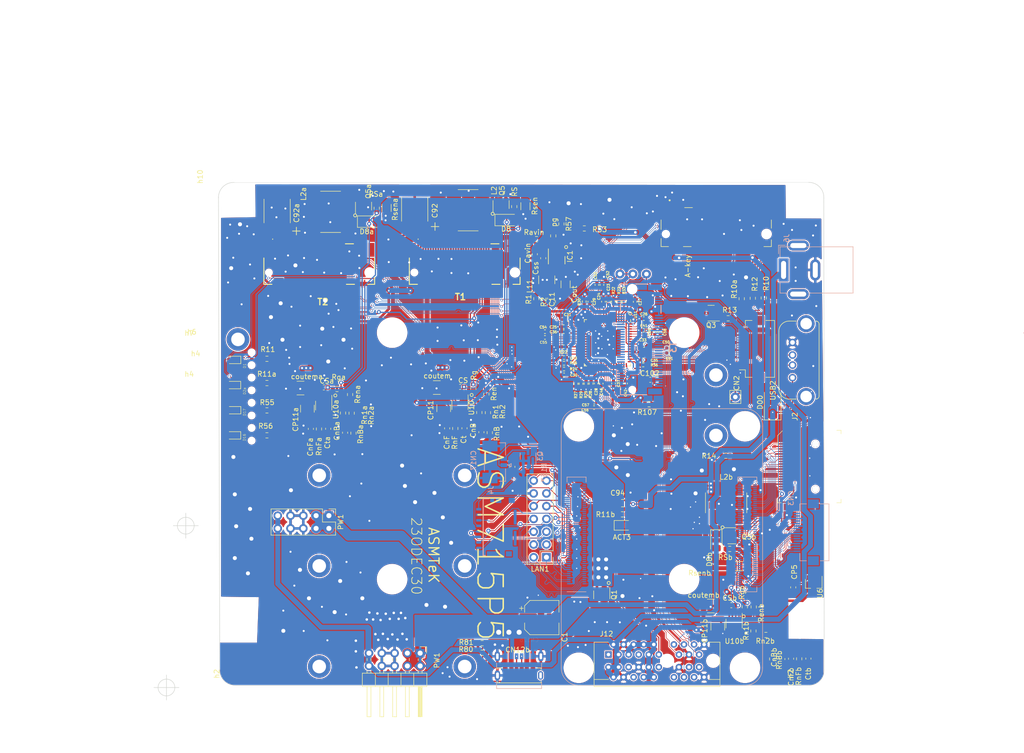
<source format=kicad_pcb>
(kicad_pcb (version 20221018) (generator pcbnew)
  (layers (0 "F.Cu" signal) (31 "B.Cu" signal) (34 "B.Paste" user) (35 "F.Paste" user) (36 "B.SilkS" user "B.Silkscreen") (37 "F.SilkS" user "F.Silkscreen") (38 "B.Mask" user) (39 "F.Mask" user) (44 "Edge.Cuts" user))
  (net 0 "")
  (net 1 "GND")
  (net 2 "VCC-2")
  (net 3 "PCIe_CLK_P")
  (net 4 "PCIe_nRST")
  (net 5 "PCIe_CLK_nREQ")
  (net 6 "PCIe_CLK_N")
  (net 7 "PCIe_RX_P")
  (net 8 "PCIe_RX_N")
  (net 9 "PCIe_TX_P")
  (net 10 "PCIe_TX_N")
  (net 11 "A5")
  (net 12 "B5")
  (net 13 "3.3V")
  (net 14 "5VIN")
  (net 15 "m3das")
  (net 16 "NJ001")
  (net 17 "Nj002")
  (net 18 "Nj005")
  (net 19 "Nj008")
  (net 20 "Nj009")
  (net 21 "Nj010")
  (net 22 "Nj011")
  (net 23 "m002")
  (net 24 "m003")
  (net 25 "m004")
  (net 26 "m005")
  (net 27 "m006")
  (net 28 "h003")
  (net 29 "h004")
  (net 30 "h005")
  (net 31 "h012")
  (net 32 "h025")
  (net 33 "h026")
  (net 34 "h027")
  (net 35 "h028")
  (net 36 "h029")
  (net 37 "h030")
  (net 38 "1v2")
  (net 39 "rext2")
  (net 40 "fclk3-")
  (net 41 "fclk3+")
  (net 42 "rx3-")
  (net 43 "rx3+")
  (net 44 "tx3-")
  (net 45 "tx3+")
  (net 46 "fclk2-")
  (net 47 "fclk2+")
  (net 48 "rx2-")
  (net 49 "rx2+")
  (net 50 "tx2-")
  (net 51 "tx2+")
  (net 52 "fclk1-")
  (net 53 "fclk1+")
  (net 54 "rx1-")
  (net 55 "rx1+")
  (net 56 "tx1-")
  (net 57 "tx1+")
  (net 58 "RSTO")
  (net 59 "fclk4-")
  (net 60 "fclk4+")
  (net 61 "rx4-")
  (net 62 "rx4+")
  (net 63 "tx4-")
  (net 64 "tx4+")
  (net 65 "tx3c-")
  (net 66 "tx3c+")
  (net 67 "tx1c+")
  (net 68 "tx1c-")
  (net 69 "tx4c-")
  (net 70 "tx4c+")
  (net 71 "tx2c+")
  (net 72 "tx2c-")
  (net 73 "Nj007")
  (net 74 "Njen")
  (net 75 "Nj003")
  (net 76 "HSind")
  (net 77 "NONrm0")
  (net 78 "NJ_g")
  (net 79 "aNj005")
  (net 80 "aNj009")
  (net 81 "aNj010")
  (net 82 "aNj011")
  (net 83 "aNj003")
  (net 84 "aNjen")
  (net 85 "aNj001")
  (net 86 "aNj002")
  (net 87 "3.3vema")
  (net 88 "aNj_g")
  (net 89 "aNj008")
  (net 90 "aNj007")
  (net 91 "12V")
  (net 92 "exPWR")
  (net 93 "HS3R-")
  (net 94 "HS3R+")
  (net 95 "HS3RP")
  (net 96 "HS3RN")
  (net 97 "m3das2")
  (net 98 "bNj010")
  (net 99 "bNj005")
  (net 100 "bNj003")
  (net 101 "bNj001")
  (net 102 "bNj009")
  (net 103 "bNjen")
  (net 104 "bNj011")
  (net 105 "bNj007")
  (net 106 "bNj_g")
  (net 107 "bNj002")
  (net 108 "bNj008")
  (net 109 "bm3das")
  (net 110 "exPWR2")
  (net 111 "PCIE_CLK_2P")
  (net 112 "PCIE_CLK_2N")
  (net 113 "PCIE_RX_2P")
  (net 114 "PCIE_RX_2N")
  (net 115 "PCIE_TX_2P")
  (net 116 "PCIE_TX_2N")
  (net 117 "SD_PWR_ON")
  (net 118 "SD_DATA2")
  (net 119 "SD_DATA1")
  (net 120 "SD_DATA0")
  (net 121 "SD_DATA3")
  (net 122 "SD_CLK")
  (net 123 "SD_CMD")
  (net 124 "SD_PWR")
  (net 125 "GPIO16")
  (net 126 "MT1")
  (net 127 "Ethernet_nLED2")
  (net 128 "Ethernet_nLED3")
  (net 129 "Ethernet_Pair2_P")
  (net 130 "Ethernet_Pair3_N")
  (net 131 "Ethernet_Pair3_P")
  (net 132 "Ethernet_Pair1_P")
  (net 133 "Ethernet_Pair1_N")
  (net 134 "Ethernet_Pair0_N")
  (net 135 "Ethernet_Pair0_P")
  (net 136 "Ethernet_Pair2_N")
  (net 137 "USB_N")
  (net 138 "USB_P")
  (net 139 "Pi_nLED_Activity")
  (net 140 "1184e_TX_P")
  (net 141 "1184e_TX_N")
  (net 142 "RSTI")
  (net 143 "PCIE_CLK_nREQ2")
  (net 144 "GPIO14")
  (net 145 "GPIO15")
  (net 146 "HDMI_HOTPLUG")
  (net 147 "HDMI0_CEC")
  (net 148 "DSI0_D0_N")
  (net 149 "DSI0_D0_P")
  (net 150 "DSI0_D1_N")
  (net 151 "DSI0_D1_P")
  (net 152 "DSI0_C_N")
  (net 153 "DSI0_C_P")
  (net 154 "H5V")
  (net 155 "HDMI0_SDA")
  (net 156 "HDMI0_SCL")
  (net 157 "HDMI0_CLK_N")
  (net 158 "HDMI0_CLK_P")
  (net 159 "HDMI0_TX0_N")
  (net 160 "HDMI0_TX0_P")
  (net 161 "HDMI0_TX1_N")
  (net 162 "HDMI0_TX1_P")
  (net 163 "HDMI0_TX2_N")
  (net 164 "HDMI0_TX2_P")
  (net 165 "Pi5_pRST")
  (footprint "CM4IO:PCIex1-36" (layer "F.Cu") (at 121.88 142.35)
    (fp_text reference "J12")
    (fp_text value "10018783-11200TLF")
  )
  (footprint "Capacitor_SMD:C_0402_1005Metric" (layer "F.Cu") (at 125.28 88.47 -90)
    (fp_text reference "C42")
    (fp_text value "100nF")
  )
  (footprint "MountingHole:MountingHole_3.2mm_M3" (layer "F.Cu") (at 47.678 135.499792 90)
    (fp_text reference "h2")
    (fp_text value "MountingHole_3.2mm_M3")
  )
  (footprint "Package_TO_SOT_SMD:SC-59" (layer "F.Cu") (at 162.66 128.23 -90)
    (fp_text reference "U6")
    (fp_text value "AP2331W")
  )
  (footprint "Package_TO_SOT_SMD:SOT-23-8_Handsoldering" (layer "F.Cu") (at 65.318604 92.464976 -90)
    (fp_text reference "U10a")
    (fp_text value "NJW4160R-TE2")
  )
  (footprint "MountingHole:MountingHole_3.2mm_M3" (layer "F.Cu") (at 161.678 135.499792 90)
    (fp_text reference "h2")
    (fp_text value "MountingHole_3.2mm_M3")
  )
  (footprint "Capacitor_SMD:C_1210_3225Metric" (layer "F.Cu") (at 62.078604 93.484976 90)
    (fp_text reference "CP11a")
    (fp_text value "C_1210_3225Metric")
  )
  (footprint "Diode_SMD:D_1206_3216Metric" (layer "F.Cu") (at 143.304628 119.809712 -90)
    (fp_text reference "D8b")
    (fp_text value "SS2040FL")
  )
  (footprint "Capacitor_SMD:C_0402_1005Metric" (layer "F.Cu") (at 112.985 81.185 180)
    (fp_text reference "C22")
    (fp_text value "100nF")
  )
  (footprint "Capacitor_SMD:C_0402_1005Metric" (layer "F.Cu") (at 120.885 72.205 90)
    (fp_text reference "C24")
    (fp_text value "100nF")
  )
  (footprint "NBK_Kicadlib:HDMI" (layer "F.Cu") (at 161.48 104.98 -90)
    (fp_text reference "J2")
    (fp_text value "HDMI_A_Female_2000-1-2-41-00-BK")
  )
  (footprint "Capacitor_SMD:C_1210_3225Metric" (layer "F.Cu") (at 89.152208 93.384976 90)
    (fp_text reference "CP11")
    (fp_text value "C_1210_3225Metric")
  )
  (footprint "Resistor_SMD:R_0603_1608Metric" (layer "F.Cu") (at 112.535 56.765 90)
    (fp_text reference "R57")
    (fp_text value "51k")
  )
  (footprint "NBK_Kicadlib:MDT420M01001" (layer "F.Cu") (at 64.43 64.734976)
    (fp_text reference "T2")
    (fp_text value "MDT420M01001" hide)
  )
  (footprint "Resistor_SMD:R_0603_1608Metric" (layer "F.Cu") (at 103.166231 53.314976 -90)
    (fp_text reference "RS")
    (fp_text value "20")
  )
  (footprint "Resistor_SMD:R_0603_1608Metric" (layer "F.Cu") (at 96.77 141.9925 180)
    (fp_text reference "R81")
    (fp_text value "5.1k")
  )
  (footprint "Resistor_SMD:R_0402_1005Metric" (layer "F.Cu") (at 113.055 85.595)
    (fp_text reference "R24")
    (fp_text value "10K")
  )
  (footprint "Capacitor_SMD:C_0402_1005Metric" (layer "F.Cu") (at 120.435 88.485 -90)
    (fp_text reference "C46")
    (fp_text value "100nF")
  )
  (footprint "Diode_SMD:D_1206_3216Metric" (layer "F.Cu") (at 101.62 55.984976)
    (fp_text reference "D8")
    (fp_text value "SS2040FL")
  )
  (footprint "Connector_PinHeader_2.54mm:PinHeader_2x05_P2.54mm_Vertical" (layer "F.Cu") (at 66.347628 114.739712 -90)
    (fp_text reference "PW1")
    (fp_text value "PinHeader_2x05_P2.54mm_Vertical")
  )
  (footprint "clipboard:b9973afb-34f9-4941-8c1f-dffebdb6dde0" (layer "F.Cu") (at 140.035 53.49)
    (fp_text reference "T4" hide)
    (fp_text value "2199230-8")
  )
  (footprint "Connector_PinHeader_2.54mm:PinHeader_2x05_P2.54mm_Horizontal" (layer "F.Cu") (at 84.474628 142.074712 -90)
    (fp_text reference "PW1")
    (fp_text value "PinHeader_2x05_P2.54mm_Horizontal")
  )
  (footprint "Package_TO_SOT_SMD:SOT-23" (layer "F.Cu") (at 142.2725 74.5 180)
    (fp_text reference "Q3")
    (fp_text value "BSS138-TP")
  )
  (footprint "Capacitor_SMD:C_0603_1608Metric" (layer "F.Cu") (at 96.642208 98.154976 90)
    (fp_text reference "CnB")
    (fp_text value "220p")
  )
  (footprint "Resistor_SMD:R_0603_1608Metric" (layer "F.Cu") (at 98.302208 98.244976 90)
    (fp_text reference "RnB")
    (fp_text value "1k")
  )
  (footprint "Capacitor_SMD:C_0603_1608Metric" (layer "F.Cu") (at 107.245 62.78 90)
    (fp_text reference "Cavin")
    (fp_text value "10n")
  )
  (footprint "" (layer "F.Cu") (at 64.43 106.734976 90)
    (fp_text reference "")
    (fp_text value "")
  )
  (footprint "Resistor_SMD:R_0603_1608Metric" (layer "F.Cu") (at 110.915 59.135 90)
    (fp_text reference "pg")
    (fp_text value "100k")
  )
  (footprint "Resistor_SMD:R_0603_1608Metric" (layer "F.Cu") (at 67.958604 89.564976 180)
    (fp_text reference "Rga")
    (fp_text value "20")
  )
  (footprint "Capacitor_SMD:C_0402_1005Metric" (layer "F.Cu") (at 113.83 75.76 180)
    (fp_text reference "C31")
    (fp_text value "100nF")
  )
  (footprint "Resistor_SMD:R_0603_1608Metric" (layer "F.Cu") (at 148.97 132.88 -90)
    (fp_text reference "Rgb")
    (fp_text value "20")
  )
  (footprint "Capacitor_SMD:C_0805_2012Metric" (layer "F.Cu") (at 124.705 112.2625)
    (fp_text reference "C94")
    (fp_text value "GRM188R61C106MAALD")
  )
  (footprint "Capacitor_SMD:C_0402_1005Metric" (layer "F.Cu") (at 119.045 92.195)
    (fp_text reference "C57")
    (fp_text value "100nF")
  )
  (footprint "Capacitor_SMD:C_1206_3216Metric" (layer "F.Cu") (at 113.365 68.765 90)
    (fp_text reference "Cout")
    (fp_text value "22u")
  )
  (footprint "Capacitor_SMD:C_0402_1005Metric" (layer "F.Cu") (at 113.065 86.755 180)
    (fp_text reference "C30")
    (fp_text value "100nF")
  )
  (footprint "MountingHole:MountingHole_2.1mm" (layer "F.Cu") (at 51 82.296 180)
    (fp_text reference "h7")
    (fp_text value "SLP3-150-100-F")
  )
  (footprint "LED_SMD:LED_0603_1608Metric" (layer "F.Cu") (at 47.35 88.79 180)
    (fp_text reference "D2a")
    (fp_text value "yellow")
  )
  (footprint "Capacitor_SMD:C_0402_1005Metric" (layer "F.Cu") (at 128.905 75.585)
    (fp_text reference "C26")
    (fp_text value "100nF")
  )
  (footprint "Resistor_SMD:R_0603_1608Metric" (layer "F.Cu") (at 152.734628 71.474712 -90)
    (fp_text reference "R10")
    (fp_text value "0")
  )
  (footprint "Resistor_SMD:R_0603_1608Metric" (layer "F.Cu") (at 69.158604 94.344976 -90)
    (fp_text reference "Rn1a")
    (fp_text value "10k")
  )
  (footprint "Resistor_SMD:R_0603_1608Metric" (layer "F.Cu") (at 117.085 57.655 180)
    (fp_text reference "R53")
    (fp_text value "51k" hide)
  )
  (footprint "Inductor_SMD:L_Bourns_SRN8040TA" (layer "F.Cu") (at 94.005 54.034976 180)
    (fp_text reference "L2")
    (fp_text value "SRN6045TA-4R7M")
  )
  (footprint "Resistor_SMD:R_0603_1608Metric" (layer "F.Cu") (at 70.868604 94.374976 -90)
    (fp_text reference "Rn2a")
    (fp_text value "30.9k")
  )
  (footprint "Capacitor_SMD:C_0402_1005Metric" (layer "F.Cu") (at 128.785 83.785)
    (fp_text reference "C35")
    (fp_text value "100nF")
  )
  (footprint "Resistor_SMD:R_0603_1608Metric" (layer "F.Cu") (at 70.558604 90.674976 -90)
    (fp_text reference "Rena")
    (fp_text value "10k")
  )
  (footprint "" (layer "F.Cu") (at 129.42 66.72)
    (fp_text reference "" hide)
    (fp_text value "")
  )
  (footprint "Connector_FFC-FPC:Hirose_FH12-16S-0.5SH_1x16-1MP_P0.50mm_Horizontal" (layer "F.Cu") (at 150.37 81.6 90)
    (fp_text reference "CN2")
    (fp_text value "Hirose_FH12-16S-0.5SH_1x16-1MP_P0.50mm_Horizontal")
  )
  (footprint "Resistor_SMD:R_0402_1005Metric" (layer "F.Cu") (at 116.435 88.515 90)
    (fp_text reference "R29")
    (fp_text value "10K")
  )
  (footprint "Capacitor_SMD:C_0603_1608Metric" (layer "F.Cu") (at 65.338604 89.254976)
    (fp_text reference "CSa")
    (fp_text value "22n")
  )
  (footprint "Resistor_SMD:R_1206_3216Metric" (layer "F.Cu") (at 105.384628 53.244712 90)
    (fp_text reference "Rsen")
    (fp_text value "27m")
  )
  (footprint "Resistor_SMD:R_0603_1608Metric" (layer "F.Cu") (at 75.846231 53.634976 -90)
    (fp_text reference "RSa")
    (fp_text value "20")
  )
  (footprint "Inductor_SMD:L_Bourns_SRN8040TA" (layer "F.Cu") (at 66.685 54.354976 180)
    (fp_text reference "L2a")
    (fp_text value "SRN6045TA-4R7M")
  )
  (footprint "LED_SMD:LED_0603_1608Metric" (layer "F.Cu") (at 47.3525 98.79 180)
    (fp_text reference "D16")
    (fp_text value "green")
  )
  (footprint "Capacitor_SMD:C_0402_1005Metric" (layer "F.Cu") (at 127.185 72.235 90)
    (fp_text reference "C27")
    (fp_text value "100nF")
  )
  (footprint "Capacitor_SMD:CP_Elec_6.3x5.8" (layer "F.Cu") (at 108.64 135.005)
    (fp_text reference "C1")
    (fp_text value "RSA0J331MCN1GS")
  )
  (footprint "Resistor_SMD:R_0603_1608Metric" (layer "F.Cu") (at 54.039 98.78)
    (fp_text reference "R56")
    (fp_text value "1k")
  )
  (footprint "clipboard:dee30e5a-caed-4933-816a-04c52e485bae" (layer "F.Cu") (at 78.91 78.37)
    (fp_text reference "")
    (fp_text value "")
  )
  (footprint "Capacitor_SMD:C_1210_3225Metric" (layer "F.Cu") (at 87.782208 89.284976)
    (fp_text reference "coutem")
    (fp_text value "C_1210_3225Metric")
  )
  (footprint "Resistor_SMD:R_0603_1608Metric" (layer "F.Cu") (at 150.73 132.89 -90)
    (fp_text reference "Renb")
    (fp_text value "10k")
  )
  (footprint "MountingHole:MountingHole_2.1mm" (layer "F.Cu") (at 51 84.836 180)
    (fp_text reference "h5" hide)
    (fp_text value "MountingHole_1.1mm" hide)
  )
  (footprint "Resistor_SMD:R_0402_1005Metric" (layer "F.Cu") (at 117.065 72.185 90)
    (fp_text reference "R30")
    (fp_text value "12.1K")
  )
  (footprint "Resistor_SMD:R_0603_1608Metric" (layer "F.Cu") (at 71.228604 98.344976 90)
    (fp_text reference "RnBa")
    (fp_text value "1k")
  )
  (footprint "Resistor_SMD:R_0603_1608Metric" (layer "F.Cu") (at 150.674628 137.664712 -90)
    (fp_text reference "Rn1b")
    (fp_text value "10k")
  )
  (footprint "Capacitor_SMD:C_0402_1005Metric" (layer "F.Cu") (at 121.885 72.205 90)
    (fp_text reference "C23")
    (fp_text value "100nF")
  )
  (footprint "Package_TO_SOT_SMD:SOT-23-8_Handsoldering" (layer "F.Cu") (at 92.392208 92.364976 -90)
    (fp_text reference "U10")
    (fp_text value "NJW4160R-TE2")
  )
  (footprint "" (layer "F.Cu") (at 126.73 66.71)
    (fp_text reference "" hide)
    (fp_text value "")
  )
  (footprint "Capacitor_SMD:C_0402_1005Metric" (layer "F.Cu") (at 128.905 77.885)
    (fp_text reference "C41")
    (fp_text value "100nF")
  )
  (footprint "Resistor_SMD:R_0402_1005Metric" (layer "F.Cu") (at 123.985 72.198651 90)
    (fp_text reference "R23")
    (fp_text value "1K")
  )
  (footprint "Capacitor_SMD:C_2220_5650Metric_Pad1.97x5.40mm_HandSolder" (layer "F.Cu") (at 83.39 54.814976 90)
    (fp_text reference "C92")
    (fp_text value "ECASD40J476M025K00")
  )
  (footprint "MountingHole:MountingHole_2.1mm" (layer "F.Cu") (at 51 84.836 180)
    (fp_text reference "h5" hide)
    (fp_text value "MountingHole_1.1mm" hide)
  )
  (footprint "" (layer "F.Cu") (at 159.594628 61.054712 90)
    (fp_text reference "")
    (fp_text value "")
  )
  (footprint "Package_SO:TSOP-6_1.65x3.05mm_P0.95mm" (layer "F.Cu") (at 120.55 130.48 -90)
    (fp_text reference "Q1")
    (fp_text value "SSM6J808R")
  )
  (footprint "Inductor_SMD:L_Abracon_ASPI-3012S" (layer "F.Cu") (at 109.625 67.865 -90)
    (fp_text reference "L11")
    (fp_text value "1u")
  )
  (footprint "Capacitor_SMD:C_1210_3225Metric" (layer "F.Cu") (at 60.708604 89.384976)
    (fp_text reference "coutema")
    (fp_text value "C_1210_3225Metric")
  )
  (footprint "Capacitor_SMD:C_0402_1005Metric" (layer "F.Cu") (at 119.435 88.485 -90)
    (fp_text reference "C28")
    (fp_text value "100nF")
  )
  (footprint "Package_SO:TSOP-6_1.65x3.05mm_P0.95mm" (layer "F.Cu") (at 146.384628 118.739712)
    (fp_text reference "Q5b")
    (fp_text value "SSM6J808R")
  )
  (footprint "Capacitor_SMD:C_0603_1608Metric" (layer "F.Cu") (at 156.42 143.25 90)
    (fp_text reference "CnBb")
    (fp_text value "220p")
  )
  (footprint "Resistor_SMD:R_0603_1608Metric" (layer "F.Cu") (at 145.974628 121.355943 180)
    (fp_text reference "RSb")
    (fp_text value "20")
  )
  (footprint "Capacitor_SMD:C_0603_1608Metric" (layer "F.Cu") (at 158.155 143.18 90)
    (fp_text reference "CnFb")
    (fp_text value "2.2n")
  )
  (footprint "Capacitor_SMD:C_0402_1005Metric" (layer "F.Cu") (at 133.92 82.41 180)
    (fp_text reference "C51")
    (fp_text value "100nF" hide)
  )
  (footprint "Resistor_SMD:R_0603_1608Metric" (layer "F.Cu") (at 54.039 88.392)
    (fp_text reference "R11a")
    (fp_text value "1k")
  )
  (footprint "Resistor_SMD:R_0603_1608Metric" (layer "F.Cu") (at 96.79 140.0925 180)
    (fp_text reference "R80")
    (fp_text value "5.1k")
  )
  (footprint "Capacitor_SMD:C_2220_5650Metric_Pad1.97x5.40mm_HandSolder" (layer "F.Cu") (at 56.07 55.134976 90)
    (fp_text reference "C92a")
    (fp_text value "ECASD40J476M025K00")
  )
  (footprint "Inductor_SMD:L_Bourns_SRN8040TA" (layer "F.Cu") (at 145.254628 112.194712 90)
    (fp_text reference "L2b")
    (fp_text value "SRN6045TA-4R7M")
  )
  (footprint "MountingHole:MountingHole_2.1mm" (layer "F.Cu") (at 51 82.296 180)
    (fp_text reference "h4")
    (fp_text value "SLP3-150-100-F" hide)
  )
  (footprint "Capacitor_SMD:C_0603_1608Metric" (layer "F.Cu") (at 93.282208 97.374976 -90)
    (fp_text reference "Ct")
    (fp_text value "1n")
  )
  (footprint "Diode_SMD:D_1206_3216Metric" (layer "F.Cu") (at 74.3 56.304976)
    (fp_text reference "D8a")
    (fp_text value "SS2040FL")
  )
  (footprint "Resistor_SMD:R_0603_1608Metric" (layer "F.Cu") (at 54.039 93.82)
    (fp_text reference "R55")
    (fp_text value "1k")
  )
  (footprint "MountingHole:MountingHole_3.2mm_M3" (layer "F.Cu") (at 47.678 51.499792 90)
    (fp_text reference "h10")
    (fp_text value "MountingHole_3.2mm_M3")
  )
  (footprint "Resistor_SMD:R_0603_1608Metric" (layer "F.Cu") (at 129.945 92.595)
    (fp_text reference "R107")
    (fp_text value "100k")
  )
  (footprint "Connector_PinHeader_2.54mm:PinHeader_2x07_P2.54mm_Vertical" (layer "F.Cu") (at 109.56 123.02 180)
    (fp_text reference "LAN1")
    (fp_text value "PinHeader_2x07_P2.54mm_Vertical")
  )
  (footprint "NBK_Kicadlib:CUI_UJC-VP-3-SMT-TR" (layer "F.Cu") (at 104.13 146.5)
    (fp_text reference "CN12b")
    (fp_text value "CUI_UJC-VP-3-SMT-TR")
  )
  (footprint "Resistor_SMD:R_1206_3216Metric" (layer "F.Cu") (at 77.806231 53.574976 90)
    (fp_text reference "Rsena")
    (fp_text value "27m")
  )
  (footprint "Package_DFN_QFN:QFN-64-1EP_9x9mm_P0.5mm_EP5.2x5.2mm" (layer "F.Cu") (at 121.685 80.385 -90)
    (fp_text reference "U11")
    (fp_text value "ASM1184e")
  )
  (footprint "Resistor_SMD:R_0402_1005Metric" (layer "F.Cu") (at 115.435 88.525 -90)
    (fp_text reference "R27")
    (fp_text value "1K")
  )
  (footprint "LED_SMD:LED_0603_1608Metric" (layer "F.Cu") (at 47.3725 93.79 180)
    (fp_text reference "D17")
    (fp_text value "red")
  )
  (footprint "Capacitor_SMD:C_0603_1608Metric" (layer "F.Cu") (at 109.285 71.595 90)
    (fp_text reference "C11")
    (fp_text value "25p")
  )
  (footprint "Resistor_SMD:R_0603_1608Metric" (layer "F.Cu") (at 145.2 102.84)
    (fp_text reference "R14")
    (fp_text value "5.1k")
  )
  (footprint "Package_SO:TSOP-6_1.65x3.05mm_P0.95mm" (layer "F.Cu") (at 100.55 52.904976 90)
    (fp_text reference "Q5")
    (fp_text value "SSM6J808R")
  )
  (footprint "Capacitor_SMD:C_1210_3225Metric" (layer "F.Cu") (at 142.224628 132.704712)
    (fp_text reference "coutemb")
    (fp_text value "C_1210_3225Metric")
  )
  (footprint "Resistor_SMD:R_0402_1005Metric" (layer "F.Cu") (at 113.045 84.445)
    (fp_text reference "R26")
    (fp_text value "10K")
  )
  (footprint "Package_DFN_QFN:DFN-12-1EP_3x3mm_P0.5mm_EP2.05x2.86mm" (layer "F.Cu") (at 111.59 63.2225 -90)
    (fp_text reference "IC1")
    (fp_text value "RP510L00")
  )
  (footprint "clipboard:dee30e5a-caed-4933-816a-04c52e485bae" (layer "F.Cu") (at 78.91 127.37)
    (fp_text reference "")
    (fp_text value "")
  )
  (footprint "Resistor_SMD:R_0603_1608Metric" (layer "F.Cu") (at 54.039 83.566)
    (fp_text reference "R11")
    (fp_text value "1k")
  )
  (footprint "NBK_Kicadlib:MDT420M01001" (layer "F.Cu") (at 93.33 64.734976)
    (fp_text reference "T1")
    (fp_text value "MDT420M01001" hide)
  )
  (footprint "Capacitor_SMD:C_0402_1005Metric" (layer "F.Cu") (at 132.18 78.25 -90)
    (fp_text reference "C58")
    (fp_text value "100nF")
  )
  (footprint "MountingHole:MountingHole_2.1mm" (layer "F.Cu") (at 51 84.836 180)
    (fp_text reference "h5" hide)
    (fp_text value "MountingHole_1.1mm" hide)
  )
  (footprint "Package_SO:TSOP-6_1.65x3.05mm_P0.95mm" (layer "F.Cu") (at 73.23 53.224976 90)
    (fp_text reference "Q5a")
    (fp_text value "SSM6J808R")
  )
  (footprint "Capacitor_SMD:C_0603_1608Metric" (layer "F.Cu") (at 66.208604 97.474976 -90)
    (fp_text reference "Cta")
    (fp_text value "1n")
  )
  (footprint "Capacitor_SMD:C_0603_1608Metric" (layer "F.Cu") (at 108.925 63.575 90)
    (fp_text reference "Css")
    (fp_text value "470p")
  )
  (footprint "MountingHole:MountingHole_3.2mm_M3" (layer "F.Cu") (at 161.678 51.499792 90)
    (fp_text reference "h15" hide)
    (fp_text value "MountingHole_3.2mm_M3")
  )
  (footprint "Capacitor_SMD:C_0402_1005Metric" (layer "F.Cu") (at 119.585 68.87675 -90)
    (fp_text reference "C53")
    (fp_text value "100nF")
  )
  (footprint "Resistor_SMD:R_0603_1608Metric" (layer "F.Cu") (at 150.554628 71.534712 -90)
    (fp_text reference "R12")
    (fp_text value "0")
  )
  (footprint "Resistor_SMD:R_1206_3216Metric" (layer "F.Cu") (at 147.814628 124.764712)
    (fp_text reference "Rsenb")
    (fp_text value "27m")
  )
  (footprint "Resistor_SMD:R_0402_1005Metric" (layer "F.Cu") (at 122.885 72.205 90)
    (fp_text reference "R22")
    (fp_text value "1K")
  )
  (footprint "Resistor_SMD:R_0603_1608Metric" (layer "F.Cu") (at 145.6525 75.52)
    (fp_text reference "R13")
    (fp_text value "10k")
  )
  (footprint "clipboard:dee30e5a-caed-4933-816a-04c52e485bae" (layer "F.Cu") (at 136.91 127.37)
    (fp_text reference "")
    (fp_text value "")
  )
  (footprint "Capacitor_SMD:C_0603_1608Metric" (layer "F.Cu") (at 89.842208 97.394976 90)
    (fp_text reference "CnF")
    (fp_text value "2.2n")
  )
  (footprint "NBK_Kicadlib:USB-A-S-X-X-VT" (layer "F.Cu") (at 161.15 83.82 90)
    (fp_text reference "USB2")
    (fp_text value "USB-A-S-X-X-VT")
  )
  (footprint "MountingHole:MountingHole_2.1mm" (layer "F.Cu") (at 51 82.296 180)
    (fp_text reference "h4")
    (fp_text value "SLP3-150-100-F")
  )
  (footprint "Resistor_SMD:R_0603_1608Metric" (layer "F.Cu") (at 124.644628 114.484712)
    (fp_text reference "R11b")
    (fp_text value "1k")
  )
  (footprint "MountingHole:MountingHole_2.1mm" (layer "F.Cu") (at 51 82.296 180)
    (fp_text reference "h6")
    (fp_text value "SLP3-150-100-F")
  )
  (footprint "Resistor_SMD:R_0402_1005Metric" (layer "F.Cu") (at 124.985 72.208651 -90)
    (fp_text reference "R33")
    (fp_text value "10K")
  )
  (footprint "Resistor_SMD:R_0603_1608Metric" (layer "F.Cu") (at 110.83 72.2 90)
    (fp_text reference "R2")
    (fp_text value "20k")
  )
  (footprint "Capacitor_SMD:C_0603_1608Metric" (layer "F.Cu") (at 102.79 105.04 -90)
    (fp_text reference "CP4" hide)
    (fp_text value "100n")
  )
  (footprint "Capacitor_SMD:C_1210_3225Metric" (layer "F.Cu") (at 143.594628 136.804712 90)
    (fp_text reference "CP11b")
    (fp_text value "C_1210_3225Metric")
  )
  (footprint "Capacitor_SMD:C_0402_1005Metric" (layer "F.Cu") (at 118.165 72.205 90)
    (fp_text reference "C29")
    (fp_text value "100nF")
  )
  (footprint "Resistor_SMD:R_0603_1608Metric" (layer "F.Cu") (at 154.405 143.23 90)
    (fp_text reference "RnBb")
    (fp_text value "1k")
  )
  (footprint "Capacitor_SMD:C_0402_1005Metric" (layer "F.Cu") (at 119.02 93.27)
    (fp_text reference "C56")
    (fp_text value "100nF")
  )
  (footprint "Capacitor_SMD:C_0402_1005Metric" (layer "F.Cu") (at 113.035 83.325 180)
    (fp_text reference "C43")
    (fp_text value "100nF")
  )
  (footprint "clipboard:dee30e5a-caed-4933-816a-04c52e485bae" (layer "F.Cu") (at 136.91 78.37)
    (fp_text reference "")
    (fp_text value "")
  )
  (footprint "LED_SMD:LED_0603_1608Metric" (layer "F.Cu") (at 47.37 83.79 180)
    (fp_text reference "D1")
    (fp_text value "yellow")
  )
  (footprint "Capacitor_SMD:C_0603_1608Metric" (layer "F.Cu") (at 69.568604 98.254976 90)
    (fp_text reference "CnBa")
    (fp_text value "220p")
  )
  (footprint "" (layer "F.Cu") (at 124.16 66.7)
    (fp_text reference "" hide)
    (fp_text value "")
  )
  (footprint "Resistor_SMD:R_0603_1608Metric" (layer "F.Cu") (at 107.565 71.625 90)
    (fp_text reference "R1")
    (fp_text value "20k")
  )
  (footprint "Resistor_SMD:R_0603_1608Metric" (layer "F.Cu") (at 107.595 59.785)
    (fp_text reference "Ravin")
    (fp_text value "1")
  )
  (footprint "Resistor_SMD:R_0402_1005Metric" (layer "F.Cu") (at 128.785 84.785)
    (fp_text reference "R36")
    (fp_text value "12.1K")
  )
  (footprint "Diode_SMD:D_SMA" (layer "F.Cu") (at 154.5 92.21 90)
    (fp_text reference "D00")
    (fp_text value "SR54F")
  )
  (footprint "Capacitor_SMD:C_0402_1005Metric" (layer "F.Cu") (at 120.585 68.87675 -90)
    (fp_text reference "C52")
    (fp_text value "100nF")
  )
  (footprint "Resistor_SMD:R_0603_1608Metric" (layer "F.Cu") (at 95.032208 89.464976 -90)
    (fp_text reference "Rg")
    (fp_text value "20")
  )
  (footprint "Capacitor_SMD:C_0402_1005Metric" (layer "F.Cu") (at 112.985 78.185 180)
    (fp_text reference "C36")
    (fp_text value "100nF")
  )
  (footprint "Resistor_SMD:R_0402_1005Metric" (layer "F.Cu") (at 118.435 88.495 90)
    (fp_text reference "R28")
    (fp_text value "10K")
  )
  (footprint "Resistor_SMD:R_0603_1608Metric" (layer "F.Cu") (at 153.15 138.46 180)
    (fp_text reference "Rn2b")
    (fp_text value "30.9k")
  )
  (footprint "Resistor_SMD:R_0603_1608Metric" (layer "F.Cu") (at 91.452208 97.414976 -90)
    (fp_text reference "RnF")
    (fp_text value "8.2k")
  )
  (footprint "Resistor_SMD:R_0603_1608Metric" (layer "F.Cu") (at 148.35 71.62 -90)
    (fp_text reference "R10a")
    (fp_text value "2.2k")
  )
  (footprint "Capacitor_SMD:C_0402_1005Metric" (layer "F.Cu") (at 122.885 88.465 -90)
    (fp_text reference "C37")
    (fp_text value "100nF")
  )
  (footprint "Capacitor_SMD:C_0402_1005Metric" (layer "F.Cu") (at 112.985 77.185 180)
    (fp_text reference "C25")
    (fp_text value "100nF")
  )
  (footprint "Resistor_SMD:R_0603_1608Metric" (layer "F.Cu") (at 97.632208 90.574976 -90)
    (fp_text reference "Ren")
    (fp_text value "10k")
  )
  (footprint "MountingHole:MountingHole_2.1mm" (layer "F.Cu") (at 51 84.836 180)
    (fp_text reference "h5" hide)
    (fp_text value "MountingHole_1.1mm" hide)
  )
  (footprint "Capacitor_SMD:C_0603_1608Metric" (layer "F.Cu") (at 146.285 132.55)
    (fp_text reference "CSb")
    (fp_text value "22n")
  )
  (footprint "Resistor_SMD:R_0603_1608Metric" (layer "F.Cu") (at 96.232208 94.244976 -90)
    (fp_text reference "Rn1")
    (fp_text value "10k")
  )
  (footprint "LED_SMD:LED_0805_2012Metric_Pad1.15x1.40mm_HandSolder" (layer "F.Cu") (at 124.877128 116.664712)
    (fp_text reference "D1b" hide)
    (fp_text value "ACT3")
  )
  (footprint "Capacitor_SMD:C_0402_1005Metric" (layer "F.Cu") (at 109.265 79.315)
    (fp_text reference "C55")
    (fp_text value "100nF" hide)
  )
  (footprint "Capacitor_SMD:C_0402_1005Metric" (layer "F.Cu") (at 131.08 78.25 -90)
    (fp_text reference "C59")
    (fp_text value "100nF")
  )
  (footprint "Capacitor_SMD:C_0603_1608Metric" (layer "F.Cu") (at 158.58 129 90)
    (fp_text reference "CP5")
    (fp_text value "104")
  )
  (footprint "Capacitor_SMD:C_0603_1608Metric" (layer "F.Cu") (at 161.595 143.16 -90)
    (fp_text reference "Ctb")
    (fp_text value "1n")
  )
  (footprint "Capacitor_SMD:C_0402_1005Metric" (layer "F.Cu") (at 109.265 78.185)
    (fp_text reference "C54")
    (fp_text value "100nF")
  )
  (footprint "Resistor_SMD:R_0603_1608Metric" (layer "F.Cu") (at 159.765 143.2 -90)
    (fp_text reference "RnFb")
    (fp_text value "8.2k")
  )
  (footprint "Capacitor_SMD:C_0603_1608Metric" (layer "F.Cu") (at 62.768604 97.494976 90)
    (fp_text reference "CnFa")
    (fp_text value "2.2n")
  )
  (footprint "Resistor_SMD:R_0603_1608Metric" (layer "F.Cu") (at 97.942208 94.274976 -90)
    (fp_text reference "Rn2")
    (fp_text value "30.9k")
  )
  (footprint "Capacitor_SMD:C_0402_1005Metric" (layer "F.Cu") (at 133.92 81.41 180)
    (fp_text reference "C50")
    (fp_text value "100nF" hide)
  )
  (footprint "Capacitor_SMD:C_0603_1608Metric" (layer "F.Cu") (at 92.412208 89.154976)
    (fp_text reference "CS")
    (fp_text value "22n")
  )
  (footprint "Package_TO_SOT_SMD:SOT-23-8_Handsoldering" (layer "F.Cu") (at 146.834628 135.784712 -90)
    (fp_text reference "U10b")
    (fp_text value "NJW4160R-TE2")
  )
  (footprint "Resistor_SMD:R_0402_1005Metric" (layer "F.Cu") (at 117.435 88.515 -90)
    (fp_text reference "R25")
    (fp_text value "1K")
  )
  (footprint "Connector_Pin:Pin_D0.9mm_L10.0mm_W2.4mm_FlatFork" (layer "F.Cu") (at 147.08 91.15 -90)
    (fp_text reference "REF**" hide)
    (fp_text value "Pin_D0.9mm_L10.0mm_W2.4mm_FlatFork" hide)
  )
  (footprint "Resistor_SMD:R_0603_1608Metric" (layer "F.Cu") (at 64.378604 97.514976 -90)
    (fp_text reference "RnFa")
    (fp_text value "8.2k")
  )
  (footprint "Capacitor_SMD:C_0603_1608Metric" (layer "F.Cu") (at 130.18 87.735)
    (fp_text reference "C102")
    (fp_text value "104")
  )
  (footprint "Capacitor_SMD:C_0402_1005Metric" (layer "F.Cu") (at 128.94 80.92)
    (fp_text reference "C33")
    (fp_text value "100nF")
  )
  (footprint "NBK_Kicadlib:MDT420M01001" (layer "B.Cu") (at 128.29 79.71 90)
    (fp_text reference "T3")
    (fp_text value "MDT420M01001" hide)
  )
  (footprint "NBK_Kicadlib:MOLEX_533980271" (layer "B.Cu") (at 99.34 104.085 -90)
    (fp_text reference "CN17")
    (fp_text value "MOLEX_533980271")
  )
  (footprint "" (layer "B.Cu") (at 93.83 124.734976 90)
    (fp_text reference "")
    (fp_text value "")
  )
  (footprint "" (layer "B.Cu") (at 64.93 124.734976 90)
    (fp_text reference "" hide)
    (fp_text value "" hide)
  )
  (footprint "Package_TO_SOT_SMD:SOT-23" (layer "B.Cu") (at 105.91 102.92 90)
    (fp_text reference "Q3")
    (fp_text value "BSS138-TP")
  )
  (footprint "CM4IO:Raspberry-Pi-4-Compute-Module" (layer "B.Cu") (at 116 96.98)
    (fp_text reference "Module1" hide)
    (fp_text value "ComputeModule4")
  )
  (footprint "" (layer "B.Cu") (at 64.43 144.734976 90)
    (fp_text reference "")
    (fp_text value "")
  )
  (footprint "Connector_BarrelJack:BarrelJack_GCT_DCJ200-10-A_Horizontal" (layer "B.Cu") (at 156.664628 65.904712 -90)
    (fp_text reference "J6")
    (fp_text value "BarrelJack_GCT_DCJ200-10-A_Horizontal")
  )
  (footprint "" (layer "B.Cu") (at 143.235 98.805 -90)
    (fp_text reference "")
    (fp_text value "")
  )
  (footprint "Connector_FFC-FPC:Hirose_FH12-16S-0.5SH_1x16-1MP_P0.50mm_Horizontal" (layer "B.Cu") (at 161.18 118.06 -90)
    (fp_text reference "CN3")
    (fp_text value "Hirose_FH12-16S-0.5SH_1x16-1MP_P0.50mm_Horizontal")
  )
  (footprint "NBK_Kicadlib:CUI_UJC-HP-3-SMT-TR" (layer "B.Cu") (at 104.13 142.7 180)
    (fp_text reference "CN12b")
    (fp_text value "CUI_UJC-HP-3-SMT-TR")
  )
  (footprint "Resistor_SMD:R_0603_1608Metric" (layer "B.Cu") (at 105.79 106.02)
    (fp_text reference "R153")
    (fp_text value "1k")
  )
  (footprint "" (layer "B.Cu") (at 143.235 102.805 -90)
    (fp_text reference "" hide)
    (fp_text value "" hide)
  )
  (footprint "" (layer "B.Cu") (at 48.29 79.71 180)
    (fp_text reference "")
    (fp_text value "")
  )
  (footprint "" (layer "B.Cu") (at 93.33 144.734976 90)
    (fp_text reference "")
    (fp_text value "")
  )
  (footprint "NBK_Kicadlib:105162-0001" (layer "B.Cu") (at 103.448285 117.02 90)
    (fp_text reference "J4")
    (fp_text value "105162-0001")
  )
  (footprint "" (layer "B.Cu") (at 93.33 104.734976 90)
    (fp_text reference "")
    (fp_text value "")
  )
  (gr_circle (center 98.88 54.744976) (end 98.58 54.744976) (stroke (width 0.15)) (fill none) (layer "F.SilkS"))
  (gr_circle (center 113.475 61.365) (end 113.775 61.365) (stroke (width 0.15)) (fill none) (layer "F.SilkS"))
  (gr_circle (center 67.628604 90.854976) (end 67.628604 90.554976) (stroke (width 0.15)) (fill none) (layer "F.SilkS"))
  (gr_circle (center 121.93 128.12) (end 121.93 128.42) (stroke (width 0.15)) (fill none) (layer "F.SilkS"))
  (gr_circle (center 71.56 55.064976) (end 71.26 55.064976) (stroke (width 0.15)) (fill none) (layer "F.SilkS"))
  (gr_circle (center 126.215 74.565) (end 125.915 74.565) (stroke (width 0.15)) (fill none) (layer "F.SilkS"))
  (gr_circle (center 94.702208 90.754976) (end 94.702208 90.454976) (stroke (width 0.15)) (fill none) (layer "F.SilkS"))
  (gr_circle (center 148.74 134.76) (end 148.74 134.46) (stroke (width 0.15)) (fill none) (layer "F.SilkS"))
  (gr_circle (center 144.544628 117.069712) (end 144.544628 116.769712) (stroke (width 0.15)) (fill none) (layer "F.SilkS"))
  (gr_arc (start 44.418 51.499792) (mid 45.333533 49.34978) (end 47.518 48.519792) (stroke (width 0.1)) (layer "Edge.Cuts"))
  (gr_arc (start 164.729885 145.44937) (mid 163.811489 147.625499) (end 161.598 148.449791) (stroke (width 0.1)) (layer "Edge.Cuts"))
  (gr_arc (start 47.678 148.449792) (mid 45.556705 147.571101) (end 44.678 145.449792) (stroke (width 0.1)) (layer "Edge.Cuts"))
  (gr_line (start 47.698 148.449792) (end 122.464628 148.449792) (stroke (width 0.1)) (layer "Edge.Cuts"))
  (gr_line (start 122.464628 148.449792) (end 136.184628 148.449792) (stroke (width 0.1)) (layer "Edge.Cuts"))
  (gr_line (start 44.418 51.439792) (end 44.678 145.449792) (stroke (width 0.1)) (layer "Edge.Cuts"))
  (gr_line (start 136.184628 148.449792) (end 161.598 148.449792) (stroke (width 0.1)) (layer "Edge.Cuts"))
  (gr_arc (start 161.678 48.499792) (mid 163.827995 49.415348) (end 164.658 51.599792) (stroke (width 0.1)) (layer "Edge.Cuts"))
  (gr_line (start 47.518 48.519792) (end 161.678 48.499792) (stroke (width 0.05)) (layer "Edge.Cuts"))
  (gr_line (start 164.729885 145.44937) (end 164.658 51.599792) (stroke (width 0.1)) (layer "Edge.Cuts"))
  (gr_text "23ODEC30\n" (at 83.72 122.77 270) (layer "F.SilkS") (effects (font (size 2 2))))
  (gr_text "ASMTeK" (at 87.14 122.61 -90) (layer "F.SilkS") (effects (font (size 2 2) (thickness 0.25))))
  (gr_text "ASM715P5" (at 95.35 100.8 270) (layer "F.SilkS") (effects (font (size 5 5) (thickness 0.3)) (justify left bottom)))
  (gr_text "+" (at 58.55 59.19) (layer "F.SilkS") (effects (font (size 2 2)) (justify left bottom)))
  (gr_text "+" (at 86.09 58.3) (layer "F.SilkS") (effects (font (size 2 2)) (justify left bottom)))
  (gr_text "A-key" (at 138.215 67.4895 90) (layer "F.SilkS") (effects (font (size 1 1)) (justify left bottom)))
  (target plus (at 34.082496 148.904628) (size 5) (width 0.1) (layer "Edge.Cuts"))
  (target plus (at 37.92508 116.736628) (size 5) (width 0.1) (layer "Edge.Cuts"))
  (segment (start 50.038 93.472) (end 52.866 93.472) (width 0.2) (layer "F.Cu") (net 0))
  (segment (start 47.57 92.29) (end 48.856 92.29) (width 0.2) (layer "F.Cu") (net 0))
  (segment (start 50.546 88.392) (end 48.768 90.17) (width 0.2) (layer "F.Cu") (net 0))
  (segment (start 48.856 92.29) (end 50.038 93.472) (width 0.2) (layer "F.Cu") (net 0))
  (segment (start 125.902128 116.092212) (end 125.154628 115.344712) (width 0.1) (layer "F.Cu") (net 0))
  (segment (start 53.214 83.566) (end 50.8 83.566) (width 0.2) (layer "F.Cu") (net 0))
  (segment (start 46.5825 84.8475) (end 46.5825 83.79) (width 0.2) (layer "F.Cu") (net 0))
  (segment (start 125.154628 115.344712) (end 124.679628 115.344712) (width 0.1) (layer "F.Cu") (net 0))
  (segment (start 46.585 93.79) (end 46.585 93.275) (width 0.2) (layer "F.Cu") (net 0))
  (segment (start 124.679628 115.344712) (end 123.799628 114.464712) (width 0.1) (layer "F.Cu") (net 0))
  (segment (start 53.214 98.78) (end 52.986 98.552) (width 0.2) (layer "F.Cu") (net 0))
  (segment (start 47.3375 98.015) (end 46.5625 98.79) (width 0.2) (layer "F.Cu") (net 0))
  (segment (start 46.57 84.86) (end 46.5825 84.8475) (width 0.2) (layer "F.Cu") (net 0))
  (segment (start 125.902128 116.664712) (end 125.902128 116.092212) (width 0.1) (layer "F.Cu") (net 0))
  (segment (start 50.8 83.566) (end 49.276 85.09) (width 0.2) (layer "F.Cu") (net 0))
  (segment (start 52.986 98.552) (end 49.116686 98.552) (width 0.2) (layer "F.Cu") (net 0))
  (segment (start 204.374538 78.418564) (end 204.374539 78.418565) (width 0.1) (layer "F.Cu") (net 0))
  (segment (start 53.214 88.392) (end 50.546 88.392) (width 0.2) (layer "F.Cu") (net 0))
  (segment (start 49.116686 98.552) (end 48.579686 98.015) (width 0.2) (layer "F.Cu") (net 0))
  (segment (start 48.579686 98.015) (end 47.3375 98.015) (width 0.2) (layer "F.Cu") (net 0))
  (segment (start 49.276 85.09) (end 46.8 85.09) (width 0.2) (layer "F.Cu") (net 0))
  (segment (start 52.866 93.472) (end 53.214 93.82) (width 0.2) (layer "F.Cu") (net 0))
  (segment (start 49.934628 66.199712) (end 49.954628 66.219712) (width 0.1) (layer "F.Cu") (net 0))
  (segment (start 47.26 90.17) (end 46.5625 89.4725) (width 0.2) (layer "F.Cu") (net 0))
  (segment (start 46.585 93.275) (end 47.57 92.29) (width 0.2) (layer "F.Cu") (net 0))
  (segment (start 46.8 85.09) (end 46.57 84.86) (width 0.2) (layer "F.Cu") (net 0))
  (segment (start 46.5625 89.4725) (end 46.5625 88.79) (width 0.2) (layer "F.Cu") (net 0))
  (segment (start 48.768 90.17) (end 47.26 90.17) (width 0.2) (layer "F.Cu") (net 0))
  (segment (start 111.085 81.235) (end 112.455 81.235) (width 0.25) (layer "F.Cu") (net 1))
  (segment (start 89.152208 94.859976) (end 89.152208 94.877768) (width 0.2) (layer "F.Cu") (net 1))
  (segment (start 115.435 89.035) (end 115.435 89.685) (width 0.25) (layer "F.Cu") (net 1))
  (segment (start 110.84 63.9725) (end 111.59 63.2225) (width 0.25) (layer "F.Cu") (net 1))
  (segment (start 88.34 96.702768) (end 88.382208 96.744976) (width 0.2) (layer "F.Cu") (net 1))
  (segment (start 149.28 138.06) (end 149.709712 138.489712) (width 0.2) (layer "F.Cu") (net 1))
  (segment (start 123.985 71.035) (end 123.985 71.688651) (width 0.25) (layer "F.Cu") (net 1))
  (segment (start 120.885 70.695973) (end 120.903972 70.677001) (width 0.25) (layer "F.Cu") (net 1))
  (segment (start 117.115 71.725) (end 117.065 71.675) (width 0.25) (layer "F.Cu") (net 1))
  (segment (start 95.122208 96.264976) (end 93.372208 94.514976) (width 0.25) (layer "F.Cu") (net 1))
  (segment (start 136.734628 51.974712) (end 136.144628 51.974712) (width 0.25) (layer "F.Cu") (net 1))
  (segment (start 96.232208 95.154976) (end 95.122208 96.264976) (width 0.2) (layer "F.Cu") (net 1))
  (segment (start 120.885 71.725) (end 120.885 70.695973) (width 0.25) (layer "F.Cu") (net 1))
  (segment (start 111.165 83.425) (end 112.455 83.425) (width 0.25) (layer "F.Cu") (net 1))
  (segment (start 108.925 64.35) (end 110.0525 63.2225) (width 0.25) (layer "F.Cu") (net 1))
  (segment (start 94.137208 98.149976) (end 95.122208 99.134976) (width 0.2) (layer "F.Cu") (net 1))
  (segment (start 112.455 81.235) (end 112.505 81.185) (width 0.25) (layer "F.Cu") (net 1))
  (segment (start 110.0525 63.2225) (end 111.59 63.2225) (width 0.25) (layer "F.Cu") (net 1))
  (segment (start 68.278604 96.594976) (end 66.298604 94.614976) (width 0.25) (layer "F.Cu") (net 1))
  (segment (start 130.955 88.7205) (end 131.0145 88.78) (width 0.1) (layer "F.Cu") (net 1))
  (segment (start 124.985 71.698651) (end 124.985 70.985) (width 0.2) (layer "F.Cu") (net 1))
  (segment (start 125.28 89.44) (end 125.31 89.47) (width 0.15) (layer "F.Cu") (net 1))
  (segment (start 123.885 81.725) (end 123.025 81.725) (width 0.2) (layer "F.Cu") (net 1))
  (segment (start 130.955 87.735) (end 130.955 88.7205) (width 0.1) (layer "F.Cu") (net 1))
  (segment (start 121.685 80.385) (end 121.685 80.435) (width 0.2) (layer "F.Cu") (net 1))
  (segment (start 135.535 52.58434) (end 135.535 53.49) (width 0.25) (layer "F.Cu") (net 1))
  (segment (start 96.232208 95.069976) (end 96.232208 95.154976) (width 0.2) (layer "F.Cu") (net 1))
  (segment (start 143.594628 138.738164) (end 143.594628 138.279712) (width 0.2) (layer "F.Cu") (net 1))
  (segment (start 125.685 88.965) (end 125.67 88.95) (width 0.15) (layer "F.Cu") (net 1))
  (segment (start 124.295 82.135) (end 123.885 81.725) (width 0.2) (layer "F.Cu") (net 1))
  (segment (start 125.28 88.95) (end 125.28 89.44) (width 0.15) (layer "F.Cu") (net 1))
  (segment (start 126.1225 82.135) (end 124.295 82.135) (width 0.2) (layer "F.Cu") (net 1))
  (segment (start 111.84 63.4725) (end 111.59 63.2225) (width 0.25) (layer "F.Cu") (net 1))
  (segment (start 112.585 87.6805) (end 112.585 86.755) (width 0.25) (layer "F.Cu") (net 1))
  (segment (start 111.34 63.4725) (end 111.59 63.2225) (width 0.25) (layer "F.Cu") (net 1))
  (segment (start 147.939916 138.06) (end 147.814628 137.934712) (width 0.25) (layer "F.Cu") (net 1))
  (segment (start 110.84 64.7725) (end 110.84 63.9725) (width 0.25) (layer "F.Cu") (net 1))
  (segment (start 118.165 71.725) (end 117.115 71.725) (width 0.25) (layer "F.Cu") (net 1))
  (segment (start 136.144628 51.974712) (end 135.535 52.58434) (width 0.25) (layer "F.Cu") (net 1))
  (segment (start 122.885 71.035) (end 122.885 71.695) (width 0.25) (layer "F.Cu") (net 1))
  (segment (start 119.435 88.965) (end 119.435 89.685) (width 0.25) (layer "F.Cu") (net 1))
  (segment (start 126.1225 82.135) (end 127.485 82.135) (width 0.2) (layer "F.Cu") (net 1))
  (segment (start 149.709712 138.489712) (end 150.674628 138.489712) (width 0.2) (layer "F.Cu") (net 1))
  (segment (start 93.282208 98.149976) (end 94.137208 98.149976) (width 0.2) (layer "F.Cu") (net 1))
  (segment (start 149.28 138.06) (end 147.939916 138.06) (width 0.25) (layer "F.Cu") (net 1))
  (segment (start 118.435 89.005) (end 118.435 89.685) (width 0.2) (layer "F.Cu") (net 1))
  (segment (start 112.56 87.7055) (end 112.585 87.6805) (width 0.25) (layer "F.Cu") (net 1))
  (segment (start 117.065 70.865) (end 117.065 71.675) (width 0.25) (layer "F.Cu") (net 1))
  (segment (start 88.34 95.689976) (end 88.34 96.702768) (width 0.2) (layer "F.Cu") (net 1))
  (segment (start 93.78 61.134976) (end 93.68 61.134976) (width 0.1) (layer "F.Cu") (net 1))
  (segment (start 117.435 89.025) (end 117.435 89.635) (width 0.25) (layer "F.Cu") (net 1))
  (segment (start 112.455 83.425) (end 112.555 83.325) (width 0.25) (layer "F.Cu") (net 1))
  (segment (start 116.435 89.025) (end 116.435 89.685) (width 0.2) (layer "F.Cu") (net 1))
  (segment (start 111.84 64.7725) (end 111.84 63.4725) (width 0.25) (layer "F.Cu") (net 1))
  (segment (start 89.152208 94.877768) (end 88.34 95.689976) (width 0.2) (layer "F.Cu") (net 1))
  (segment (start 111.34 64.7725) (end 111.34 63.4725) (width 0.25) (layer "F.Cu") (net 1))
  (segment (start 120.435 88.965) (end 120.435 89.635) (width 0.25) (layer "F.Cu") (net 1))
  (segment (start 123.025 81.725) (end 121.685 80.385) (width 0.2) (layer "F.Cu") (net 1))
  (segment (start 68.278604 97.004976) (end 68.278604 96.594976) (width 0.25) (layer "F.Cu") (net 1))
  (segment (start 117.185 70.745) (end 117.065 70.865) (width 0.25) (layer "F.Cu") (net 1))
  (segment (start 121.685 80.435) (end 122.835 81.585) (width 0.2) (layer "F.Cu") (net 1))
  (segment (start 95.122208 99.134976) (end 95.122208 96.264976) (width 0.25) (layer "F.Cu") (net 1))
  (via (at 134.24 113.42) (size 0.8) (drill 0.4) (layers "F.Cu" "B.Cu") (net 1))
  (via (at 82.29 64.405) (size 0.8) (drill 0.4) (layers "F.Cu" "B.Cu") (net 1))
  (via (at 67.484628 102.574712) (size 0.8) (drill 0.4) (layers "F.Cu" "B.Cu") (net 1))
  (via (at 121.795 79.775) (size 0.8) (drill 0.4) (layers "F.Cu" "B.Cu") (net 1))
  (via (at 124.67 130.72) (size 2) (drill 0.8) (layers "F.Cu" "B.Cu") (net 1))
  (via (at 66.294 74.605504) (size 0.8) (drill 0.4) (layers "F.Cu" "B.Cu") (net 1))
  (via (at 72.384628 49.984712) (size 0.8) (drill 0.4) (layers "F.Cu" "B.Cu") (net 1))
  (via (at 115.195 66.245) (size 0.8) (drill 0.4) (layers "F.Cu" "B.Cu") (net 1))
  (via (at 70.414628 62.224712) (size 0.8) (drill 0.4) (layers "F.Cu" "B.Cu") (net 1))
  (via (at 112.955 58.905) (size 0.8) (drill 0.4) (layers "F.Cu" "B.Cu") (net 1))
  (via (at 65.428604 86.864976) (size 0.8) (drill 0.4) (layers "F.Cu" "B.Cu") (net 1))
  (via (at 84.564628 63.724712) (size 0.8) (drill 0.4) (layers "F.Cu" "B.Cu") (net 1))
  (via (at 162.564628 85.004712) (size 0.8) (drill 0.4) (layers "F.Cu" "B.Cu") (net 1))
  (via (at 129.364628 136.614712) (size 0.8) (drill 0.4) (layers "F.Cu" "B.Cu") (net 1))
  (via (at 130.704628 54.284712) (size 0.8) (drill 0.4) (layers "F.Cu" "B.Cu") (net 1))
  (via (at 48.504628 58.714712) (size 0.8) (drill 0.4) (layers "F.Cu" "B.Cu") (net 1))
  (via (at 78.954628 138.354712) (size 0.8) (drill 0.5) (layers "F.Cu" "B.Cu") (net 1))
  (via (at 139.684628 67.354712) (size 0.8) (drill 0.4) (layers "F.Cu" "B.Cu") (net 1))
  (via (at 55.924628 55.434712) (size 0.8) (drill 0.4) (layers "F.Cu" "B.Cu") (net 1))
  (via (at 119.16 135.91) (size 0.8) (drill 0.4) (layers "F.Cu" "B.Cu") (net 1))
  (via (at 50.96 119.33) (size 2) (drill 0.8) (layers "F.Cu" "B.Cu") (net 1))
  (via (at 106.953 67.559792) (size 0.8) (drill 0.4) (layers "F.Cu" "B.Cu") (net 1))
  (via (at 66.22 84.1) (size 2) (drill 0.8) (layers "F.Cu" "B.Cu") (net 1))
  (via (at 64.964628 132.864712) (size 0.8) (drill 0.4) (layers "F.Cu" "B.Cu") (net 1))
  (via (at 138.684 117.348) (size 0.5) (drill 0.25) (layers "F.Cu" "B.Cu") (net 1))
  (via (at 72.794628 108.364712) (size 0.8) (drill 0.4) (layers "F.Cu" "B.Cu") (net 1))
  (via (at 97.534628 88.374712) (size 0.8) (drill 0.4) (layers "F.Cu" "B.Cu") (net 1))
  (via (at 139.192 112.014) (size 0.5) (drill 0.25) (layers "F.Cu" "B.Cu") (net 1))
  (via (at 75.134628 135.384712) (size 0.8) (drill 0.5) (layers "F.Cu" "B.Cu") (net 1))
  (via (at 126.839915 75.740841) (size 0.8) (drill 0.4) (layers "F.Cu" "B.Cu") (net 1))
  (via (at 136.774628 87.654712) (size 0.8) (drill 0.4) (layers "F.Cu" "B.Cu") (net 1))
  (via (at 113.96 52.65) (size 2) (drill 0.8) (layers "F.Cu" "B.Cu") (net 1))
  (via (at 149.54 110.87) (size 0.8) (drill 0.4) (layers "F.Cu" "B.Cu") (net 1))
  (via (at 99.75 77.75) (size 0.8) (drill 0.4) (layers "F.Cu" "B.Cu") (net 1))
  (via (at 79.234628 134.074712) (size 0.8) (drill 0.5) (layers "F.Cu" "B.Cu") (net 1))
  (via (at 111.555 67.805) (size 0.8) (drill 0.4) (layers "F.Cu" "B.Cu") (net 1))
  (via (at 63.994628 63.904712) (size 0.8) (drill 0.4) (layers "F.Cu" "B.Cu") (net 1))
  (via (at 128.255 91.325) (size 0.8) (drill 0.4) (layers "F.Cu" "B.Cu") (net 1))
  (via (at 88.382208 96.744976) (size 0.8) (drill 0.4) (layers "F.Cu" "B.Cu") (net 1))
  (via (at 100.85 140.56) (size 0.8) (drill 0.5) (layers "F.Cu" "B.Cu") (net 1))
  (via (at 46.94 65.55) (size 2) (drill 0.8) (layers "F.Cu" "B.Cu") (net 1))
  (via (at 117.2355 74.265) (size 0.8) (drill 0.4) (layers "F.Cu" "B.Cu") (net 1))
  (via (at 88.98 115.09) (size 2) (drill 0.8) (layers "F.Cu" "B.Cu") (net 1))
  (via (at 131.155 73.235) (size 0.8) (drill 0.4) (layers "F.Cu" "B.Cu") (net 1))
  (via (at 68.774628 66.544712) (size 0.8) (drill 0.4) (layers "F.Cu" "B.Cu") (net 1))
  (via (at 74.394628 115.774712) (size 0.8) (drill 0.4) (layers "F.Cu" "B.Cu") (net 1))
  (via (at 140.474628 55.844712) (size 0.8) (drill 0.4) (layers "F.Cu" "B.Cu") (net 1))
  (via (at 58.528604 84.584976) (size 0.8) (drill 0.4) (layers "F.Cu" "B.Cu") (net 1))
  (via (at 67.244628 77.234712) (size 0.8) (drill 0.4) (layers "F.Cu" "B.Cu") (net 1))
  (via (at 74.69 92.639976) (size 0.8) (drill 0.4) (layers "F.Cu" "B.Cu") (net 1))
  (via (at 66.304628 52.694712) (size 0.8) (drill 0.4) (layers "F.Cu" "B.Cu") (net 1))
  (via (at 141.074628 95.714712) (size 0.8) (drill 0.4) (layers "F.Cu" "B.Cu") (net 1))
  (via (at 122.885 71.035) (size 0.5) (drill 0.25) (layers "F.Cu" "B.Cu") (net 1))
  (via (at 149.28 138.06) (size 0.8) (drill 0.4) (layers "F.Cu" "B.Cu") (net 1))
  (via (at 139.18 110.31) (size 2) (drill 0.8) (layers "F.Cu" "B.Cu") (net 1))
  (via (at 163.074628 57.074712) (size 0.8) (drill 0.4) (layers "F.Cu" "B.Cu") (net 1))
  (via (at 115.57 119.38) (size 0.5) (drill 0.25) (layers "F.Cu" "B.Cu") (net 1))
  (via (at 148.284628 57.964712) (size 0.8) (drill 0.4) (layers "F.Cu" "B.Cu") (net 1))
  (via (at 93.134628 79.894712) (size 0.8) (drill 0.4) (layers "F.Cu" "B.Cu") (net 1))
  (via (at 140.42 105.77) (size 2) (drill 0.8) (layers "F.Cu" "B.Cu") (net 1))
  (via (at 94.11 50.17) (size 0.8) (drill 0.4) (layers "F.Cu" "B.Cu") (net 1))
  (via (at 162.174628 90.094712) (size 0.4) (drill 0.25) (layers "F.Cu" "B.Cu") (net 1))
  (via (at 57.294628 133.624712) (size 0.8) (drill 0.4) (layers "F.Cu" "B.Cu") (net 1))
  (via (at 99.72 79.23) (size 0.8) (drill 0.4) (layers "F.Cu" "B.Cu") (net 1))
  (via (at 111.835 77.185) (size 0.5) (drill 0.25) (layers "F.Cu" "B.Cu") (net 1))
  (via (at 57.13 79.78) (size 2) (drill 0.8) (layers "F.Cu" "B.Cu") (net 1))
  (via (at 81.804628 139.324712) (size 0.8) (drill 0.5) (layers "F.Cu" "B.Cu") (net 1))
  (via (at 143.984628 68.104712) (size 0.8) (drill 0.4) (layers "F.Cu" "B.Cu") (net 1))
  (via (at 163.164628 73.084712) (size 0.8) (drill 0.4) (layers "F.Cu" "B.Cu") (net 1))
  (via (at 129.4 77.9) (size 0.4) (drill 0.25) (layers "F.Cu" "B.Cu") (net 1))
  (via (at 121.865 70.58) (size 0.8) (drill 0.4) (layers "F.Cu" "B.Cu") (net 1))
  (via (at 127.885 71.785) (size 0.5) (drill 0.25) (layers "F.Cu" "B.Cu") (net 1))
  (via (at 55.654628 63.664712) (size 0.8) (drill 0.4) (layers "F.Cu" "B.Cu") (net 1))
  (via (at 146.414628 112.614712) (size 0.8) (drill 0.4) (layers "F.Cu" "B.Cu") (net 1))
  (via (at 82.674628 84.674712) (size 0.8) (drill 0.4) (layers "F.Cu" "B.Cu") (net 1))
  (via (at 122.90351 89.468862) (size 0.5) (drill 0.25) (layers "F.Cu" "B.Cu") (net 1))
  (via (at 65.414628 66.434712) (size 0.8) (drill 0.4) (layers "F.Cu" "B.Cu") (net 1))
  (via (at 102.144628 89.424712) (size 0.8) (drill 0.4) (layers "F.Cu" "B.Cu") (net 1))
  (via (at 57.828604 89.504976) (size 0.8) (drill 0.4) (layers "F.Cu" "B.Cu") (net 1))
  (via (at 107.95 130.556) (size 0.5) (drill 0.25) (layers "F.Cu" "B.Cu") (net 1))
  (via (at 126.955 94.225) (size 0.8) (drill 0.4) (layers "F.Cu" "B.Cu") (net 1))
  (via (at 120.903972 70.677001) (size 0.8) (drill 0.4) (layers "F.Cu" "B.Cu") (net 1))
  (via (at 136.264628 93.884712) (size 0.8) (drill 0.4) (layers "F.Cu" "B.Cu") (net 1))
  (via (at 116.505 74.785) (size 0.8) (drill 0.4) (layers "F.Cu" "B.Cu") (net 1))
  (via (at 61.524628 52.804712) (size 0.8) (drill 0.4) (layers "F.Cu" "B.Cu") (net 1))
  (via (at 69.25 79.78) (size 2) (drill 0.8) (layers "F.Cu" "B.Cu") (net 1))
  (via (at 125.73 106.68) (size 2) (drill 0.8) (layers "F.Cu" "B.Cu") (net 1))
  (via (at 90.32 146.75) (size 0.8) (drill 0.4) (layers "F.Cu" "B.Cu") (net 1))
  (via (at 134.31 107.52) (size 0.8) (drill 0.4) (layers "F.Cu" "B.Cu") (net 1))
  (via (at 135.194628 67.754712) (size 0.8) (drill 0.4) (layers "F.Cu" "B.Cu") (net 1))
  (via (at 120.975 67.275) (size 0.8) (drill 0.4) (layers "F.Cu" "B.Cu") (net 1))
  (via (at 133.204628 67.404712) (size 0.8) (drill 0.4) (layers "F.Cu" "B.Cu") (net 1))
  (via (at 92.654628 76.924712) (size 0.8) (drill 0.4) (layers "F.Cu" "B.Cu") (net 1))
  (via (at 161.884628 106.834712) (size 0.4) (drill 0.25) (layers "F.Cu" "B.Cu") (net 1))
  (via (at 122.09 51.96) (size 2) (drill 0.8) (layers "F.Cu" "B.Cu") (net 1))
  (via (at 116.414628 52.814712) (size 0.8) (drill 0.4) (layers "F.Cu" "B.Cu") (net 1))
  (via (at 58.46 83.35) (size 0.8) (drill 0.4) (layers "F.Cu" "B.Cu") (net 1))
  (via (at 75.07 51.164976) (size 0.8) (drill 0.4) (layers "F.Cu" "B.Cu") (net 1))
  (via (at 72.624628 126.044712) (size 0.8) (drill 0.4) (layers "F.Cu" "B.Cu") (net 1))
  (via (at 159.064628 68.084712) (size 0.8) (drill 0.4) (layers "F.Cu" "B.Cu") (net 1))
  (via (at 124.544628 97.304712) (size 0.8) (drill 0.4) (layers "F.Cu" "B.Cu") (net 1))
  (via (at 88.312208 98.334976) (size 0.8) (drill 0.4) (layers "F.Cu" "B.Cu") (net 1))
  (via (at 47.66 110.51) (size 2) (drill 0.8) (layers "F.Cu" "B.Cu") (net 1))
  (via (at 81.45 108.84) (size 2) (drill 0.8) (layers "F.Cu" "B.Cu") (net 1))
  (via (at 119.335 78.035) (size 0.45) (drill 0.25) (layers "F.Cu" "B.Cu") (net 1))
  (via (at 120.535 79.085) (size 0.45) (drill 0.25) (layers "F.Cu" "B.Cu") (net 1))
  (via (at 48.69 56.83) (size 2) (drill 0.8) (layers "F.Cu" "B.Cu") (net 1))
  (via (at 65.568604 87.884976) (size 0.8) (drill 0.4) (layers "F.Cu" "B.Cu") (net 1))
  (via (at 61.384628 55.354712) (size 0.8) (drill 0.4) (layers "F.Cu" "B.Cu") (net 1))
  (via (at 124.44 101.88) (size 0.8) (drill 0.4) (layers "F.Cu" "B.Cu") (net 1))
  (via (at 58.724628 121.924712) (size 0.8) (drill 0.4) (layers "F.Cu" "B.Cu") (net 1))
  (via (at 122.885 79.085) (size 0.45) (drill 0.25) (layers "F.Cu" "B.Cu") (net 1))
  (via (at 141.884628 92.574712) (size 0.8) (drill 0.4) (layers "F.Cu" "B.Cu") (net 1))
  (via (at 127.584628 100.664712) (size 0.8) (drill 0.4) (layers "F.Cu" "B.Cu") (net 1))
  (via (at 101.73 84.56) (size 0.5) (drill 0.25) (layers "F.Cu" "B.Cu") (net 1))
  (via (at 61.604628 58.504712) (size 0.8) (drill 0.4) (layers "F.Cu" "B.Cu") (net 1))
  (via (at 158.344628 57.954712) (size 0.8) (drill 0.4) (layers "F.Cu" "B.Cu") (net 1))
  (via (at 115.775 66.845) (size 0.8) (drill 0.4) (layers "F.Cu" "B.Cu") (net 1))
  (via (at 51.414628 58.824712) (size 0.8) (drill 0.4) (layers "F.Cu" "B.Cu") (net 1))
  (via (at 71.824628 144.914712) (size 0.8) (drill 0.5) (layers "F.Cu" "B.Cu") (net 1))
  (via (at 47.66 123.18) (size 2) (drill 0.8) (layers "F.Cu" "B.Cu") (net 1))
  (via (at 112.56 87.7055) (size 0.5) (drill 0.3) (layers "F.Cu" "B.Cu") (net 1))
  (via (at 121.61 135.91) (size 0.8) (drill 0.4) (layers "F.Cu" "B.Cu") (net 1))
  (via (at 146.8 105.52) (size 2) (drill 0.8) (layers "F.Cu" "B.Cu") (net 1))
  (via (at 85.602208 84.484976) (size 0.8) (drill 0.4) (layers "F.Cu" "B.Cu") (net 1))
  (via (at 49.01 72.734976) (size 0.8) (drill 0.4) (layers "F.Cu" "B.Cu") (net 1))
  (via (at 74.384628 134.014712) (size 0.8) (drill 0.5) (layers "F.Cu" "B.Cu") (net 1))
  (via (at 144.69 127.48) (size 0.8) (drill 0.4) (layers "F.Cu" "B.Cu") (net 1))
  (via (at 80.89 104.8) (size 2) (drill 0.8) (layers "F.Cu" "B.Cu") (net 1))
  (via (at 56.77 72.53) (size 2) (drill 0.8) (layers "F.Cu" "B.Cu") (net 1))
  (via (at 90.694628 63.724712) (size 0.8) (drill 0.4) (layers "F.Cu" "B.Cu") (net 1))
  (via (at 66.054628 139.524712) (size 0.8) (drill 0.4) (layers "F.Cu" "B.Cu") (net 1))
  (via (at 146.774628 66.814712) (size 0.8) (drill 0.4) (layers "F.Cu" "B.Cu") (net 1))
  (via (at 120.435 89.635) (size 0.5) (drill 0.25) (layers "F.Cu" "B.Cu") (net 1))
  (via (at 126.594628 96.594712) (size 0.8) (drill 0.4) (layers "F.Cu" "B.Cu") (net 1))
  (via (at 68.278604 97.004976) (size 0.8) (drill 0.4) (layers "F.Cu" "B.Cu") (net 1))
  (via (at 76.614628 135.494712) (size 0.8) (drill 0.5) (layers "F.Cu" "B.Cu") (net 1))
  (via (at 62.39 131.17) (size 2) (drill 0.8) (layers "F.Cu" "B.Cu") (net 1))
  (via (at 105.918 99.06) (size 0.8) (drill 0.4) (layers "F.Cu" "B.Cu") (net 1))
  (via (at 46.324628 68.394712) (size 0.8) (drill 0.4) (layers "F.Cu" "B.Cu") (net 1))
  (via (at 117.435 89.635) (size 0.5) (drill 0.25) (layers "F.Cu" "B.Cu") (net 1))
  (via (at 78.444628 135.264712) (size 0.8) (drill 0.5) (layers "F.Cu" "B.Cu") (net 1))
  (via (at 61.174628 66.324712) (size 0.8) (drill 0.4) (layers "F.Cu" "B.Cu") (net 1))
  (via (at 115.9 75.83) (size 0.8) (drill 0.4) (layers "F.Cu" "B.Cu") (net 1))
  (via (at 124.294628 89.584712) (size 0.5) (drill 0.25) (layers "F.Cu" "B.Cu") (net 1))
  (via (at 162.524628 59.054712) (size 0.8) (drill 0.4) (layers "F.Cu" "B.Cu") (net 1))
  (via (at 111.835 78.185) (size 0.5) (drill 0.25) (layers "F.Cu" "B.Cu") (net 1))
  (via (at 79.15 50.32) (size 0.8) (drill 0.4) (layers "F.Cu" "B.Cu") (net 1))
  (via (at 72.994628 102.514712) (size 0.8) (drill 0.4) (layers "F.Cu" "B.Cu") (net 1))
  (via (at 137.664628 71.114712) (size 0.8) (drill 0.4) (layers "F.Cu" "B.Cu") (net 1))
  (via (at 144.59 138.16) (size 0.4) (drill 0.25) (layers "F.Cu" "B.Cu") (net 1))
  (via (at 83.47 112.06) (size 2) (drill 0.8) (layers "F.Cu" "B.Cu") (net 1))
  (via (at 89.42 132.85) (size 2) (drill 0.8) (layers "F.Cu" "B.Cu") (net 1))
  (via (at 74.14 53.444976) (size 0.8) (drill 0.4) (layers "F.Cu" "B.Cu") (net 1))
  (via (at 86.702208 85.914976) (size 0.8) (drill 0.4) (layers "F.Cu" "B.Cu") (net 1))
  (via (at 152.38 118.27) (size 0.8) (drill 0.4) (layers "F.Cu" "B.Cu") (net 1))
  (via (at 58.914628 73.214712) (size 0.8) (drill 0.4) (layers "F.Cu" "B.Cu") (net 1))
  (via (at 140.814628 65.574712) (size 0.8) (drill 0.4) (layers "F.Cu" "B.Cu") (net 1))
  (via (at 116.495 61.005) (size 0.8) (drill 0.4) (layers "F.Cu" "B.Cu") (net 1))
  (via (at 69.764628 134.384712) (size 0.8) (drill 0.4) (layers "F.Cu" "B.Cu") (net 1))
  (via (at 112.2655 71.605) (size 0.8) (drill 0.4) (layers "F.Cu" "B.Cu") (net 1))
  (via (at 102.39 50.844976) (size 0.8) (drill 0.4) (layers "F.Cu" "B.Cu") (net 1))
  (via (at 115.57 125.222) (size 0.5) (drill 0.25) (layers "F.Cu" "B.Cu") (net 1))
  (via (at 74.744628 96.954712) (size 0.8) (drill 0.4) (layers "F.Cu" "B.Cu") (net 1))
  (via (at 68.254628 73.884712) (size 0.8) (drill 0.4) (layers "F.Cu" "B.Cu") (net 1))
  (via (at 118.435 89.685) (size 0.5) (drill 0.25) (layers "F.Cu" "B.Cu") (net 1))
  (via (at 81.524628 135.094712) (size 0.8) (drill 0.5) (layers "F.Cu" "B.Cu") (net 1))
  (via (at 46.734628 56.894712) (size 0.8) (drill 0.4) (layers "F.Cu" "B.Cu") (net 1))
  (via (at 122.95 98.77) (size 2) (drill 0.8) (layers "F.Cu" "B.Cu") (net 1))
  (via (at 123.954628 90.914712) (size 0.5) (drill 0.25) (layers "F.Cu" "B.Cu") (net 1))
  (via (at 121.735 78.035) (size 0.45) (drill 0.25) (layers "F.Cu" "B.Cu") (net 1))
  (via (at 87.934628 80.014712) (size 0.8) (drill 0.4) (layers "F.Cu" "B.Cu") (net 1))
  (via (at 119.915 81.455) (size 0.8) (drill 0.4) (layers "F.Cu" "B.Cu") (net 1))
  (via (at 152.35 132.77) (size 0.8) (drill 0.4) (layers "F.Cu" "B.Cu") (net 1))
  (via (at 125.71 100.52) (size 2) (drill 0.8) (layers "F.Cu" "B.Cu") (net 1))
  (via (at 114.375 60.625) (size 0.8) (drill 0.4) (layers "F.Cu" "B.Cu") (net 1))
  (via (at 99.33 140.38) (size 0.8) (drill 0.5) (layers "F.Cu" "B.Cu") (net 1))
  (via (at 102.65 85.17) (size 0.5) (drill 0.25) (layers "F.Cu" "B.Cu") (net 1))
  (via (at 119.435 89.685) (size 0.5) (drill 0.25) (layers "F.Cu" "B.Cu") (net 1))
  (via (at 149.21 67.38) (size 2) (drill 0.8) (layers "F.Cu" "B.Cu") (net 1))
  (via (at 88.94 146.05) (size 0.8) (drill 0.4) (layers "F.Cu" "B.Cu") (net 1))
  (via (at 50.684628 64.824712) (size 0.8) (drill 0.4) (layers "F.Cu" "B.Cu") (net 1))
  (via (at 133.214628 51.434712) (size 0.8) (drill 0.4) (layers "F.Cu" "B.Cu") (net 1))
  (via (at 79.984628 139.374712) (size 0.8) (drill 0.5) (layers "F.Cu" "B.Cu") (net 1))
  (via (at 68.59 127.73) (size 2) (drill 0.8) (layers "F.Cu" "B.Cu") (net 1))
  (via (at 134.524628 50.524712) (size 0.8) (drill 0.4) (layers "F.Cu" "B.Cu") (net 1))
  (via (at 70.974628 81.554712) (size 0.8) (drill 0.4) (layers "F.Cu" "B.Cu") (net 1))
  (via (at 65.58 71.98) (size 2) (drill 0.8) (layers "F.Cu" "B.Cu") (net 1))
  (via (at 128.044628 131.134712) (size 0.8) (drill 0.4) (layers "F.Cu" "B.Cu") (net 1))
  (via (at 60.634628 81.224712) (size 0.8) (drill 0.4) (layers "F.Cu" "B.Cu") (net 1))
  (via (at 72.354628 63.074712) (size 0.8) (drill 0.4) (layers "F.Cu" "B.Cu") (net 1))
  (via (at 138.176 113.03) (size 0.5) (drill 0.25) (layers "F.Cu" "B.Cu") (net 1))
  (via (at 144.834628 58.744712) (size 0.8) (drill 0.4) (layers "F.Cu" "B.Cu") (net 1))
  (via (at 149.47 113.41) (size 0.8) (drill 0.4) (layers "F.Cu" "B.Cu") (net 1))
  (via (at 111.085 81.235) (size 0.5) (drill 0.25) (layers "F.Cu" "B.Cu") (net 1))
  (via (at 121.685 82.735) (size 0.45) (drill 0.25) (layers "F.Cu" "B.Cu") (net 1))
  (via (at 130.954628 133.544712) (size 0.8) (drill 0.4) (layers "F.Cu" "B.Cu") (net 1))
  (via (at 47.93 116.85) (size 2) (drill 0.8) (layers "F.Cu" "B.Cu") (net 1))
  (via (at 61.344628 137.664712) (size 0.8) (drill 0.4) (layers "F.Cu" "B.Cu") (net 1))
  (via (at 131.344628 100.904712) (size 0.8) (drill 0.4) (layers "F.Cu" "B.Cu") (net 1))
  (via (at 128.27 127.254) (size 0.5) (drill 0.25) (layers "F.Cu" "B.Cu") (net 1))
  (via (at 129.19 80.675) (size 0.5) (drill 0.3) (layers "F.Cu" "B.Cu") (net 1))
  (via (at 100.644628 97.074712) (size 0.8) (drill 0.4) (layers "F.Cu" "B.Cu") (net 1))
  (via (at 57.86 81.8) (size 0.8) (drill 0.4) (layers "F.Cu" "B.Cu") (net 1))
  (via (at 73.874628 135.384712) (size 0.8) (drill 0.5) (layers "F.Cu" "B.Cu") (net 1))
  (via (at 126.27 110.16) (size 0.8) (drill 0.4) (layers "F.Cu" "B.Cu") (net 1))
  (via (at 63.548604 87.754976) (size 0.8) (drill 0.4) (layers "F.Cu" "B.Cu") (net 1))
  (via (at 70.524628 110.884712) (size 0.8) (drill 0.4) (layers "F.Cu" "B.Cu") (net 1))
  (via (at 99.974628 87.164712) (size 0.8) (drill 0.4) (layers "F.Cu" "B.Cu") (net 1))
  (via (at 131.0145 88.78) (size 0.5) (drill 0.3) (layers "F.Cu" "B.Cu") (net 1))
  (via (at 123.044628 55.804712) (size 0.8) (drill 0.4) (layers "F.Cu" "B.Cu") (net 1))
  (via (at 59.628604 86.014976) (size 0.8) (drill 0.4) (layers "F.Cu" "B.Cu") (net 1))
  (via (at 57.3 137.64) (size 2) (drill 0.8) (layers "F.Cu" "B.Cu") (net 1))
  (via (at 102.74 82.61) (size 0.5) (drill 0.25) (layers "F.Cu" "B.Cu") (net 1))
  (via (at 64.824628 80.864712) (size 0.8) (drill 0.4) (layers "F.Cu" "B.Cu") (net 1))
  (via (at 77.27 50.23) (size 0.8) (drill 0.4) (layers "F.Cu" "B.Cu") (net 1))
  (via (at 124.14 135.95) (size 0.8) (drill 0.4) (layers "F.Cu" "B.Cu") (net 1))
  (via (at 148.09 86.37) (size 0.4) (drill 0.25) (layers "F.Cu" "B.Cu") (net 1))
  (via (at 117.185 70.745) (size 0.8) (drill 0.4) (layers "F.Cu" "B.Cu") (net 1))
  (via (at 159.054628 65.404712) (size 0.8) (drill 0.4) (layers "F.Cu" "B.Cu") (net 1))
  (via (at 140.754628 102.414712) (size 0.8) (drill 0.4) (layers "F.Cu" "B.Cu") (net 1))
  (via (at 67.664628 94.724712) (size 0.8) (drill 0.4) (layers "F.Cu" "B.Cu") (net 1))
  (via (at 88.114628 63.694712) (size 0.8) (drill 0.4) (layers "F.Cu" "B.Cu") (net 1))
  (via (at 68.048604 99.234976) (size 0.8) (drill 0.4) (layers "F.Cu" "B.Cu") (net 1))
  (via (at 119.855 79.515) (size 0.8) (drill 0.4) (layers "F.Cu" "B.Cu") (net 1))
  (via (at 69.844628 123.944712) (size 0.8) (drill 0.4) (layers "F.Cu" "B.Cu") (net 1))
  (via (at 120.864628 54.714712) (size 0.8) (drill 0.4) (layers "F.Cu" "B.Cu") (net 1))
  (via (at 119.335 80.385) (size 0.45) (drill 0.25) (layers "F.Cu" "B.Cu") (net 1))
  (via (at 99.81 80.76) (size 0.8) (drill 0.4) (layers "F.Cu" "B.Cu") (net 1))
  (via (at 54.284628 71.064712) (size 0.8) (drill 0.4) (layers "F.Cu" "B.Cu") (net 1))
  (via (at 80.664628 134.074712) (size 0.8) (drill 0.5) (layers "F.Cu" "B.Cu") (net 1))
  (via (at 117.34 140.45) (size 0.8) (drill 0.4) (layers "F.Cu" "B.Cu") (net 1))
  (via (at 119.815 82.445) (size 0.8) (drill 0.4) (layers "F.Cu" "B.Cu") (net 1))
  (via (at 82.774628 98.764712) (size 0.8) (drill 0.4) (layers "F.Cu" "B.Cu") (net 1))
  (via (at 54.984628 53.504712) (size 0.8) (drill 0.4) (layers "F.Cu" "B.Cu") (net 1))
  (via (at 122.835 81.585) (size 0.45) (drill 0.25) (layers "F.Cu" "B.Cu") (net 1))
  (via (at 54.84 75.28) (size 2) (drill 0.8) (layers "F.Cu" "B.Cu") (net 1))
  (via (at 143.814628 112.394712) (size 0.8) (drill 0.4) (layers "F.Cu" "B.Cu") (net 1))
  (via (at 75.984628 134.184712) (size 0.8) (drill 0.5) (layers "F.Cu" "B.Cu") (net 1))
  (via (at 134.354628 71.064712) (size 0.8) (drill 0.4) (layers "F.Cu" "B.Cu") (net 1))
  (via (at 108.805 67.875) (size 0.8) (drill 0.4) (layers "F.Cu" "B.Cu") (net 1))
  (via (at 84.664628 106.344712) (size 0.8) (drill 0.4) (layers "F.Cu" "B.Cu") (net 1))
  (via (at 86.794628 66.194712) (size 0.8) (drill 0.4) (layers "F.Cu" "B.Cu") (net 1))
  (via (at 136.734628 51.974712) (size 0.8) (drill 0.4) (layers "F.Cu" "B.Cu") (net 1))
  (via (at 134.38 110.38) (size 0.8) (drill 0.4) (layers "F.Cu" "B.Cu") (net 1))
  (via (at 115.57 123.19) (size 0.5) (drill 0.25) (layers "F.Cu" "B.Cu") (net 1))
  (via (at 143.874628 93.004712) (size 0.8) (drill 0.4) (layers "F.Cu" "B.Cu") (net 1))
  (via (at 80.204628 135.264712) (size 0.8) (drill 0.5) (layers "F.Cu" "B.Cu") (net 1))
  (via (at 67.49 133.92) (size 2) (drill 0.8) (layers "F.Cu" "B.Cu") (net 1))
  (via (at 60.658604 89.544976) (size 0.8) (drill 0.4) (layers "F.Cu" "B.Cu") (net 1))
  (via (at 127.185 71.035) (size 0.5) (drill 0.25) (layers "F.Cu" "B.Cu") (net 1))
  (via (at 159.154628 111.134712) (size 0.8) (drill 0.4) (layers "F.Cu" "B.Cu") (net 1))
  (via (at 93.254628 83.944712) (size 0.8) (drill 0.4) (layers "F.Cu" "B.Cu") (net 1))
  (via (at 125.31 89.47) (size 0.5) (drill 0.25) (layers "F.Cu" "B.Cu") (net 1))
  (via (at 90.622208 87.654976) (size 0.8) (drill 0.4) (layers "F.Cu" "B.Cu") (net 1))
  (via (at 77.644628 134.244712) (size 0.8) (drill 0.5) (layers "F.Cu" "B.Cu") (net 1))
  (via (at 95.122208 99.134976) (size 0.8) (drill 0.4) (layers "F.Cu" "B.Cu") (net 1))
  (via (at 116.19 117.14) (size 0.5) (drill 0.25) (layers "F.Cu" "B.Cu") (net 1))
  (via (at 106.923 68.499792) (size 0.8) (drill 0.4) (layers "F.Cu" "B.Cu") (net 1))
  (via (at 116.485 85.375) (size 0.8) (drill 0.4) (layers "F.Cu" "B.Cu") (net 1))
  (via (at 146.1 84.66) (size 0.4) (drill 0.25) (layers "F.Cu" "B.Cu") (net 1))
  (via (at 137.514628 55.844712) (size 0.8) (drill 0.4) (layers "F.Cu" "B.Cu") (net 1))
  (via (at 115.824 110.998) (size 0.5) (drill 0.25) (layers "F.Cu" "B.Cu") (net 1))
  (via (at 115.739122 112.920878) (size 0.5) (drill 0.25) (layers "F.Cu" "B.Cu") (net 1))
  (via (at 115.57 114.808) (size 0.5) (drill 0.25) (layers "F.Cu" "B.Cu") (net 1))
  (via (at 116.865 75.415) (size 0.5) (drill 0.3) (layers "F.Cu" "B.Cu") (net 1))
  (via (at 61.238604 98.434976) (size 0.8) (drill 0.4) (layers "F.Cu" "B.Cu") (net 1))
  (via (at 129.504628 54.644712) (size 0.8) (drill 0.4) (layers "F.Cu" "B.Cu") (net 1))
  (via (at 46.144628 59.524712) (size 0.8) (drill 0.4) (layers "F.Cu" "B.Cu") (net 1))
  (via (at 95.122208 96.789976) (size 0.8) (drill 0.4) (layers "F.Cu" "B.Cu") (net 1))
  (via (at 149.65 126.77) (size 0.8) (drill 0.4) (layers "F.Cu" "B.Cu") (net 1))
  (via (at 59.484628 128.654712) (size 0.8) (drill 0.4) (layers "F.Cu" "B.Cu") (net 1))
  (via (at 161.854628 103.314712) (size 0.4) (drill 0.25) (layers "F.Cu" "B.Cu") (net 1))
  (via (at 57.754628 66.244712) (size 0.8) (drill 0.4) (layers "F.Cu" "B.Cu") (net 1))
  (via (at 102.69 81.26) (size 0.5) (drill 0.25) (layers "F.Cu" "B.Cu") (net 1))
  (via (at 117.98 137.68) (size 0.8) (drill 0.4) (layers "F.Cu" "B.Cu") (net 1))
  (via (at 58.81 109.69) (size 2) (drill 0.8) (layers "F.Cu" "B.Cu") (net 1))
  (via (at 109.665 67.885) (size 0.8) (drill 0.4) (layers "F.Cu" "B.Cu") (net 1))
  (via (at 58.294628 102.884712) (size 0.8) (drill 0.4) (layers "F.Cu" "B.Cu") (net 1))
  (via (at 73.714628 87.874712) (size 0.8) (drill 0.4) (layers "F.Cu" "B.Cu") (net 1))
  (via (at 87.32 110.22) (size 2) (drill 0.8) (layers "F.Cu" "B.Cu") (net 1))
  (via (at 87.934628 77.354712) (size 0.8) (drill 0.4) (layers "F.Cu" "B.Cu") (net 1))
  (via (at 94.024628 66.574712) (size 0.8) (drill 0.4) (layers "F.Cu" "B.Cu") (net 1))
  (via (at 142.174628 132.864712) (size 0.8) (drill 0.4) (layers "F.Cu" "B.Cu") (net 1))
  (via (at 72.404628 65.524712) (size 0.8) (drill 0.4) (layers "F.Cu" "B.Cu") (net 1))
  (via (at 102.84 109.8) (size 0.8) (drill 0.4) (layers "F.Cu" "B.Cu") (net 1))
  (via (at 88.57 50.53) (size 0.8) (drill 0.4) (layers "F.Cu" "B.Cu") (net 1))
  (via (at 71.704628 141.714712) (size 0.8) (drill 0.5) (layers "F.Cu" "B.Cu") (net 1))
  (via (at 67.818 72.644) (size 0.8) (drill 0.4) (layers "F.Cu" "B.Cu") (net 1))
  (via (at 61.308604 96.844976) (size 0.8) (drill 0.4) (layers "F.Cu" "B.Cu") (net 1))
  (via (at 145.064628 131.074712) (size 0.8) (drill 0.4) (layers "F.Cu" "B.Cu") (net 1))
  (via (at 139.954 116.332) (size 0.5) (drill 0.25) (layers "F.Cu" "B.Cu") (net 1))
  (via (at 71.624628 58.664712) (size 0.8) (drill 0.4) (layers "F.Cu" "B.Cu") (net 1))
  (via (at 124.85 127.48) (size 0.8) (drill 0.4) (layers "F.Cu" "B.Cu") (net 1))
  (via (at 75.584628 138.294712) (size 0.8) (drill 0.5) (layers "F.Cu" "B.Cu") (net 1))
  (via (at 85.73 132.49) (size 2) (drill 0.8) (layers "F.Cu" "B.Cu") (net 1))
  (via (at 77.074628 138.234712) (size 0.8) (drill 0.5) (layers "F.Cu" "B.Cu") (net 1))
  (via (at 60.6 125.52) (size 2) (drill 0.8) (layers "F.Cu" "B.Cu") (net 1))
  (via (at 70.754628 77.534712) (size 0.8) (drill 0.4) (layers "F.Cu" "B.Cu") (net 1))
  (via (at 90.694628 66.514712) (size 0.8) (drill 0.4) (layers "F.Cu" "B.Cu") (net 1))
  (via (at 50.114628 57.214712) (size 0.8) (drill 0.4) (layers "F.Cu" "B.Cu") (net 1))
  (via (at 78.674628 83.344712) (size 0.8) (drill 0.4) (layers "F.Cu" "B.Cu") (net 1))
  (via (at 78.24 64.34) (size 0.8) (drill 0.4) (layers "F.Cu" "B.Cu") (net 1))
  (via (at 60.634628 76.974712) (size 0.8) (drill 0.4) (layers "F.Cu" "B.Cu") (net 1))
  (via (at 127.485 82.135) (size 0.5) (drill 0.25) (layers "F.Cu" "B.Cu") (net 1))
  (via (at 90.474628 83.824712) (size 0.8) (drill 0.4) (layers "F.Cu" "B.Cu") (net 1))
  (via (at 123.444 105.156) (size 2) (drill 0.8) (layers "F.Cu" "B.Cu") (net 1))
  (via (at 80.954628 138.234712) (size 0.8) (drill 0.5) (layers "F.Cu" "B.Cu") (net 1))
  (via (at 61.414628 63.534712) (size 0.8) (drill 0.4) (layers "F.Cu" "B.Cu") (net 1))
  (via (at 84.902208 89.404976) (size 0.8) (drill 0.4) (layers "F.Cu" "B.Cu") (net 1))
  (via (at 69.498604 85.464976) (size 0.8) (drill 0.4) (layers "F.Cu" "B.Cu") (net 1))
  (via (at 96.094628 83.254712) (size 0.8) (drill 0.4) (layers "F.Cu" "B.Cu") (net 1))
  (via (at 47.354628 63.474712) (size 0.8) (drill 0.4) (layers "F.Cu" "B.Cu") (net 1))
  (via (at 104.14 97.028) (size 0.8) (drill 0.4) (layers "F.Cu" "B.Cu") (net 1))
  (via (at 111.47 85.4) (size 0.5) (drill 0.25) (layers "F.Cu" "B.Cu") (net 1))
  (via (at 115.435 89.685) (size 0.5) (drill 0.25) (layers "F.Cu" "B.Cu") (net 1))
  (via (at 157.32 114.64) (size 0.8) (drill 0.4) (layers "F.Cu" "B.Cu") (net 1))
  (via (at 115.82 140.88) (size 0.8) (drill 0.4) (layers "F.Cu" "B.Cu") (net 1))
  (via (at 149.85 120.48) (size 0.8) (drill 0.4) (layers "F.Cu" "B.Cu") (net 1))
  (via (at 71.704628 139.604712) (size 0.8) (drill 0.5) (layers "F.Cu" "B.Cu") (net 1))
  (via (at 59.7 65) (size 2) (drill 0.8) (layers "F.Cu" "B.Cu") (net 1))
  (via (at 122.045 80.775) (size 0.8) (drill 0.4) (layers "F.Cu" "B.Cu") (net 1))
  (via (at 62.738 71.12) (size 0.8) (drill 0.4) (layers "F.Cu" "B.Cu") (net 1))
  (via (at 150.704628 57.114712) (size 0.8) (drill 0.4) (layers "F.Cu" "B.Cu") (net 1))
  (via (at 96.014628 76.354712) (size 0.8) (drill 0.4) (layers "F.Cu" "B.Cu") (net 1))
  (via (at 50.27 126.21) (size 2) (drill 0.8) (layers "F.Cu" "B.Cu") (net 1))
  (via (at 94.568604 95.711372) (size 0.8) (drill 0.4) (layers "F.Cu" "B.Cu") (net 1))
  (via (at 78.044628 139.264712) (size 0.8) (drill 0.5) (layers "F.Cu" "B.Cu") (net 1))
  (via (at 130.594628 130.764712) (size 0.8) (drill 0.4) (layers "F.Cu" "B.Cu") (net 1))
  (via (at 141.484628 71.304712) (size 0.8) (drill 0.4) (layers "F.Cu" "B.Cu") (net 1))
  (via (at 136.664628 91.014712) (size 0.8) (drill 0.4) (layers "F.Cu" "B.Cu") (net 1))
  (via (at 111.41 81.81) (size 0.5) (drill 0.25) (layers "F.Cu" "B.Cu") (net 1))
  (via (at 138.938 116.078) (size 0.5) (drill 0.25) (layers "F.Cu" "B.Cu") (net 1))
  (via (at 95.934628 79.864712) (size 0.8) (drill 0.4) (layers "F.Cu" "B.Cu") (net 1))
  (via (at 78.17 59.85) (size 0.8) (drill 0.4) (layers "F.Cu" "B.Cu") (net 1))
  (via (at 66.624628 56.404712) (size 0.8) (drill 0.4) (layers "F.Cu" "B.Cu") (net 1))
  (via (at 113.415 67.285) (size 0.8) (drill 0.4) (layers "F.Cu" "B.Cu") (net 1))
  (via (at 72.99 131.17) (size 2) (drill 0.8) (layers "F.Cu" "B.Cu") (net 1))
  (via (at 65.03 77.58) (size 2) (drill 0.8) (layers "F.Cu" "B.Cu") (net 1))
  (via (at 76.154628 139.434712) (size 0.8) (drill 0.5) (layers "F.Cu" "B.Cu") (net 1))
  (via (at 113.82 140.61) (size 0.8) (drill 0.4) (layers "F.Cu" "B.Cu") (net 1))
  (via (at 126.815 87.325) (size 0.8) (drill 0.4) (layers "F.Cu" "B.Cu") (net 1))
  (via (at 117.245 84.795) (size 0.5) (drill 0.25) (layers "F.Cu" "B.Cu") (net 1))
  (via (at 152.09 109.67) (size 0.8) (drill 0.4) (layers "F.Cu" "B.Cu") (net 1))
  (via (at 111.165 83.425) (size 0.5) (drill 0.25) (layers "F.Cu" "B.Cu") (net 1))
  (via (at 120.585 81.585) (size 0.45) (drill 0.25) (layers "F.Cu" "B.Cu") (net 1))
  (via (at 116.435 89.685) (size 0.5) (drill 0.25) (layers "F.Cu" "B.Cu") (net 1))
  (via (at 76.864628 84.854712) (size 0.8) (drill 0.4) (layers "F.Cu" "B.Cu") (net 1))
  (via (at 129.04 83.8) (size 0.5) (drill 0.3) (layers "F.Cu" "B.Cu") (net 1))
  (via (at 153.92 117.56) (size 0.8) (drill 0.4) (layers "F.Cu" "B.Cu") (net 1))
  (via (at 139.954 115.062) (size 0.5) (drill 0.25) (layers "F.Cu" "B.Cu") (net 1))
  (via (at 122.854628 96.904712) (size 0.5) (drill 0.25) (layers "F.Cu" "B.Cu") (net 1))
  (via (at 145.41 83.83) (size 0.4) (drill 0.25) (layers "F.Cu" "B.Cu") (net 1))
  (via (at 126.494628 53.444712) (size 0.8) (drill 0.4) (layers "F.Cu" "B.Cu") (net 1))
  (via (at 57.704628 53.694712) (size 0.8) (drill 0.4) (layers "F.Cu" "B.Cu") (net 1))
  (via (at 156.674628 56.744712) (size 0.8) (drill 0.4) (layers "F.Cu" "B.Cu") (net 1))
  (via (at 102.69 81.94) (size 0.5) (drill 0.25) (layers "F.Cu" "B.Cu") (net 1))
  (via (at 105.784628 131.034712) (size 0.8) (drill 0.4) (layers "F.Cu" "B.Cu") (net 1))
  (via (at 51.544628 67.594712) (size 0.8) (drill 0.4) (layers "F.Cu" "B.Cu") (net 1))
  (via (at 95.78 147.24) (size 0.8) (drill 0.4) (layers "F.Cu" "B.Cu") (net 1))
  (via (at 144.544628 70.984712) (size 0.8) (drill 0.4) (layers "F.Cu" "B.Cu") (net 1))
  (via (at 161.994628 95.264712) (size 0.4) (drill 0.25) (layers "F.Cu" "B.Cu") (net 1))
  (via (at 87.732208 89.444976) (size 0.8) (drill 0.4) (layers "F.Cu" "B.Cu") (net 1))
  (via (at 54.49 80.439976) (size 0.8) (drill 0.4) (layers "F.Cu" "B.Cu") (net 1))
  (via (at 90.63 120.14) (size 2) (drill 0.8) (layers "F.Cu" "B.Cu") (net 1))
  (via (at 110.154628 52.454712) (size 0.8) (drill 0.4) (layers "F.Cu" "B.Cu") (net 1))
  (via (at 120.035 78.635) (size 0.8) (drill 0.4) (layers "F.Cu" "B.Cu") (net 1))
  (via (at 147.984628 56.024712) (size 0.8) (drill 0.4) (layers "F.Cu" "B.Cu") (net 1))
  (via (at 47.38 103.08) (size 2) (drill 0.8) (layers "F.Cu" "B.Cu") (net 1))
  (via (at 135.514628 90.204712) (size 0.8) (drill 0.4) (layers "F.Cu" "B.Cu") (net 1))
  (via (at 162.014628 100.814712) (size 0.4) (drill 0.25) (layers "F.Cu" "B.Cu") (net 1))
  (via (at 128.175 73.785) (size 0.8) (drill 0.4) (layers "F.Cu" "B.Cu") (net 1))
  (via (at 130.43 74.16) (size 0.8) (drill 0.4) (layers "F.Cu" "B.Cu") (net 1))
  (via (at 131.524628 51.184712) (size 0.8) (drill 0.4) (layers "F.Cu" "B.Cu") (net 1))
  (via (at 119.335 82.735) (size 0.45) (drill 0.25) (layers "F.Cu" "B.Cu") (net 1))
  (via (at 58.234628 63.024712) (size 0.8) (drill 0.4) (layers "F.Cu" "B.Cu") (net 1))
  (via (at 133.21 76.48) (size 0.4) (drill 0.25) (layers "F.Cu" "B.Cu") (net 1))
  (via (at 115.57 121.412) (size 0.5) (drill 0.25) (layers "F.Cu" "B.Cu") (net 1))
  (via (at 50.69 113.41) (size 2) (drill 0.8) (layers "F.Cu" "B.Cu") (net 1))
  (via (at 132.444628 98.374712) (size 0.8) (drill 0.4) (layers "F.Cu" "B.Cu") (net 1))
  (via (at 116.455 63.575) (size 0.8) (drill 0.4) (layers "F.Cu" "B.Cu") (net 1))
  (via (at 158.324628 74.964712) (size 0.8) (drill 0.4) (layers "F.Cu" "B.Cu") (net 1))
  (via (at 89.91 144.87) (size 0.8) (drill 0.4) (layers "F.Cu" "B.Cu") (net 1))
  (segment (start 117.63 127.08) (end 118.17 127.62) (width 0.1) (layer "B.Cu") (net 1))
  (segment (start 114.9 126.13) (end 114.65 125.88) (width 0.2) (layer "B.Cu") (net 1))
  (segment (start 116.19 117.14) (end 116.65 116.68) (width 0.1) (layer "B.Cu") (net 1))
  (segment (start 146.55 127.08) (end 146.02 126.55) (width 0.1) (layer "B.Cu") (net 1))
  (segment (start 130.865 84.06) (end 130.965 83.96) (width 0.1) (layer "B.Cu") (net 1))
  (segment (start 118.16 120.73) (end 118.16 121.75) (width 0.1) (layer "B.Cu") (net 1))
  (segment (start 131.89 77.96) (end 129.46 77.96) (width 0.1) (layer "B.Cu") (net 1))
  (segment (start 117.63 124.28) (end 117.08 124.28) (width 0.1) (layer "B.Cu") (net 1))
  (segment (start 132.865 71.46) (end 132.94 71.535) (width 0.15) (layer "B.Cu") (net 1))
  (segment (start 131.89 86.96) (end 130.965 86.96) (width 0.1) (layer "B.Cu") (net 1))
  (segment (start 146.35 125.69) (end 146.54 125.88) (width 0.1) (layer "B.Cu") (net 1))
  (segment (start 118.16 127.08) (end 117.08 127.08) (width 0.1) (layer "B.Cu") (net 1))
  (segment (start 112.54 120.44) (end 112.54 121.34) (width 0.1) (layer "B.Cu") (net 1))
  (segment (start 116.09 109.08) (end 115.824 109.346) (width 0.15) (layer "B.Cu") (net 1))
  (segment (start 118.28 126.96) (end 118.16 127.08) (width 0.1) (layer "B.Cu") (net 1))
  (segment (start 117.08 109.08) (end 116.09 109.08) (width 0.15) (layer "B.Cu") (net 1))
  (segment (start 149.28 138.06) (end 144.69 138.06) (width 0.2) (layer "B.Cu") (net 1))
  (segment (start 114 128.28) (end 114.65 128.28) (width 0.2) (layer "B.Cu") (net 1))
  (segment (start 150.4 125.93) (end 150.45 125.88) (width 0.1) (layer "B.Cu") (net 1))
  (segment (start 117.08 118.28) (end 116.22 118.28) (width 0.1) (layer "B.Cu") (net 1))
  (segment (start 146.34 116.08) (end 146.54 116.28) (width 0.1) (layer "B.Cu") (net 1))
  (segment (start 147.92 113.88) (end 146.514628 113.88) (width 0.1) (layer "B.Cu") (net 1))
  (segment (start 116.22 118.28) (end 115.82 117.88) (width 0.1) (layer "B.Cu") (net 1))
  (segment (start 117.72 118.28) (end 117.08 118.28) (width 0.1) (layer "B.Cu") (net 1))
  (segment (start 146.89 122.12) (end 147.05 122.28) (width 0.1) (layer "B.Cu") (net 1))
  (segment (start 130.865 86.86) (end 130.865 85.655) (width 0.1) (layer "B.Cu") (net 1))
  (segment (start 147.37 115.08) (end 146.43 115.08) (width 0.1) (layer "B.Cu") (net 1))
  (segment (start 117.63 122.28) (end 117.08 122.28) (width 0.1) (layer "B.Cu") (net 1))
  (segment (start 146.414628 113.78) (end 146.414628 112.614712) (width 0.1) (layer "B.Cu") (net 1))
  (segment (start 152.38 119.1) (end 151.6 119.88) (width 0.15) (layer "B.Cu") (net 1))
  (segment (start 146.69 125.88) (end 147.92 125.88) (width 0.1) (layer "B.Cu") (net 1))
  (segment (start 118.17 119.9) (end 117.79 120.28) (width 0.1) (layer "B.Cu") (net 1))
  (segment (start 146.51 109.08) (end 145.255 110.335) (width 0.1) (layer "B.Cu") (net 1))
  (segment (start 130.865 80.86) (end 130.865 79.56) (width 0.1) (layer "B.Cu") (net 1))
  (segment (start 114 114.28) (end 114.95 114.28) (width 0.1) (layer "B.Cu") (net 1))
  (segment (start 147.92 123.48) (end 146.8 123.48) (width 0.1) (layer "B.Cu") (net 1))
  (segment (start 117.08 115.48) (end 118.11 115.48) (width 0.1) (layer "B.Cu") (net 1))
  (segment (start 151 116.28) (end 147.92 116.28) (width 0.1) (layer "B.Cu") (net 1))
  (segment (start 118.27 126.95) (end 118.28 126.96) (width 0.1) (layer "B.Cu") (net 1))
  (segment (start 113.08 121.88) (end 114 121.88) (width 0.1) (layer "B.Cu") (net 1))
  (segment (start 132.445 73.235) (end 131.155 73.235) (width 0.15) (layer "B.Cu") (net 1))
  (segment (start 147.92 113.88) (end 151 113.88) (width 0.1) (layer "B.Cu") (net 1))
  (segment (start 118.27 126.2) (end 118.27 126.95) (width 0.1) (layer "B.Cu") (net 1))
  (segment (start 147.92 124.68) (end 146.66 124.68) (width 0.1) (layer "B.Cu") (net 1))
  (segment (start 147.92 112.68) (end 146.479916 112.68) (width 0.1) (layer "B.Cu") (net 1))
  (segment (start 117.63 116.68) (end 118.22 117.27) (width 0.1) (layer "B.Cu") (net 1))
  (segment (start 112.54 121.34) (end 113.08 121.88) (width 0.1) (layer "B.Cu") (net 1))
  (segment (start 147.92 109.08) (end 146.51 109.08) (width 0.1) (layer "B.Cu") (net 1))
  (segment (start 147.37 121.08) (end 146.89 121.08) (width 0.1) (layer "B.Cu") (net 1))
  (segment (start 150.45 125.88) (end 151 125.88) (width 0.1) (layer "B.Cu") (net 1))
  (segment (start 118.26 116.12) (end 117.7 116.68) (width 0.1) (layer "B.Cu") (net 1))
  (segment (start 132.94 71.535) (end 132.94 72.74) (width 0.15) (layer "B.Cu") (net 1))
  (segment (start 117.08 124.28) (end 117.95 124.28) (width 0.1) (layer "B.Cu") (net 1))
  (segment (start 130.965 79.46) (end 131.89 79.46) (width 0.1) (layer "B.Cu") (net 1))
  (segment (start 147.92 125.88) (end 151 125.88) (width 0.1) (layer "B.Cu") (net 1))
  (segment (start 145.255 110.335) (end 146.4 111.48) (width 0.1) (layer "B.Cu") (net 1))
  (segment (start 146.74 116.34) (end 146.74 117.19) (width 0.1) (layer "B.Cu") (net 1))
  (segment (start 147.92 115.08) (end 151 115.08) (width 0.1) (layer "B.Cu") (net 1))
  (segment (start 146.54 125.88) (end 147.92 125.88) (width 0.1) (layer "B.Cu") (net 1))
  (segment (start 118.22 117.78) (end 117.72 118.28) (width 0.1) (layer "B.Cu") (net 1))
  (segment (start 147.92 112.68) (end 151 112.68) (width 0.1) (layer "B.Cu") (net 1))
  (segment (start 152.38 118.27) (end 152.38 119.1) (width 0.15) (layer "B.Cu") (net 1))
  (segment (start 117.08 120.28) (end 117.71 120.28) (width 0.1) (layer "B.Cu") (net 1))
  (segment (start 118.09 128.28) (end 117.08 128.28) (width 0.1) (layer "B.Cu") (net 1))
  (segment (start 117.95 124.28) (end 118.27 124.6) (width 0.1) (layer "B.Cu") (net 1))
  (segment (start 146.86 123.48) (end 147.92 123.48) (width 0.1) (layer "B.Cu") (net 1))
  (segment (start 116.13 123.88) (end 116.53 124.28) (width 0.1) (layer "B.Cu") (net 1))
  (segment (start 114.87 127.08) (end 114.9 127.11) (width 0.2) (layer "B.Cu") (net 1))
  (segment (start 130.865 81.06) (end 130.965 80.96) (width 0.1) (layer "B.Cu") (net 1))
  (segment (start 147.92 117.48) (end 147.2 117.48) (width 0.1) (layer "B.Cu") (net 1))
  (segment (start 116.53 122.28) (end 117.08 122.28) (width 0.1) (layer "B.Cu") (net 1))
  (segment (start 118.16 121.75) (end 117.63 122.28) (width 0.1) (layer "B.Cu") (net 1))
  (segment (start 130.865 79.56) (end 130.965 79.46) (width 0.1) (layer "B.Cu") (net 1))
  (segment (start 146.414628 114.765372) (end 146.1 115.08) (width 0.1) (layer "B.Cu") (net 1))
  (segment (start 114 119.88) (end 113.1 119.88) (width 0.1) (layer "B.Cu") (net 1))
  (segment (start 147.92 117.48) (end 151 117.48) (width 0.1) (layer "B.Cu") (net 1))
  (segment (start 114 119.88) (end 116.13 119.88) (width 0.1) (layer "B.Cu") (net 1))
  (segment (start 131.89 71.46) (end 132.865 71.46) (width 0.15) (layer "B.Cu") (net 1))
  (segment (start 146.414628 112.614712) (end 146.414628 114.765372) (width 0.1) (layer "B.Cu") (net 1))
  (segment (start 117.71 120.28) (end 118.16 120.73) (width 0.1) (layer "B.Cu") (net 1))
  (segment (start 131.06 85.46) (end 131.89 85.46) (width 0.1) (layer "B.Cu") (net 1))
  (segment (start 117.79 120.28) (end 117.08 120.28) (width 0.1) (layer "B.Cu") (net 1))
  (segment (start 146.02 126.55) (end 146.69 125.88) (width 0.1) (layer "B.Cu") (net 1))
  (segment (start 130.865 85.655) (end 131.06 85.46) (width 0.1) (layer "B.Cu") (net 1))
  (segment (start 130.965 86.96) (end 130.865 86.86) (width 0.1) (layer "B.Cu") (net 1))
  (segment (start 147.92 111.48) (end 151 111.48) (width 0.1) (layer "B.Cu") (net 1))
  (segment (start 150.4 127.03) (end 150.4 125.93) (width 0.1) (layer "B.Cu") (net 1))
  (segment (start 146.35 124.99) (end 146.35 125.69) (width 0.1) (layer "B.Cu") (net 1))
  (segment (start 117.08 116.68) (end 117.63 116.68) (width 0.1) (layer "B.Cu") (net 1))
  (segment (start 146.89 121.08) (end 146.89 122.12) (width 0.1) (layer "B.Cu") (net 1))
  (segment (start 132.06 77.82) (end 132.307107 77.82) (width 0.1) (layer "B.Cu") (net 1))
  (segment (start 147.92 123.48) (end 151 123.48) (width 0.1) (layer "B.Cu") (net 1))
  (segment (start 146.74 117.19) (end 147.03 117.48) (width 0.1) (layer "B.Cu") (net 1))
  (segment (start 147.2 117.48) (end 146.47 118.21) (width 0.1) (layer "B.Cu") (net 1))
  (segment (start 114.95 114.28) (end 115.57 114.808) (width 0.1) (layer "B.Cu") (net 1))
  (segment (start 118.17 128.2) (end 118.09 128.28) (width 0.1) (layer "B.Cu") (net 1))
  (segment (start 114 117.88) (end 113.006 117.88) (width 0.15) (layer "B.Cu") (net 1))
  (segment (start 114 127.08) (end 113.95 127.13) (width 0.1) (layer "B.Cu") (net 1))
  (segment (start 115.824 109.346) (end 115.824 110.998) (width 0.15) (layer "B.Cu") (net 1))
  (segment (start 129.46 77.96) (end 129.4 77.9) (width 0.1) (layer "B.Cu") (net 1))
  (segment (start 147.92 122.28) (end 146.72 122.28) (width 0.1) (layer "B.Cu") (net 1))
  (segment (start 116.09 113.88) (end 115.739122 113.529122) (width 0.15) (layer "B.Cu") (net 1))
  (segment (start 118.26 115.63) (end 118.26 116.12) (width 0.1) (layer "B.Cu") (net 1))
  (segment (start 117.08 122.28) (end 117.93 122.28) (width 0.1) (layer "B.Cu") (net 1))
  (segment (start 132.94 72.74) (end 132.445 73.235) (width 0.15) (layer "B.Cu") (net 1))
  (segment (start 147.92 127.08) (end 146.55 127.08) (width 0.1) (layer "B.Cu") (net 1))
  (segment (start 147.92 122.28) (end 151 122.28) (width 0.1) (layer "B.Cu") (net 1))
  (segment (start 146.34 115.17) (end 146.34 116.08) (width 0.1) (layer "B.Cu") (net 1))
  (segment (start 130.865 87.06) (end 130.965 86.96) (width 0.1) (layer "B.Cu") (net 1))
  (segment (start 116.19 117.14) (end 115.73 116.68) (width 0.1) (layer "B.Cu") (net 1))
  (segment (start 130.965 80.96) (end 131.89 80.96) (width 0.1) (layer "B.Cu") (net 1))
  (segment (start 114 123.88) (end 116.13 123.88) (width 0.1) (layer "B.Cu") (net 1))
  (segment (start 118.22 117.27) (end 118.22 117.78) (width 0.1) (layer "B.Cu") (net 1))
  (segment (start 146.72 122.28) (end 146.72 123.34) (width 0.1) (layer "B.Cu") (net 1))
  (segment (start 117.7 116.68) (end 117.08 116.68) (width 0.1) (layer "B.Cu") (net 1))
  (segment (start 116.13 119.88) (end 116.53 120.28) (width 0.1) (layer "B.Cu") (net 1))
  (segment (start 151.97 118.68) (end 151 118.68) (width 0.15) (layer "B.Cu") (net 1))
  (segment (start 130.965 82.46) (end 130.865 82.36) (width 0.1) (layer "B.Cu") (net 1))
  (segment (start 146.1 115.1) (end 147.35 115.1) (width 0.1) (layer "B.Cu") (net 1))
  (segment (start 130.965 82.46) (end 131.89 82.46) (width 0.1) (layer "B.Cu") (net 1))
  (segment (start 130.965 83.96) (end 131.89 83.96) (width 0.1) (layer "B.Cu") (net 1))
  (segment (start 114 127.08) (end 114.87 127.08) (width 0.2) (layer "B.Cu") (net 1))
  (segment (start 117.08 125.88) (end 117.95 125.88) (width 0.1) (layer "B.Cu") (net 1))
  (segment (start 117.08 115.48) (end 114 115.48) (width 0.1) (layer "B.Cu") (net 1))
  (segment (start 117.63 118.28) (end 118.17 118.82) (width 0.1) (layer "B.Cu") (net 1))
  (segment (start 118.27 124.6) (end 118.27 125.24) (width 0.1) (layer "B.Cu") (net 1))
  (segment (start 147.59 116.28) (end 146.8 116.28) (width 0.1) (layer "B.Cu") (net 1))
  (segment (start 130.965 83.96) (end 130.865 83.86) (width 0.1) (layer "B.Cu") (net 1))
  (segment (start 113.022 119.88) (end 114 119.88) (width 0.15) (layer "B.Cu") (net 1))
  (segment (start 150.45 127.08) (end 150.4 127.03) (width 0.1) (layer "B.Cu") (net 1))
  (segment (start 112.776 119.634) (end 113.022 119.88) (width 0.15) (layer "B.Cu") (net 1))
  (segment (start 116.53 124.28) (end 117.08 124.28) (width 0.1) (layer "B.Cu") (net 1))
  (segment (start 130.865 85.265) (end 130.865 84.06) (width 0.1) (layer "B.Cu") (net 1))
  (segment (start 130.865 82.56) (end 130.965 82.46) (width 0.1) (layer "B.Cu") (net 1))
  (segment (start 147.92 121.08) (end 151 121.08) (width 0.1) (layer "B.Cu") (net 1))
  (segment (start 115.73 116.68) (end 114 116.68) (width 0.1) (layer "B.Cu") (net 1))
  (segment (start 116.65 116.68) (end 117.08 116.68) (width 0.1) (layer "B.Cu") (net 1))
  (segment (start 115.82 117.88) (end 114 117.88) (width 0.1) (layer "B.Cu") (net 1))
  (segment (start 146.47 121.08) (end 147.37 121.08) (width 0.1) (layer "B.Cu") (net 1))
  (segment (start 114.9 127.11) (end 114.9 126.13) (width 0.2) (layer "B.Cu") (net 1))
  (segment (start 146.8 124.68) (end 147.92 124.68) (width 0.1) (layer "B.Cu") (net 1))
  (segment (start 115.739122 113.529122) (end 115.739122 112.920878) (width 0.15) (layer "B.Cu") (net 1))
  (segment (start 115.57 114.808) (end 115.49 114.82) (width 0.1) (layer "B.Cu") (net 1))
  (segment (start 114 121.88) (end 116.13 121.88) (width 0.1) (layer "B.Cu") (net 1))
  (segment (start 117.08 113.88) (end 116.09 113.88) (width 0.15) (layer "B.Cu") (net 1))
  (segment (start 146.4 111.48) (end 147.92 111.48) (width 0.1) (layer "B.Cu") (net 1))
  (segment (start 147.59 116.28) (end 147.92 116.28) (width 0.1) (layer "B.Cu") (net 1))
  (segment (start 114.65 128.28) (end 114.9 128.03) (width 0.2) (layer "B.Cu") (net 1))
  (segment (start 146.54 116.28) (end 147.59 116.28) (width 0.1) (layer "B.Cu") (net 1))
  (segment (start 117.93 122.28) (end 118.27 122.62) (width 0.1) (layer "B.Cu") (net 1))
  (segment (start 116.53 120.28) (end 117.08 120.28) (width 0.1) (layer "B.Cu") (net 1))
  (segment (start 114 125.88) (end 117.08 125.88) (width 0.1) (layer "B.Cu") (net 1))
  (segment (start 118.17 127.62) (end 118.17 128.2) (width 0.1) (layer "B.Cu") (net 1))
  (segment (start 146.66 124.68) (end 146.35 124.99) (width 0.1) (layer "B.Cu") (net 1))
  (segment (start 147.37 121.08) (end 147.92 121.08) (width 0.1) (layer "B.Cu") (net 1))
  (segment (start 118.27 125.24) (end 117.63 125.88) (width 0.1) (layer "B.Cu") (net 1))
  (segment (start 146.1 115.08) (end 146.1 115.1) (width 0.1) (layer "B.Cu") (net 1))
  (segment (start 117.63 125.88) (end 117.08 125.88) (width 0.1) (layer "B.Cu") (net 1))
  (segment (start 113.006 117.88) (end 112.776 118.11) (width 0.15) (layer "B.Cu") (net 1))
  (segment (start 113.1 119.88) (end 112.54 120.44) (width 0.1) (layer "B.Cu") (net 1))
  (segment (start 144.69 138.06) (end 144.59 138.16) (width 0.2) (layer "B.Cu") (net 1))
  (segment (start 147.92 124.68) (end 151 124.68) (width 0.1) (layer "B.Cu") (net 1))
  (segment (start 115.49 114.82) (end 115.49 115.48) (width 0.1) (layer "B.Cu") (net 1))
  (segment (start 151.6 119.88) (end 151 119.88) (width 0.15) (layer "B.Cu") (net 1))
  (segment (start 151 127.08) (end 150.45 127.08) (width 0.1) (layer "B.Cu") (net 1))
  (segment (start 117.95 125.88) (end 118.27 126.2) (width 0.1) (layer "B.Cu") (net 1))
  (segment (start 112.776 118.11) (end 112.776 119.634) (width 0.15) (layer "B.Cu") (net 1))
  (segment (start 147.37 115.08) (end 147.92 115.08) (width 0.1) (layer "B.Cu") (net 1))
  (segment (start 151.04 122.32) (end 151 122.28) (width 0.1) (layer "B.Cu") (net 1))
  (segment (start 117.08 127.08) (end 117.63 127.08) (width 0.1) (layer "B.Cu") (net 1))
  (segment (start 146.43 115.08) (end 146.34 115.17) (width 0.1) (layer "B.Cu") (net 1))
  (segment (start 146.514628 113.88) (end 146.414628 113.78) (width 0.1) (layer "B.Cu") (net 1))
  (segment (start 114.65 125.88) (end 114 125.88) (width 0.2) (layer "B.Cu") (net 1))
  (segment (start 118.11 115.48) (end 118.26 115.63) (width 0.1) (layer "B.Cu") (net 1))
  (segment (start 147.92 109.08) (end 151 109.08) (width 0.1) (layer "B.Cu") (net 1))
  (segment (start 147.35 115.1) (end 147.37 115.08) (width 0.1) (layer "B.Cu") (net 1))
  (segment (start 131.06 85.46) (end 130.865 85.265) (width 0.1) (layer "B.Cu") (net 1))
  (segment (start 117.08 118.28) (end 117.63 118.28) (width 0.1) (layer "B.Cu") (net 1))
  (segment (start 118.27 123.64) (end 117.63 124.28) (width 0.1) (layer "B.Cu") (net 1))
  (segment (start 146.8 123.48) (end 146.8 124.68) (width 0.1) (layer "B.Cu") (net 1))
  (segment (start 130.865 82.36) (end 130.865 81.06) (width 0.1) (layer "B.Cu") (net 1))
  (segment (start 130.965 80.96) (end 130.865 80.86) (width 0.1) (layer "B.Cu") (net 1))
  (segment (start 130.865 88.6305) (end 130.865 87.06) (width 0.1) (layer "B.Cu") (net 1))
  (segment (start 116.13 121.88) (end 116.53 122.28) (width 0.1) (layer "B.Cu") (net 1))
  (segment (start 114.9 128.03) (end 114.9 127.11) (width 0.2) (layer "B.Cu") (net 1))
  (segment (start 131.0145 88.78) (end 130.865 88.6305) (width 0.1) (layer "B.Cu") (net 1))
  (segment (start 147.92 110.28) (end 151 110.28) (width 0.1) (layer "B.Cu") (net 1))
  (segment (start 118.27 122.62) (end 118.27 123.64) (width 0.1) (layer "B.Cu") (net 1))
  (segment (start 146.47 118.21) (end 146.47 121.08) (width 0.1) (layer "B.Cu") (net 1))
  (segment (start 147.03 117.48) (end 147.92 117.48) (width 0.1) (layer "B.Cu") (net 1))
  (segment (start 118.17 118.82) (end 118.17 119.9) (width 0.1) (layer "B.Cu") (net 1))
  (segment (start 146.72 123.34) (end 146.86 123.48) (width 0.1) (layer "B.Cu") (net 1))
  (segment (start 130.865 83.86) (end 130.865 82.56) (width 0.1) (layer "B.Cu") (net 1))
  (segment (start 152.38 118.27) (end 151.97 118.68) (width 0.15) (layer "B.Cu") (net 1))
  (segment (start 147.05 122.28) (end 147.92 122.28) (width 0.1) (layer "B.Cu") (net 1))
  (segment (start 146.8 116.28) (end 146.74 116.34) (width 0.1) (layer "B.Cu") (net 1))
  (segment (start 146.479916 112.68) (end 146.414628 112.614712) (width 0.1) (layer "B.Cu") (net 1))
  (segment (start 160.43 131.66) (end 162.66 129.43) (width 0.5) (layer "F.Cu") (net 2))
  (segment (start 64.988604 91.719976) (end 65.208604 91.939976) (width 0.25) (layer "F.Cu") (net 2))
  (segment (start 145.440263 129.894712) (end 146.500551 130.955) (width 1) (layer "F.Cu") (net 2))
  (segment (start 107.365 56.58) (end 107.365 58.73) (width 0.8) (layer "F.Cu") (net 2))
  (segment (start 146.504628 134.434712) (end 146.504628 135.039712) (width 0.25) (layer "F.Cu") (net 2))
  (segment (start 67.563604 91.114976) (end 69.098604 91.114976) (width 0.25) (layer "F.Cu") (net 2))
  (segment (start 91.637208 88.742132) (end 92.464364 87.914976) (width 0.25) (layer "F.Cu") (net 2))
  (segment (start 149.900551 130.955) (end 150.75 131.804449) (width 1) (layer "F.Cu") (net 2))
  (segment (start 77.606231 56.044976) (end 77.606231 55.164976) (width 0.8) (layer "F.Cu") (net 2))
  (segment (start 95.797208 87.914976) (end 97.632208 89.749976) (width 0.25) (layer "F.Cu") (net 2))
  (segment (start 91.637208 89.154976) (end 91.637208 88.742132) (width 0.25) (layer "F.Cu") (net 2))
  (segment (start 77.606231 55.164976) (end 77.636231 55.134976) (width 0.8) (layer "F.Cu") (net 2))
  (segment (start 69.098604 91.114976) (end 70.363604 89.849976) (width 0.25) (layer "F.Cu") (net 2))
  (segment (start 81.369892 89.849976) (end 70.558604 89.849976) (width 0.8) (layer "F.Cu") (net 2))
  (segment (start 145.51 131.654645) (end 145.789628 131.375017) (width 0.25) (layer "F.Cu") (net 2))
  (segment (start 108.925 58.545) (end 111.459925 58.545) (width 0.5) (layer "F.Cu") (net 2))
  (segment (start 112.39 59.475076) (end 112.39 60.8975) (width 0.5) (layer "F.Cu") (net 2))
  (segment (start 146.294628 133.609712) (end 146.099712 133.609712) (width 0.25) (layer "F.Cu") (net 2))
  (segment (start 150.75 131.804449) (end 150.75 132.085) (width 1) (layer "F.Cu") (net 2))
  (segment (start 106.509976 55.724976) (end 107.365 56.58) (width 0.8) (layer "F.Cu") (net 2))
  (segment (start 141.74 122.99) (end 141.74 124.12) (width 0.8) (layer "F.Cu") (net 2))
  (segment (start 83.824628 92.304712) (end 81.369892 89.849976) (width 0.8) (layer "F.Cu") (net 2))
  (segment (start 145.51 132.55) (end 145.51 131.654645) (width 0.25) (layer "F.Cu") (net 2))
  (segment (start 145.922128 125.194712) (end 146.235 125.507584) (width 0.8) (layer "F.Cu") (net 2))
  (segment (start 108.925 58.545) (end 108.42 59.05) (width 0.5) (layer "F.Cu") (net 2))
  (segment (start 92.062208 91.014976) (end 92.062208 89.579976) (width 0.25) (layer "F.Cu") (net 2))
  (segment (start 104.956231 55.266579) (end 104.956231 54.814976) (width 0.8) (layer "F.Cu") (net 2))
  (segment (start 70.363604 89.849976) (end 70.558604 89.849976) (width 0.25) (layer "F.Cu") (net 2))
  (segment (start 98.403115 88.86942) (end 98.403115 88.979069) (width 0.8) (layer "F.Cu") (net 2))
  (segment (start 64.988604 91.114976) (end 64.988604 89.679976) (width 0.25) (layer "F.Cu") (net 2))
  (segment (start 66.738604 91.939976) (end 67.563604 91.114976) (width 0.25) (layer "F.Cu") (net 2))
  (segment (start 64.563604 89.254976) (end 64.448604 89.139976) (width 0.25) (layer "F.Cu") (net 2))
  (segment (start 145.27 129.790084) (end 145.374628 129.894712) (width 0.8) (layer "F.Cu") (net 2))
  (segment (start 92.464364 87.914976) (end 95.797208 87.914976) (width 0.25) (layer "F.Cu") (net 2))
  (segment (start 151.135 131.66) (end 150.73 132.065) (width 0.2) (layer "F.Cu") (net 2))
  (segment (start 152.77 131.66) (end 151.135 131.66) (width 0.2) (layer "F.Cu") (net 2))
  (segment (start 112.34 61.6725) (end 112.84 61.6725) (width 0.2) (layer "F.Cu") (net 2))
  (segment (start 111.459925 58.545) (end 112.39 59.475076) (width 0.5) (layer "F.Cu") (net 2))
  (segment (start 145.789628 130.309712) (end 145.374628 129.894712) (width 0.25) (layer "F.Cu") (net 2))
  (segment (start 141.74 124.12) (end 142.814712 125.194712) (width 0.8) (layer "F.Cu") (net 2))
  (segment (start 146.099712 133.609712) (end 145.51 133.02) (width 0.25) (layer "F.Cu") (net 2))
  (segment (start 152.77 131.66) (end 160.43 131.66) (width 0.5) (layer "F.Cu") (net 2))
  (segment (start 97.73 89.749976) (end 97.632208 89.749976) (width 1) (layer "F.Cu") (net 2))
  (segment (start 92.062208 91.014976) (end 92.062208 91.619976) (width 0.25) (layer "F.Cu") (net 2))
  (segment (start 121.412 123.444) (end 121.04 123.816) (width 1) (layer "F.Cu") (net 2))
  (segment (start 64.988604 91.114976) (end 64.988604 91.719976) (width 0.25) (layer "F.Cu") (net 2))
  (segment (start 145.51 133.02) (end 145.51 132.55) (width 0.25) (layer "F.Cu") (net 2))
  (segment (start 64.988604 89.679976) (end 64.563604 89.254976) (width 0.25) (layer "F.Cu") (net 2))
  (segment (start 65.208604 91.939976) (end 66.738604 91.939976) (width 0.25) (layer "F.Cu") (net 2))
  (segment (start 112.44 60.9475) (end 112.44 61.6725) (width 0.5) (layer "F.Cu") (net 2))
  (segment (start 108.42 59.05) (end 108.42 59.785) (width 0.5) (layer "F.Cu") (net 2))
  (segment (start 145.922128 125.194712) (end 146.352128 124.764712) (width 0.8) (layer "F.Cu") (net 2))
  (segment (start 146.235 125.507584) (end 146.235 127.700786) (width 0.8) (layer "F.Cu") (net 2))
  (segment (start 92.062208 89.579976) (end 91.637208 89.154976) (width 0.25) (layer "F.Cu") (net 2))
  (segment (start 121.04 123.816) (end 121.04 131.62) (width 1) (layer "F.Cu") (net 2))
  (segment (start 107.365 58.73) (end 108.42 59.785) (width 0.8) (layer "F.Cu") (net 2))
  (segment (start 146.500551 130.955) (end 149.900551 130.955) (width 1) (layer "F.Cu") (net 2))
  (segment (start 146.235 127.700786) (end 145.27 128.665786) (width 0.8) (layer "F.Cu") (net 2))
  (segment (start 145.789628 131.375017) (end 145.789628 130.309712) (width 0.25) (layer "F.Cu") (net 2))
  (segment (start 146.504628 134.434712) (end 146.504628 133.819712) (width 0.25) (layer "F.Cu") (net 2))
  (segment (start 112.44 61.6725) (end 112.84 61.6725) (width 0.5) (layer "F.Cu") (net 2))
  (segment (start 105.414628 55.724976) (end 104.956231 55.266579) (width 0.8) (layer "F.Cu") (net 2))
  (segment (start 112.39 60.8975) (end 112.44 60.9475) (width 0.5) (layer "F.Cu") (net 2))
  (segment (start 145.374628 129.894712) (end 145.440263 129.894712) (width 1) (layer "F.Cu") (net 2))
  (segment (start 146.504628 133.819712) (end 146.294628 133.609712) (width 0.25) (layer "F.Cu") (net 2))
  (segment (start 105.414628 55.724976) (end 106.509976 55.724976) (width 0.8) (layer "F.Cu") (net 2))
  (segment (start 98.403115 88.979069) (end 97.632208 89.749976) (width 0.8) (layer "F.Cu") (net 2))
  (segment (start 142.814712 125.194712) (end 145.922128 125.194712) (width 0.8) (layer "F.Cu") (net 2))
  (segment (start 145.27 128.665786) (end 145.27 129.790084) (width 0.8) (layer "F.Cu") (net 2))
  (via (at 119.888 127) (size 2) (drill 0.8) (layers "F.Cu" "B.Cu") (net 2))
  (via (at 105.414628 55.724976) (size 0.8) (drill 0.4) (layers "F.Cu" "B.Cu") (net 2))
  (via (at 77.606231 56.044976) (size 0.8) (drill 0.4) (layers "F.Cu" "B.Cu") (net 2))
  (via (at 121.412 123.444) (size 2) (drill 0.8) (layers "F.Cu" "B.Cu") (net 2))
  (via (at 119.888 123.444) (size 2) (drill 0.8) (layers "F.Cu" "B.Cu") (net 2))
  (via (at 98.403115 88.86942) (size 0.8) (drill 0.4) (layers "F.Cu" "B.Cu") (net 2))
  (via (at 140.89 123.04) (size 0.8) (drill 0.4) (layers "F.Cu" "B.Cu") (net 2))
  (via (at 77.636231 55.134976) (size 0.8) (drill 0.4) (layers "F.Cu" "B.Cu") (net 2))
  (via (at 145.374628 129.894712) (size 0.8) (drill 0.4) (layers "F.Cu" "B.Cu") (net 2))
  (via (at 121.412 125.222) (size 2) (drill 0.8) (layers "F.Cu" "B.Cu") (net 2))
  (via (at 121.412 127) (size 2) (drill 0.8) (layers "F.Cu" "B.Cu") (net 2))
  (via (at 104.956231 54.814976) (size 0.8) (drill 0.4) (layers "F.Cu" "B.Cu") (net 2))
  (via (at 141.74 122.99) (size 0.8) (drill 0.4) (layers "F.Cu" "B.Cu") (net 2))
  (via (at 119.888 125.222) (size 2) (drill 0.8) (layers "F.Cu" "B.Cu") (net 2))
  (via (at 83.824628 92.304712) (size 0.8) (drill 0.4) (layers "F.Cu" "B.Cu") (net 2))
  (segment (start 112.67 112.68) (end 114 112.68) (width 0.25) (layer "B.Cu") (net 2))
  (segment (start 112.57 112.7) (end 112.61 112.74) (width 0.25) (layer "B.Cu") (net 2))
  (segment (start 112.6 111.88) (end 112.72 111.88) (width 0.25) (layer "B.Cu") (net 2))
  (segment (start 77.492932 53.754671) (end 77.492932 55.931677) (width 0.8) (layer "B.Cu") (net 2))
  (segment (start 130.778 125.222) (end 119.888 125.222) (width 1.2) (layer "B.Cu") (net 2))
  (segment (start 77.492932 55.931677) (end 77.606231 56.044976) (width 0.8) (layer "B.Cu") (net 2))
  (segment (start 106.828758 88.164712) (end 99.107823 88.164712) (width 0.8) (layer "B.Cu") (net 2))
  (segment (start 94.994628 92.334712) (end 83.854628 92.334712) (width 0.8) (layer "B.Cu") (net 2))
  (segment (start 99.107823 88.164712) (end 98.403115 88.86942) (width 0.8) (layer "B.Cu") (net 2))
  (segment (start 112.57 111.91) (end 112.6 111.88) (width 0.25) (layer "B.Cu") (net 2))
  (segment (start 107.885 100.755) (end 112.72 105.59) (width 0.25) (layer "B.Cu") (net 2))
  (segment (start 114 111.48) (end 112.59 111.48) (width 0.25) (layer "B.Cu") (net 2))
  (segment (start 112.61 112.74) (end 112.925 113.055) (width 0.25) (layer "B.Cu") (net 2))
  (segment (start 98.403115 88.926225) (end 94.994628 92.334712) (width 0.8) (layer "B.Cu") (net 2))
  (segment (start 112.59 111.48) (end 112.57 111.46) (width 0.25) (layer "B.Cu") (net 2))
  (segment (start 112.72 105.59) (end 112.72 111.88) (width 0.25) (layer "B.Cu") (net 2))
  (segment (start 112.57 111.46) (end 112.57 111.91) (width 0.25) (layer "B.Cu") (net 2))
  (segment (start 141.74 122.99) (end 141.69 123.04) (width 1.2) (layer "B.Cu") (net 2))
  (segment (start 112.57 112.31) (end 112.57 112.7) (width 0.25) (layer "B.Cu") (net 2))
  (segment (start 116.755 90.535) (end 113.890786 90.535) (width 0.8) (layer "B.Cu") (net 2))
  (segment (start 141.74 122.99) (end 141.59 122.84) (width 1.2) (layer "B.Cu") (net 2))
  (segment (start 112.61 112.74) (end 112.67 112.68) (width 0.25) (layer "B.Cu") (net 2))
  (segment (start 112.72 111.88) (end 114 111.88) (width 0.25) (layer "B.Cu") (net 2))
  (segment (start 100.115 104.635) (end 100.115 102.735) (width 0.25) (layer "B.Cu") (net 2))
  (segment (start 112.57 111.91) (end 112.57 112.31) (width 0.25) (layer "B.Cu") (net 2))
  (segment (start 112.57 112.31) (end 112.6 112.28) (width 0.25) (layer "B.Cu") (net 2))
  (segment (start 140.89 123.04) (end 140.07 122.22) (width 1.2) (layer "B.Cu") (net 2))
  (segment (start 112.925 113.055) (end 114 113.055) (width 0.25) (layer "B.Cu") (net 2))
  (segment (start 119.792128 93.572128) (end 116.755 90.535) (width 0.8) (layer "B.Cu") (net 2))
  (segment (start 109.174628 85.818842) (end 106.828758 88.164712) (width 0.8) (layer "B.Cu") (net 2))
  (segment (start 133.78 122.22) (end 130.778 125.222) (width 1.2) (layer "B.Cu") (net 2))
  (segment (start 112.59 111.48) (end 112.965 111.105) (width 0.25) (layer "B.Cu") (net 2))
  (segment (start 102.395945 52.114976) (end 79.132627 52.114976) (width 0.8) (layer "B.Cu") (net 2))
  (segment (start 113.890786 90.535) (end 109.174628 85.818842) (width 0.8) (layer "B.Cu") (net 2))
  (segment (start 121.439288 125.194712) (end 121.412 125.222) (width 1.2) (layer "B.Cu") (net 2))
  (segment (start 79.132627 52.114976) (end 77.492932 53.754671) (width 0.8) (layer "B.Cu") (net 2))
  (segment (start 141.69 123.04) (end 140.89 123.04) (width 1.2) (layer "B.Cu") (net 2))
  (segment (start 105.414628 55.724976) (end 105.414628 55.133659) (width 0.8) (layer "B.Cu") (net 2))
  (segment (start 100.115 102.735) (end 102.095 100.755) (width 0.25) (layer "B.Cu") (net 2))
  (segment (start 112.6 112.28) (end 114 112.28) (width 0.25) (layer "B.Cu") (net 2))
  (segment (start 140.07 122.22) (end 133.78 122.22) (width 1.2) (layer "B.Cu") (net 2))
  (segment (start 83.854628 92.334712) (end 83.824628 92.304712) (width 0.8) (layer "B.Cu") (net 2))
  (segment (start 102.095 100.755) (end 107.885 100.755) (width 0.25) (layer "B.Cu") (net 2))
  (segment (start 100.19 104.71) (end 100.115 104.635) (width 0.25) (layer "B.Cu") (net 2))
  (segment (start 101.09 104.71) (end 100.19 104.71) (width 0.25) (layer "B.Cu") (net 2))
  (segment (start 112.965 111.105) (end 114 111.105) (width 0.25) (layer "B.Cu") (net 2))
  (segment (start 105.414628 55.133659) (end 102.395945 52.114976) (width 0.8) (layer "B.Cu") (net 2))
  (segment (start 98.403115 88.86942) (end 98.403115 88.926225) (width 0.8) (layer "B.Cu") (net 2))
  (segment (start 138.445 86.525) (end 125.282866 86.525) (width 0.1) (layer "F.Cu") (net 3))
  (segment (start 147.544999 79.85) (end 148.52 79.85) (width 0.1) (layer "F.Cu") (net 3))
  (segment (start 142.634265 79.75) (end 147.444999 79.75) (width 0.1) (layer "F.Cu") (net 3))
  (segment (start 147.444999 79.75) (end 147.544999 79.85) (width 0.1) (layer "F.Cu") (net 3))
  (segment (start 141.26 81.3) (end 141.26 81.124265) (width 0.1) (layer "F.Cu") (net 3))
  (segment (start 124.435 85.677134) (end 124.435 84.8225) (width 0.1) (layer "F.Cu") (net 3))
  (segment (start 138.48 86.49) (end 138.445 86.525) (width 0.1) (layer "F.Cu") (net 3))
  (segment (start 125.282866 86.525) (end 124.435 85.677134) (width 0.1) (layer "F.Cu") (net 3))
  (segment (start 141.26 81.124265) (end 142.634265 79.75) (width 0.1) (layer "F.Cu") (net 3))
  (via (at 141.26 81.3) (size 0.4) (drill 0.25) (layers "F.Cu" "B.Cu") (net 3))
  (via (at 138.48 86.49) (size 0.4) (drill 0.25) (layers "F.Cu" "B.Cu") (net 3))
  (segment (start 138.793876 86.176124) (end 138.793876 83.590388) (width 0.1) (layer "B.Cu") (net 3))
  (segment (start 140.846397 81.75) (end 141.11 81.486397) (width 0.1) (layer "B.Cu") (net 3))
  (segment (start 141.11 81.486397) (end 141.110001 81.449999) (width 0.1) (layer "B.Cu") (net 3))
  (segment (start 138.793876 83.590388) (end 140.634264 81.75) (width 0.1) (layer "B.Cu") (net 3))
  (segment (start 138.48 86.49) (end 138.793876 86.176124) (width 0.1) (layer "B.Cu") (net 3))
  (segment (start 140.634264 81.75) (end 140.846397 81.75) (width 0.1) (layer "B.Cu") (net 3))
  (segment (start 141.110001 81.449999) (end 141.26 81.3) (width 0.1) (layer "B.Cu") (net 3))
  (segment (start 151.84 128.68) (end 152.98 127.54) (width 0.2) (layer "B.Cu") (net 4))
  (segment (start 147.92 126.68) (end 148.47 126.68) (width 0.2) (layer "B.Cu") (net 4))
  (segment (start 152.98 127.54) (end 152.98 127.400863) (width 0.2) (layer "B.Cu") (net 4))
  (segment (start 157.84 121.81) (end 159.33 121.81) (width 0.2) (layer "B.Cu") (net 4))
  (segment (start 156.99 122.66) (end 157.84 121.81) (width 0.2) (layer "B.Cu") (net 4))
  (segment (start 156.99 123.539569) (end 156.99 122.66) (width 0.2) (layer "B.Cu") (net 4))
  (segment (start 150.47 128.68) (end 151.84 128.68) (width 0.2) (layer "B.Cu") (net 4))
  (segment (start 156.457792 124.071777) (end 156.99 123.539569) (width 0.2) (layer "B.Cu") (net 4))
  (segment (start 152.98 127.400863) (end 156.309086 124.071777) (width 0.2) (layer "B.Cu") (net 4))
  (segment (start 156.309086 124.071777) (end 156.457792 124.071777) (width 0.2) (layer "B.Cu") (net 4))
  (segment (start 148.47 126.68) (end 150.47 128.68) (width 0.2) (layer "B.Cu") (net 4))
  (segment (start 74.62 74.6) (end 75.9495 74.6) (width 0.25) (layer "F.Cu") (net 5))
  (segment (start 127.42 96.794645) (end 122.257323 101.957323) (width 0.25) (layer "F.Cu") (net 5))
  (segment (start 130.82428 84.23) (end 129.57878 85.4755) (width 0.25) (layer "F.Cu") (net 5))
  (segment (start 122.257323 101.957323) (end 121.504645 102.71) (width 0.25) (layer "F.Cu") (net 5))
  (segment (start 74.275 74.255) (end 74.62 74.6) (width 0.25) (layer "F.Cu") (net 5))
  (segment (start 148.52 84.85) (end 149.47 84.85) (width 0.25) (layer "F.Cu") (net 5))
  (segment (start 129.12 92.595) (end 131.134712 94.609712) (width 0.25) (layer "F.Cu") (net 5))
  (segment (start 96.83 69.759976) (end 96.83 68.684976) (width 0.25) (layer "F.Cu") (net 5))
  (segment (start 147.08 87.0084) (end 144.3016 84.23) (width 0.25) (layer "F.Cu") (net 5))
  (segment (start 106.08 100.69) (end 103.11 97.72) (width 0.25) (layer "F.Cu") (net 5))
  (segment (start 95.209628 83.598921) (end 95.209628 75.51) (width 0.25) (layer "F.Cu") (net 5))
  (segment (start 131.134712 94.609712) (end 143.620288 94.609712) (width 0.25) (layer "F.Cu") (net 5))
  (segment (start 95.209628 75.51) (end 95.209628 74.560372) (width 0.25) (layer "F.Cu") (net 5))
  (segment (start 129.12 92.595) (end 129.12 94.30934) (width 0.25) (layer "F.Cu") (net 5))
  (segment (start 147.08 91.15) (end 147.08 87.0084) (width 0.25) (layer "F.Cu") (net 5))
  (segment (start 143.620288 94.609712) (end 147.08 91.15) (width 0.25) (layer "F.Cu") (net 5))
  (segment (start 71.635 74.255) (end 74.275 74.255) (width 0.25) (layer "F.Cu") (net 5))
  (segment (start 103.11 97.72) (end 103.11 91.499293) (width 0.25) (layer "F.Cu") (net 5))
  (segment (start 75.9495 74.6) (end 76.27 74.2795) (width 0.25) (layer "F.Cu") (net 5))
  (segment (start 121.504645 102.71) (end 110.406396 102.71) (width 0.25) (layer "F.Cu") (net 5))
  (segment (start 144.3016 84.23) (end 130.82428 84.23) (width 0.25) (layer "F.Cu") (net 5))
  (segment (start 95.209628 74.560372) (end 96.805 72.965) (width 0.25) (layer "F.Cu") (net 5))
  (segment (start 149.495 84.875) (end 149.495 88.735) (width 0.25) (layer "F.Cu") (net 5))
  (segment (start 108.386396 100.69) (end 106.08 100.69) (width 0.25) (layer "F.Cu") (net 5))
  (segment (start 129.57878 85.4755) (end 126.84 85.49) (width 0.25) (layer "F.Cu") (net 5))
  (segment (start 67.93 70.55) (end 71.635 74.255) (width 0.25) (layer "F.Cu") (net 5))
  (segment (start 96.805 69.784976) (end 96.83 69.759976) (width 0.25) (layer "F.Cu") (net 5))
  (segment (start 67.93 68.684976) (end 67.93 70.55) (width 0.25) (layer "F.Cu") (net 5))
  (segment (start 103.11 91.499293) (end 95.209628 83.598921) (width 0.25) (layer "F.Cu") (net 5))
  (segment (start 96.805 72.965) (end 96.805 69.784976) (width 0.25) (layer "F.Cu") (net 5))
  (segment (start 127.42 96.00934) (end 127.42 96.794645) (width 0.25) (layer "F.Cu") (net 5))
  (segment (start 149.47 84.85) (end 149.495 84.875) (width 0.25) (layer "F.Cu") (net 5))
  (segment (start 110.406396 102.71) (end 108.386396 100.69) (width 0.25) (layer "F.Cu") (net 5))
  (segment (start 149.495 88.735) (end 147.08 91.15) (width 0.25) (layer "F.Cu") (net 5))
  (segment (start 129.12 94.30934) (end 127.42 96.00934) (width 0.25) (layer "F.Cu") (net 5))
  (segment (start 126.84 85.49) (end 126.8355 85.4755) (width 0.25) (layer "F.Cu") (net 5))
  (via (at 95.209628 75.51) (size 0.8) (drill 0.4) (layers "F.Cu" "B.Cu") (net 5))
  (via (at 126.84 85.49) (size 0.4) (drill 0.25) (layers "F.Cu" "B.Cu") (net 5))
  (via (at 76.27 74.2795) (size 0.8) (drill 0.4) (layers "F.Cu" "B.Cu") (net 5))
  (via (at 122.257323 101.957323) (size 0.3) (drill 0.25) (layers "F.Cu" "B.Cu") (net 5))
  (segment (start 125.91 76.705) (end 125.415 76.21) (width 0.25) (layer "B.Cu") (net 5))
  (segment (start 128.397628 103.239712) (end 127.352958 103.239712) (width 0.1) (layer "B.Cu") (net 5))
  (segment (start 127.352958 103.239712) (end 126.993246 102.88) (width 0.1) (layer "B.Cu") (net 5))
  (segment (start 76.3305 74.34) (end 80.48 74.34) (width 0.25) (layer "B.Cu") (net 5))
  (segment (start 76.27 74.2795) (end 76.3305 74.34) (width 0.25) (layer "B.Cu") (net 5))
  (segment (start 123.2 102.88) (end 122.277323 101.957323) (width 0.1) (layer "B.Cu") (net 5))
  (segment (start 126.993246 102.88) (end 123.2 102.88) (width 0.1) (layer "B.Cu") (net 5))
  (segment (start 125.415 76.21) (end 124.34 76.21) (width 0.25) (layer "B.Cu") (net 5))
  (segment (start 80.48 74.34) (end 81.826456 75.686456) (width 0.25) (layer "B.Cu") (net 5))
  (segment (start 125.91 83.58) (end 125.91 76.705) (width 0.25) (layer "B.Cu") (net 5))
  (segment (start 126.8355 84.5055) (end 125.91 83.58) (width 0.25) (layer "B.Cu") (net 5))
  (segment (start 95.033172 75.686456) (end 95.209628 75.51) (width 0.25) (layer "B.Cu") (net 5))
  (segment (start 122.277323 101.957323) (end 122.257323 101.957323) (width 0.1) (layer "B.Cu") (net 5))
  (segment (start 81.826456 75.686456) (end 95.033172 75.686456) (width 0.25) (layer "B.Cu") (net 5))
  (segment (start 126.8355 85.4755) (end 126.8355 84.5055) (width 0.25) (layer "B.Cu") (net 5))
  (segment (start 147.544999 79.35) (end 147.444999 79.45) (width 0.1) (layer "F.Cu") (net 6))
  (segment (start 141.073603 80.85) (end 140.81 81.113603) (width 0.1) (layer "F.Cu") (net 6))
  (segment (start 141.11 80.85) (end 141.073603 80.85) (width 0.1) (layer "F.Cu") (net 6))
  (segment (start 125.407134 86.225) (end 124.935 85.752866) (width 0.1) (layer "F.Cu") (net 6))
  (segment (start 148.52 79.35) (end 147.544999 79.35) (width 0.1) (layer "F.Cu") (net 6))
  (segment (start 140.81 81.113603) (end 140.81 81.15) (width 0.1) (layer "F.Cu") (net 6))
  (segment (start 147.444999 79.45) (end 142.51 79.45) (width 0.1) (layer "F.Cu") (net 6))
  (segment (start 137.7455 86.225) (end 125.407134 86.225) (width 0.1) (layer "F.Cu") (net 6))
  (segment (start 124.935 85.752866) (end 124.935 84.8225) (width 0.1) (layer "F.Cu") (net 6))
  (segment (start 137.93 86.0405) (end 137.7455 86.225) (width 0.1) (layer "F.Cu") (net 6))
  (segment (start 142.51 79.45) (end 141.11 80.85) (width 0.1) (layer "F.Cu") (net 6))
  (segment (start 140.81 81.15) (end 140.66 81.3) (width 0.1) (layer "F.Cu") (net 6))
  (via (at 140.66 81.3) (size 0.4) (drill 0.25) (layers "F.Cu" "B.Cu") (net 6))
  (via (at 137.93 86.0405) (size 0.4) (drill 0.25) (layers "F.Cu" "B.Cu") (net 6))
  (segment (start 138.493876 83.466124) (end 140.66 81.3) (width 0.1) (layer "B.Cu") (net 6))
  (segment (start 138.493876 85.476624) (end 138.493876 83.466124) (width 0.1) (layer "B.Cu") (net 6))
  (segment (start 137.93 86.0405) (end 138.493876 85.476624) (width 0.1) (layer "B.Cu") (net 6))
  (segment (start 145.225736 80.95) (end 144.325736 81.85) (width 0.1) (layer "F.Cu") (net 7))
  (segment (start 147.444999 80.95) (end 145.225736 80.95) (width 0.1) (layer "F.Cu") (net 7))
  (segment (start 134.52 81.53) (end 134.4 81.41) (width 0.1) (layer "F.Cu") (net 7))
  (segment (start 147.544999 80.85) (end 147.444999 80.95) (width 0.1) (layer "F.Cu") (net 7))
  (segment (start 148.52 80.85) (end 147.544999 80.85) (width 0.1) (layer "F.Cu") (net 7))
  (segment (start 144.325736 81.85) (end 135.2 81.85) (width 0.1) (layer "F.Cu") (net 7))
  (segment (start 135.2 81.85) (end 134.88 81.53) (width 0.1) (layer "F.Cu") (net 7))
  (segment (start 134.88 81.53) (end 134.52 81.53) (width 0.1) (layer "F.Cu") (net 7))
  (segment (start 134.4 81.41) (end 134.46 81.47) (width 0.1) (layer "F.Cu") (net 7))
  (segment (start 148.52 81.35) (end 147.544999 81.35) (width 0.1) (layer "F.Cu") (net 8))
  (segment (start 134.4 82.41) (end 134.58 82.41) (width 0.1) (layer "F.Cu") (net 8))
  (segment (start 135.13 82.25) (end 134.56 82.25) (width 0.1) (layer "F.Cu") (net 8))
  (segment (start 134.41 82.4) (end 134.4 82.41) (width 0.1) (layer "F.Cu") (net 8))
  (segment (start 144.45 82.15) (end 135.23 82.15) (width 0.1) (layer "F.Cu") (net 8))
  (segment (start 145.35 81.25) (end 144.45 82.15) (width 0.1) (layer "F.Cu") (net 8))
  (segment (start 134.56 82.25) (end 134.4 82.41) (width 0.1) (layer "F.Cu") (net 8))
  (segment (start 147.444999 81.25) (end 145.35 81.25) (width 0.1) (layer "F.Cu") (net 8))
  (segment (start 135.23 82.15) (end 135.13 82.25) (width 0.1) (layer "F.Cu") (net 8))
  (segment (start 147.544999 81.35) (end 147.444999 81.25) (width 0.1) (layer "F.Cu") (net 8))
  (segment (start 144.547866 83.07) (end 145.267866 82.35) (width 0.1) (layer "F.Cu") (net 9))
  (segment (start 126.2475 82.76) (end 132.924576 82.76) (width 0.1) (layer "F.Cu") (net 9))
  (segment (start 145.267866 82.35) (end 148.52 82.35) (width 0.1) (layer "F.Cu") (net 9))
  (segment (start 132.924576 82.76) (end 133.234576 83.07) (width 0.1) (layer "F.Cu") (net 9))
  (segment (start 126.1225 82.635) (end 126.2475 82.76) (width 0.1) (layer "F.Cu") (net 9))
  (segment (start 133.234576 83.07) (end 144.547866 83.07) (width 0.1) (layer "F.Cu") (net 9))
  (segment (start 144.672134 83.37) (end 145.19 82.852134) (width 0.1) (layer "F.Cu") (net 10))
  (segment (start 132.875312 83.135) (end 133.110312 83.37) (width 0.1) (layer "F.Cu") (net 10))
  (segment (start 148.42 82.75) (end 148.52 82.85) (width 0.1) (layer "F.Cu") (net 10))
  (segment (start 145.19 82.852134) (end 145.19 82.85213) (width 0.1) (layer "F.Cu") (net 10))
  (segment (start 133.110312 83.37) (end 144.672134 83.37) (width 0.1) (layer "F.Cu") (net 10))
  (segment (start 145.19 82.85213) (end 145.29213 82.75) (width 0.1) (layer "F.Cu") (net 10))
  (segment (start 126.1225 83.135) (end 132.875312 83.135) (width 0.1) (layer "F.Cu") (net 10))
  (segment (start 145.29213 82.75) (end 148.42 82.75) (width 0.1) (layer "F.Cu") (net 10))
  (segment (start 103.63 145.7) (end 103.63 146.73) (width 0.25) (layer "F.Cu") (net 11))
  (segment (start 102.685 147.675) (end 98.485 147.675) (width 0.25) (layer "F.Cu") (net 11))
  (segment (start 103.63 145.7) (end 103.63 142.695) (width 0.25) (layer "F.Cu") (net 11))
  (segment (start 103.63 146.73) (end 102.685 147.675) (width 0.25) (layer "F.Cu") (net 11))
  (segment (start 97.595 141.9925) (end 97.595 143.0575) (width 0.25) (layer "F.Cu") (net 11))
  (segment (start 98.485 147.675) (end 97.595 146.785) (width 0.25) (layer "F.Cu") (net 11))
  (segment (start 97.595 146.785) (end 97.595 142.67) (width 0.25) (layer "F.Cu") (net 11))
  (via (at 103.63 142.695) (size 0.4) (drill 0.25) (layers "F.Cu" "B.Cu") (net 11))
  (segment (start 104.63 146.21) (end 104.64 146.22) (width 0.25) (layer "F.Cu") (net 12))
  (segment (start 97.955 148.125) (end 96.87 147.04) (width 0.25) (layer "F.Cu") (net 12))
  (segment (start 96.87 140.8375) (end 97.615 140.0925) (width 0.25) (layer "F.Cu") (net 12))
  (segment (start 104.65 145.68) (end 104.65 144.965634) (width 0.8) (layer "F.Cu") (net 12))
  (segment (start 104.64 146.86) (end 104.64 147.26) (width 0.25) (layer "F.Cu") (net 12))
  (segment (start 96.87 147.04) (end 96.87 140.8375) (width 0.25) (layer "F.Cu") (net 12))
  (segment (start 104.64 146.22) (end 104.64 146.86) (width 0.25) (layer "F.Cu") (net 12))
  (segment (start 104.64 142.705) (end 104.63 142.695) (width 0.25) (layer "F.Cu") (net 12))
  (segment (start 103.775 148.125) (end 97.955 148.125) (width 0.25) (layer "F.Cu") (net 12))
  (segment (start 104.64 146.86) (end 104.64 142.705) (width 0.25) (layer "F.Cu") (net 12))
  (segment (start 104.64 147.26) (end 103.775 148.125) (width 0.25) (layer "F.Cu") (net 12))
  (via (at 104.63 142.695) (size 0.4) (drill 0.25) (layers "F.Cu" "B.Cu") (net 12))
  (segment (start 143.594628 135.329712) (end 140.749628 135.329712) (width 1) (layer "F.Cu") (net 13))
  (segment (start 154.405 144.055) (end 154.185 144.055) (width 0.8) (layer "F.Cu") (net 13))
  (segment (start 150.535 63.5) (end 150.49 63.455) (width 0.25) (layer "F.Cu") (net 13))
  (segment (start 126.602416 112.2625) (end 126.774628 112.434712) (width 0.25) (layer "F.Cu") (net 13))
  (segment (start 110.8945 105.53) (end 111.346827 105.53) (width 0.25) (layer "F.Cu") (net 13))
  (segment (start 150.535 68.61) (end 150.535 63.5) (width 0.25) (layer "F.Cu") (net 13))
  (segment (start 143.639628 109.369712) (end 143.04934 109.96) (width 1) (layer "F.Cu") (net 13))
  (segment (start 131.04 61.03) (end 128.44 58.43) (width 1) (layer "F.Cu") (net 13))
  (segment (start 151.135 141.005) (end 146.71682 141.005) (width 0.8) (layer "F.Cu") (net 13))
  (segment (start 140.749628 135.329712) (end 140.734628 135.344712) (width 1) (layer "F.Cu") (net 13))
  (segment (start 152.285 61.04) (end 152.135 61.04) (width 1) (layer "F.Cu") (net 13))
  (segment (start 135.89 63.48) (end 135.915 63.505) (width 1) (layer "F.Cu") (net 13))
  (segment (start 148.35 70.795) (end 150.535 68.61) (width 0.25) (layer "F.Cu") (net 13))
  (segment (start 120.09 57.755) (end 118.01 57.755) (width 1) (layer "F.Cu") (net 13))
  (segment (start 151.195 63.455) (end 152.285 62.365) (width 1) (layer "F.Cu") (net 13))
  (segment (start 118.01 57.755) (end 117.91 57.655) (width 1) (layer "F.Cu") (net 13))
  (segment (start 153.975 138.46) (end 151.539712 136.024712) (width 0.25) (layer "F.Cu") (net 13))
  (segment (start 140.110906 137.43) (end 140.734628 138.053722) (width 1) (layer "F.Cu") (net 13))
  (segment (start 148.18242 136.604712) (end 144.869628 136.604712) (width 0.25) (layer "F.Cu") (net 13))
  (segment (start 154.185 144.055) (end 151.135 141.005) (width 0.8) (layer "F.Cu") (net 13))
  (segment (start 111.346827 105.53) (end 117.931827 112.115) (width 0.25) (layer "F.Cu") (net 13))
  (segment (start 141.64 125.575634) (end 141.64 131.81434) (width 1) (layer "F.Cu") (net 13))
  (segment (start 150.49 63.455) (end 151.195 63.455) (width 1) (layer "F.Cu") (net 13))
  (segment (start 145.254628 109.369712) (end 143.639628 109.369712) (width 1) (layer "F.Cu") (net 13))
  (segment (start 140.734628 135.344712) (end 140.734628 132.719712) (width 0.8) (layer "F.Cu") (net 13))
  (segment (start 134.285 62.815) (end 134.95 63.48) (width 1) (layer "F.Cu") (net 13))
  (segment (start 146.71682 141.005) (end 145.43182 139.72) (width 0.8) (layer "F.Cu") (net 13))
  (segment (start 123.18 111.21) (end 124.6025 111.21) (width 0.25) (layer "F.Cu") (net 13))
  (segment (start 125.655 112.2625) (end 126.602416 112.2625) (width 0.25) (layer "F.Cu") (net 13))
  (segment (start 148.76242 136.024712) (end 148.18242 136.604712) (width 0.25) (layer "F.Cu") (net 13))
  (segment (start 143.555 103.66) (end 144.375 102.84) (width 0.25) (layer "F.Cu") (net 13))
  (segment (start 141.64 131.81434) (end 140.749628 132.704712) (width 1) (layer "F.Cu") (net 13))
  (segment (start 145.43182 139.72) (end 142.400906 139.72) (width 0.8) (layer "F.Cu") (net 13))
  (segment (start 131.04 61.03) (end 131.05 61.04) (width 1) (layer "F.Cu") (net 13))
  (segment (start 125.469628 114.484712) (end 125.469628 112.447872) (width 0.25) (layer "F.Cu") (net 13))
  (segment (start 124.6025 111.21) (end 125.655 112.2625) (width 0.25) (layer "F.Cu") (net 13))
  (segment (start 117.931827 112.115) (end 122.275 112.115) (width 0.25) (layer "F.Cu") (net 13))
  (segment (start 122.275 112.115) (end 123.18 111.21) (width 0.25) (layer "F.Cu") (net 13))
  (segment (start 144.869628 136.604712) (end 143.594628 135.329712) (width 0.25) (layer "F.Cu") (net 13))
  (segment (start 134.95 63.48) (end 135.89 63.48) (width 1) (layer "F.Cu") (net 13))
  (segment (start 128.44 58.43) (end 127.215 58.43) (width 1) (layer "F.Cu") (net 13))
  (segment (start 142.27 110.73934) (end 141.18 111.82934) (width 1) (layer "F.Cu") (net 13))
  (segment (start 151.539712 136.024712) (end 148.76242 136.024712) (width 0.25) (layer "F.Cu") (net 13))
  (segment (start 142.400906 139.72) (end 140.734628 138.053722) (width 0.8) (layer "F.Cu") (net 13))
  (segment (start 139.79 120.914365) (end 139.79 123.725634) (width 1) (layer "F.Cu") (net 13))
  (segment (start 110.725306 105.699194) (end 110.8945 105.53) (width 0.25) (layer "F.Cu") (net 13))
  (segment (start 131.05 61.04) (end 134.285 61.04) (width 1) (layer "F.Cu") (net 13))
  (segment (start 142.27 109.96) (end 142.27 110.73934) (width 1) (layer "F.Cu") (net 13))
  (segment (start 140.734628 138.053722) (end 140.734628 135.344712) (width 0.8) (layer "F.Cu") (net 13))
  (segment (start 141.18 119.524365) (end 139.79 120.914365) (width 1) (layer "F.Cu") (net 13))
  (segment (start 152.285 62.365) (end 152.285 61.04) (width 1) (layer "F.Cu") (net 13))
  (segment (start 140.734628 132.719712) (end 140.749628 132.704712) (width 0.8) (layer "F.Cu") (net 13))
  (segment (start 141.18 111.82934) (end 141.18 119.524365) (width 1) (layer "F.Cu") (net 13))
  (segment (start 139.27 137.43) (end 140.110906 137.43) (width 1) (layer "F.Cu") (net 13))
  (segment (start 134.285 61.04) (end 134.285 62.815) (width 1) (layer "F.Cu") (net 13))
  (segment (start 142.42 103.66) (end 143.555 103.66) (width 0.25) (layer "F.Cu") (net 13))
  (segment (start 125.469628 112.447872) (end 125.655 112.2625) (width 0.25) (layer "F.Cu") (net 13))
  (segment (start 143.04934 109.96) (end 142.27 109.96) (width 1) (layer "F.Cu") (net 13))
  (segment (start 139.79 123.725634) (end 141.64 125.575634) (width 1) (layer "F.Cu") (net 13))
  (via (at 142.23 108.37) (size 0.8) (drill 0.4) (layers "F.Cu" "B.Cu") (net 13))
  (via (at 135.915 63.505) (size 1) (drill 0.5) (layers "F.Cu" "B.Cu") (net 13))
  (via (at 127.215 58.43) (size 1) (drill 0.5) (layers "F.Cu" "B.Cu") (net 13))
  (via (at 110.725306 105.699194) (size 0.8) (drill 0.4) (layers "F.Cu" "B.Cu") (net 13))
  (via (at 120.09 57.755) (size 1) (drill 0.5) (layers "F.Cu" "B.Cu") (net 13))
  (via (at 150.49 63.455) (size 1) (drill 0.5) (layers "F.Cu" "B.Cu") (net 13))
  (via (at 142.42 103.66) (size 0.8) (drill 0.4) (layers "F.Cu" "B.Cu") (net 13))
  (via (at 142.27 109.96) (size 0.8) (drill 0.4) (layers "F.Cu" "B.Cu") (net 13))
  (via (at 139.34 137.45) (size 0.8) (drill 0.4) (layers "F.Cu" "B.Cu") (net 13))
  (via (at 126.774628 112.434712) (size 0.8) (drill 0.4) (layers "F.Cu" "B.Cu") (net 13))
  (via (at 142.27 109.14) (size 0.8) (drill 0.4) (layers "F.Cu" "B.Cu") (net 13))
  (via (at 140.23 137.43) (size 0.8) (drill 0.4) (layers "F.Cu" "B.Cu") (net 13))
  (segment (start 132.26 136.95) (end 138.79 136.95) (width 1) (layer "B.Cu") (net 13))
  (segment (start 111.11 108.77) (end 109.56 110.32) (width 0.25) (layer "B.Cu") (net 13))
  (segment (start 129.88 142.35) (end 129.88 145.85) (width 1) (layer "B.Cu") (net 13))
  (segment (start 125.88 141.35) (end 126.88 140.35) (width 1) (layer "B.Cu") (net 13))
  (segment (start 142.27 106.51) (end 142.27 103.81) (width 1) (layer "B.Cu") (net 13))
  (segment (start 130.88 140.35) (end 130.88 141.35) (width 1) (layer "B.Cu") (net 13))
  (segment (start 138.79 136.95) (end 139.27 137.43) (width 1) (layer "B.Cu") (net 13))
  (segment (start 130.244628 112.344712) (end 130.244628 110.575372) (width 1) (layer "B.Cu") (net 13))
  (segment (start 135.915 63.505) (end 135.165 63.505) (width 1) (layer "B.Cu") (net 13))
  (segment (start 126.774628 112.434712) (end 129.527628 112.434712) (width 0.25) (layer "B.Cu") (net 13))
  (segment (start 153.48 66.445) (end 150.49 63.455) (width 1) (layer "B.Cu") (net 13))
  (segment (start 144.365 101.755) (end 149.994491 101.755) (width 1) (layer "B.Cu") (net 13))
  (segment (start 126.88 140.35) (end 130.88 140.35) (width 1) (layer "B.Cu") (net 13))
  (segment (start 110.759194 105.699194) (end 111.11 106.05) (width 0.25) (layer "B.Cu") (net 13))
  (segment (start 135.915 63.505) (end 150.44 63.505) (width 1) (layer "B.Cu") (net 13))
  (segment (start 130.88 138.33) (end 132.26 136.95) (width 1) (layer "B.Cu") (net 13))
  (segment (start 110.725306 105.699194) (end 110.759194 105.699194) (width 0.25) (layer "B.Cu") (net 13))
  (segment (start 129.722628 112.239712) (end 128.397628 112.239712) (width 1) (layer "B.Cu") (net 13))
  (segment (start 142.27 103.81) (end 142.42 103.66) (width 1) (layer "B.Cu") (net 13))
  (segment (start 130.222628 112.739712) (end 128.397628 112.739712) (width 1) (layer "B.Cu") (net 13))
  (segment (start 142.42 103.66) (end 142.46 103.66) (width 1) (layer "B.Cu") (net 13))
  (segment (start 140.21 137.45) (end 140.23 137.43) (width 1) (layer "B.Cu") (net 13))
  (segment (start 136.17 107.47) (end 142.27 107.47) (width 1) (layer "B.Cu") (net 13))
  (segment (start 130.88 146.85) (end 128.88 146.85) (width 1) (layer "B.Cu") (net 13))
  (segment (start 131.54 109.28) (end 134.36 109.28) (width 1) (layer "B.Cu") (net 13))
  (segment (start 120.765 58.43) (end 120.09 57.755) (width 1) (layer "B.Cu") (net 13))
  (segment (start 153.114628 93.187656) (end 153.48 92.822284) (width 1) (layer "B.Cu") (net 13))
  (segment (start 134.36 109.28) (end 136.17 107.47) (width 1) (layer "B.Cu") (net 13))
  (segment (start 150.44 63.505) (end 150.49 63.455) (width 1) (layer "B.Cu") (net 13))
  (segment (start 153.48 92.822284) (end 153.48 66.445) (width 1) (layer "B.Cu") (net 13))
  (segment (start 149.994491 101.755) (end 153.114628 98.634863) (width 1) (layer "B.Cu") (net 13))
  (segment (start 142.46 103.66) (end 144.365 101.755) (width 1) (layer "B.Cu") (net 13))
  (segment (start 127.215 58.43) (end 120.765 58.43) (width 1) (layer "B.Cu") (net 13))
  (segment (start 125.88 142.35) (end 125.88 141.35) (width 1) (layer "B.Cu") (net 13))
  (segment (start 153.114628 98.634863) (end 153.114628 93.187656) (width 1) (layer "B.Cu") (net 13))
  (segment (start 129.527628 112.434712) (end 129.722628 112.239712) (width 0.25) (layer "B.Cu") (net 13))
  (segment (start 130.88 140.35) (end 130.88 138.33) (width 1) (layer "B.Cu") (net 13))
  (segment (start 142.27 107.47) (end 142.27 106.51) (width 1) (layer "B.Cu") (net 13))
  (segment (start 130.244628 110.575372) (end 131.54 109.28) (width 1) (layer "B.Cu") (net 13))
  (segment (start 130.88 141.35) (end 129.88 142.35) (width 1) (layer "B.Cu") (net 13))
  (segment (start 111.11 106.05) (end 111.11 108.77) (width 0.25) (layer "B.Cu") (net 13))
  (segment (start 139.34 137.45) (end 140.21 137.45) (width 1) (layer "B.Cu") (net 13))
  (segment (start 129.88 145.85) (end 130.88 146.85) (width 1) (layer "B.Cu") (net 13))
  (segment (start 142.27 106.51) (end 142.27 109.96) (width 1) (layer "B.Cu") (net 13))
  (segment (start 104.13 137.86) (end 104.13 136.815) (width 0.5) (layer "F.Cu") (net 14))
  (segment (start 154.5 94.21) (end 157.28 94.21) (width 0.25) (layer "F.Cu") (net 14))
  (segment (start 105.22 137.94) (end 105.27 137.89) (width 1) (layer "F.Cu") (net 14))
  (segment (start 158.44 93.05) (end 158.44 87.32) (width 0.25) (layer "F.Cu") (net 14))
  (segment (start 103.69 137.89) (end 105.17 137.89) (width 1) (layer "F.Cu") (net 14))
  (segment (start 104.13 136.815) (end 105.94 135.005) (width 0.5) (layer "F.Cu") (net 14))
  (segment (start 85.674628 138.064712) (end 84.474628 139.264712) (width 2) (layer "F.Cu") (net 14))
  (segment (start 104.05 137.94) (end 104.13 137.86) (width 0.5) (layer "F.Cu") (net 14))
  (segment (start 104.7 137.91) (end 105.47 138.68) (width 1) (layer "F.Cu") (net 14))
  (segment (start 102.59 137.94) (end 102.58 137.95) (width 1) (layer "F.Cu") (net 14))
  (segment (start 102.55 137.94) (end 102.55 144.55) (width 1) (layer "F.Cu") (net 14))
  (segment (start 105.095288 138.064712) (end 85.674628 138.064712) (width 2) (layer "F.Cu") (net 14))
  (segment (start 105.68 144.36) (end 105.64 144.4) (width 1) (layer "F.Cu") (net 14))
  (segment (start 119.2425 131.8275) (end 119.32 131.75) (width 1) (layer "F.Cu") (net 14))
  (segment (start 84.474628 144.614712) (end 81.934628 142.074712) (width 2) (layer "F.Cu") (net 14))
  (segment (start 115.086436 131.8275) (end 119.2425 131.8275) (width 1) (layer "F.Cu") (net 14))
  (segment (start 105.22 137.94) (end 105.68 138.4) (width 1) (layer "F.Cu") (net 14))
  (segment (start 84.474628 139.264712) (end 84.474628 142.074712) (width 2) (layer "F.Cu") (net 14))
  (segment (start 102.55 144.55) (end 102.54 144.56) (width 1) (layer "F.Cu") (net 14))
  (segment (start 105.68 138.4) (end 105.68 144.36) (width 1) (layer "F.Cu") (net 14))
  (segment (start 84.474628 142.074712) (end 81.934628 144.614712) (width 2) (layer "F.Cu") (net 14))
  (segment (start 105.17 137.89) (end 105.22 137.94) (width 1) (layer "F.Cu") (net 14))
  (segment (start 157.28 94.21) (end 158.44 93.05) (width 0.25) (layer "F.Cu") (net 14))
  (via (at 100.076 137.922) (size 2) (drill 1) (layers "F.Cu" "B.Cu") (net 14))
  (via (at 116.312128 131.91) (size 0.8) (drill 0.4) (layers "F.Cu" "B.Cu") (net 14))
  (via (at 104.14 137.922) (size 2) (drill 1) (layers "F.Cu" "B.Cu") (net 14))
  (via (at 102.108 137.922) (size 2) (drill 1) (layers "F.Cu" "B.Cu") (net 14))
  (via (at 115.086436 131.8275) (size 0.8) (drill 0.4) (layers "F.Cu" "B.Cu") (net 14))
  (via (at 154.5 94.21) (size 0.4) (drill 0.25) (layers "F.Cu" "B.Cu") (net 14))
  (segment (start 142.49 134.15) (end 139.05 134.15) (width 1) (layer "B.Cu") (net 14))
  (segment (start 66.347628 114.739712) (end 66.347628 117.279712) (width 2) (layer "B.Cu") (net 14))
  (segment (start 142.49 116.343813) (end 143.274628 117.128441) (width 1) (layer "B.Cu") (net 14))
  (segment (start 103.71 137.91) (end 103.69 137.89) (width 1) (layer "B.Cu") (net 14))
  (segment (start 143.47 104.347056) (end 143.47 110.787056) (width 1) (layer "B.Cu") (net 14))
  (segment (start 102.61 137.94) (end 102.66 137.94) (width 1) (layer "B.Cu") (net 14))
  (segment (start 100.058 137.94) (end 100.076 137.922) (width 2) (layer "B.Cu") (net 14))
  (segment (start 102.108 137.922) (end 102.126 137.94) (width 2) (layer "B.Cu") (net 14))
  (segment (start 66.347628 117.279712) (end 63.807628 114.739712) (width 2) (layer "B.Cu") (net 14))
  (segment (start 103.67 137.87) (end 103.69 137.89) (width 1) (layer "B.Cu") (net 14))
  (segment (start 154.5 98.946547) (end 150.491547 102.955) (width 1) (layer "B.Cu") (net 14))
  (segment (start 105.68 138.4) (end 105.68 142.695) (width 1) (layer "B.Cu") (net 14))
  (segment (start 103.92 137.95) (end 103.88 137.91) (width 1) (layer "B.Cu") (net 14))
  (segment (start 104.14 137.922) (end 105.202 137.922) (width 1) (layer "B.Cu") (net 14))
  (segment (start 102.66 137.94) (end 102.66 137.86) (width 1) (layer "B.Cu") (net 14))
  (segment (start 104.7 137.91) (end 104.152 137.91) (width 1) (layer "B.Cu") (net 14))
  (segment (start 70.317916 118.71) (end 80.72 118.71) (width 2) (layer "B.Cu") (net 14))
  (segment (start 150.491547 102.955) (end 144.862056 102.955) (width 1) (layer "B.Cu") (net 14))
  (segment (start 143.274628 117.128441) (end 143.274628 133.365372) (width 1) (layer "B.Cu") (net 14))
  (segment (start 102.47 138.05) (end 102.58 137.94) (width 1) (layer "B.Cu") (net 14))
  (segment (start 102.59 137.94) (end 102.6 137.95) (width 1) (layer "B.Cu") (net 14))
  (segment (start 154.5 94.21) (end 154.5 98.946547) (width 1) (layer "B.Cu") (net 14))
  (segment (start 143.47 110.787056) (end 142.49 111.767056) (width 1) (layer "B.Cu") (net 14))
  (segment (start 105.22 137.94) (end 105.58 137.94) (width 1) (layer "B.Cu") (net 14))
  (segment (start 102.108 137.922) (end 102.74 138.554) (width 0.8) (layer "B.Cu") (net 14))
  (segment (start 143.274628 133.365372) (end 142.49 134.15) (width 1) (layer "B.Cu") (net 14))
  (segment (start 102.74 138.554) (end 102.74 141.52) (width 0.8) (layer "B.Cu") (net 14))
  (segment (start 102.61 141.65) (end 102.61 142.695) (width 0.8) (layer "B.Cu") (net 14))
  (segment (start 144.862056 102.955) (end 143.47 104.347056) (width 1) (layer "B.Cu") (net 14))
  (segment (start 104.128 137.91) (end 103.96 137.91) (width 1) (layer "B.Cu") (net 14))
  (segment (start 104.152 137.91) (end 104.14 137.922) (width 1) (layer "B.Cu") (net 14))
  (segment (start 104.14 137.922) (end 104.128 137.91) (width 1) (layer "B.Cu") (net 14))
  (segment (start 116.312128 131.91) (end 116.92 131.91) (width 1) (layer "B.Cu") (net 14))
  (segment (start 142.49 111.767056) (end 142.49 116.343813) (width 1) (layer "B.Cu") (net 14))
  (segment (start 115.086436 131.8275) (end 116.698564 131.8275) (width 1) (layer "B.Cu") (net 14))
  (segment (start 102.09 137.94) (end 102.108 137.922) (width 2) (layer "B.Cu") (net 14))
  (segment (start 100.076 137.922) (end 100.094 137.94) (width 2) (layer "B.Cu") (net 14))
  (segment (start 102.6 137.95) (end 102.61 137.94) (width 1) (layer "B.Cu") (net 14))
  (segment (start 99.95 137.94) (end 100.058 137.94) (width 2) (layer "B.Cu") (net 14))
  (segment (start 66.347628 114.739712) (end 70.317916 118.71) (width 2) (layer "B.Cu") (net 14))
  (segment (start 139.05 134.15) (end 137.344712 132.444712) (width 1) (layer "B.Cu") (net 14))
  (segment (start 102.58 137.94) (end 102.59 137.94) (width 1) (layer "B.Cu") (net 14))
  (segment (start 114.7525 131.8275) (end 115.086436 131.8275) (width 1) (layer "B.Cu") (net 14))
  (segment (start 102.126 137.94) (end 102.59 137.94) (width 2) (layer "B.Cu") (net 14))
  (segment (start 100.094 137.94) (end 102.09 137.94) (width 2) (layer "B.Cu") (net 14))
  (segment (start 105.202 137.922) (end 105.22 137.94) (width 1) (layer "B.Cu") (net 14))
  (segment (start 137.344712 132.444712) (end 116.84684 132.444712) (width 1) (layer "B.Cu") (net 14))
  (segment (start 103.88 137.91) (end 103.71 137.91) (width 1) (layer "B.Cu") (net 14))
  (segment (start 105.22 137.94) (end 105.68 138.4) (width 1) (layer "B.Cu") (net 14))
  (segment (start 102.59 137.94) (end 105.22 137.94) (width 2) (layer "B.Cu") (net 14))
  (segment (start 102.66 137.86) (end 102.65 137.87) (width 1) (layer "B.Cu") (net 14))
  (segment (start 80.72 118.71) (end 99.95 137.94) (width 2) (layer "B.Cu") (net 14))
  (segment (start 102.6 137.95) (end 102.564628 137.914628) (width 1) (layer "B.Cu") (net 14))
  (segment (start 66.347628 114.739712) (end 63.807628 117.279712) (width 2) (layer "B.Cu") (net 14))
  (segment (start 103.96 137.91) (end 103.92 137.95) (width 1) (layer "B.Cu") (net 14))
  (segment (start 116.84684 132.444712) (end 116.312128 131.91) (width 1) (layer "B.Cu") (net 14))
  (segment (start 102.74 141.52) (end 102.61 141.65) (width 0.8) (layer "B.Cu") (net 14))
  (segment (start 86.33 67.759976) (end 86.33 68.684976) (width 0.1) (layer "F.Cu") (net 15))
  (segment (start 77.358169 67.972864) (end 76.995281 67.609976) (width 0.2) (layer "F.Cu") (net 15))
  (segment (start 86.160024 67.59) (end 86.33 67.759976) (width 0.1) (layer "F.Cu") (net 15))
  (segment (start 48.5975 83.35) (end 48.1575 83.79) (width 0.2) (layer "F.Cu") (net 15))
  (segment (start 81.98 67.59) (end 86.160024 67.59) (width 0.1) (layer "F.Cu") (net 15))
  (segment (start 49.79 83.35) (end 48.5975 83.35) (width 0.2) (layer "F.Cu") (net 15))
  (segment (start 76.995281 67.609976) (end 72.119976 67.609976) (width 0.2) (layer "F.Cu") (net 15))
  (segment (start 72.119976 67.609976) (end 71.63 67.12) (width 0.2) (layer "F.Cu") (net 15))
  (via (at 81.98 67.59) (size 0.5) (drill 0.3) (layers "F.Cu" "B.Cu") (net 15))
  (via (at 49.79 83.35) (size 0.5) (drill 0.3) (layers "F.Cu" "B.Cu") (net 15))
  (via (at 71.63 67.12) (size 0.5) (drill 0.3) (layers "F.Cu" "B.Cu") (net 15))
  (via (at 77.358169 67.972864) (size 0.5) (drill 0.3) (layers "F.Cu" "B.Cu") (net 15))
  (segment (start 51.9 82.668792) (end 51.9 70.769424) (width 0.2) (layer "B.Cu") (net 15))
  (segment (start 49.79 83.35) (end 51.218792 83.35) (width 0.2) (layer "B.Cu") (net 15))
  (segment (start 51.218792 83.35) (end 51.9 82.668792) (width 0.2) (layer "B.Cu") (net 15))
  (segment (start 81.98 67.59) (end 77.58 67.59) (width 0.1) (layer "B.Cu") (net 15))
  (segment (start 71.505288 67.244712) (end 71.63 67.12) (width 0.2) (layer "B.Cu") (net 15))
  (segment (start 51.9 70.769424) (end 55.424712 67.244712) (width 0.2) (layer "B.Cu") (net 15))
  (segment (start 77.58 67.59) (end 77.358169 67.811831) (width 0.1) (layer "B.Cu") (net 15))
  (segment (start 77.358169 67.811831) (end 77.358169 67.972864) (width 0.1) (layer "B.Cu") (net 15))
  (segment (start 55.424712 67.244712) (end 71.505288 67.244712) (width 0.2) (layer "B.Cu") (net 15))
  (segment (start 94.097208 90.289976) (end 93.372208 91.014976) (width 0.25) (layer "F.Cu") (net 16))
  (segment (start 95.032208 90.289976) (end 94.097208 90.289976) (width 0.25) (layer "F.Cu") (net 16))
  (segment (start 104.224628 55.297885) (end 104.224628 57.424712) (width 0.25) (layer "F.Cu") (net 17))
  (segment (start 92.722208 89.619976) (end 93.187208 89.154976) (width 0.25) (layer "F.Cu") (net 17))
  (segment (start 103.166231 54.139976) (end 103.166231 54.239488) (width 0.25) (layer "F.Cu") (net 17))
  (segment (start 92.722208 91.014976) (end 92.722208 89.619976) (width 0.25) (layer "F.Cu") (net 17))
  (segment (start 103.166231 54.239488) (end 104.224628 55.297885) (width 0.25) (layer "F.Cu") (net 17))
  (segment (start 104.224628 57.424712) (end 103.944628 57.704712) (width 0.25) (layer "F.Cu") (net 17))
  (via (at 103.944628 57.704712) (size 0.8) (drill 0.4) (layers "F.Cu" "B.Cu") (net 17))
  (via (at 93.187208 89.154976) (size 0.8) (drill 0.4) (layers "F.Cu" "B.Cu") (net 17))
  (segment (start 102.58 57.68) (end 101.71 58.55) (width 0.25) (layer "B.Cu") (net 17))
  (segment (start 98.121903 85.599976) (end 95.757208 87.964671) (width 0.25) (layer "B.Cu") (net 17))
  (segment (start 93.422208 89.389976) (end 93.187208 89.154976) (width 0.25) (layer "B.Cu") (net 17))
  (segment (start 101.71 83.48) (end 99.590024 85.599976) (width 0.25) (layer "B.Cu") (net 17))
  (segment (start 102.604712 57.704712) (end 102.58 57.68) (width 0.25) (layer "B.Cu") (net 17))
  (segment (start 99.590024 85.599976) (end 98.121903 85.599976) (width 0.25) (layer "B.Cu") (net 17))
  (segment (start 103.944628 57.704712) (end 102.604712 57.704712) (width 0.25) (layer "B.Cu") (net 17))
  (segment (start 101.71 58.55) (end 101.71 83.48) (width 0.25) (layer "B.Cu") (net 17))
  (segment (start 95.757208 88.965281) (end 95.332513 89.389976) (width 0.25) (layer "B.Cu") (net 17))
  (segment (start 95.332513 89.389976) (end 93.422208 89.389976) (width 0.25) (layer "B.Cu") (net 17))
  (segment (start 95.757208 87.964671) (end 95.757208 88.965281) (width 0.25) (layer "B.Cu") (net 17))
  (segment (start 91.412208 93.899976) (end 91.622208 93.689976) (width 0.25) (layer "F.Cu") (net 18))
  (segment (start 91.412208 94.514976) (end 91.412208 93.899976) (width 0.25) (layer "F.Cu") (net 18))
  (segment (start 89.842208 96.564976) (end 91.412208 94.994976) (width 0.25) (layer "F.Cu") (net 18))
  (segment (start 97.942208 95.099976) (end 96.642208 96.399976) (width 0.25) (layer "F.Cu") (net 18))
  (segment (start 95.962208 93.689976) (end 96.232208 93.419976) (width 0.25) (layer "F.Cu") (net 18))
  (segment (start 97.942208 95.099976) (end 97.912208 95.099976) (width 0.25) (layer "F.Cu") (net 18))
  (segment (start 89.842208 96.619976) (end 89.842208 96.564976) (width 0.25) (layer "F.Cu") (net 18))
  (segment (start 91.622208 93.689976) (end 95.962208 93.689976) (width 0.25) (layer "F.Cu") (net 18))
  (segment (start 97.912208 95.099976) (end 96.232208 93.419976) (width 0.25) (layer "F.Cu") (net 18))
  (segment (start 96.642208 96.399976) (end 96.642208 97.379976) (width 0.25) (layer "F.Cu") (net 18))
  (segment (start 91.412208 94.994976) (end 91.412208 94.514976) (width 0.25) (layer "F.Cu") (net 18))
  (segment (start 100.22 54.055) (end 100.199976 54.034976) (width 1) (layer "F.Cu") (net 19))
  (segment (start 100.22 54.055) (end 100.22 52.004976) (width 1) (layer "F.Cu") (net 19))
  (segment (start 100.199976 54.034976) (end 96.83 54.034976) (width 1) (layer "F.Cu") (net 19))
  (segment (start 100.136231 56.314976) (end 100.186721 56.314976) (width 0.25) (layer "F.Cu") (net 19))
  (segment (start 100.22 52.004976) (end 100.14 51.924976) (width 1) (layer "F.Cu") (net 19))
  (segment (start 100.22 55.984976) (end 100.22 54.055) (width 1) (layer "F.Cu") (net 19))
  (segment (start 91.452208 96.589976) (end 91.942208 96.589976) (width 0.25) (layer "F.Cu") (net 20))
  (segment (start 91.942208 96.589976) (end 92.062208 96.469976) (width 0.25) (layer "F.Cu") (net 20))
  (segment (start 92.062208 96.469976) (end 92.062208 94.514976) (width 0.25) (layer "F.Cu") (net 20))
  (segment (start 91.452208 98.239976) (end 89.912208 98.239976) (width 0.25) (layer "F.Cu") (net 21))
  (segment (start 89.912208 98.239976) (end 89.842208 98.169976) (width 0.25) (layer "F.Cu") (net 21))
  (segment (start 93.282208 96.599976) (end 93.282208 96.314976) (width 0.25) (layer "F.Cu") (net 22))
  (segment (start 92.722208 95.734976) (end 92.722208 94.514976) (width 0.25) (layer "F.Cu") (net 22))
  (segment (start 92.712208 95.744976) (end 92.722208 95.734976) (width 0.25) (layer "F.Cu") (net 22))
  (segment (start 93.282208 96.314976) (end 92.712208 95.744976) (width 0.25) (layer "F.Cu") (net 22))
  (segment (start 111.352107 59.215) (end 110.477893 59.215) (width 0.2) (layer "F.Cu") (net 23))
  (segment (start 110.135 60.285) (end 109.86 60.56) (width 0.2) (layer "F.Cu") (net 23))
  (segment (start 111.84 59.702893) (end 111.352107 59.215) (width 0.2) (layer "F.Cu") (net 23))
  (segment (start 111.84 61.6725) (end 111.84 59.702893) (width 0.2) (layer "F.Cu") (net 23))
  (segment (start 110.135 59.557893) (end 110.135 60.3925) (width 0.2) (layer "F.Cu") (net 23))
  (segment (start 107.545 60.56) (end 106.77 59.785) (width 0.2) (layer "F.Cu") (net 23))
  (segment (start 109.86 60.56) (end 107.545 60.56) (width 0.2) (layer "F.Cu") (net 23))
  (segment (start 110.477893 59.215) (end 110.135 59.557893) (width 0.2) (layer "F.Cu") (net 23))
  (segment (start 110.84 61.0975) (end 110.84 61.6725) (width 0.2) (layer "F.Cu") (net 23))
  (segment (start 106.77 59.785) (end 107.245 60.26) (width 0.25) (layer "F.Cu") (net 23))
  (segment (start 110.135 60.3925) (end 110.84 61.0975) (width 0.2) (layer "F.Cu") (net 23))
  (segment (start 107.245 60.26) (end 107.245 62.005) (width 0.25) (layer "F.Cu") (net 23))
  (segment (start 111.34 61.6725) (end 111.34 60.385) (width 0.2) (layer "F.Cu") (net 24))
  (segment (start 111.34 60.385) (end 110.915 59.96) (width 0.2) (layer "F.Cu") (net 24))
  (segment (start 110.0525 61.6725) (end 108.925 62.8) (width 0.2) (layer "F.Cu") (net 25))
  (segment (start 110.34 61.6725) (end 110.0525 61.6725) (width 0.2) (layer "F.Cu") (net 25))
  (segment (start 107.95 65.915) (end 109.1975 65.915) (width 0.2) (layer "F.Cu") (net 26))
  (segment (start 106.79 71.675) (end 106.79 70.29) (width 0.2) (layer "F.Cu") (net 26))
  (segment (start 109.285 72.37) (end 110.28 71.375) (width 0.25) (layer "F.Cu") (net 26))
  (segment (start 107.645 72.37) (end 107.565 72.45) (width 0.2) (layer "F.Cu") (net 26))
  (segment (start 107.95 69.13) (end 107.95 65.915) (width 0.2) (layer "F.Cu") (net 26))
  (segment (start 107.565 72.45) (end 106.79 71.675) (width 0.2) (layer "F.Cu") (net 26))
  (segment (start 110.28 71.375) (end 110.83 71.375) (width 0.25) (layer "F.Cu") (net 26))
  (segment (start 109.285 72.37) (end 107.645 72.37) (width 0.2) (layer "F.Cu") (net 26))
  (segment (start 109.1975 65.915) (end 110.34 64.7725) (width 0.2) (layer "F.Cu") (net 26))
  (segment (start 106.79 70.29) (end 107.95 69.13) (width 0.2) (layer "F.Cu") (net 26))
  (segment (start 110.675 66.44505) (end 111.08505 66.035) (width 0.2) (layer "F.Cu") (net 27))
  (segment (start 110.675 66.715) (end 110.675 66.44505) (width 0.2) (layer "F.Cu") (net 27))
  (segment (start 109.625 66.715) (end 110.675 66.715) (width 0.2) (layer "F.Cu") (net 27))
  (segment (start 112.84 64.7725) (end 112.34 64.7725) (width 0.2) (layer "F.Cu") (net 27))
  (segment (start 112.34 65.3475) (end 112.34 64.7725) (width 0.2) (layer "F.Cu") (net 27))
  (segment (start 111.6525 66.035) (end 112.34 65.3475) (width 0.2) (layer "F.Cu") (net 27))
  (segment (start 111.08505 66.035) (end 111.6525 66.035) (width 0.2) (layer "F.Cu") (net 27))
  (segment (start 123.935 74.185) (end 124.985 73.135) (width 0.2) (layer "F.Cu") (net 28))
  (segment (start 123.935 75.9475) (end 123.935 74.185) (width 0.2) (layer "F.Cu") (net 28))
  (segment (start 124.985 73.135) (end 124.985 72.718651) (width 0.2) (layer "F.Cu") (net 28))
  (segment (start 123.985 73.335) (end 123.985 72.708651) (width 0.2) (layer "F.Cu") (net 29))
  (segment (start 123.435 73.885) (end 123.985 73.335) (width 0.2) (layer "F.Cu") (net 29))
  (segment (start 123.435 75.9475) (end 123.435 73.885) (width 0.2) (layer "F.Cu") (net 29))
  (segment (start 122.885 73.185) (end 122.885 72.715) (width 0.2) (layer "F.Cu") (net 30))
  (segment (start 121.935 75.9475) (end 121.935 74.135) (width 0.2) (layer "F.Cu") (net 30))
  (segment (start 121.935 74.135) (end 122.885 73.185) (width 0.2) (layer "F.Cu") (net 30))
  (segment (start 117.935 75.9475) (end 117.935 73.765) (width 0.2) (layer "F.Cu") (net 31))
  (segment (start 117.935 73.765) (end 117.065 72.895) (width 0.2) (layer "F.Cu") (net 31))
  (segment (start 117.065 72.895) (end 117.065 72.695) (width 0.2) (layer "F.Cu") (net 31))
  (segment (start 114.215 84.445) (end 113.735 84.445) (width 0.2) (layer "F.Cu") (net 32))
  (segment (start 117.2475 83.135) (end 115.525 83.135) (width 0.2) (layer "F.Cu") (net 32))
  (segment (start 113.735 84.445) (end 113.475 84.185) (width 0.2) (layer "F.Cu") (net 32))
  (segment (start 115.525 83.135) (end 114.215 84.445) (width 0.2) (layer "F.Cu") (net 32))
  (segment (start 115.775 83.635) (end 113.815 85.595) (width 0.2) (layer "F.Cu") (net 33))
  (segment (start 113.815 85.595) (end 113.565 85.595) (width 0.2) (layer "F.Cu") (net 33))
  (segment (start 117.2475 83.635) (end 115.775 83.635) (width 0.2) (layer "F.Cu") (net 33))
  (segment (start 117.935 85.235) (end 115.435 87.735) (width 0.2) (layer "F.Cu") (net 34))
  (segment (start 117.935 84.8225) (end 117.935 85.235) (width 0.2) (layer "F.Cu") (net 34))
  (segment (start 115.435 87.735) (end 115.435 88.015) (width 0.2) (layer "F.Cu") (net 34))
  (segment (start 116.435 87.585) (end 116.435 88.005) (width 0.2) (layer "F.Cu") (net 35))
  (segment (start 118.435 84.8225) (end 118.435 85.585) (width 0.2) (layer "F.Cu") (net 35))
  (segment (start 118.435 85.585) (end 116.435 87.585) (width 0.2) (layer "F.Cu") (net 35))
  (segment (start 118.935 85.985) (end 117.435 87.485) (width 0.2) (layer "F.Cu") (net 36))
  (segment (start 117.435 87.485) (end 117.435 88.005) (width 0.2) (layer "F.Cu") (net 36))
  (segment (start 118.935 84.8225) (end 118.935 85.985) (width 0.2) (layer "F.Cu") (net 36))
  (segment (start 119.435 86.535) (end 118.435 87.535) (width 0.2) (layer "F.Cu") (net 37))
  (segment (start 119.435 84.8225) (end 119.435 86.535) (width 0.2) (layer "F.Cu") (net 37))
  (segment (start 118.435 87.535) (end 118.435 87.985) (width 0.2) (layer "F.Cu") (net 37))
  (segment (start 110.235 69.015) (end 111.65 70.43) (width 0.8) (layer "F.Cu") (net 38))
  (segment (start 121.435 73.635) (end 121.885 73.185) (width 0.25) (layer "F.Cu") (net 38))
  (segment (start 125.28 87.99) (end 125.295 88.005) (width 0.2) (layer "F.Cu") (net 38))
  (segment (start 125.28 87.49) (end 125.28 87.99) (width 0.2) (layer "F.Cu") (net 38))
  (segment (start 126.1225 76.635) (end 126.935 76.635) (width 0.2) (layer "F.Cu") (net 38))
  (segment (start 109.625 70.48) (end 109.285 70.82) (width 0.8) (layer "F.Cu") (net 38))
  (segment (start 117.2475 78.135) (end 115.035 78.135) (width 0.2) (layer "F.Cu") (net 38))
  (segment (start 125.655 87.055) (end 125.685 87.085) (width 0.2) (layer "F.Cu") (net 38))
  (segment (start 115.46 71.85) (end 115.46 74.2) (width 1) (layer "F.Cu") (net 38))
  (segment (start 122.935 87.935) (end 122.885 87.985) (width 0.2) (layer "F.Cu") (net 38))
  (segment (start 117.1975 81.185) (end 117.2475 81.135) (width 0.2) (layer "F.Cu") (net 38))
  (segment (start 114.035 81.135) (end 113.985 81.185) (width 0.2) (layer "F.Cu") (net 38))
  (segment (start 118.435 75.9475) (end 118.395 75.9075) (width 0.2) (layer "F.Cu") (net 38))
  (segment (start 119.935 86.985) (end 119.935 84.8225) (width 0.2) (layer "F.Cu") (net 38))
  (segment (start 109.625 69.015) (end 110.235 69.015) (width 0.8) (layer "F.Cu") (net 38))
  (segment (start 115.035 78.135) (end 114.085 77.185) (width 0.2) (layer "F.Cu") (net 38))
  (segment (start 115.46 74.2) (end 115.44 74.22) (width 1) (layer "F.Cu") (net 38))
  (segment (start 126.935 76.635) (end 127.985 75.585) (width 0.2) (layer "F.Cu") (net 38))
  (segment (start 109.625 69.015) (end 109.625 70.48) (width 0.8) (layer "F.Cu") (net 38))
  (segment (start 115.44 74.22) (end 115.47 74.22) (width 0.8) (layer "F.Cu") (net 38))
  (segment (start 119.485 87.635) (end 119.485 87.435) (width 0.2) (layer "F.Cu") (net 38))
  (segment (start 109.285 70.82) (end 107.585 70.82) (width 0.2) (layer "F.Cu") (net 38))
  (segment (start 125.565 85.675) (end 125.565 84.9525) (width 0.1) (layer "F.Cu") (net 38))
  (segment (start 116.570615 76.884999) (end 116.820614 76.635) (width 0.2) (layer "F.Cu") (net 38))
  (segment (start 114.31 75.76) (end 114.350964 75.76) (width 0.2) (layer "F.Cu") (net 38))
  (segment (start 125.685 87.085) (end 125.28 87.49) (width 0.2) (layer "F.Cu") (net 38))
  (segment (start 127.885 77.885) (end 128.425 77.885) (width 0.2) (layer "F.Cu") (net 38))
  (segment (start 118.395 75.9075) (end 118.395 72.915) (width 0.2) (layer "F.Cu") (net 38))
  (segment (start 121.435 75.9475) (end 121.435 73.635) (width 0.25) (layer "F.Cu") (net 38))
  (segment (start 113.9845 83.185) (end 113.8445 83.325) (width 0.25) (layer "F.Cu") (net 38))
  (segment (start 126.1225 78.135) (end 127.635 78.135) (width 0.2) (layer "F.Cu") (net 38))
  (segment (start 113.9845 83.185) (end 114.5345 82.635) (width 0.2) (layer "F.Cu") (net 38))
  (segment (start 114.5345 82.635) (end 117.2475 82.635) (width 0.2) (layer "F.Cu") (net 38))
  (segment (start 122.885 87.985) (end 122.885 84.8725) (width 0.2) (layer "F.Cu") (net 38))
  (segment (start 113.985 81.185) (end 117.1975 81.185) (width 0.2) (layer "F.Cu") (net 38))
  (segment (start 114.350964 75.76) (end 115.475963 76.884999) (width 0.2) (layer "F.Cu") (net 38))
  (segment (start 127.535 83.635) (end 127.685 83.785) (width 0.2) (layer "F.Cu") (net 38))
  (segment (start 111.65 70.43) (end 113.175 70.43) (width 0.8) (layer "F.Cu") (net 38))
  (segment (start 127.635 78.135) (end 127.885 77.885) (width 0.2) (layer "F.Cu") (net 38))
  (segment (start 113.175 70.43) (end 113.365 70.24) (width 0.8) (layer "F.Cu") (net 38))
  (segment (start 113.465 81.185) (end 113.985 81.185) (width 0.2) (layer "F.Cu") (net 38))
  (segment (start 114.085 77.185) (end 113.465 77.185) (width 0.2) (layer "F.Cu") (net 38))
  (segment (start 113.365 70.24) (end 113.85 70.24) (width 1) (layer "F.Cu") (net 38))
  (segment (start 128.425 75.585) (end 127.985 75.585) (width 0.2) (layer "F.Cu") (net 38))
  (segment (start 116.820614 76.635) (end 117.2475 76.635) (width 0.2) (layer "F.Cu") (net 38))
  (segment (start 119.485 87.435) (end 119.935 86.985) (width 0.2) (layer "F.Cu") (net 38))
  (segment (start 113.9845 83.185) (end 113.445 83.185) (width 0.2) (layer "F.Cu") (net 38))
  (segment (start 113.8445 83.325) (end 113.515 83.325) (width 0.25) (layer "F.Cu") (net 38))
  (segment (start 115.475963 76.884999) (end 116.570615 76.884999) (width 0.2) (layer "F.Cu") (net 38))
  (segment (start 114.085 77.185) (end 114.185 77.185) (width 0.2) (layer "F.Cu") (net 38))
  (segment (start 107.585 70.82) (end 107.565 70.8) (width 0.2) (layer "F.Cu") (net 38))
  (segment (start 122.885 84.8725) (end 122.935 84.8225) (width 0.2) (layer "F.Cu") (net 38))
  (segment (start 119.485 87.955) (end 119.435 88.005) (width 0.2) (layer "F.Cu") (net 38))
  (segment (start 118.395 72.915) (end 118.165 72.685) (width 0.2) (layer "F.Cu") (net 38))
  (segment (start 119.485 87.635) (end 119.485 87.955) (width 0.2) (layer "F.Cu") (net 38))
  (segment (start 113.85 70.24) (end 115.46 71.85) (width 1) (layer "F.Cu") (net 38))
  (segment (start 126.1225 83.635) (end 127.535 83.635) (width 0.2) (layer "F.Cu") (net 38))
  (segment (start 127.685 83.785) (end 128.305 83.785) (width 0.2) (layer "F.Cu") (net 38))
  (segment (start 121.885 72.685) (end 121.885 73.185) (width 0.2) (layer "F.Cu") (net 38))
  (segment (start 115.47 74.22) (end 116.09 73.6) (width 0.8) (layer "F.Cu") (net 38))
  (segment (start 125.565 84.9525) (end 125.435 84.8225) (width 0.1) (layer "F.Cu") (net 38))
  (via (at 113.985 81.185) (size 0.5) (drill 0.25) (layers "F.Cu" "B.Cu") (net 38))
  (via (at 125.565 85.675) (size 0.5) (drill 0.25) (layers "F.Cu" "B.Cu") (net 38))
  (via (at 113.9845 83.185) (size 0.5) (drill 0.25) (layers "F.Cu" "B.Cu") (net 38))
  (via (at 122.935 87.435) (size 0.5) (drill 0.25) (layers "F.Cu" "B.Cu") (net 38))
  (via (at 125.685 87.085) (size 0.5) (drill 0.25) (layers "F.Cu" "B.Cu") (net 38))
  (via (at 118.155 73.185) (size 0.45) (drill 0.25) (layers "F.Cu" "B.Cu") (net 38))
  (via (at 119.485 87.435) (size 0.5) (drill 0.25) (layers "F.Cu" "B.Cu") (net 38))
  (via (at 115.44 74.22) (size 0.8) (drill 0.4) (layers "F.Cu" "B.Cu") (net 38))
  (via (at 127.985 75.585) (size 0.5) (drill 0.25) (layers "F.Cu" "B.Cu") (net 38))
  (via (at 126.795 76.665) (size 0.5) (drill 0.25) (layers "F.Cu" "B.Cu") (net 38))
  (via (at 127.685 83.785) (size 0.5) (drill 0.25) (layers "F.Cu" "B.Cu") (net 38))
  (via (at 114.31 75.76) (size 0.5) (drill 0.25) (layers "F.Cu" "B.Cu") (net 38))
  (via (at 121.885 73.185) (size 0.5) (drill 0.25) (layers "F.Cu" "B.Cu") (net 38))
  (via (at 116.09 73.6) (size 0.8) (drill 0.4) (layers "F.Cu" "B.Cu") (net 38))
  (via (at 114.185 77.185) (size 0.5) (drill 0.25) (layers "F.Cu" "B.Cu") (net 38))
  (via (at 127.885 77.885) (size 0.5) (drill 0.25) (layers "F.Cu" "B.Cu") (net 38))
  (segment (start 119.485 87.435) (end 119.485 87.232918) (width 0.8) (layer "B.Cu") (net 38))
  (segment (start 114.485 75.175) (end 114.485 77.132487) (width 0.8) (layer "B.Cu") (net 38))
  (segment (start 125.775 86.995) (end 125.685 87.085) (width 0.8) (layer "B.Cu") (net 38))
  (segment (start 115.085 74.575) (end 114.485 75.175) (width 0.8) (layer "B.Cu") (net 38))
  (segment (start 117.130786 87.435) (end 119.485 87.435) (width 0.8) (layer "B.Cu") (net 38))
  (segment (start 125.685 85.795) (end 125.565 85.675) (width 0.2) (layer "B.Cu") (net 38))
  (segment (start 115.085 74.575) (end 114.31 75.35) (width 0.8) (layer "B.Cu") (net 38))
  (segment (start 126.635 82.735) (end 126.635 80.420786) (width 0.8) (layer "B.Cu") (net 38))
  (segment (start 114.96 80.385) (end 114.16 81.185) (width 0.8) (layer "B.Cu") (net 38))
  (segment (start 127.985 79.070786) (end 127.985 75.472418) (width 0.8) (layer "B.Cu") (net 38))
  (segment (start 121.964214 73.62) (end 121.995 73.589214) (width 0.8) (layer "B.Cu") (net 38))
  (segment (start 114.485 77.132487) (end 114.96 77.607487) (width 0.8) (layer "B.Cu") (net 38))
  (segment (start 121.964214 73.62) (end 121.349214 74.235) (width 0.8) (layer "B.Cu") (net 38))
  (segment (start 114.205786 84.51) (end 117.130786 87.435) (width 0.8) (layer "B.Cu") (net 38))
  (segment (start 114.31 75.35) (end 114.31 75.76) (width 0.8) (layer "B.Cu") (net 38))
  (segment (start 119.205 74.235) (end 118.155 73.185) (width 0.8) (layer "B.Cu") (net 38))
  (segment (start 127.685 83.785) (end 126.635 82.735) (width 0.8) (layer "B.Cu") (net 38))
  (segment (start 126.242582 73.73) (end 125.538418 73.73) (width 0.8) (layer "B.Cu") (net 38))
  (segment (start 121.995 73.589214) (end 121.995 72.845) (width 0.8) (layer "B.Cu") (net 38))
  (segment (start 127.455 86.325) (end 127.46 86.33) (width 0.8) (layer "B.Cu") (net 38))
  (segment (start 120.082918 86.635) (end 122.135 86.635) (width 0.8) (layer "B.Cu") (net 38))
  (segment (start 122.135 86.635) (end 122.935 87.435) (width 0.8) (layer "B.Cu") (net 38))
  (segment (start 119.485 87.232918) (end 120.082918 86.635) (width 0.8) (layer "B.Cu") (net 38))
  (segment (start 114.96 77.607487) (end 114.96 80.385) (width 0.8) (layer "B.Cu") (net 38))
  (segment (start 127.685 86.105) (end 127.685 83.785) (width 0.8) (layer "B.Cu") (net 38))
  (segment (start 127.46 86.33) (end 127.685 86.105) (width 0.8) (layer "B.Cu") (net 38))
  (segment (start 118.155 73.185) (end 116.475 73.185) (width 0.8) (layer "B.Cu") (net 38))
  (segment (start 115.44 74.22) (end 115.085 74.575) (width 0.8) (layer "B.Cu") (net 38))
  (segment (start 125.428418 73.62) (end 121.964214 73.62) (width 0.8) (layer "B.Cu") (net 38))
  (segment (start 116.475 73.185) (end 115.44 74.22) (width 0.8) (layer "B.Cu") (net 38))
  (segment (start 125.775 86.54) (end 125.775 86.995) (width 0.8) (layer "B.Cu") (net 38))
  (segment (start 126.635 80.420786) (end 127.985 79.070786) (width 0.8) (layer "B.Cu") (net 38))
  (segment (start 121.349214 74.235) (end 119.205 74.235) (width 0.8) (layer "B.Cu") (net 38))
  (segment (start 125.775 86.54) (end 125.99 86.325) (width 0.8) (layer "B.Cu") (net 38))
  (segment (start 114.16 84.51) (end 114.205786 84.51) (width 0.8) (layer "B.Cu") (net 38))
  (segment (start 125.685 87.085) (end 125.685 85.795) (width 0.2) (layer "B.Cu") (net 38))
  (segment (start 125.538418 73.73) (end 125.428418 73.62) (width 0.8) (layer "B.Cu") (net 38))
  (segment (start 125.99 86.325) (end 127.455 86.325) (width 0.8) (layer "B.Cu") (net 38))
  (segment (start 114.16 81.185) (end 114.16 84.51) (width 0.8) (layer "B.Cu") (net 38))
  (segment (start 127.985 75.472418) (end 126.242582 73.73) (width 0.8) (layer "B.Cu") (net 38))
  (segment (start 127.685 84.785) (end 128.275 84.785) (width 0.2) (layer "F.Cu") (net 39))
  (segment (start 127.035 84.135) (end 127.685 84.785) (width 0.2) (layer "F.Cu") (net 39))
  (segment (start 126.1225 84.135) (end 127.035 84.135) (width 0.2) (layer "F.Cu") (net 39))
  (segment (start 123.517513 90.344975) (end 123.86 90.002488) (width 0.1) (layer "F.Cu") (net 40))
  (segment (start 97.58 61.134976) (end 97.58 62.945736) (width 0.1) (layer "F.Cu") (net 40))
  (segment (start 123.873501 84.883999) (end 123.935 84.8225) (width 0.127) (layer "F.Cu") (net 40))
  (segment (start 123.517513 91.079265) (end 123.49 91.051752) (width 0.1) (layer "F.Cu") (net 40))
  (segment (start 98.414962 77.275038) (end 98.414962 82.407903) (width 0.1) (layer "F.Cu") (net 40))
  (segment (start 123.517513 92.637537) (end 123.517513 91.079265) (width 0.1) (layer "F.Cu") (net 40))
  (segment (start 97.58 62.945736) (end 100.43 65.795736) (width 0.1) (layer "F.Cu") (net 40))
  (segment (start 123.712488 92.832512) (end 123.517513 92.637537) (width 0.1) (layer "F.Cu") (net 40))
  (segment (start 100.12 71.36) (end 100.12 75.57) (width 0.1) (layer "F.Cu") (net 40))
  (segment (start 100.12 75.57) (end 98.414962 77.275038) (width 0.1) (layer "F.Cu") (net 40))
  (segment (start 123.517513 90.630735) (end 123.517513 90.344975) (width 0.1) (layer "F.Cu") (net 40))
  (segment (start 100.43 71.05) (end 100.12 71.36) (width 0.1) (layer "F.Cu") (net 40))
  (segment (start 123.49 91.051752) (end 123.49 90.658248) (width 0.1) (layer "F.Cu") (net 40))
  (segment (start 107.016559 91.0095) (end 120.463271 91.0095) (width 0.1) (layer "F.Cu") (net 40))
  (segment (start 123.49 90.658248) (end 123.517513 90.630735) (width 0.1) (layer "F.Cu") (net 40))
  (segment (start 100.43 65.795736) (end 100.43 71.05) (width 0.1) (layer "F.Cu") (net 40))
  (segment (start 98.414962 82.407903) (end 107.016559 91.0095) (width 0.1) (layer "F.Cu") (net 40))
  (segment (start 123.935 84.8225) (end 123.86 84.8975) (width 0.1) (layer "F.Cu") (net 40))
  (segment (start 123.86 84.8975) (end 123.86 90.002488) (width 0.1) (layer "F.Cu") (net 40))
  (via (at 120.463271 91.0095) (size 0.5) (drill 0.3) (layers "F.Cu" "B.Cu") (net 40))
  (via (at 123.712488 92.832512) (size 0.5) (drill 0.3) (layers "F.Cu" "B.Cu") (net 40))
  (segment (start 120.463271 91.0095) (end 120.66327 91.209499) (width 0.1) (layer "B.Cu") (net 40))
  (segment (start 121.806632 91.209499) (end 123.429645 92.832512) (width 0.1) (layer "B.Cu") (net 40))
  (segment (start 120.66327 91.209499) (end 121.806632 91.209499) (width 0.1) (layer "B.Cu") (net 40))
  (segment (start 123.429645 92.832512) (end 123.712488 92.832512) (width 0.1) (layer "B.Cu") (net 40))
  (segment (start 123.51 84.8975) (end 123.51 89.857512) (width 0.1) (layer "F.Cu") (net 41))
  (segment (start 123.212488 91.198477) (end 123.190019 91.176008) (width 0.1) (layer "F.Cu") (net 41))
  (segment (start 100.1 70.955736) (end 99.82 71.235736) (width 0.1) (layer "F.Cu") (net 41))
  (segment (start 99.82 75.44) (end 98.114981 77.145019) (width 0.1) (layer "F.Cu") (net 41))
  (segment (start 123.217512 93.327488) (end 123.217512 93.044643) (width 0.1) (layer "F.Cu") (net 41))
  (segment (start 123.212488 93.039619) (end 123.212488 91.198477) (width 0.1) (layer "F.Cu") (net 41))
  (segment (start 98.114981 77.145019) (end 98.114981 82.532186) (width 0.1) (layer "F.Cu") (net 41))
  (segment (start 123.190019 91.176008) (end 123.190019 90.533992) (width 0.1) (layer "F.Cu") (net 41))
  (segment (start 123.217512 90.506499) (end 123.217512 90.15) (width 0.1) (layer "F.Cu") (net 41))
  (segment (start 123.217512 93.044643) (end 123.212488 93.039619) (width 0.1) (layer "F.Cu") (net 41))
  (segment (start 123.217512 90.15) (end 123.51 89.857512) (width 0.1) (layer "F.Cu") (net 41))
  (segment (start 107.092296 91.509501) (end 120.263272 91.509501) (width 0.1) (layer "F.Cu") (net 41))
  (segment (start 97.08 61.134976) (end 97.08 63.16) (width 0.1) (layer "F.Cu") (net 41))
  (segment (start 99.82 71.235736) (end 99.82 75.44) (width 0.1) (layer "F.Cu") (net 41))
  (segment (start 123.435 84.8225) (end 123.485 84.8725) (width 0.127) (layer "F.Cu") (net 41))
  (segment (start 98.114981 82.532186) (end 107.092296 91.509501) (width 0.1) (layer "F.Cu") (net 41))
  (segment (start 100.1 66.18) (end 100.1 70.955736) (width 0.1) (layer "F.Cu") (net 41))
  (segment (start 123.496499 84.883999) (end 123.435 84.8225) (width 0.127) (layer "F.Cu") (net 41))
  (segment (start 97.08 63.16) (end 100.1 66.18) (width 0.1) (layer "F.Cu") (net 41))
  (segment (start 120.263272 91.509501) (end 120.463271 91.7095) (width 0.1) (layer "F.Cu") (net 41))
  (segment (start 123.190019 90.533992) (end 123.217512 90.506499) (width 0.1) (layer "F.Cu") (net 41))
  (segment (start 123.435 84.8225) (end 123.51 84.8975) (width 0.1) (layer "F.Cu") (net 41))
  (via (at 120.463271 91.7095) (size 0.5) (drill 0.3) (layers "F.Cu" "B.Cu") (net 41))
  (via (at 123.217512 93.327488) (size 0.5) (drill 0.3) (layers "F.Cu" "B.Cu") (net 41))
  (segment (start 120.463271 91.7095) (end 120.66327 91.509501) (width 0.1) (layer "B.Cu") (net 41))
  (segment (start 121.682368 91.509501) (end 123.217512 93.044645) (width 0.1) (layer "B.Cu") (net 41))
  (segment (start 120.66327 91.509501) (end 121.682368 91.509501) (width 0.1) (layer "B.Cu") (net 41))
  (segment (start 123.217512 93.044645) (end 123.217512 93.327488) (width 0.1) (layer "B.Cu") (net 41))
  (segment (start 117.195736 93.31) (end 118.105736 94.22) (width 0.1) (layer "F.Cu") (net 42))
  (segment (start 94.28 61.134976) (end 94.18 61.234976) (width 0.1) (layer "F.Cu") (net 42))
  (segment (start 98.62 70.73868) (end 98.62 74.917208) (width 0.1) (layer "F.Cu") (net 42))
  (segment (start 118.105736 94.22) (end 120.247868 94.22) (width 0.1) (layer "F.Cu") (net 42))
  (segment (start 122.215 85.83) (end 122.435 85.61) (width 0.1) (layer "F.Cu") (net 42))
  (segment (start 96.914981 83.029242) (end 107.195739 93.31) (width 0.1) (layer "F.Cu") (net 42))
  (segment (start 94.08 61.134976) (end 94.08 63.009976) (width 0.1) (layer "F.Cu") (net 42))
  (segment (start 94.08 63.009976) (end 98.73 67.659976) (width 0.1) (layer "F.Cu") (net 42))
  (segment (start 98.62 74.917208) (end 96.914981 76.622227) (width 0.1) (layer "F.Cu") (net 42))
  (segment (start 122.435 85.61) (end 122.435 84.8225) (width 0.1) (layer "F.Cu") (net 42))
  (segment (start 98.73 67.659976) (end 98.73 70.62868) (width 0.1) (layer "F.Cu") (net 42))
  (segment (start 96.914981 76.622227) (end 96.914981 83.029242) (width 0.1) (layer "F.Cu") (net 42))
  (segment (start 98.73 70.62868) (end 98.62 70.73868) (width 0.1) (layer "F.Cu") (net 42))
  (segment (start 122.215 92.252868) (end 122.215 85.83) (width 0.1) (layer "F.Cu") (net 42))
  (segment (start 107.195739 93.31) (end 117.195736 93.31) (width 0.1) (layer "F.Cu") (net 42))
  (segment (start 120.247868 94.22) (end 122.215 92.252868) (width 0.1) (layer "F.Cu") (net 42))
  (segment (start 121.9845 84.872) (end 121.935 84.8225) (width 0.127) (layer "F.Cu") (net 43))
  (segment (start 107.320003 93.01) (end 117.32 93.01) (width 0.1) (layer "F.Cu") (net 43))
  (segment (start 118.23 93.92) (end 120.123604 93.92) (width 0.1) (layer "F.Cu") (net 43))
  (segment (start 99.03 70.752944) (end 98.92 70.862944) (width 0.1) (layer "F.Cu") (net 43))
  (segment (start 117.32 93.01) (end 118.23 93.92) (width 0.1) (layer "F.Cu") (net 43))
  (segment (start 120.123604 93.92) (end 121.81 92.233604) (width 0.1) (layer "F.Cu") (net 43))
  (segment (start 97.214981 76.746491) (end 97.214981 82.904978) (width 0.1) (layer "F.Cu") (net 43))
  (segment (start 99.03 67.535712) (end 99.03 70.752944) (width 0.1) (layer "F.Cu") (net 43))
  (segment (start 97.214981 82.904978) (end 107.320003 93.01) (width 0.1) (layer "F.Cu") (net 43))
  (segment (start 121.81 92.233604) (end 121.81 84.9475) (width 0.1) (layer "F.Cu") (net 43))
  (segment (start 121.945 84.8325) (end 121.935 84.8225) (width 0.1) (layer "F.Cu") (net 43))
  (segment (start 121.9965 85.093448) (end 121.9845 85.081448) (width 0.127) (layer "F.Cu") (net 43))
  (segment (start 94.58 63.085712) (end 99.03 67.535712) (width 0.1) (layer "F.Cu") (net 43))
  (segment (start 121.9845 85.081448) (end 121.9845 84.872) (width 0.127) (layer "F.Cu") (net 43))
  (segment (start 98.92 70.862944) (end 98.92 75.041472) (width 0.1) (layer "F.Cu") (net 43))
  (segment (start 92.705 61.834976) (end 92.78 61.759976) (width 0.1) (layer "F.Cu") (net 43))
  (segment (start 94.58 61.134976) (end 94.58 63.085712) (width 0.1) (layer "F.Cu") (net 43))
  (segment (start 98.92 75.041472) (end 97.214981 76.746491) (width 0.1) (layer "F.Cu") (net 43))
  (segment (start 92.78 61.759976) (end 92.78 61.134976) (width 0.1) (layer "F.Cu") (net 43))
  (segment (start 121.81 84.9475) (end 121.935 84.8225) (width 0.1) (layer "F.Cu") (net 43))
  (segment (start 121.934519 84.822981) (end 121.935 84.8225) (width 0.127) (layer "F.Cu") (net 43))
  (segment (start 119.5 93.27) (end 119.720288 93.049712) (width 0.1) (layer "F.Cu") (net 44))
  (segment (start 121.435 91.869142) (end 121.435 84.8225) (width 0.1) (layer "F.Cu") (net 44))
  (segment (start 120.034142 93.27) (end 121.435 91.869142) (width 0.1) (layer "F.Cu") (net 44))
  (segment (start 119.5 93.27) (end 120.034142 93.27) (width 0.1) (layer "F.Cu") (net 44))
  (segment (start 121.3485 84.909) (end 121.435 84.8225) (width 0.127) (layer "F.Cu") (net 44))
  (segment (start 120.995 90.85) (end 120.995 91.884878) (width 0.1) (layer "F.Cu") (net 45))
  (segment (start 120.995 87.13) (end 121.045 87.13) (width 0.1) (layer "F.Cu") (net 45))
  (segment (start 120.935 84.8225) (end 120.995 84.8825) (width 0.1) (layer "F.Cu") (net 45))
  (segment (start 121.095 85.98) (end 121.095 86.48) (width 0.1) (layer "F.Cu") (net 45))
  (segment (start 121.095 89.58) (end 121.095 90.08) (width 0.1) (layer "F.Cu") (net 45))
  (segment (start 120.895 87.13) (end 120.995 87.13) (width 0.1) (layer "F.Cu") (net 45))
  (segment (start 121.095 88.38) (end 121.095 88.88) (width 0.1) (layer "F.Cu") (net 45))
  (segment (start 120.795 86.63) (end 120.795 87.03) (width 0.1) (layer "F.Cu") (net 45))
  (segment (start 121.045 86.53) (end 120.995 86.53) (width 0.1) (layer "F.Cu") (net 45))
  (segment (start 120.995 87.78) (end 120.995 88.28) (width 0.1) (layer "F.Cu") (net 45))
  (segment (start 120.670378 92.2095) (end 119.5395 92.2095) (width 0.1) (layer "F.Cu") (net 45))
  (segment (start 120.995 90.18) (end 120.995 90.85) (width 0.1) (layer "F.Cu") (net 45))
  (segment (start 120.995 88.98) (end 120.995 89.48) (width 0.1) (layer "F.Cu") (net 45))
  (segment (start 119.5395 92.2095) (end 119.525 92.195) (width 0.1) (layer "F.Cu") (net 45))
  (segment (start 121.095 87.18) (end 121.095 87.68) (width 0.1) (layer "F.Cu") (net 45))
  (segment (start 120.995 86.53) (end 120.895 86.53) (width 0.1) (layer "F.Cu") (net 45))
  (segment (start 120.995 91.884878) (end 120.670378 92.2095) (width 0.1) (layer "F.Cu") (net 45))
  (segment (start 120.935 84.8225) (end 121.0215 84.909) (width 0.127) (layer "F.Cu") (net 45))
  (segment (start 120.995 84.8825) (end 120.995 85.88) (width 0.1) (layer "F.Cu") (net 45))
  (arc (start 121.095 90.08) (mid 121.080355 90.115355) (end 121.045 90.13) (width 0.1) (layer "F.Cu") (net 45))
  (arc (start 121.045 85.93) (mid 121.080355 85.944645) (end 121.095 85.98) (width 0.1) (layer "F.Cu") (net 45))
  (arc (start 121.045 87.13) (mid 121.080355 87.144645) (end 121.095 87.18) (width 0.1) (layer "F.Cu") (net 45))
  (arc (start 121.045 89.53) (mid 121.080355 89.544645) (end 121.095 89.58) (width 0.1) (layer "F.Cu") (net 45))
  (arc (start 120.995 88.28) (mid 121.009645 88.315355) (end 121.045 88.33) (width 0.1) (layer "F.Cu") (net 45))
  (arc (start 121.045 88.33) (mid 121.080355 88.344645) (end 121.095 88.38) (width 0.1) (layer "F.Cu") (net 45))
  (arc (start 121.045 88.93) (mid 121.009645 88.944645) (end 120.995 88.98) (width 0.1) (layer "F.Cu") (net 45))
  (arc (start 120.995 89.48) (mid 121.009645 89.515355) (end 121.045 89.53) (width 0.1) (layer "F.Cu") (net 45))
  (arc (start 121.095 88.88) (mid 121.080355 88.915355) (end 121.045 88.93) (width 0.1) (layer "F.Cu") (net 45))
  (arc (start 121.095 87.68) (mid 121.080355 87.715355) (end 121.045 87.73) (width 0.1) (layer "F.Cu") (net 45))
  (arc (start 120.895 86.53) (mid 120.824289 86.559289) (end 120.795 86.63) (width 0.1) (layer "F.Cu") (net 45))
  (arc (start 121.095 86.48) (mid 121.080355 86.515355) (end 121.045 86.53) (width 0.1) (layer "F.Cu") (net 45))
  (arc (start 121.045 90.13) (mid 121.009645 90.144645) (end 120.995 90.18) (width 0.1) (layer "F.Cu") (net 45))
  (arc (start 120.795 87.03) (mid 120.824289 87.100711) (end 120.895 87.13) (width 0.1) (layer "F.Cu") (net 45))
  (arc (start 121.045 87.73) (mid 121.009645 87.744645) (end 120.995 87.78) (width 0.1) (layer "F.Cu") (net 45))
  (arc (start 120.995 85.88) (mid 121.009645 85.915355) (end 121.045 85.93) (width 0.1) (layer "F.Cu") (net 45))
  (segment (start 100.558171 83.844712) (end 110.038181 83.844712) (width 0.1) (layer "F.Cu") (net 46))
  (segment (start 69.052866 63.48) (end 70.568436 63.48) (width 0.1) (layer "F.Cu") (net 46))
  (segment (start 84.412488 82.247464) (end 84.417512 82.252488) (width 0.1) (layer "F.Cu") (net 46))
  (segment (start 114.452488 82.135) (end 117.2475 82.135) (width 0.1) (layer "F.Cu") (net 46))
  (segment (start 84.412488 76.972488) (end 84.412488 82.247464) (width 0.1) (layer "F.Cu") (net 46))
  (segment (start 71.39 64.301564) (end 71.39 64.305) (width 0.1) (layer "F.Cu") (net 46))
  (segment (start 111.197893 82.685) (end 113.902488 82.685) (width 0.1) (layer "F.Cu") (net 46))
  (segment (start 99.6514 82.937941) (end 100.558171 83.844712) (width 0.1) (layer "F.Cu") (net 46))
  (segment (start 79.715 72.275) (end 84.412488 76.972488) (width 0.1) (layer "F.Cu") (net 46))
  (segment (start 68.18 61.134976) (end 68.18 62.297477) (width 0.1) (layer "F.Cu") (net 46))
  (segment (start 68.18 62.297477) (end 68.28 62.397477) (width 0.1) (layer "F.Cu") (net 46))
  (segment (start 71.39 64.305) (end 74.504916 64.305) (width 0.1) (layer "F.Cu") (net 46))
  (segment (start 113.902488 82.685) (end 114.452488 82.135) (width 0.1) (layer "F.Cu") (net 46))
  (segment (start 68.28 62.707134) (end 69.052866 63.48) (width 0.1) (layer "F.Cu") (net 46))
  (segment (start 79.715 69.515084) (end 79.715 72.275) (width 0.1) (layer "F.Cu") (net 46))
  (segment (start 68.28 62.397477) (end 68.28 62.707134) (width 0.1) (layer "F.Cu") (net 46))
  (segment (start 70.568436 63.48) (end 71.39 64.301564) (width 0.1) (layer "F.Cu") (net 46))
  (segment (start 74.504916 64.305) (end 79.715 69.515084) (width 0.1) (layer "F.Cu") (net 46))
  (segment (start 110.038181 83.844712) (end 111.197893 82.685) (width 0.1) (layer "F.Cu") (net 46))
  (via (at 99.6514 82.937941) (size 0.5) (drill 0.3) (layers "F.Cu" "B.Cu") (net 46))
  (via (at 84.417512 82.252488) (size 0.5) (drill 0.3) (layers "F.Cu" "B.Cu") (net 46))
  (segment (start 85.202438 82.457512) (end 85.407462 82.252488) (width 0.1) (layer "B.Cu") (net 46))
  (segment (start 97.902404 82.252488) (end 98.587857 82.937941) (width 0.1) (layer "B.Cu") (net 46))
  (segment (start 84.417512 82.252488) (end 84.622538 82.457512) (width 0.1) (layer "B.Cu") (net 46))
  (segment (start 98.587857 82.937941) (end 99.6514 82.937941) (width 0.1) (layer "B.Cu") (net 46))
  (segment (start 85.407462 82.252488) (end 97.902404 82.252488) (width 0.1) (layer "B.Cu") (net 46))
  (segment (start 84.622538 82.457512) (end 85.202438 82.457512) (width 0.1) (layer "B.Cu") (net 46))
  (segment (start 74.674916 64.005) (end 80.015 69.345084) (width 0.1) (layer "F.Cu") (net 47))
  (segment (start 68.68 62.297477) (end 68.58 62.397477) (width 0.1) (layer "F.Cu") (net 47))
  (segment (start 111.073629 82.385) (end 113.707512 82.385) (width 0.1) (layer "F.Cu") (net 47))
  (segment (start 70.692693 63.180019) (end 71.517674 64.005) (width 0.1) (layer "F.Cu") (net 47))
  (segment (start 99.554628 82.404712) (end 99.854628 82.404712) (width 0.1) (layer "F.Cu") (net 47))
  (segment (start 68.58 62.582866) (end 69.177153 63.180019) (width 0.1) (layer "F.Cu") (net 47))
  (segment (start 117.1725 81.71) (end 117.2475 81.635) (width 0.1) (layer "F.Cu") (net 47))
  (segment (start 99.174628 82.024712) (end 99.554628 82.404712) (width 0.1) (layer "F.Cu") (net 47))
  (segment (start 99.854628 82.404712) (end 99.854628 82.434062) (width 0.1) (layer "F.Cu") (net 47))
  (segment (start 68.58 62.397477) (end 68.58 62.582866) (width 0.1) (layer "F.Cu") (net 47))
  (segment (start 71.517674 64.005) (end 74.674916 64.005) (width 0.1) (layer "F.Cu") (net 47))
  (segment (start 100.905278 83.484712) (end 109.973917 83.484712) (width 0.1) (layer "F.Cu") (net 47))
  (segment (start 99.854628 82.434062) (end 100.905278 83.484712) (width 0.1) (layer "F.Cu") (net 47))
  (segment (start 98.914462 82.024712) (end 99.174628 82.024712) (width 0.1) (layer "F.Cu") (net 47))
  (segment (start 69.177153 63.180019) (end 70.692693 63.180019) (width 0.1) (layer "F.Cu") (net 47))
  (segment (start 80.015 71.925) (end 84.912488 76.822488) (width 0.1) (layer "F.Cu") (net 47))
  (segment (start 113.707512 82.385) (end 114.382512 81.71) (width 0.1) (layer "F.Cu") (net 47))
  (segment (start 80.015 69.345084) (end 80.015 71.925) (width 0.1) (layer "F.Cu") (net 47))
  (segment (start 109.973917 83.484712) (end 111.073629 82.385) (width 0.1) (layer "F.Cu") (net 47))
  (segment (start 114.382512 81.71) (end 117.1725 81.71) (width 0.1) (layer "F.Cu") (net 47))
  (segment (start 68.68 61.134976) (end 68.68 62.297477) (width 0.1) (layer "F.Cu") (net 47))
  (segment (start 84.912488 76.822488) (end 84.912488 81.757512) (width 0.1) (layer "F.Cu") (net 47))
  (via (at 98.914462 82.024712) (size 0.5) (drill 0.3) (layers "F.Cu" "B.Cu") (net 47))
  (via (at 84.912488 81.757512) (size 0.5) (drill 0.3) (layers "F.Cu" "B.Cu") (net 47))
  (segment (start 98.914462 82.024712) (end 98.098892 82.024712) (width 0.1) (layer "B.Cu") (net 47))
  (segment (start 97.831692 81.757512) (end 91.284628 81.757512) (width 0.1) (layer "B.Cu") (net 47))
  (segment (start 90.984628 81.457512) (end 90.984628 81.405767) (width 0.1) (layer "B.Cu") (net 47))
  (segment (start 89.022473 81.757512) (end 84.912488 81.757512) (width 0.1) (layer "B.Cu") (net 47))
  (segment (start 98.098892 82.024712) (end 97.831692 81.757512) (width 0.1) (layer "B.Cu") (net 47))
  (segment (start 90.084628 81.757512) (end 89.022473 81.757512) (width 0.1) (layer "B.Cu") (net 47))
  (segment (start 90.384628 81.405767) (end 90.384628 81.457512) (width 0.1) (layer "B.Cu") (net 47))
  (arc (start 90.984628 81.405767) (mid 90.89676 81.193635) (end 90.684628 81.105767) (width 0.1) (layer "B.Cu") (net 47))
  (arc (start 90.384628 81.457512) (mid 90.29676 81.669644) (end 90.084628 81.757512) (width 0.1) (layer "B.Cu") (net 47))
  (arc (start 90.684628 81.105767) (mid 90.472496 81.193635) (end 90.384628 81.405767) (width 0.1) (layer "B.Cu") (net 47))
  (arc (start 91.284628 81.757512) (mid 91.072496 81.669644) (end 90.984628 81.457512) (width 0.1) (layer "B.Cu") (net 47))
  (segment (start 74.43 73.58) (end 71.527866 73.58) (width 0.1) (layer "F.Cu") (net 48))
  (segment (start 101.075288 74.544712) (end 104.7361 74.544712) (width 0.1) (layer "F.Cu") (net 48))
  (segment (start 70.165 65.592134) (end 69.302866 64.73) (width 0.1) (layer "F.Cu") (net 48))
  (segment (start 74.87 74.02) (end 74.43 73.58) (width 0.1) (layer "F.Cu") (net 48))
  (segment (start 65.902866 64.73) (end 65.28 64.107134) (width 0.1) (layer "F.Cu") (net 48))
  (segment (start 65.28 62.397477) (end 65.18 62.297477) (width 0.1) (layer "F.Cu") (net 48))
  (segment (start 65.28 64.107134) (end 65.28 62.397477) (width 0.1) (layer "F.Cu") (net 48))
  (segment (start 107.006049 79.300313) (end 108.265736 80.56) (width 0.1) (layer "F.Cu") (net 48))
  (segment (start 117.1725 80.56) (end 117.2475 80.635) (width 0.1) (layer "F.Cu") (net 48))
  (segment (start 108.265736 80.56) (end 117.1725 80.56) (width 0.1) (layer "F.Cu") (net 48))
  (segment (start 70.165 72.217134) (end 70.165 65.592134) (width 0.1) (layer "F.Cu") (net 48))
  (segment (start 107.006049 76.814661) (end 107.006049 79.300313) (width 0.1) (layer "F.Cu") (net 48))
  (segment (start 69.302866 64.73) (end 65.902866 64.73) (width 0.1) (layer "F.Cu") (net 48))
  (segment (start 65.18 62.297477) (end 65.18 61.134976) (width 0.1) (layer "F.Cu") (net 48))
  (segment (start 71.527866 73.58) (end 70.165 72.217134) (width 0.1) (layer "F.Cu") (net 48))
  (segment (start 100.62 75) (end 101.075288 74.544712) (width 0.1) (layer "F.Cu") (net 48))
  (segment (start 104.7361 74.544712) (end 107.006049 76.814661) (width 0.1) (layer "F.Cu") (net 48))
  (via (at 100.62 75) (size 0.5) (drill 0.3) (layers "F.Cu" "B.Cu") (net 48))
  (via (at 74.87 74.02) (size 0.5) (drill 0.3) (layers "F.Cu" "B.Cu") (net 48))
  (segment (start 74.87 74.02) (end 75.26 73.63) (width 0.1) (layer "B.Cu") (net 48))
  (segment (start 75.26 73.63) (end 80.965736 73.63) (width 0.1) (layer "B.Cu") (net 48))
  (segment (start 80.965736 73.63) (end 81.890737 74.555001) (width 0.1) (layer "B.Cu") (net 48))
  (segment (start 100.175001 74.555001) (end 100.62 75) (width 0.1) (layer "B.Cu") (net 48))
  (segment (start 81.890737 74.555001) (end 100.175001 74.555001) (width 0.1) (layer "B.Cu") (net 48))
  (segment (start 71.652134 73.28) (end 70.465 72.092866) (width 0.1) (layer "F.Cu") (net 49))
  (segment (start 100.62 74.06) (end 104.675652 74.06) (width 0.1) (layer "F.Cu") (net 49))
  (segment (start 70.465 65.467866) (end 69.427134 64.43) (width 0.1) (layer "F.Cu") (net 49))
  (segment (start 107.306049 78.701473) (end 108.739576 80.135) (width 0.1) (layer "F.Cu") (net 49))
  (segment (start 70.465 72.092866) (end 70.465 65.467866) (width 0.1) (layer "F.Cu") (net 49))
  (segment (start 65.58 63.982866) (end 65.58 62.397477) (width 0.1) (layer "F.Cu") (net 49))
  (segment (start 108.739576 80.135) (end 117.2475 80.135) (width 0.1) (layer "F.Cu") (net 49))
  (segment (start 65.68 62.297477) (end 65.68 61.134976) (width 0.1) (layer "F.Cu") (net 49))
  (segment (start 104.675652 74.06) (end 107.306049 76.690397) (width 0.1) (layer "F.Cu") (net 49))
  (segment (start 65.58 62.397477) (end 65.68 62.297477) (width 0.1) (layer "F.Cu") (net 49))
  (segment (start 66.027134 64.43) (end 65.58 63.982866) (width 0.1) (layer "F.Cu") (net 49))
  (segment (start 107.306049 76.690397) (end 107.306049 78.701473) (width 0.1) (layer "F.Cu") (net 49))
  (segment (start 74.56 73.28) (end 71.652134 73.28) (width 0.1) (layer "F.Cu") (net 49))
  (segment (start 69.427134 64.43) (end 66.027134 64.43) (width 0.1) (layer "F.Cu") (net 49))
  (segment (start 74.98 72.86) (end 74.56 73.28) (width 0.1) (layer "F.Cu") (net 49))
  (via (at 100.62 74.06) (size 0.5) (drill 0.3) (layers "F.Cu" "B.Cu") (net 49))
  (via (at 74.98 72.86) (size 0.5) (drill 0.3) (layers "F.Cu" "B.Cu") (net 49))
  (segment (start 91.934628 73.936098) (end 92.215728 73.936098) (width 0.1) (layer "B.Cu") (net 49))
  (segment (start 96.587419 73.594712) (end 100.154712 73.594712) (width 0.1) (layer "B.Cu") (net 49))
  (segment (start 100.154712 73.594712) (end 100.62 74.06) (width 0.1) (layer "B.Cu") (net 49))
  (segment (start 74.98 72.86) (end 75.45 73.33) (width 0.1) (layer "B.Cu") (net 49))
  (segment (start 75.45 73.33) (end 81.09 73.33) (width 0.1) (layer "B.Cu") (net 49))
  (segment (start 82.014999 74.254999) (end 91.615728 74.254999) (width 0.1) (layer "B.Cu") (net 49))
  (segment (start 95.927132 74.254999) (end 96.587419 73.594712) (width 0.1) (layer "B.Cu") (net 49))
  (segment (start 92.375178 74.095548) (end 92.375178 74.095549) (width 0.1) (layer "B.Cu") (net 49))
  (segment (start 91.775178 74.095549) (end 91.775178 74.095548) (width 0.1) (layer "B.Cu") (net 49))
  (segment (start 81.09 73.33) (end 82.014999 74.254999) (width 0.1) (layer "B.Cu") (net 49))
  (segment (start 92.534628 74.254999) (end 95.927132 74.254999) (width 0.1) (layer "B.Cu") (net 49))
  (arc (start 91.775178 74.095548) (mid 91.82188 73.9828) (end 91.934628 73.936098) (width 0.1) (layer "B.Cu") (net 49))
  (arc (start 92.375178 74.095549) (mid 92.42188 74.208297) (end 92.534628 74.254999) (width 0.1) (layer "B.Cu") (net 49))
  (arc (start 91.615728 74.254999) (mid 91.728476 74.208297) (end 91.775178 74.095549) (width 0.1) (layer "B.Cu") (net 49))
  (arc (start 92.215728 73.936098) (mid 92.328476 73.9828) (end 92.375178 74.095548) (width 0.1) (layer "B.Cu") (net 49))
  (segment (start 110.068 78.862) (end 111.249552 78.862) (width 0.127) (layer "F.Cu") (net 50))
  (segment (start 117.161 79.5485) (end 117.2475 79.635) (width 0.127) (layer "F.Cu") (net 50))
  (segment (start 109.745 79.185) (end 110.068 78.862) (width 0.127) (layer "F.Cu") (net 50))
  (segment (start 111.936052 79.5485) (end 117.161 79.5485) (width 0.127) (layer "F.Cu") (net 50))
  (segment (start 111.249552 78.862) (end 111.936052 79.5485) (width 0.127) (layer "F.Cu") (net 50))
  (segment (start 112.0715 79.2215) (end 111.385 78.535) (width 0.127) (layer "F.Cu") (net 51))
  (segment (start 110.095 78.535) (end 109.745 78.185) (width 0.127) (layer "F.Cu") (net 51))
  (segment (start 117.161 79.2215) (end 112.0715 79.2215) (width 0.127) (layer "F.Cu") (net 51))
  (segment (start 117.2475 79.135) (end 117.161 79.2215) (width 0.127) (layer "F.Cu") (net 51))
  (segment (start 111.385 78.535) (end 110.095 78.535) (width 0.127) (layer "F.Cu") (net 51))
  (segment (start 111.947866 76.625) (end 111.59 76.267134) (width 0.1) (layer "F.Cu") (net 52))
  (segment (start 139.352866 57.705) (end 142.192512 57.705) (width 0.1) (layer "F.Cu") (net 52))
  (segment (start 117.2475 77.635) (end 117.147501 77.535001) (width 0.1) (layer "F.Cu") (net 52))
  (segment (start 136.664628 64.343238) (end 136.664628 60.393238) (width 0.1) (layer "F.Cu") (net 52))
  (segment (start 117.147501 77.535001) (end 115.206753 77.535001) (width 0.1) (layer "F.Cu") (net 52))
  (segment (start 136.664628 60.393238) (end 139.352866 57.705) (width 0.1) (layer "F.Cu") (net 52))
  (segment (start 131.039238 63.57) (end 132.219238 64.75) (width 0.1) (layer "F.Cu") (net 52))
  (segment (start 120.806163 64.924054) (end 122.160217 63.57) (width 0.1) (layer "F.Cu") (net 52))
  (segment (start 115.206753 77.535001) (end 114.296752 76.625) (width 0.1) (layer "F.Cu") (net 52))
  (segment (start 111.550527 76.267134) (end 110.98 75.696607) (width 0.1) (layer "F.Cu") (net 52))
  (segment (start 132.219238 64.75) (end 136.257866 64.75) (width 0.1) (layer "F.Cu") (net 52))
  (segment (start 122.160217 63.57) (end 131.039238 63.57) (width 0.1) (layer "F.Cu") (net 52))
  (segment (start 145.535 54.362512) (end 145.535 53.49) (width 0.1) (layer "F.Cu") (net 52))
  (segment (start 111.59 76.267134) (end 111.550527 76.267134) (width 0.1) (layer "F.Cu") (net 52))
  (segment (start 114.296752 76.625) (end 111.947866 76.625) (width 0.1) (layer "F.Cu") (net 52))
  (segment (start 142.192512 57.705) (end 145.535 54.362512) (width 0.1) (layer "F.Cu") (net 52))
  (segment (start 136.257866 64.75) (end 136.664628 64.343238) (width 0.1) (layer "F.Cu") (net 52))
  (segment (start 110.98 75.696607) (end 110.98 75.14) (width 0.1) (layer "F.Cu") (net 52))
  (via (at 120.806163 64.924054) (size 0.5) (drill 0.3) (layers "F.Cu" "B.Cu") (net 52))
  (via (at 110.98 75.14) (size 0.5) (drill 0.3) (layers "F.Cu" "B.Cu") (net 52))
  (segment (start 112.509264 72.480736) (end 113.102134 72.480736) (width 0.1) (layer "B.Cu") (net 52))
  (segment (start 110.98 75.14) (end 110.98 74.01) (width 0.1) (layer "B.Cu") (net 52))
  (segment (start 110.98 74.01) (end 112.509264 72.480736) (width 0.1) (layer "B.Cu") (net 52))
  (segment (start 113.102134 72.480736) (end 120.658816 64.924054) (width 0.1) (layer "B.Cu") (net 52))
  (segment (start 120.658816 64.924054) (end 120.806163 64.924054) (width 0.1) (layer "B.Cu") (net 52))
  (segment (start 135.55 65.11) (end 134.92 65.11) (width 0.1) (layer "F.Cu") (net 53))
  (segment (start 145.609237 54.825943) (end 145.609237 54.901281) (width 0.1) (layer "F.Cu") (net 53))
  (segment (start 132.154974 65.11) (end 130.914974 63.87) (width 0.1) (layer "F.Cu") (net 53))
  (segment (start 146.035 53.49) (end 146.035 54.115) (width 0.1) (layer "F.Cu") (net 53))
  (segment (start 139.427134 58.055) (end 136.964628 60.517506) (width 0.1) (layer "F.Cu") (net 53))
  (segment (start 133.566514 65.11) (end 132.154974 65.11) (width 0.1) (layer "F.Cu") (net 53))
  (segment (start 146.035 54.115) (end 145.96 54.19) (width 0.1) (layer "F.Cu") (net 53))
  (segment (start 120.81327 65.624054) (end 120.806163 65.624054) (width 0.1) (layer "F.Cu") (net 53))
  (segment (start 122.567324 63.87) (end 120.81327 65.624054) (width 0.1) (layer "F.Cu") (net 53))
  (segment (start 115.330989 77.234999) (end 114.421009 76.325019) (width 0.1) (layer "F.Cu") (net 53))
  (segment (start 112.315519 76.325019) (end 111.63 75.6395) (width 0.1) (layer "F.Cu") (net 53))
  (segment (start 136.30213 65.13) (end 135.57 65.13) (width 0.1) (layer "F.Cu") (net 53))
  (segment (start 117.2475 77.135) (end 117.147501 77.234999) (width 0.1) (layer "F.Cu") (net 53))
  (segment (start 136.964628 64.467502) (end 136.30213 65.13) (width 0.1) (layer "F.Cu") (net 53))
  (segment (start 145.96 54.19) (end 145.96 54.432488) (width 0.1) (layer "F.Cu") (net 53))
  (segment (start 117.147501 77.234999) (end 115.330989 77.234999) (width 0.1) (layer "F.Cu") (net 53))
  (segment (start 142.455518 58.055) (end 139.427134 58.055) (width 0.1) (layer "F.Cu") (net 53))
  (segment (start 145.638066 54.756338) (end 145.609237 54.825943) (width 0.1) (layer "F.Cu") (net 53))
  (segment (start 133.72 65.11) (end 133.566514 65.11) (width 0.1) (layer "F.Cu") (net 53))
  (segment (start 114.421009 76.325019) (end 112.315519 76.325019) (width 0.1) (layer "F.Cu") (net 53))
  (segment (start 134.02 65.577363) (end 134.02 65.41) (width 0.1) (layer "F.Cu") (net 53))
  (segment (start 130.914974 63.87) (end 122.567324 63.87) (width 0.1) (layer "F.Cu") (net 53))
  (segment (start 136.964628 60.517506) (end 136.964628 64.467502) (width 0.1) (layer "F.Cu") (net 53))
  (segment (start 134.62 65.41) (end 134.62 65.577363) (width 0.1) (layer "F.Cu") (net 53))
  (segment (start 145.663744 54.728744) (end 145.638066 54.756338) (width 0.1) (layer "F.Cu") (net 53))
  (segment (start 145.96 54.432488) (end 145.663744 54.728744) (width 0.1) (layer "F.Cu") (net 53))
  (segment (start 135.57 65.13) (end 135.55 65.11) (width 0.1) (layer "F.Cu") (net 53))
  (segment (start 145.609237 54.901281) (end 142.455518 58.055) (width 0.1) (layer "F.Cu") (net 53))
  (via (at 120.806163 65.624054) (size 0.5) (drill 0.3) (layers "F.Cu" "B.Cu") (net 53))
  (via (at 111.63 75.6395) (size 0.5) (drill 0.3) (layers "F.Cu" "B.Cu") (net 53))
  (arc (start 134.02 65.41) (mid 133.932132 65.197868) (end 133.72 65.11) (width 0.1) (layer "F.Cu") (net 53))
  (arc (start 134.62 65.577363) (mid 134.532132 65.789495) (end 134.32 65.877363) (width 0.1) (layer "F.Cu") (net 53))
  (arc (start 134.32 65.877363) (mid 134.107868 65.789495) (end 134.02 65.577363) (width 0.1) (layer "F.Cu") (net 53))
  (arc (start 134.92 65.11) (mid 134.707868 65.197868) (end 134.62 65.41) (width 0.1) (layer "F.Cu") (net 53))
  (segment (start 111.57 75.5795) (end 111.57 74.437134) (width 0.1) (layer "B.Cu") (net 53))
  (segment (start 111.63 75.6395) (end 111.57 75.5795) (width 0.1) (layer "B.Cu") (net 53))
  (segment (start 111.57 74.437134) (end 120.38308 65.624054) (width 0.1) (layer "B.Cu") (net 53))
  (segment (start 120.38308 65.624054) (end 120.806163 65.624054) (width 0.1) (layer "B.Cu") (net 53))
  (segment (start 144.11 54.938984) (end 144.11 54.19) (width 0.1) (layer "F.Cu") (net 54))
  (segment (start 131.398511 56.905048) (end 131.598462 57.104999) (width 0.1) (layer "F.Cu") (net 54))
  (segment (start 118.745 74.327134) (end 118.935 74.517134) (width 0.1) (layer "F.Cu") (net 54))
  (segment (start 120.93606 59.944276) (end 120.93606 60.206452) (width 0.1) (layer "F.Cu") (net 54))
  (segment (start 117.695 69.217134) (end 118.745 70.267134) (width 0.1) (layer "F.Cu") (net 54))
  (segment (start 131.598462 57.104999) (end 141.943983 57.104999) (width 0.1) (layer "F.Cu") (net 54))
  (segment (start 120.93606 60.206452) (end 117.695 63.447512) (width 0.1) (layer "F.Cu") (net 54))
  (segment (start 117.695 63.447512) (end 117.695 69.217134) (width 0.1) (layer "F.Cu") (net 54))
  (segment (start 118.745 70.267134) (end 118.745 74.327134) (width 0.1) (layer "F.Cu") (net 54))
  (segment (start 118.935 74.517134) (end 118.935 75.9475) (width 0.1) (layer "F.Cu") (net 54))
  (segment (start 144.035 54.115) (end 144.035 53.49) (width 0.1) (layer "F.Cu") (net 54))
  (segment (start 144.11 54.19) (end 144.035 54.115) (width 0.1) (layer "F.Cu") (net 54))
  (segment (start 119.0215 75.861) (end 118.935 75.9475) (width 0.127) (layer "F.Cu") (net 54))
  (segment (start 141.943983 57.104999) (end 144.11 54.938984) (width 0.1) (layer "F.Cu") (net 54))
  (via (at 131.398511 56.905048) (size 0.5) (drill 0.3) (layers "F.Cu" "B.Cu") (net 54))
  (via (at 120.93606 59.944276) (size 0.5) (drill 0.3) (layers "F.Cu" "B.Cu") (net 54))
  (segment (start 130.89 57.430736) (end 128.381484 59.939252) (width 0.1) (layer "B.Cu") (net 54))
  (segment (start 120.941084 59.939252) (end 120.93606 59.944276) (width 0.1) (layer "B.Cu") (net 54))
  (segment (start 131.182893 57.104499) (end 130.89 57.397392) (width 0.1) (layer "B.Cu") (net 54))
  (segment (start 128.381484 59.939252) (end 120.941084 59.939252) (width 0.1) (layer "B.Cu") (net 54))
  (segment (start 131.398511 56.905048) (end 131.19906 57.104499) (width 0.1) (layer "B.Cu") (net 54))
  (segment (start 131.19906 57.104499) (end 131.182893 57.104499) (width 0.1) (layer "B.Cu") (net 54))
  (segment (start 130.89 57.397392) (end 130.89 57.430736) (width 0.1) (layer "B.Cu") (net 54))
  (segment (start 138.713399 57.509849) (end 138.713399 57.50985) (width 0.1) (layer "F.Cu") (net 55))
  (segment (start 144.535 53.49) (end 144.535 54.115) (width 0.1) (layer "F.Cu") (net 55))
  (segment (start 131.589498 57.405001) (end 131.39 57.604499) (width 0.1) (layer "F.Cu") (net 55))
  (segment (start 121.198236 60.439252) (end 118.045 63.592488) (width 0.1) (layer "F.Cu") (net 55))
  (segment (start 144.46 54.19) (end 144.46 55.013248) (width 0.1) (layer "F.Cu") (net 55))
  (segment (start 144.46 55.013248) (end 142.068247 57.405001) (width 0.1) (layer "F.Cu") (net 55))
  (segment (start 119.335001 74.492867) (end 119.335001 75.847501) (width 0.1) (layer "F.Cu") (net 55))
  (segment (start 142.068247 57.405001) (end 138.818247 57.405001) (width 0.1) (layer "F.Cu") (net 55))
  (segment (start 119.3485 75.861) (end 119.435 75.9475) (width 0.127) (layer "F.Cu") (net 55))
  (segment (start 121.431036 60.439252) (end 121.198236 60.439252) (width 0.1) (layer "F.Cu") (net 55))
  (segment (start 138.113399 57.50985) (end 138.113399 57.509849) (width 0.1) (layer "F.Cu") (net 55))
  (segment (start 119.045 74.202866) (end 119.335001 74.492867) (width 0.1) (layer "F.Cu") (net 55))
  (segment (start 118.045 63.592488) (end 118.045 69.142866) (width 0.1) (layer "F.Cu") (net 55))
  (segment (start 138.008551 57.405001) (end 137.618247 57.405001) (width 0.1) (layer "F.Cu") (net 55))
  (segment (start 119.335001 75.847501) (end 119.435 75.9475) (width 0.1) (layer "F.Cu") (net 55))
  (segment (start 144.535 54.115) (end 144.46 54.19) (width 0.1) (layer "F.Cu") (net 55))
  (segment (start 118.045 69.142866) (end 119.045 70.142866) (width 0.1) (layer "F.Cu") (net 55))
  (segment (start 138.608551 57.614698) (end 138.218247 57.614698) (width 0.1) (layer "F.Cu") (net 55))
  (segment (start 119.045 70.142866) (end 119.045 74.202866) (width 0.1) (layer "F.Cu") (net 55))
  (segment (start 137.618247 57.405001) (end 131.589498 57.405001) (width 0.1) (layer "F.Cu") (net 55))
  (via (at 121.431036 60.439252) (size 0.5) (drill 0.3) (layers "F.Cu" "B.Cu") (net 55))
  (via (at 131.39 57.604499) (size 0.5) (drill 0.3) (layers "F.Cu" "B.Cu") (net 55))
  (arc (start 138.218247 57.614698) (mid 138.144108 57.583989) (end 138.113399 57.50985) (width 0.1) (layer "F.Cu") (net 55))
  (arc (start 138.713399 57.50985) (mid 138.68269 57.583989) (end 138.608551 57.614698) (width 0.1) (layer "F.Cu") (net 55))
  (arc (start 138.113399 57.509849) (mid 138.08269 57.43571) (end 138.008551 57.405001) (width 0.1) (layer "F.Cu") (net 55))
  (arc (start 138.818247 57.405001) (mid 138.744108 57.43571) (end 138.713399 57.509849) (width 0.1) (layer "F.Cu") (net 55))
  (segment (start 131.26525 57.479749) (end 128.305748 60.439252) (width 0.1) (layer "B.Cu") (net 55))
  (segment (start 128.305748 60.439252) (end 121.431036 60.439252) (width 0.1) (layer "B.Cu") (net 55))
  (segment (start 131.39 57.604499) (end 131.26525 57.479749) (width 0.1) (layer "B.Cu") (net 55))
  (segment (start 120.0215 75.861) (end 119.935 75.9475) (width 0.127) (layer "F.Cu") (net 56))
  (segment (start 119.585 69.35675) (end 119.9215 69.69325) (width 0.127) (layer "F.Cu") (net 56))
  (segment (start 120.0215 74.052724) (end 120.0215 75.861) (width 0.127) (layer "F.Cu") (net 56))
  (segment (start 119.4215 73.452724) (end 120.0215 74.052724) (width 0.127) (layer "F.Cu") (net 56))
  (segment (start 119.9215 69.917276) (end 119.4215 70.417276) (width 0.127) (layer "F.Cu") (net 56))
  (segment (start 119.9215 69.69325) (end 119.9215 69.917276) (width 0.127) (layer "F.Cu") (net 56))
  (segment (start 119.4215 70.417276) (end 119.4215 73.452724) (width 0.127) (layer "F.Cu") (net 56))
  (segment (start 120.435 75.9475) (end 120.3485 75.861) (width 0.127) (layer "F.Cu") (net 57))
  (segment (start 120.3485 73.917276) (end 119.7485 73.317276) (width 0.127) (layer "F.Cu") (net 57))
  (segment (start 119.7485 70.552724) (end 120.2485 70.052724) (width 0.127) (layer "F.Cu") (net 57))
  (segment (start 119.7485 73.317276) (end 119.7485 70.552724) (width 0.127) (layer "F.Cu") (net 57))
  (segment (start 120.2485 70.052724) (end 120.2485 69.69325) (width 0.127) (layer "F.Cu") (net 57))
  (segment (start 120.2485 69.69325) (end 120.585 69.35675) (width 0.127) (layer "F.Cu") (net 57))
  (segment (start 120.3485 75.861) (end 120.3485 73.917276) (width 0.127) (layer "F.Cu") (net 57))
  (segment (start 150.11 92.94) (end 152.96 95.79) (width 0.2) (layer "F.Cu") (net 58))
  (segment (start 132.504628 67.694662) (end 132.504628 65.954628) (width 0.2) (layer "F.Cu") (net 58))
  (segment (start 104.2 84.484712) (end 111.6 84.484712) (width 0.25) (layer "F.Cu") (net 58))
  (segment (start 124.935 76.359999) (end 124.935 75.9475) (width 0.1) (layer "F.Cu") (net 58))
  (segment (start 126.73 66.71) (end 125.212818 68.227182) (width 0.2) (layer "F.Cu") (net 58))
  (segment (start 101.8 91.207464) (end 94.4555 83.862964) (width 0.25) (layer "F.Cu") (net 58))
  (segment (start 126.4405 70.9305) (end 126.4405 73.170186) (width 0.2) (layer "F.Cu") (net 58))
  (segment (start 131.88 139) (end 131.88 142.35) (width 0.2) (layer "F.Cu") (net 58))
  (segment (start 127.474628 104.868628) (end 127.474628 116.651956) (width 0.2) (layer "F.Cu") (net 58))
  (segment (start 110.75 103.69) (end 108.2 101.14) (width 0.25) (layer "F.Cu") (net 58))
  (segment (start 122.99 76.67) (end 124.624999 76.67) (width 0.1) (layer "F.Cu") (net 58))
  (segment (start 121.862 103.69) (end 110.75 103.69) (width 0.25) (layer "F.Cu") (net 58))
  (segment (start 124.3 66.49) (end 123.115 67.675) (width 0.2) (layer "F.Cu") (net 58))
  (segment (start 96.33 72.73) (end 96.33 68.684976) (width 0.25) (layer "F.Cu") (net 58))
  (segment (start 126.4405 73.170186) (end 124.935 74.675686) (width 0.2) (layer "F.Cu") (net 58))
  (segment (start 125.57 64.34) (end 124.37 65.54) (width 0.2) (layer "F.Cu") (net 58))
  (segment (start 126.37 70.86) (end 126.4405 70.9305) (width 0.2) (layer "F.Cu") (net 58))
  (segment (start 108.2 101.14) (end 105.01 101.14) (width 0.25) (layer "F.Cu") (net 58))
  (segment (start 141.82 69) (end 133.05 69) (width 0.2) (layer "F.Cu") (net 58))
  (segment (start 123.115 67.675) (end 122.255 67.675) (width 0.2) (layer "F.Cu") (net 58))
  (segment (start 123.37 120.756584) (end 123.37 131.610034) (width 0.2) (layer "F.Cu") (net 58))
  (segment (start 125.212818 68.227182) (end 125.212818 69.934164) (width 0.2) (layer "F.Cu") (net 58))
  (segment (start 152.96 95.79) (end 152.96 99.496598) (width 0.2) (layer "F.Cu") (net 58))
  (segment (start 146.785 64.035) (end 141.82 69) (width 0.2) (layer "F.Cu") (net 58))
  (segment (start 94.4555 74.6045) (end 96.33 72.73) (width 0.25) (layer "F.Cu") (net 58))
  (segment (start 73.3995 74.63) (end 70.75 74.63) (width 0.1) (layer "F.Cu") (net 58))
  (segment (start 125.212818 69.934164) (end 126.138654 70.86) (width 0.2) (layer "F.Cu") (net 58))
  (segment (start 126.138654 70.86) (end 126.37 70.86) (width 0.2) (layer "F.Cu") (net 58))
  (segment (start 130.89 64.34) (end 125.57 64.34) (width 0.2) (layer "F.Cu") (net 58))
  (segment (start 70.75 74.63) (end 67.43 71.31) (width 0.1) (layer "F.Cu") (net 58))
  (segment (start 67.43 71.31) (end 67.43 68.684976) (width 0.1) (layer "F.Cu") (net 58))
  (segment (start 132.914678 68.104712) (end 132.504628 67.694662) (width 0.2) (layer "F.Cu") (net 58))
  (segment (start 94.4555 83.862964) (end 94.4555 74.6045) (width 0.25) (layer "F.Cu") (net 58))
  (segment (start 127.474628 116.651956) (end 123.37 120.756584) (width 0.2) (layer "F.Cu") (net 58))
  (segment (start 101.8 97.93) (end 101.8 91.207464) (width 0.25) (layer "F.Cu") (net 58))
  (segment (start 124.624999 76.67) (end 124.935 76.359999) (width 0.1) (layer "F.Cu") (net 58))
  (segment (start 124.37 65.54) (end 124.37 66.42) (width 0.2) (layer "F.Cu") (net 58))
  (segment (start 125.984 103.378) (end 127.474628 104.868628) (width 0.2) (layer "F.Cu") (net 58))
  (segment (start 133.05 69) (end 133.05 68.104712) (width 0.2) (layer "F.Cu") (net 58))
  (segment (start 124.935 74.675686) (end 124.935 75.9475) (width 0.2) (layer "F.Cu") (net 58))
  (segment (start 146.785 61.04) (end 146.785 64.035) (width 0.2) (layer "F.Cu") (net 58))
  (segment (start 123.37 131.610034) (end 129.074678 137.314712) (width 0.2) (layer "F.Cu") (net 58))
  (segment (start 105.01 101.14) (end 101.8 97.93) (width 0.25) (layer "F.Cu") (net 58))
  (segment (start 122.174 103.378) (end 121.862 103.69) (width 0.25) (layer "F.Cu") (net 58))
  (segment (start 122.174 103.378) (end 125.984 103.378) (width 0.2) (layer "F.Cu") (net 58))
  (segment (start 152.96 99.496598) (end 150.39 102.066598) (width 0.2) (layer "F.Cu") (net 58))
  (segment (start 74.19 75.4205) (end 73.3995 74.63) (width 0.1) (layer "F.Cu") (net 58))
  (segment (start 133.05 68.104712) (end 132.914678 68.104712) (width 0.2) (layer "F.Cu") (net 58))
  (segment (start 132.504628 65.954628) (end 130.89 64.34) (width 0.2) (layer "F.Cu") (net 58))
  (segment (start 130.194712 137.314712) (end 131.88 139) (width 0.2) (layer "F.Cu") (net 58))
  (segment (start 129.074678 137.314712) (end 130.194712 137.314712) (width 0.2) (layer "F.Cu") (net 58))
  (via (at 74.19 75.4205) (size 0.5) (drill 0.3) (layers "F.Cu" "B.Cu") (net 58))
  (via (at 122.99 76.67) (size 0.4) (drill 0.25) (layers "F.Cu" "B.Cu") (net 58))
  (via (at 111.6 84.484712) (size 0.5) (drill 0.25) (layers "F.Cu" "B.Cu") (net 58))
  (via (at 97.682371 87.096969) (size 0.8) (drill 0.4) (layers "F.Cu" "B.Cu") (net 58))
  (via (at 94.4555 76.8) (size 0.5) (drill 0.3) (layers "F.Cu" "B.Cu") (net 58))
  (via (at 122.255 67.675) (size 0.8) (drill 0.4) (layers "F.Cu" "B.Cu") (net 58))
  (via (at 133.05 69) (size 0.8) (drill 0.4) (layers "F.Cu" "B.Cu") (net 58))
  (via (at 122.174 103.378) (size 0.8) (drill 0.4) (layers "F.Cu" "B.Cu") (net 58))
  (via (at 104.2 84.484712) (size 0.5) (drill 0.3) (layers "F.Cu" "B.Cu") (net 58))
  (via (at 150.11 92.94) (size 0.5) (drill 0.25) (layers "F.Cu" "B.Cu") (net 58))
  (segment (start 98.684628 86.094712) (end 97.682371 87.096969) (width 0.25) (layer "B.Cu") (net 58))
  (segment (start 112.435 74.469695) (end 112.435 83.180306) (width 0.25) (layer "B.Cu") (net 58))
  (segment (start 111.6 84.484712) (end 111.6 84.015305) (width 0.25) (layer "B.Cu") (net 58))
  (segment (start 74.19 75.4205) (end 74.4805 75.13) (width 0.1) (layer "B.Cu") (net 58))
  (segment (start 134.064678 71.764712) (end 137.324678 71.764712) (width 0.2) (layer "B.Cu") (net 58))
  (segment (start 124.16 66.7) (end 126.72 66.7) (width 0.25) (layer "B.Cu") (net 58))
  (segment (start 112.435 83.180306) (end 111.947653 83.667653) (width 0.25) (layer "B.Cu") (net 58))
  (segment (start 104.2 84.484712) (end 104.2 85.16) (width 0.25) (layer "B.Cu") (net 58))
  (segment (start 126.72 66.7) (end 126.73 66.71) (width 0.25) (layer "B.Cu") (net 58))
  (segment (start 127.322628 103.739712) (end 128.397628 103.739712) (width 0.25) (layer "B.Cu") (net 58))
  (segment (start 133.02 70.720034) (end 134.064678 71.764712) (width 0.2) (layer "B.Cu") (net 58))
  (segment (start 126.960916 103.378) (end 127.322628 103.739712) (width 0.25) (layer "B.Cu") (net 58))
  (segment (start 133.02 69.01) (end 133.05 69) (width 0.2) (layer "B.Cu") (net 58))
  (segment (start 74.4805 75.13) (end 80.48 75.13) (width 0.1) (layer "B.Cu") (net 58))
  (segment (start 103.265288 86.094712) (end 98.684628 86.094712) (width 0.25) (layer "B.Cu") (net 58))
  (segment (start 104.2 85.16) (end 103.265288 86.094712) (width 0.25) (layer "B.Cu") (net 58))
  (segment (start 122.174 103.378) (end 126.960916 103.378) (width 0.25) (layer "B.Cu") (net 58))
  (segment (start 111.6 84.015305) (end 112.035 83.580305) (width 0.25) (layer "B.Cu") (net 58))
  (segment (start 93.7255 76.07) (end 94.4555 76.8) (width 0.1) (layer "B.Cu") (net 58))
  (segment (start 137.324678 71.764712) (end 137.564678 72.004712) (width 0.2) (layer "B.Cu") (net 58))
  (segment (start 143.854712 72.004712) (end 150.11 78.26) (width 0.2) (layer "B.Cu") (net 58))
  (segment (start 133.05 69) (end 133.02 70.720034) (width 0.2) (layer "B.Cu") (net 58))
  (segment (start 121.755006 68.174994) (end 118.729701 68.174994) (width 0.25) (layer "B.Cu") (net 58))
  (segment (start 122.99 76.67) (end 123.03 76.71) (width 0.1) (layer "B.Cu") (net 58))
  (segment (start 118.729701 68.174994) (end 112.435 74.469695) (width 0.25) (layer "B.Cu") (net 58))
  (segment (start 150.11 78.26) (end 150.11 92.94) (width 0.2) (layer "B.Cu") (net 58))
  (segment (start 81.42 76.07) (end 93.7255 76.07) (width 0.1) (layer "B.Cu") (net 58))
  (segment (start 80.48 75.13) (end 81.42 76.07) (width 0.1) (layer "B.Cu") (net 58))
  (segment (start 137.564678 72.004712) (end 143.854712 72.004712) (width 0.2) (layer "B.Cu") (net 58))
  (segment (start 123.03 76.71) (end 124.34 76.71) (width 0.1) (layer "B.Cu") (net 58))
  (segment (start 122.255 67.675) (end 121.755006 68.174994) (width 0.25) (layer "B.Cu") (net 58))
  (segment (start 127.873281 76.730019) (end 127.3933 77.21) (width 0.1) (layer "F.Cu") (net 59))
  (segment (start 129.515 122.88) (end 129.515 133.629263) (width 0.1) (layer "F.Cu") (net 59))
  (segment (start 126.1975 77.21) (end 126.1225 77.135) (width 0.1) (layer "F.Cu") (net 59))
  (segment (start 127.3933 77.21) (end 126.1975 77.21) (width 0.1) (layer "F.Cu") (net 59))
  (segment (start 130.2 75.635424) (end 129.105405 76.730019) (width 0.1) (layer "F.Cu") (net 59))
  (segment (start 137.69 101.62) (end 133.02896 101.62) (width 0.1) (layer "F.Cu") (net 59))
  (segment (start 129.515 133.629263) (end 136.235737 140.35) (width 0.1) (layer "F.Cu") (net 59))
  (segment (start 130.2 75.33) (end 130.2 75.635424) (width 0.1) (layer "F.Cu") (net 59))
  (segment (start 129.515 105.13396) (end 129.515 119.83) (width 0.1) (layer "F.Cu") (net 59))
  (segment (start 129.105405 76.730019) (end 127.873281 76.730019) (width 0.1) (layer "F.Cu") (net 59))
  (segment (start 133.02896 101.62) (end 129.515 105.13396) (width 0.1) (layer "F.Cu") (net 59))
  (segment (start 126.1275 77.14) (end 126.1225 77.135) (width 0.1) (layer "F.Cu") (net 59))
  (segment (start 136.235737 140.35) (end 136.88 140.35) (width 0.1) (layer "F.Cu") (net 59))
  (segment (start 129.515 119.83) (end 129.515 122.88) (width 0.1) (layer "F.Cu") (net 59))
  (via (at 137.69 101.62) (size 0.4) (drill 0.25) (layers "F.Cu" "B.Cu") (net 59))
  (via (at 130.2 75.33) (size 0.4) (drill 0.25) (layers "F.Cu" "B.Cu") (net 59))
  (segment (start 138.119628 93) (end 138.119628 95.762204) (width 0.1) (layer "B.Cu") (net 59))
  (segment (start 138.419628 92.1) (end 138.552247 92.1) (width 0.1) (layer "B.Cu") (net 59))
  (segment (start 140.359979 76.992491) (end 140.725 77.357512) (width 0.1) (layer "B.Cu") (net 59))
  (segment (start 140.725 79.492488) (end 137.33 82.887488) (width 0.1) (layer "B.Cu") (net 59))
  (segment (start 138.119628 95.762204) (end 138.119628 101.190372) (width 0.1) (layer "B.Cu") (net 59))
  (segment (start 138.119628 101.190372) (end 137.69 101.62) (width 0.1) (layer "B.Cu") (net 59))
  (segment (start 140.35998 76.940972) (end 140.359979 76.992491) (width 0.1) (layer "B.Cu") (net 59))
  (segment (start 130.33 75.46) (end 131.89 75.46) (width 0.1) (layer "B.Cu") (net 59))
  (segment (start 138.552247 92.7) (end 138.419628 92.7) (width 0.1) (layer "B.Cu") (net 59))
  (segment (start 137.33 86.535736) (end 138.119628 87.325364) (width 0.1) (layer "B.Cu") (net 59))
  (segment (start 133.354979 74.920021) (end 138.339029 74.920021) (width 0.1) (layer "B.Cu") (net 59))
  (segment (start 131.89 75.46) (end 132.815 75.46) (width 0.1) (layer "B.Cu") (net 59))
  (segment (start 130.2 75.33) (end 130.33 75.46) (width 0.1) (layer "B.Cu") (net 59))
  (segment (start 138.339029 74.920021) (end 140.35998 76.940972) (width 0.1) (layer "B.Cu") (net 59))
  (segment (start 140.725 77.357512) (end 140.725 79.492488) (width 0.1) (layer "B.Cu") (net 59))
  (segment (start 137.33 82.887488) (end 137.33 86.535736) (width 0.1) (layer "B.Cu") (net 59))
  (segment (start 132.815 75.46) (end 133.354979 74.920021) (width 0.1) (layer "B.Cu") (net 59))
  (segment (start 138.119628 87.325364) (end 138.119628 91.8) (width 0.1) (layer "B.Cu") (net 59))
  (arc (start 138.552247 92.1) (mid 138.764379 92.187868) (end 138.852247 92.4) (width 0.1) (layer "B.Cu") (net 59))
  (arc (start 138.852247 92.4) (mid 138.764379 92.612132) (end 138.552247 92.7) (width 0.1) (layer "B.Cu") (net 59))
  (arc (start 138.119628 91.8) (mid 138.207496 92.012132) (end 138.419628 92.1) (width 0.1) (layer "B.Cu") (net 59))
  (arc (start 138.419628 92.7) (mid 138.207496 92.787868) (end 138.119628 93) (width 0.1) (layer "B.Cu") (net 59))
  (segment (start 129.54 76.933502) (end 129.540001 76.9335) (width 0.1) (layer "F.Cu") (net 60))
  (segment (start 133.98 139.66) (end 133.98 140.722793) (width 0.1) (layer "F.Cu") (net 60))
  (segment (start 130.110766 76.509238) (end 130.38853 76.231471) (width 0.1) (layer "F.Cu") (net 60))
  (segment (start 135.607207 142.35) (end 135.88 142.35) (width 0.1) (layer "F.Cu") (net 60))
  (segment (start 129.540001 76.787) (end 129.817765 76.509237) (width 0.1) (layer "F.Cu") (net 60))
  (segment (start 133.340845 137.910845) (end 133.340845 139.020845) (width 0.1) (layer "F.Cu") (net 60))
  (segment (start 129.964264 76.509236) (end 129.964265 76.509237) (width 0.1) (layer "F.Cu") (net 60))
  (segment (start 129.964265 76.509237) (end 129.964266 76.509238) (width 0.1) (layer "F.Cu") (net 60))
  (segment (start 129.165 104.776852) (end 129.165 133.735) (width 0.1) (layer "F.Cu") (net 60))
  (segment (start 137.23 101.06) (end 132.881852 101.06) (width 0.1) (layer "F.Cu") (net 60))
  (segment (start 132.881852 101.06) (end 129.165 104.776852) (width 0.1) (layer "F.Cu") (net 60))
  (segment (start 127.427893 77.635) (end 127.982893 77.08) (width 0.1) (layer "F.Cu") (net 60))
  (segment (start 130.465557 76.154443) (end 130.465557 76.005557) (width 0.1) (layer "F.Cu") (net 60))
  (segment (start 133.340845 139.020845) (end 133.98 139.66) (width 0.1) (layer "F.Cu") (net 60))
  (segment (start 127.982893 77.08) (end 129.54 77.08) (width 0.1) (layer "F.Cu") (net 60))
  (segment (start 129.165 133.735) (end 133.340845 137.910845) (width 0.1) (layer "F.Cu") (net 60))
  (segment (start 133.98 140.722793) (end 135.607207 142.35) (width 0.1) (layer "F.Cu") (net 60))
  (segment (start 130.38853 76.231471) (end 130.465557 76.154443) (width 0.1) (layer "F.Cu") (net 60))
  (segment (start 126.1225 77.635) (end 127.427893 77.635) (width 0.1) (layer "F.Cu") (net 60))
  (via (at 130.465557 76.005557) (size 0.4) (drill 0.25) (layers "F.Cu" "B.Cu") (net 60))
  (via (at 137.23 101.06) (size 0.4) (drill 0.25) (layers "F.Cu" "B.Cu") (net 60))
  (arc (start 129.817765 76.509237) (mid 129.891014 76.478896) (end 129.964264 76.509236) (width 0.1) (layer "F.Cu") (net 60))
  (arc (start 129.964266 76.509238) (mid 130.037517 76.539578) (end 130.110766 76.509238) (width 0.1) (layer "F.Cu") (net 60))
  (arc (start 129.54 77.08) (mid 129.570341 77.006751) (end 129.54 76.933502) (width 0.1) (layer "F.Cu") (net 60))
  (arc (start 129.540001 76.9335) (mid 129.509659 76.860251) (end 129.540001 76.787) (width 0.1) (layer "F.Cu") (net 60))
  (segment (start 131.89 75.96) (end 133.014264 75.96) (width 0.1) (layer "B.Cu") (net 60))
  (segment (start 137.769628 93.57) (end 137.769628 97.82) (width 0.1) (layer "B.Cu") (net 60))
  (segment (start 137.769628 97.82) (end 137.769628 100.430372) (width 0.1) (layer "B.Cu") (net 60))
  (segment (start 137.769628 100.430372) (end 137.23 100.97) (width 0.1) (layer "B.Cu") (net 60))
  (segment (start 133.014264 75.96) (end 133.704264 75.27) (width 0.1) (layer "B.Cu") (net 60))
  (segment (start 133.704264 75.27) (end 138.194062 75.27) (width 0.1) (layer "B.Cu") (net 60))
  (segment (start 138.194062 75.27) (end 140.375 77.450938) (width 0.1) (layer "B.Cu") (net 60))
  (segment (start 130.511114 75.96) (end 131.89 75.96) (width 0.1) (layer "B.Cu") (net 60))
  (segment (start 137.23 100.97) (end 137.23 101.06) (width 0.1) (layer "B.Cu") (net 60))
  (segment (start 137.769628 87.558411) (end 137.769628 93.57) (width 0.1) (layer "B.Cu") (net 60))
  (segment (start 140.375 77.450938) (end 140.375 79.347512) (width 0.1) (layer "B.Cu") (net 60))
  (segment (start 140.375 79.347512) (end 136.74844 82.974072) (width 0.1) (layer "B.Cu") (net 60))
  (segment (start 130.465557 76.005557) (end 130.511114 75.96) (width 0.1) (layer "B.Cu") (net 60))
  (segment (start 136.74844 82.974072) (end 136.74844 86.537223) (width 0.1) (layer "B.Cu") (net 60))
  (segment (start 136.74844 86.537223) (end 137.769628 87.558411) (width 0.1) (layer "B.Cu") (net 60))
  (segment (start 137.68 139.15) (end 138.88 140.35) (width 0.1) (layer "F.Cu") (net 61))
  (segment (start 132.184628 107.555448) (end 132.184628 118.097883) (width 0.1) (layer "F.Cu") (net 61))
  (segment (start 132.83 106.21) (end 132.83 106.910076) (width 0.1) (layer "F.Cu") (net 61))
  (segment (start 129.911503 78.505659) (end 129.780077 78.505659) (width 0.1) (layer "F.Cu") (net 61))
  (segment (start 126.2325 78.525) (end 126.1225 78.635) (width 0.1) (layer "F.Cu") (net 61))
  (segment (start 131.960456 121.710456) (end 131.960457 121.710456) (width 0.1) (layer "F.Cu") (net 61))
  (segment (start 131.904628 133.151209) (end 131.904628 133.844628) (width 0.1) (layer "F.Cu") (net 61))
  (segment (start 132.83 106.910076) (end 132.184628 107.555448) (width 0.1) (layer "F.Cu") (net 61))
  (segment (start 132.250913 122.000912) (end 132.250913 122.02) (width 0.1) (layer "F.Cu") (net 61))
  (segment (start 132.184628 118.097883) (end 131.67 118.612511) (width 0.1) (layer "F.Cu") (net 61))
  (segment (start 131.960457 122.310456) (end 131.960456 122.310456) (width 0.1) (layer "F.Cu") (net 61))
  (segment (start 137.21 139.15) (end 137.68 139.15) (width 0.1) (layer "F.Cu") (net 61))
  (segment (start 129.650736 78.635) (end 126.1225 78.635) (width 0.1) (layer "F.Cu") (net 61))
  (segment (start 131.67 118.612511) (end 131.67 121.42) (width 0.1) (layer "F.Cu") (net 61))
  (segment (start 131.67 132.916581) (end 131.904628 133.151209) (width 0.1) (layer "F.Cu") (net 61))
  (segment (start 131.904628 133.844628) (end 137.21 139.15) (width 0.1) (layer "F.Cu") (net 61))
  (segment (start 131.67 122.600912) (end 131.67 122.62) (width 0.1) (layer "F.Cu") (net 61))
  (segment (start 131.67 122.62) (end 131.67 132.916581) (width 0.1) (layer "F.Cu") (net 61))
  (segment (start 126.1225 78.635) (end 126.061001 78.696499) (width 0.127) (layer "F.Cu") (net 61))
  (segment (start 129.780077 78.505659) (end 129.650736 78.635) (width 0.1) (layer "F.Cu") (net 61))
  (via (at 132.83 106.21) (size 0.4) (drill 0.25) (layers "F.Cu" "B.Cu") (net 61))
  (via (at 129.911503 78.505659) (size 0.4) (drill 0.25) (layers "F.Cu" "B.Cu") (net 61))
  (arc (start 131.960456 122.310456) (mid 131.755073 122.395529) (end 131.67 122.600912) (width 0.1) (layer "F.Cu") (net 61))
  (arc (start 131.960457 121.710456) (mid 132.16584 121.795529) (end 132.250913 122.000912) (width 0.1) (layer "F.Cu") (net 61))
  (arc (start 131.67 121.42) (mid 131.755073 121.625383) (end 131.960456 121.710456) (width 0.1) (layer "F.Cu") (net 61))
  (arc (start 132.250913 122.02) (mid 132.16584 122.225383) (end 131.960457 122.310456) (width 0.1) (layer "F.Cu") (net 61))
  (segment (start 129.957162 78.46) (end 131.89 78.46) (width 0.1) (layer "B.Cu") (net 61))
  (segment (start 132.83 105.839315) (end 132.83 106.21) (width 0.1) (layer "B.Cu") (net 61))
  (segment (start 133.394628 104.11) (end 133.394628 104.609913) (width 0.1) (layer "B.Cu") (net 61))
  (segment (start 133.694628 103.21) (end 134.094628 103.21) (width 0.1) (layer "B.Cu") (net 61))
  (segment (start 133.215 78.935736) (end 133.215 89.235736) (width 0.1) (layer "B.Cu") (net 61))
  (segment (start 133.394628 89.415364) (end 133.394628 102.91) (width 0.1) (layer "B.Cu") (net 61))
  (segment (start 132.739264 78.46) (end 133.215 78.935736) (width 0.1) (layer "B.Cu") (net 61))
  (segment (start 133.394628 104.609913) (end 133.394628 105.274687) (width 0.1) (layer "B.Cu") (net 61))
  (segment (start 129.911503 78.505659) (end 129.957162 78.46) (width 0.1) (layer "B.Cu") (net 61))
  (segment (start 133.394628 105.274687) (end 132.83 105.839315) (width 0.1) (layer "B.Cu") (net 61))
  (segment (start 131.89 78.46) (end 132.739264 78.46) (width 0.1) (layer "B.Cu") (net 61))
  (segment (start 133.215 89.235736) (end 133.394628 89.415364) (width 0.1) (layer "B.Cu") (net 61))
  (segment (start 134.094628 103.81) (end 133.694628 103.81) (width 0.1) (layer "B.Cu") (net 61))
  (arc (start 134.394628 103.51) (mid 134.30676 103.722132) (end 134.094628 103.81) (width 0.1) (layer "B.Cu") (net 61))
  (arc (start 133.694628 103.81) (mid 133.482496 103.897868) (end 133.394628 104.11) (width 0.1) (layer "B.Cu") (net 61))
  (arc (start 134.094628 103.21) (mid 134.30676 103.297868) (end 134.394628 103.51) (width 0.1) (layer "B.Cu") (net 61))
  (arc (start 133.394628 102.91) (mid 133.482496 103.122132) (end 133.694628 103.21) (width 0.1) (layer "B.Cu") (net 61))
  (segment (start 131.37 118.488247) (end 131.884628 117.973619) (width 0.1) (layer "F.Cu") (net 62))
  (segment (start 131.37 133.040845) (end 131.37 118.488247) (width 0.1) (layer "F.Cu") (net 62))
  (segment (start 131.604628 133.275473) (end 131.37 133.040845) (width 0.1) (layer "F.Cu") (net 62))
  (segment (start 129.955 79.135) (end 126.1225 79.135) (width 0.1) (layer "F.Cu") (net 62))
  (segment (start 139.607207 142.35) (end 137.78 140.522793) (width 0.1) (layer "F.Cu") (net 62))
  (segment (start 131.884628 107.205372) (end 132.37 106.72) (width 0.1) (layer "F.Cu") (net 62))
  (segment (start 136.64 139.45) (end 131.604628 134.414628) (width 0.1) (layer "F.Cu") (net 62))
  (segment (start 126.1225 79.135) (end 126.061001 79.073501) (width 0.127) (layer "F.Cu") (net 62))
  (segment (start 131.604628 134.414628) (end 131.604628 133.275473) (width 0.1) (layer "F.Cu") (net 62))
  (segment (start 137.78 140.522793) (end 137.78 139.977207) (width 0.1) (layer "F.Cu") (net 62))
  (segment (start 129.99 79.1) (end 129.955 79.135) (width 0.1) (layer "F.Cu") (net 62))
  (segment (start 131.884628 117.973619) (end 131.884628 107.205372) (width 0.1) (layer "F.Cu") (net 62))
  (segment (start 137.252793 139.45) (end 136.64 139.45) (width 0.1) (layer "F.Cu") (net 62))
  (segment (start 139.88 142.35) (end 139.607207 142.35) (width 0.1) (layer "F.Cu") (net 62))
  (segment (start 137.78 139.977207) (end 137.252793 139.45) (width 0.1) (layer "F.Cu") (net 62))
  (via (at 129.99 79.1) (size 0.4) (drill 0.25) (layers "F.Cu" "B.Cu") (net 62))
  (via (at 132.37 106.72) (size 0.4) (drill 0.25) (layers "F.Cu" "B.Cu") (net 62))
  (segment (start 131.995025 79.06) (end 131.895025 78.96) (width 0.1) (layer "B.Cu") (net 62))
  (segment (start 132.815 78.96) (end 131.89 78.96) (width 0.1) (layer "B.Cu") (net 62))
  (segment (start 132.37 105.80434) (end 133.094628 105.079712) (width 0.1) (layer "B.Cu") (net 62))
  (segment (start 133.094628 105.079712) (end 133.094628 89.539628) (width 0.1) (layer "B.Cu") (net 62))
  (segment (start 132.915 89.36) (end 132.915 79.06) (width 0.1) (layer "B.Cu") (net 62))
  (segment (start 132.37 106.72) (end 132.37 105.80434) (width 0.1) (layer "B.Cu") (net 62))
  (segment (start 132.915 79.06) (end 132.815 78.96) (width 0.1) (layer "B.Cu") (net 62))
  (segment (start 131.895025 78.96) (end 131.89 78.96) (width 0.1) (layer "B.Cu") (net 62))
  (segment (start 133.094628 89.539628) (end 132.915 89.36) (width 0.1) (layer "B.Cu") (net 62))
  (segment (start 129.99 79.1) (end 130.13 78.96) (width 0.1) (layer "B.Cu") (net 62))
  (segment (start 130.13 78.96) (end 131.89 78.96) (width 0.1) (layer "B.Cu") (net 62))
  (segment (start 126.1225 79.635) (end 126.209 79.7215) (width 0.127) (layer "F.Cu") (net 63))
  (segment (start 126.1225 79.635) (end 126.2225 79.735) (width 0.1) (layer "F.Cu") (net 63))
  (segment (start 130.660736 79.825) (end 131.08 79.405736) (width 0.1) (layer "F.Cu") (net 63))
  (segment (start 126.136544 79.649044) (end 126.1225 79.635) (width 0.125) (layer "F.Cu") (net 63))
  (segment (start 131.08 79.405736) (end 131.08 78.73) (width 0.1) (layer "F.Cu") (net 63))
  (segment (start 127.155 79.475) (end 127.405 79.475) (width 0.1) (layer "F.Cu") (net 63))
  (segment (start 127.755 79.825) (end 128.005 79.825) (width 0.1) (layer "F.Cu") (net 63))
  (segment (start 126.1225 79.635) (end 126.615 79.635) (width 0.1) (layer "F.Cu") (net 63))
  (segment (start 129.351025 79.673974) (end 129.351025 79.673975) (width 0.1) (layer "F.Cu") (net 63))
  (segment (start 129.50205 79.825) (end 129.8 79.825) (width 0.1) (layer "F.Cu") (net 63))
  (segment (start 129.8 79.825) (end 130.660736 79.825) (width 0.1) (layer "F.Cu") (net 63))
  (segment (start 126.615 79.635) (end 126.805 79.825) (width 0.1) (layer "F.Cu") (net 63))
  (segment (start 128.005 79.825) (end 128.6 79.825) (width 0.1) (layer "F.Cu") (net 63))
  (segment (start 128.90205 79.522949) (end 129.2 79.522949) (width 0.1) (layer "F.Cu") (net 63))
  (segment (start 128.751025 79.673975) (end 128.751025 79.673974) (width 0.1) (layer "F.Cu") (net 63))
  (arc (start 127.58 79.65) (mid 127.631256 79.773744) (end 127.755 79.825) (width 0.1) (layer "F.Cu") (net 63))
  (arc (start 129.2 79.522949) (mid 129.306791 79.567183) (end 129.351025 79.673974) (width 0.1) (layer "F.Cu") (net 63))
  (arc (start 128.6 79.825) (mid 128.706791 79.780766) (end 128.751025 79.673975) (width 0.1) (layer "F.Cu") (net 63))
  (arc (start 126.805 79.825) (mid 126.928744 79.773744) (end 126.98 79.65) (width 0.1) (layer "F.Cu") (net 63))
  (arc (start 127.405 79.475) (mid 127.528744 79.526256) (end 127.58 79.65) (width 0.1) (layer "F.Cu") (net 63))
  (arc (start 128.751025 79.673974) (mid 128.795259 79.567183) (end 128.90205 79.522949) (width 0.1) (layer "F.Cu") (net 63))
  (arc (start 126.98 79.65) (mid 127.031256 79.526256) (end 127.155 79.475) (width 0.1) (layer "F.Cu") (net 63))
  (arc (start 129.351025 79.673975) (mid 129.395259 79.780766) (end 129.50205 79.825) (width 0.1) (layer "F.Cu") (net 63))
  (segment (start 126.1325 80.125) (end 126.1225 80.135) (width 0.1) (layer "F.Cu") (net 64))
  (segment (start 126.1225 80.135) (end 126.2225 80.035) (width 0.1) (layer "F.Cu") (net 64))
  (segment (start 126.1225 80.135) (end 126.1825 80.075) (width 0.127) (layer "F.Cu") (net 64))
  (segment (start 126.1225 80.135) (end 126.21 80.0475) (width 0.125) (layer "F.Cu") (net 64))
  (segment (start 132.18 78.73) (end 130.785 80.125) (width 0.1) (layer "F.Cu") (net 64))
  (segment (start 130.785 80.125) (end 126.1325 80.125) (width 0.1) (layer "F.Cu") (net 64))
  (segment (start 99.22 70.987208) (end 99.5 70.707208) (width 0.1) (layer "F.Cu") (net 65))
  (segment (start 99.5 67.23) (end 95.58 63.31) (width 0.1) (layer "F.Cu") (net 65))
  (segment (start 117.74 92.47) (end 107.204267 92.47) (width 0.1) (layer "F.Cu") (net 65))
  (segment (start 99.22 75.165736) (end 99.22 70.987208) (width 0.1) (layer "F.Cu") (net 65))
  (segment (start 107.204267 92.47) (end 97.514981 82.780714) (width 0.1) (layer "F.Cu") (net 65))
  (segment (start 118.54 93.27) (end 117.74 92.47) (width 0.1) (layer "F.Cu") (net 65))
  (segment (start 97.514981 76.870755) (end 99.22 75.165736) (width 0.1) (layer "F.Cu") (net 65))
  (segment (start 99.5 70.707208) (end 99.5 67.23) (width 0.1) (layer "F.Cu") (net 65))
  (segment (start 95.58 63.31) (end 95.58 61.134976) (width 0.1) (layer "F.Cu") (net 65))
  (segment (start 97.514981 82.780714) (end 97.514981 76.870755) (width 0.1) (layer "F.Cu") (net 65))
  (segment (start 118.54 92.17) (end 118.565 92.195) (width 0.1) (layer "F.Cu") (net 66))
  (segment (start 107.328531 92.17) (end 118.54 92.17) (width 0.1) (layer "F.Cu") (net 66))
  (segment (start 96.08 63.38) (end 99.8 67.1) (width 0.1) (layer "F.Cu") (net 66))
  (segment (start 99.52 75.29) (end 97.814981 76.995019) (width 0.1) (layer "F.Cu") (net 66))
  (segment (start 97.814981 76.995019) (end 97.814981 82.65645) (width 0.1) (layer "F.Cu") (net 66))
  (segment (start 96.08 61.134976) (end 96.08 63.38) (width 0.1) (layer "F.Cu") (net 66))
  (segment (start 99.52 71.111472) (end 99.52 75.29) (width 0.1) (layer "F.Cu") (net 66))
  (segment (start 97.814981 82.65645) (end 107.328531 92.17) (width 0.1) (layer "F.Cu") (net 66))
  (segment (start 99.8 70.831472) (end 99.52 71.111472) (width 0.1) (layer "F.Cu") (net 66))
  (segment (start 99.8 67.1) (end 99.8 70.831472) (width 0.1) (layer "F.Cu") (net 66))
  (segment (start 120.26 63.027488) (end 120.26 68.07175) (width 0.1) (layer "F.Cu") (net 67))
  (segment (start 142.935 54.509948) (end 142.579967 54.864981) (width 0.1) (layer "F.Cu") (net 67))
  (segment (start 126.907488 56.38) (end 120.26 63.027488) (width 0.1) (layer "F.Cu") (net 67))
  (segment (start 135.892153 54.864981) (end 134.377134 56.38) (width 0.1) (layer "F.Cu") (net 67))
  (segment (start 120.26 68.07175) (end 120.585 68.39675) (width 0.1) (layer "F.Cu") (net 67))
  (segment (start 142.935 53.59) (end 142.935 54.509948) (width 0.1) (layer "F.Cu") (net 67))
  (segment (start 143.035 54.115) (end 142.96 54.19) (width 0.1) (layer "F.Cu") (net 67))
  (segment (start 143.035 53.49) (end 142.935 53.59) (width 0.1) (layer "F.Cu") (net 67))
  (segment (start 134.377134 56.38) (end 126.907488 56.38) (width 0.1) (layer "F.Cu") (net 67))
  (segment (start 142.579967 54.864981) (end 135.892153 54.864981) (width 0.1) (layer "F.Cu") (net 67))
  (segment (start 120.235001 68.046751) (end 120.585 68.39675) (width 0.1) (layer "F.Cu") (net 67))
  (segment (start 142.535 54.485684) (end 142.505684 54.515) (width 0.1) (layer "F.Cu") (net 68))
  (segment (start 119.934999 68.046751) (end 119.585 68.39675) (width 0.1) (layer "F.Cu") (net 68))
  (segment (start 119.91 68.07175) (end 119.585 68.39675) (width 0.1) (layer "F.Cu") (net 68))
  (segment (start 119.91 62.882512) (end 119.91 68.07175) (width 0.1) (layer "F.Cu") (net 68))
  (segment (start 142.535 53.49) (end 142.535 54.485684) (width 0.1) (layer "F.Cu") (net 68))
  (segment (start 142.505684 54.515) (end 135.817866 54.515) (width 0.1) (layer "F.Cu") (net 68))
  (segment (start 126.712512 56.08) (end 119.91 62.882512) (width 0.1) (layer "F.Cu") (net 68))
  (segment (start 134.252866 56.08) (end 126.712512 56.08) (width 0.1) (layer "F.Cu") (net 68))
  (segment (start 135.817866 54.515) (end 134.252866 56.08) (width 0.1) (layer "F.Cu") (net 68))
  (segment (start 130.695822 77.77) (end 131.08 77.77) (width 0.1) (layer "F.Cu") (net 69))
  (segment (start 134.5 103.14) (end 134.5 105.986497) (width 0.1) (layer "F.Cu") (net 69))
  (segment (start 132.634628 133.938938) (end 136.897845 138.202155) (width 0.1) (layer "F.Cu") (net 69))
  (segment (start 130.070673 77.144851) (end 130.695822 77.77) (width 0.1) (layer "F.Cu") (net 69))
  (segment (start 134.72 102.92) (end 134.5 103.14) (width 0.1) (layer "F.Cu") (net 69))
  (segment (start 132.634628 107.851869) (end 132.634628 133.938938) (width 0.1) (layer "F.Cu") (net 69))
  (segment (start 134.5 105.986497) (end 132.634628 107.851869) (width 0.1) (layer "F.Cu") (net 69))
  (via (at 130.070673 77.144851) (size 0.4) (drill 0.25) (layers "F.Cu" "B.Cu") (net 69))
  (via (at 134.72 102.92) (size 0.4) (drill 0.25) (layers "F.Cu" "B.Cu") (net 69))
  (via (at 136.897845 138.202155) (size 0.4) (drill 0.25) (layers "F.Cu" "B.Cu") (net 69))
  (segment (start 136.88 141.622793) (end 136.88 146.85) (width 0.1) (layer "B.Cu") (net 69))
  (segment (start 133.515 78.811472) (end 133.515 83) (width 0.1) (layer "B.Cu") (net 69))
  (segment (start 133.705 101.905) (end 134.72 102.92) (width 0.1) (layer "B.Cu") (net 69))
  (segment (start 132.915 77.56) (end 132.915 78.211472) (width 0.1) (layer "B.Cu") (net 69))
  (segment (start 131.89 77.46) (end 132.815 77.46) (width 0.1) (layer "B.Cu") (net 69))
  (segment (start 135.98 140.722793) (end 136.88 141.622793) (width 0.1) (layer "B.Cu") (net 69))
  (segment (start 133.515 83) (end 133.705 83.19) (width 0.1) (layer "B.Cu") (net 69))
  (segment (start 130.385822 77.46) (end 131.89 77.46) (width 0.1) (layer "B.Cu") (net 69))
  (segment (start 133.705 83.19) (end 133.705 101.905) (width 0.1) (layer "B.Cu") (net 69))
  (segment (start 136.897845 138.202155) (end 135.98 139.12) (width 0.1) (layer "B.Cu") (net 69))
  (segment (start 132.915 78.211472) (end 133.515 78.811472) (width 0.1) (layer "B.Cu") (net 69))
  (segment (start 132.815 77.46) (end 132.915 77.56) (width 0.1) (layer "B.Cu") (net 69))
  (segment (start 130.070673 77.144851) (end 130.385822 77.46) (width 0.1) (layer "B.Cu") (net 69))
  (segment (start 135.98 139.12) (end 135.98 140.722793) (width 0.1) (layer "B.Cu") (net 69))
  (segment (start 132.934628 107.976133) (end 132.934628 133.202494) (width 0.1) (layer "F.Cu") (net 70))
  (segment (start 135.33 102.76) (end 135.33 102.946397) (width 0.1) (layer "F.Cu") (net 70))
  (segment (start 134.88 103.396397) (end 134.88 106.030761) (width 0.1) (layer "F.Cu") (net 70))
  (segment (start 132.934628 133.202494) (end 137.6 137.867866) (width 0.1) (layer "F.Cu") (net 70))
  (segment (start 135.33 102.946397) (end 134.88 103.396397) (width 0.1) (layer "F.Cu") (net 70))
  (segment (start 130.93431 77.2) (end 130.602544 76.868234) (width 0.1) (layer "F.Cu") (net 70))
  (segment (start 135.32 102.75) (end 135.33 102.76) (width 0.1) (layer "F.Cu") (net 70))
  (segment (start 132.18 77.77) (end 131.61 77.2) (width 0.1) (layer "F.Cu") (net 70))
  (segment (start 137.6 137.867866) (end 137.6 138.56) (width 0.1) (layer "F.Cu") (net 70))
  (segment (start 134.88 106.030761) (end 132.934628 107.976133) (width 0.1) (layer "F.Cu") (net 70))
  (segment (start 135.32 102.41) (end 135.32 102.75) (width 0.1) (layer "F.Cu") (net 70))
  (segment (start 131.61 77.2) (end 130.93431 77.2) (width 0.1) (layer "F.Cu") (net 70))
  (via (at 130.602544 76.868234) (size 0.4) (drill 0.25) (layers "F.Cu" "B.Cu") (net 70))
  (via (at 137.6 138.56) (size 0.4) (drill 0.25) (layers "F.Cu" "B.Cu") (net 70))
  (via (at 135.32 102.41) (size 0.4) (drill 0.25) (layers "F.Cu" "B.Cu") (net 70))
  (segment (start 134.055 101.497512) (end 134.967488 102.41) (width 0.1) (layer "B.Cu") (net 70))
  (segment (start 134.607349 92.772348) (end 134.607349 92.82) (width 0.1) (layer "B.Cu") (net 70))
  (segment (start 131.89 76.96) (end 132.815 76.96) (width 0.1) (layer "B.Cu") (net 70))
  (segment (start 138.78 143.95) (end 137.88 144.85) (width 0.1) (layer "B.Cu") (net 70))
  (segment (start 134.055 93.372348) (end 134.055 93.42) (width 0.1) (layer "B.Cu") (net 70))
  (segment (start 134.331174 92.496174) (end 134.331175 92.496174) (width 0.1) (layer "B.Cu") (net 70))
  (segment (start 130.602544 76.868234) (end 130.69431 76.96) (width 0.1) (layer "B.Cu") (net 70))
  (segment (start 133.815 78.545) (end 133.815 82.875736) (width 0.1) (layer "B.Cu") (net 70))
  (segment (start 137.78 138.74) (end 137.78 140.54) (width 0.1) (layer "B.Cu") (net 70))
  (segment (start 130.69431 76.96) (end 131.89 76.96) (width 0.1) (layer "B.Cu") (net 70))
  (segment (start 138.78 141.54) (end 138.78 143.95) (width 0.1) (layer "B.Cu") (net 70))
  (segment (start 134.967488 102.41) (end 135.32 102.41) (width 0.1) (layer "B.Cu") (net 70))
  (segment (start 133.42 78.15) (end 133.815 78.545) (width 0.1) (layer "B.Cu") (net 70))
  (segment (start 134.055 93.42) (end 134.055 101.497512) (width 0.1) (layer "B.Cu") (net 70))
  (segment (start 137.6 138.56) (end 137.78 138.74) (width 0.1) (layer "B.Cu") (net 70))
  (segment (start 133.815 82.875736) (end 134.055 83.115736) (width 0.1) (layer "B.Cu") (net 70))
  (segment (start 133.42 77.565) (end 133.42 78.15) (width 0.1) (layer "B.Cu") (net 70))
  (segment (start 134.055 83.115736) (end 134.055 92.22) (width 0.1) (layer "B.Cu") (net 70))
  (segment (start 137.78 140.54) (end 138.78 141.54) (width 0.1) (layer "B.Cu") (net 70))
  (segment (start 132.815 76.96) (end 133.42 77.565) (width 0.1) (layer "B.Cu") (net 70))
  (segment (start 134.331175 93.096174) (end 134.331174 93.096174) (width 0.1) (layer "B.Cu") (net 70))
  (arc (start 134.055 92.22) (mid 134.135889 92.415285) (end 134.331174 92.496174) (width 0.1) (layer "B.Cu") (net 70))
  (arc (start 134.331175 92.496174) (mid 134.52646 92.577063) (end 134.607349 92.772348) (width 0.1) (layer "B.Cu") (net 70))
  (arc (start 134.331174 93.096174) (mid 134.135889 93.177063) (end 134.055 93.372348) (width 0.1) (layer "B.Cu") (net 70))
  (arc (start 134.607349 92.82) (mid 134.52646 93.015285) (end 134.331175 93.096174) (width 0.1) (layer "B.Cu") (net 70))
  (segment (start 76 71.05) (end 75.120001 71.929999) (width 0.1) (layer "F.Cu") (net 71))
  (segment (start 106.755 74.865084) (end 108.785 76.895084) (width 0.1) (layer "F.Cu") (net 71))
  (segment (start 108.785 76.895084) (end 108.785 78.185) (width 0.1) (layer "F.Cu") (net 71))
  (segment (start 67.094628 61.220348) (end 67.18 61.134976) (width 0.1) (layer "F.Cu") (net 71))
  (segment (start 70.444172 63.78) (end 68.209916 63.78) (width 0.1) (layer "F.Cu") (net 71))
  (segment (start 71.09 69.592866) (end 71.09 64.425828) (width 0.1) (layer "F.Cu") (net 71))
  (segment (start 75.120001 71.929999) (end 73.427133 71.929999) (width 0.1) (layer "F.Cu") (net 71))
  (segment (start 73.427133 71.929999) (end 71.09 69.592866) (width 0.1) (layer "F.Cu") (net 71))
  (segment (start 68.209916 63.78) (end 67.094628 62.664712) (width 0.1) (layer "F.Cu") (net 71))
  (segment (start 103.274628 71.744712) (end 106.395 74.865084) (width 0.1) (layer "F.Cu") (net 71))
  (segment (start 106.395 74.865084) (end 106.755 74.865084) (width 0.1) (layer "F.Cu") (net 71))
  (segment (start 71.09 64.425828) (end 70.444172 63.78) (width 0.1) (layer "F.Cu") (net 71))
  (segment (start 100.6855 71.92) (end 100.860788 71.744712) (width 0.1) (layer "F.Cu") (net 71))
  (segment (start 100.860788 71.744712) (end 103.274628 71.744712) (width 0.1) (layer "F.Cu") (net 71))
  (segment (start 67.094628 62.664712) (end 67.094628 61.220348) (width 0.1) (layer "F.Cu") (net 71))
  (via (at 100.6855 71.92) (size 0.5) (drill 0.3) (layers "F.Cu" "B.Cu") (net 71))
  (via (at 76 71.05) (size 0.5) (drill 0.3) (layers "F.Cu" "B.Cu") (net 71))
  (segment (start 96.462419 71.744712) (end 100.510212 71.744712) (width 0.1) (layer "B.Cu") (net 71))
  (segment (start 92.064628 71.385017) (end 92.064628 71.629999) (width 0.1) (layer "B.Cu") (net 71))
  (segment (start 92.364628 71.929999) (end 96.277132 71.929999) (width 0.1) (layer "B.Cu") (net 71))
  (segment (start 100.510212 71.744712) (end 100.6855 71.92) (width 0.1) (layer "B.Cu") (net 71))
  (segment (start 76.879999 71.929999) (end 91.164628 71.929999) (width 0.1) (layer "B.Cu") (net 71))
  (segment (start 96.277132 71.929999) (end 96.462419 71.744712) (width 0.1) (layer "B.Cu") (net 71))
  (segment (start 91.464628 71.629999) (end 91.464628 71.385017) (width 0.1) (layer "B.Cu") (net 71))
  (segment (start 76 71.05) (end 76.879999 71.929999) (width 0.1) (layer "B.Cu") (net 71))
  (arc (start 92.064628 71.629999) (mid 92.152496 71.842131) (end 92.364628 71.929999) (width 0.1) (layer "B.Cu") (net 71))
  (arc (start 91.164628 71.929999) (mid 91.37676 71.842131) (end 91.464628 71.629999) (width 0.1) (layer "B.Cu") (net 71))
  (arc (start 91.764628 71.085017) (mid 91.97676 71.172885) (end 92.064628 71.385017) (width 0.1) (layer "B.Cu") (net 71))
  (arc (start 91.464628 71.385017) (mid 91.552496 71.172885) (end 91.764628 71.085017) (width 0.1) (layer "B.Cu") (net 71))
  (segment (start 70.79 69.717134) (end 70.79 64.550096) (width 0.1) (layer "F.Cu") (net 72))
  (segment (start 70.79 64.550096) (end 70.319904 64.08) (width 0.1) (layer "F.Cu") (net 72))
  (segment (start 66.78 62.832134) (end 66.78 62.397477) (width 0.1) (layer "F.Cu") (net 72))
  (segment (start 70.319904 64.08) (end 68.027866 64.08) (width 0.1) (layer "F.Cu") (net 72))
  (segment (start 73.302867 72.230001) (end 70.79 69.717134) (width 0.1) (layer "F.Cu") (net 72))
  (segment (start 108.1 76.634348) (end 108.1 78.63) (width 0.1) (layer "F.Cu") (net 72))
  (segment (start 103.682828 72.642912) (end 106.205 75.165084) (width 0.1) (layer "F.Cu") (net 72))
  (segment (start 106.630736 75.165084) (end 108.1 76.634348) (width 0.1) (layer "F.Cu") (net 72))
  (segment (start 100.66 73.22) (end 101.237088 72.642912) (width 0.1) (layer "F.Cu") (net 72))
  (segment (start 108.1 78.63) (end 108.785 79.315) (width 0.1) (layer "F.Cu") (net 72))
  (segment (start 106.205 75.165084) (end 106.630736 75.165084) (width 0.1) (layer "F.Cu") (net 72))
  (segment (start 66.78 62.397477) (end 66.68 62.297477) (width 0.1) (layer "F.Cu") (net 72))
  (segment (start 101.237088 72.642912) (end 103.682828 72.642912) (width 0.1) (layer "F.Cu") (net 72))
  (segment (start 66.68 62.297477) (end 66.68 61.134976) (width 0.1) (layer "F.Cu") (net 72))
  (segment (start 75.93 72.230001) (end 73.302867 72.230001) (width 0.1) (layer "F.Cu") (net 72))
  (segment (start 68.027866 64.08) (end 66.78 62.832134) (width 0.1) (layer "F.Cu") (net 72))
  (via (at 100.66 73.22) (size 0.5) (drill 0.3) (layers "F.Cu" "B.Cu") (net 72))
  (via (at 75.93 72.230001) (size 0.5) (drill 0.3) (layers "F.Cu" "B.Cu") (net 72))
  (segment (start 96.565779 72.642912) (end 100.082912 72.642912) (width 0.1) (layer "B.Cu") (net 72))
  (segment (start 96.152868 72.230001) (end 96.565779 72.642912) (width 0.1) (layer "B.Cu") (net 72))
  (segment (start 100.082912 72.642912) (end 100.66 73.22) (width 0.1) (layer "B.Cu") (net 72))
  (segment (start 75.93 72.230001) (end 96.152868 72.230001) (width 0.1) (layer "B.Cu") (net 72))
  (segment (start 103.166231 52.489976) (end 102.245 52.489976) (width 0.8) (layer "F.Cu") (net 73))
  (segment (start 102.245 52.489976) (end 101.5 51.744976) (width 0.8) (layer "F.Cu") (net 73))
  (segment (start 104.428731 52.489976) (end 103.166231 52.489976) (width 0.8) (layer "F.Cu") (net 73))
  (segment (start 105.126231 51.792476) (end 104.428731 52.489976) (width 0.8) (layer "F.Cu") (net 73))
  (segment (start 94.793604 91.494976) (end 97.662208 91.494976) (width 0.25) (layer "F.Cu") (net 74))
  (segment (start 92.022208 92.374976) (end 93.913604 92.374976) (width 0.25) (layer "F.Cu") (net 74))
  (segment (start 91.412208 91.014976) (end 91.412208 91.764976) (width 0.25) (layer "F.Cu") (net 74))
  (segment (start 93.913604 92.374976) (end 94.793604 91.494976) (width 0.25) (layer "F.Cu") (net 74))
  (segment (start 91.412208 91.764976) (end 92.022208 92.374976) (width 0.25) (layer "F.Cu") (net 74))
  (segment (start 96.792208 98.929976) (end 98.302208 97.419976) (width 0.25) (layer "F.Cu") (net 75))
  (segment (start 96.642208 98.929976) (end 96.792208 98.929976) (width 0.25) (layer "F.Cu") (net 75))
  (segment (start 101.67 56.414976) (end 101.67 54.234976) (width 0.25) (layer "F.Cu") (net 78))
  (segment (start 101.67 54.234976) (end 101.5 54.064976) (width 0.25) (layer "F.Cu") (net 78))
  (segment (start 101.551231 54.184976) (end 101.536231 54.169976) (width 0.25) (layer "F.Cu") (net 78))
  (segment (start 101.636231 54.184976) (end 101.551231 54.184976) (width 0.25) (layer "F.Cu") (net 78))
  (via (at 101.67 56.414976) (size 0.8) (drill 0.4) (layers "F.Cu" "B.Cu") (net 78))
  (via (at 95.032208 88.664976) (size 0.8) (drill 0.4) (layers "F.Cu" "B.Cu") (net 78))
  (segment (start 95.032208 88.664976) (end 95.062208 88.664976) (width 0.25) (layer "B.Cu") (net 78))
  (segment (start 95.062208 88.664976) (end 95.012208 88.714976) (width 0.25) (layer "B.Cu") (net 78))
  (segment (start 101.67 56.414976) (end 101.67 57.953604) (width 0.25) (layer "B.Cu") (net 78))
  (segment (start 99.403628 85.149976) (end 97.121903 85.149976) (width 0.25) (layer "B.Cu") (net 78))
  (segment (start 101.67 57.953604) (end 101.26 58.363604) (width 0.25) (layer "B.Cu") (net 78))
  (segment (start 97.121903 85.149976) (end 95.032208 87.239671) (width 0.25) (layer "B.Cu") (net 78))
  (segment (start 101.26 83.293604) (end 99.403628 85.149976) (width 0.25) (layer "B.Cu") (net 78))
  (segment (start 95.032208 87.239671) (end 95.032208 88.664976) (width 0.25) (layer "B.Cu") (net 78))
  (segment (start 101.26 58.363604) (end 101.26 83.293604) (width 0.25) (layer "B.Cu") (net 78))
  (segment (start 64.338604 95.094976) (end 64.338604 94.614976) (width 0.25) (layer "F.Cu") (net 79))
  (segment (start 64.338604 93.999976) (end 64.548604 93.789976) (width 0.25) (layer "F.Cu") (net 79))
  (segment (start 69.568604 96.499976) (end 69.568604 97.479976) (width 0.25) (layer "F.Cu") (net 79))
  (segment (start 70.868604 95.199976) (end 69.568604 96.499976) (width 0.25) (layer "F.Cu") (net 79))
  (segment (start 62.768604 96.719976) (end 62.768604 96.664976) (width 0.25) (layer "F.Cu") (net 79))
  (segment (start 68.888604 93.789976) (end 69.158604 93.519976) (width 0.25) (layer "F.Cu") (net 79))
  (segment (start 62.768604 96.664976) (end 64.338604 95.094976) (width 0.25) (layer "F.Cu") (net 79))
  (segment (start 70.838604 95.199976) (end 69.158604 93.519976) (width 0.25) (layer "F.Cu") (net 79))
  (segment (start 70.868604 95.199976) (end 70.838604 95.199976) (width 0.25) (layer "F.Cu") (net 79))
  (segment (start 64.338604 94.614976) (end 64.338604 93.999976) (width 0.25) (layer "F.Cu") (net 79))
  (segment (start 64.548604 93.789976) (end 68.888604 93.789976) (width 0.25) (layer "F.Cu") (net 79))
  (segment (start 64.868604 96.689976) (end 64.988604 96.569976) (width 0.25) (layer "F.Cu") (net 80))
  (segment (start 64.378604 96.689976) (end 64.868604 96.689976) (width 0.25) (layer "F.Cu") (net 80))
  (segment (start 64.988604 96.569976) (end 64.988604 94.614976) (width 0.25) (layer "F.Cu") (net 80))
  (segment (start 64.378604 98.339976) (end 62.838604 98.339976) (width 0.25) (layer "F.Cu") (net 81))
  (segment (start 62.838604 98.339976) (end 62.768604 98.269976) (width 0.25) (layer "F.Cu") (net 81))
  (segment (start 65.638604 95.844976) (end 65.648604 95.834976) (width 0.25) (layer "F.Cu") (net 82))
  (segment (start 66.208604 96.414976) (end 65.638604 95.844976) (width 0.25) (layer "F.Cu") (net 82))
  (segment (start 65.648604 95.834976) (end 65.648604 94.614976) (width 0.25) (layer "F.Cu") (net 82))
  (segment (start 66.208604 96.699976) (end 66.208604 96.414976) (width 0.25) (layer "F.Cu") (net 82))
  (segment (start 69.568604 99.029976) (end 69.718604 99.029976) (width 0.25) (layer "F.Cu") (net 83))
  (segment (start 69.718604 99.029976) (end 71.228604 97.519976) (width 0.25) (layer "F.Cu") (net 83))
  (segment (start 64.338604 91.864976) (end 64.948604 92.474976) (width 0.25) (layer "F.Cu") (net 84))
  (segment (start 64.948604 92.474976) (end 66.84 92.474976) (width 0.25) (layer "F.Cu") (net 84))
  (segment (start 67.72 91.594976) (end 70.588604 91.594976) (width 0.25) (layer "F.Cu") (net 84))
  (segment (start 66.84 92.474976) (end 67.72 91.594976) (width 0.25) (layer "F.Cu") (net 84))
  (segment (start 64.338604 91.114976) (end 64.338604 91.864976) (width 0.25) (layer "F.Cu") (net 84))
  (segment (start 67.133604 89.564976) (end 67.133604 90.279976) (width 0.25) (layer "F.Cu") (net 85))
  (segment (start 67.133604 90.279976) (end 66.298604 91.114976) (width 0.25) (layer "F.Cu") (net 85))
  (segment (start 65.648604 89.719976) (end 66.113604 89.254976) (width 0.25) (layer "F.Cu") (net 86))
  (segment (start 65.648604 91.114976) (end 65.648604 89.719976) (width 0.25) (layer "F.Cu") (net 86))
  (via (at 66.113604 89.254976) (size 0.8) (drill 0.4) (layers "F.Cu" "B.Cu") (net 86))
  (via (at 75.846231 54.619476) (size 0.8) (drill 0.4) (layers "F.Cu" "B.Cu") (net 86))
  (segment (start 75.605 56.964671) (end 75.605 66.896677) (width 0.25) (layer "B.Cu") (net 86))
  (segment (start 73.5 69.001677) (end 73.5 85.408885) (width 0.25) (layer "B.Cu") (net 86))
  (segment (start 73.5 85.408885) (end 69.653909 89.254976) (width 0.25) (layer "B.Cu") (net 86))
  (segment (start 74.650305 56.009976) (end 75.605 56.964671) (width 0.25) (layer "B.Cu") (net 86))
  (segment (start 75.9445 54.619476) (end 74.554 56.009976) (width 0.25) (layer "B.Cu") (net 86))
  (segment (start 69.653909 89.254976) (end 66.113604 89.254976) (width 0.25) (layer "B.Cu") (net 86))
  (segment (start 74.554 56.009976) (end 74.650305 56.009976) (width 0.25) (layer "B.Cu") (net 86))
  (segment (start 75.605 66.896677) (end 73.5 69.001677) (width 0.25) (layer "B.Cu") (net 86))
  (segment (start 75.846231 54.619476) (end 75.9445 54.619476) (width 0.25) (layer "B.Cu") (net 86))
  (segment (start 116.405 84.135) (end 116.265 84.275) (width 0.2) (layer "F.Cu") (net 87))
  (segment (start 114.735 78.635) (end 117.2475 78.635) (width 0.2) (layer "F.Cu") (net 87))
  (segment (start 125.41 76.420614) (end 125.435 76.395614) (width 0.2) (layer "F.Cu") (net 87))
  (segment (start 80.09 60.124976) (end 80.09 65.984712) (width 0.5) (layer "F.Cu") (net 87))
  (segment (start 89.742208 85.304976) (end 88.867843 85.304976) (width 1) (layer "F.Cu") (net 87))
  (segment (start 54.824628 68.684976) (end 55.83 68.684976) (width 0.5) (layer "F.Cu") (net 87))
  (segment (start 91.99 58.48) (end 91.18 57.67) (width 0.5) (layer "F.Cu") (net 87))
  (segment (start 116.205 84.275) (end 116.265 84.275) (width 0.5) (layer "F.Cu") (net 87))
  (segment (start 61.023104 85.404976) (end 63.791397 85.404976) (width 1) (layer "F.Cu") (net 87))
  (segment (start 59.218604 92.024976) (end 59.218604 99.308604) (width 0.8) (layer "F.Cu") (net 87))
  (segment (start 97.237208 100.134976) (end 87.582208 100.134976) (width 0.8) (layer "F.Cu") (net 87))
  (segment (start 117.845 78.635) (end 117.2475 78.635) (width 0.2) (layer "F.Cu") (net 87))
  (segment (start 93.74 93.184976) (end 90.427208 93.184976) (width 0.25) (layer "F.Cu") (net 87))
  (segment (start 59.233604 87.965611) (end 59.233604 89.384976) (width 1) (layer "F.Cu") (net 87))
  (segment (start 114.500746 86.264254) (end 114.500746 85.979254) (width 0.5) (layer "F.Cu") (net 87))
  (segment (start 118.555 77.125) (end 118.695 76.985) (width 0.2) (layer "F.Cu") (net 87))
  (segment (start 54.864 98.78) (end 58.69 98.78) (width 0.25) (layer "F.Cu") (net 87))
  (segment (start 84.33 68.684976) (end 84.33 70.129976) (width 0.25) (layer "F.Cu") (net 87))
  (segment (start 82.084976 68.684976) (end 82.93 68.684976) (width 0.5) (layer "F.Cu") (net 87))
  (segment (start 120.935 75.9475) (end 120.935 73.235) (width 0.2) (layer "F.Cu") (net 87))
  (segment (start 75.81 76.12) (end 78.24 73.69) (width 0.5) (layer "F.Cu") (net 87))
  (segment (start 59.233604 89.384976) (end 58.488628 88.64) (width 0.2) (layer "F.Cu") (net 87))
  (segment (start 91.18 57.67) (end 91.18 54.034976) (width 0.5) (layer "F.Cu") (net 87))
  (segment (start 87.59 69.749976) (end 87.18 70.159976) (width 1) (layer "F.Cu") (net 87))
  (segment (start 129.405 87.735) (end 128.965 88.175) (width 0.25) (layer "F.Cu") (net 87))
  (segment (start 105.45 64.414976) (end 103.275 64.414976) (width 0.5) (layer "F.Cu") (net 87))
  (segment (start 117.2725 84.11) (end 118.3 84.11) (width 0.2) (layer "F.Cu") (net 87))
  (segment (start 59.218604 89.399976) (end 59.233604 89.384976) (width 0.8) (layer "F.Cu") (net 87))
  (segment (start 125.435 76.395614) (end 125.435 75.9475) (width 0.2) (layer "F.Cu") (net 87))
  (segment (start 72.700024 68.684976) (end 72.68 68.705) (width 0.8) (layer "F.Cu") (net 87))
  (segment (start 78.24 73.69) (end 78.24 70.03) (width 0.5) (layer "F.Cu") (net 87))
  (segment (start 97.097208 92.604976) (end 94.32 92.604976) (width 0.25) (layer "F.Cu") (net 87))
  (segment (start 117.995 78.635) (end 117.845 78.635) (width 0.2) (layer "F.Cu") (net 87))
  (segment (start 56.03 69.909976) (end 58.03 69.909976) (width 0.5) (layer "F.Cu") (net 87))
  (segment (start 58.43 68.684976) (end 58.03 68.684976) (width 0.5) (layer "F.Cu") (net 87))
  (segment (start 58.93 69.009976) (end 58.93 68.684976) (width 0.5) (layer "F.Cu") (net 87))
  (segment (start 128.965 90.79) (end 128.965 89.282817) (width 0.25) (layer "F.Cu") (net 87))
  (segment (start 85.862488 82.151015) (end 85.862488 70.177488) (width 1) (layer "F.Cu") (net 87))
  (segment (start 56.07 57.772476) (end 59.4875 54.354976) (width 0.5) (layer "F.Cu") (net 87))
  (segment (start 87.59 68.6) (end 87.59 69.749976) (width 1) (layer "F.Cu") (net 87))
  (segment (start 70.868604 93.549976) (end 70.023604 92.704976) (width 0.25) (layer "F.Cu") (net 87))
  (segment (start 54.864 83.566) (end 54.864 98.78) (width 0.25) (layer "F.Cu") (net 87))
  (segment (start 61.023104 85.404976) (end 61.023104 86.176111) (width 1) (layer "F.Cu") (net 87))
  (segment (start 105.45 64.414976) (end 105.45 60.412166) (width 0.5) (layer "F.Cu") (net 87))
  (segment (start 82.7625 57.452476) (end 80.09 60.124976) (width 0.5) (layer "F.Cu") (net 87))
  (segment (start 58.03 69.909976) (end 58.93 69.009976) (width 0.5) (layer "F.Cu") (net 87))
  (segment (start 86.307208 87.865611) (end 86.307208 89.284976) (width 1) (layer "F.Cu") (net 87))
  (segment (start 84.417524 58.48) (end 91.99 58.48) (width 0.5) (layer "F.Cu") (net 87))
  (segment (start 101.83 65.859976) (end 101.83 68.684976) (width 0.5) (layer "F.Cu") (net 87))
  (segment (start 125.435 75.885) (end 125.435 75.9475) (width 0.2) (layer "F.Cu") (net 87))
  (segment (start 63.353604 93.284976) (end 62.078604 92.009976) (width 0.25) (layer "F.Cu") (net 87))
  (segment (start 86.292208 91.924976) (end 86.292208 89.299976) (width 0.8) (layer "F.Cu") (net 87))
  (segment (start 84.3 70.159976) (end 82.68 70.159976) (width 1) (layer "F.Cu") (net 87))
  (segment (start 86.307208 91.909976) (end 86.292208 91.924976) (width 1) (layer "F.Cu") (net 87))
  (segment (start 125.41 75.9725) (end 125.41 80.349386) (width 0.2) (layer "F.Cu") (net 87))
  (segment (start 118.315 79.105) (end 117.995 78.785) (width 0.2) (layer "F.Cu") (net 87))
  (segment (start 125.59 75.59) (end 127.235 73.945) (width 0.5) (layer "F.Cu") (net 87))
  (segment (start 73.43 68.684976) (end 76.894976 68.684976) (width 0.8) (layer "F.Cu") (net 87))
  (segment (start 55.43 68.684976) (end 55.43 69.309976) (width 0.5) (layer "F.Cu") (net 87))
  (segment (start 127.222817 91.025) (end 128.965 89.282817) (width 0.25) (layer "F.Cu") (net 87))
  (segment (start 114.17 74.13) (end 107.275024 74.13) (width 0.5) (layer "F.Cu") (net 87))
  (segment (start 61.828604 85.404976) (end 63.791397 85.404976) (width 1) (layer "F.Cu") (net 87))
  (segment (start 113.545 86.595) (end 113.545 86.755) (width 0.2) (layer "F.Cu") (net 87))
  (segment (start 125.695614 80.635) (end 126.1225 80.635) (width 0.2) (layer "F.Cu") (net 87))
  (segment (start 125.41 76.84) (end 125.41 76.420614) (width 0.2) (layer "F.Cu") (net 87))
  (segment (start 88.867843 85.304976) (end 86.307208 87.865611) (width 1) (layer "F.Cu") (net 87))
  (segment (start 84.33 70.129976) (end 84.3 70.159976) (width 0.25) (layer "F.Cu") (net 87))
  (segment (start 66.666396 93.284976) (end 63.353604 93.284976) (width 0.25) (layer "F.Cu") (net 87))
  (segment (start 58.69 98.78) (end 59.218604 99.308604) (width 0.25) (layer "F.Cu") (net 87))
  (segment (start 85.85 82.163503) (end 85.862488 82.151015) (width 1) (layer "F.Cu") (net 87))
  (segment (start 90.427208 93.184976) (end 89.152208 91.909976) (width 0.25) (layer "F.Cu") (net 87))
  (segment (start 59.4875 54.354976) (end 63.86 54.354976) (width 0.5) (layer "F.Cu") (net 87))
  (segment (start 117.2475 84.135) (end 116.405 84.135) (width 0.2) (layer "F.Cu") (net 87))
  (segment (start 125.435 75.9475) (end 125.41 75.9725) (width 0.2) (layer "F.Cu") (net 87))
  (segment (start 73.43 68.684976) (end 72.700024 68.684976) (width 0.8) (layer "F.Cu") (net 87))
  (segment (start 80.09 66.69) (end 82.084976 68.684976) (width 0.5) (layer "F.Cu") (net 87))
  (segment (start 86.292208 100.214976) (end 86.292208 91.924976) (width 0.8) (layer "F.Cu") (net 87))
  (segment (start 98.302208 99.069976) (end 97.237208 100.134976) (width 0.8) (layer "F.Cu") (net 87))
  (segment (start 114.535 78.435) (end 114.735 78.635) (width 0.2) (layer "F.Cu") (net 87))
  (segment (start 121.655 77.015) (end 121.87 77.23) (width 0.2) (layer "F.Cu") (net 87))
  (segment (start 87.18 70.159976) (end 84.83 70.159976) (width 1) (layer "F.Cu") (net 87))
  (segment (start 59.218604 92.024976) (end 59.233604 92.009976) (width 1) (layer "F.Cu") (net 87))
  (segment (start 127.235 72.765) (end 127.185 72.715) (width 0.2) (layer "F.Cu") (net 87))
  (segment (start 125.41 80.349386) (end 125.695614 80.635) (width 0.2) (layer "F.Cu") (net 87))
  (segment (start 55.43 69.309976) (end 56.03 69.909976) (width 0.5) (layer "F.Cu") (net 87))
  (segment (start 101.33 68.684976) (end 102.33 68.684976) (width 0.25) (layer "F.Cu") (net 87))
  (segment (start 72.68 68.705) (end 72.68 68.684976) (width 0.8) (layer "F.Cu") (net 87))
  (segment (start 70.163604 100.234976) (end 71.228604 99.169976) (width 0.8) (layer "F.Cu") (net 87))
  (segment (start 86.292208 89.299976) (end 86.307208 89.284976) (width 0.8) (layer "F.Cu") (net 87))
  (segment (start 103.275 64.414976) (end 101.83 65.859976) (width 0.5) (layer "F.Cu") (net 87))
  (segment (start 120.885 73.185) (end 120.935 73.235) (width 0.2) (layer "F.Cu") (net 87))
  (segment (start 80.09 65.984712) (end 80.09 66.69) (width 0.5) (layer "F.Cu") (net 87))
  (segment (start 59.218604 99.308604) (end 60.144976 100.234976) (width 0.8) (layer "F.Cu") (net 87))
  (segment (start 85.85 82.252768) (end 85.85 82.163503) (width 1) (layer "F.Cu") (net 87))
  (segment (start 83.39 57.452476) (end 84.417524 58.48) (width 0.5) (layer "F.Cu") (net 87))
  (segment (start 119.935 83.895) (end 119.935 83.897348) (width 0.2) (layer "F.Cu") (net 87))
  (segment (start 126.1225 80.635) (end 128.175 80.635) (width 0.2) (layer "F.Cu") (net 87))
  (segment (start 54.519976 68.684976) (end 54.824628 68.684976) (width 0.5) (layer "F.Cu") (net 87))
  (segment (start 130.685 70.955) (end 130.685 72.502918) (width 0.5) (layer "F.Cu") (net 87))
  (segment (start 89.152208 91.909976) (end 86.307208 91.909976) (width 1) (layer "F.Cu") (net 87))
  (segment (start 117.845 78.635) (end 117.845 78.635) (width 0.2) (layer "F.Cu") (net 87))
  (segment (start 85.862488 70.177488) (end 85.88 70.159976) (width 1) (layer "F.Cu") (net 87))
  (segment (start 114.495 73.805) (end 114.17 74.13) (width 0.5) (layer "F.Cu") (net 87))
  (segment (start 67.246396 92.704976) (end 66.666396 93.284976) (width 0.25) (layer "F.Cu") (net 87))
  (segment (start 130.472918 72.715) (end 127.185 72.715) (width 0.5) (layer "F.Cu") (net 87))
  (segment (start 114.01 86.755) (end 113.545 86.755) (width 0.2) (layer "F.Cu") (net 87))
  (segment (start 117.995 78.785) (end 117.995 78.635) (width 0.2) (layer "F.Cu") (net 87))
  (segment (start 121.245 77.015) (end 121.655 77.015) (width 0.2) (layer "F.Cu") (net 87))
  (segment (start 103.517834 58.48) (end 91.99 58.48) (width 0.5) (layer "F.Cu") (net 87))
  (segment (start 94.32 92.604976) (end 93.74 93.184976) (width 0.25) (layer "F.Cu") (net 87))
  (segment (start 112.535 85.585) (end 113.545 86.595) (width 0.2) (layer "F.Cu") (net 87))
  (segment (start 82.53 70.009976) (end 82.53 68.684976) (width 1) (layer "F.Cu") (net 87))
  (segment (start 128.175 80.635) (end 128.46 80.92) (width 0.2) (layer "F.Cu") (net 87))
  (segment (start 121.87 77.23) (end 125.08 77.23) (width 0.2) (layer "F.Cu") (net 87))
  (segment (start 130.685 72.502918) (end 130.472918 72.715) (width 0.5) (layer "F.Cu") (net 87))
  (segment (start 61.023104 86.176111) (end 59.233604 87.965611) (width 1) (layer "F.Cu") (net 87))
  (segment (start 114.500746 85.979254) (end 116.205 84.275) (width 0.5) (layer "F.Cu") (net 87))
  (segment (start 60.144976 100.234976) (end 70.163604 100.234976) (width 0.8) (layer "F.Cu") (net 87))
  (segment (start 117.845 78.635) (end 118.555 77.925) (width 0.2) (layer "F.Cu") (net 87))
  (segment (start 118.315 83.635) (end 118.315 79.105) (width 0.2) (layer "F.Cu") (net 87))
  (segment (start 130.77 92.595) (end 128.965 90.79) (width 0.25) (layer "F.Cu") (net 87))
  (segment (start 114.135 78.435) (end 114.535 78.435) (width 0.2) (layer "F.Cu") (net 87))
  (segment (start 87.582208 100.134976) (end 87.502208 100.214976) (width 0.8) (layer "F.Cu") (net 87))
  (segment (start 58.43 68.684976) (end 58.93 68.684976) (width 0.5) (layer "F.Cu") (net 87))
  (segment (start 112.535 84.445) (end 112.535 85.585) (width 0.2) (layer "F.Cu") (net 87))
  (segment (start 128.965 88.175) (end 128.965 89.282817) (width 0.25) (layer "F.Cu") (net 87))
  (segment (start 114.500746 86.264254) (end 114.01 86.755) (width 0.2) (layer "F.Cu") (net 87))
  (segment (start 120.885 72.685) (end 120.885 73.185) (width 0.2) (layer "F.Cu") (net 87))
  (segment (start 107.275024 74.13) (end 101.83 68.684976) (width 0.5) (layer "F.Cu") (net 87))
  (segment (start 118.555208 83.854792) (end 119.894792 83.854792) (width 0.2) (layer "F.Cu") (net 87))
  (segment (start 126.945 91.025) (end 127.222817 91.025) (width 0.25) (layer "F.Cu") (net 87))
  (segment (start 84.83 68.684976) (end 84.83 70.159976) (width 0.25) (layer "F.Cu") (net 87))
  (segment (start 83.39 57.452476) (end 82.7625 57.452476) (width 0.5) (layer "F.Cu") (net 87))
  (segment (start 105.45 60.412166) (end 103.517834 58.48) (width 0.5) (layer "F.Cu") (net 87))
  (segment (start 84.83 70.159976) (end 84.3 70.159976) (width 1) (layer "F.Cu") (net 87))
  (segment (start 58.93 68.684976) (end 59.33 68.684976) (width 0.5) (layer "F.Cu") (net 87))
  (segment (start 120.655 76.985) (end 120.935 76.705) (width 0.2) (layer "F.Cu") (net 87))
  (segment (start 118.555 77.925) (end 118.555 77.125) (width 0.2) (layer "F.Cu") (net 87))
  (segment (start 76.894976 68.684976) (end 78.24 70.03) (width 0.8) (layer "F.Cu") (net 87))
  (segment (start 113.885 78.185) (end 113.465 78.185) (width 0.2) (layer "F.Cu") (net 87))
  (segment (start 118.545 83.865) (end 118.315 83.635) (width 0.2) (layer "F.Cu") (net 87))
  (segment (start 119.894792 83.854792) (end 119.935 83.895) (width 0.2) (layer "F.Cu") (net 87))
  (segment (start 114.495 73.665) (end 114.495 73.805) (width 0.5) (layer "F.Cu") (net 87))
  (segment (start 58.03 69.909976) (end 64.240024 76.12) (width 0.5) (layer "F.Cu") (net 87))
  (segment (start 51.94 61.174976) (end 51.94 66.105) (width 0.5) (layer "F.Cu") (net 87))
  (segment (start 120.435 87.485) (end 120.435 88.005) (width 0.2) (layer "F.Cu") (net 87))
  (segment (start 51.94 66.105) (end 54.519976 68.684976) (width 0.5) (layer "F.Cu") (net 87))
  (segment (start 56.07 57.772476) (end 55.0425 57.772476) (width 0.8) (layer "F.Cu") (net 87))
  (segment (start 114.135 78.435) (end 113.885 78.185) (width 0.2) (layer "F.Cu") (net 87))
  (segment (start 59.233604 92.009976) (end 62.078604 92.009976) (width 1) (layer "F.Cu") (net 87))
  (segment (start 59.218604 92.024976) (end 59.218604 89.399976) (width 0.8) (layer "F.Cu") (net 87))
  (segment (start 87.502208 100.214976) (end 86.292208 100.214976) (width 0.8) (layer "F.Cu") (net 87))
  (segment (start 120.435 84.397348) (end 120.435 88.005) (width 0.2) (layer "F.Cu") (net 87))
  (segment (start 62.668604 85.404976) (end 62.668604 73.818688) (width 1) (layer "F.Cu") (net 87))
  (segment (start 117.2475 84.135) (end 117.2725 84.11) (width 0.2) (layer "F.Cu") (net 87))
  (segment (start 125.08 77.23) (end 125.41 77.56) (width 0.2) (layer "F.Cu") (net 87))
  (segment (start 97.942208 93.449976) (end 97.097208 92.604976) (width 0.25) (layer "F.Cu") (net 87))
  (segment (start 118.3 84.11) (end 118.545 83.865) (width 0.2) (layer "F.Cu") (net 87))
  (segment (start 64.240024 76.12) (end 75.81 76.12) (width 0.5) (layer "F.Cu") (net 87))
  (segment (start 55.3425 57.772476) (end 51.94 61.174976) (width 0.5) (layer "F.Cu") (net 87))
  (segment (start 127.235 73.945) (end 127.235 72.765) (width 0.5) (layer "F.Cu") (net 87))
  (segment (start 119.935 83.897348) (end 120.435 84.397348) (width 0.2) (layer "F.Cu") (net 87))
  (segment (start 86.83 68.684976) (end 88.33 68.684976) (width 0.25) (layer "F.Cu") (net 87))
  (segment (start 56.07 57.772476) (end 55.3425 57.772476) (width 0.5) (layer "F.Cu") (net 87))
  (segment (start 88.902208 85.304976) (end 85.85 82.252768) (width 1) (layer "F.Cu") (net 87))
  (segment (start 118.545 83.865) (end 118.555208 83.854792) (width 0.2) (layer "F.Cu") (net 87))
  (segment (start 70.023604 92.704976) (end 67.246396 92.704976) (width 0.25) (layer "F.Cu") (net 87))
  (segment (start 62.668604 73.818688) (end 58.634628 69.784712) (width 1) (layer "F.Cu") (net 87))
  (segment (start 118.695 76.985) (end 120.655 76.985) (width 0.2) (layer "F.Cu") (net 87))
  (segment (start 120.935 76.705) (end 121.245 77.015) (width 0.2) (layer "F.Cu") (net 87))
  (segment (start 120.935 76.705) (end 120.935 75.9475) (width 0.2) (layer "F.Cu") (net 87))
  (segment (start 82.68 70.159976) (end 82.53 70.009976) (width 1) (layer "F.Cu") (net 87))
  (via (at 126.945 91.025) (size 0.8) (drill 0.4) (layers "F.Cu" "B.Cu") (net 87))
  (via (at 119.935 83.895) (size 0.5) (drill 0.3) (layers "F.Cu" "B.Cu") (net 87))
  (via (at 62.668604 85.404976) (size 0.8) (drill 0.4) (layers "F.Cu" "B.Cu") (net 87))
  (via (at 120.435 87.485) (size 0.5) (drill 0.25) (layers "F.Cu" "B.Cu") (net 87))
  (via (at 88.902208 85.304976) (size 0.8) (drill 0.4) (layers "F.Cu" "B.Cu") (net 87))
  (via (at 88.096708 85.304976) (size 0.8) (drill 0.4) (layers "F.Cu" "B.Cu") (net 87))
  (via (at 117.995 78.635) (size 0.5) (drill 0.3) (layers "F.Cu" "B.Cu") (net 87))
  (via (at 114.495 73.665) (size 0.5) (drill 0.3) (layers "F.Cu" "B.Cu") (net 87))
  (via (at 78.24 70.03) (size 0.5) (drill 0.3) (layers "F.Cu" "B.Cu") (net 87))
  (via (at 130.685 70.955) (size 0.8) (drill 0.4) (layers "F.Cu" "B.Cu") (net 87))
  (via (at 118.545 83.865) (size 0.5) (drill 0.3) (layers "F.Cu" "B.Cu") (net 87))
  (via (at 114.500746 86.264254) (size 0.8) (drill 0.4) (layers "F.Cu" "B.Cu") (net 87))
  (via (at 114.17 74.13) (size 0.5) (drill 0.3) (layers "F.Cu" "B.Cu") (net 87))
  (via (at 114.135 78.435) (size 0.5) (drill 0.25) (layers "F.Cu" "B.Cu") (net 87))
  (via (at 61.828604 85.404976) (size 0.8) (drill 0.4) (layers "F.Cu" "B.Cu") (net 87))
  (via (at 120.915 76.875) (size 0.5) (drill 0.3) (layers "F.Cu" "B.Cu") (net 87))
  (via (at 89.742208 85.304976) (size 0.8) (drill 0.4) (layers "F.Cu" "B.Cu") (net 87))
  (via (at 127.835 80.635) (size 0.5) (drill 0.25) (layers "F.Cu" "B.Cu") (net 87))
  (via (at 82.53 70.009976) (size 0.5) (drill 0.3) (layers "F.Cu" "B.Cu") (net 87))
  (via (at 120.935 73.235) (size 0.5) (drill 0.25) (layers "F.Cu" "B.Cu") (net 87))
  (via (at 61.023104 85.404976) (size 0.8) (drill 0.4) (layers "F.Cu" "B.Cu") (net 87))
  (segment (start 130.515 70.71) (end 131.89 70.71) (width 0.8) (layer "B.Cu") (net 87))
  (segment (start 124.34 85.21) (end 124.34 85.96) (width 0.8) (layer "B.Cu") (net 87))
  (segment (start 82.509976 70.03) (end 82.53 70.009976) (width 0.8) (layer "B.Cu") (net 87))
  (segment (start 117.995 78.635) (end 117.875 78.755) (width 0.8) (layer "B.Cu") (net 87))
  (segment (start 120.435 87.755) (end 121.14 88.46) (width 0.8) (layer "B.Cu") (net 87))
  (segment (start 122.46 85.21) (end 124.34 85.21) (width 0.8) (layer "B.Cu") (net 87))
  (segment (start 62.668604 85.404976) (end 61.828604 85.404976) (width 0.8) (layer "B.Cu") (net 87))
  (segment (start 126.89 72.635) (end 125.465 71.21) (width 0.8) (layer "B.Cu") (net 87))
  (segment (start 117.875 83.195) (end 118.575 83.895) (width 0.8) (layer "B.Cu") (net 87))
  (segment (start 130.245 71.395) (end 129.005 72.635) (width 0.8) (layer "B.Cu") (net 87))
  (segment (start 113.16 75) (end 113.16 86.41) (width 0.8) (layer "B.Cu") (net 87))
  (segment (start 130.165 82.965) (end 127.835 80.635) (width 0.8) (layer "B.Cu") (net 87))
  (segment (start 130.245 71.395) (end 130.245 70.98) (width 0.8) (layer "B.Cu") (net 87))
  (segment (start 129.005 72.635) (end 126.89 72.635) (width 0.8) (layer "B.Cu") (net 87))
  (segment (start 123.586294 91.764712) (end 122.685 90.863418) (width 0.8) (layer "B.Cu") (net 87))
  (segment (start 120.535 72.795) (end 119.765 72.025) (width 0.8) (layer "B.Cu") (net 87))
  (segment (start 120.935 73.235) (end 120.935 73.195) (width 0.8) (layer "B.Cu") (net 87))
  (segment (start 114.355 86.41) (end 114.500746 86.264254) (width 0.8) (layer "B.Cu") (net 87))
  (segment (start 129.305786 88.86) (end 130.165 88.86) (width 0.8) (layer "B.Cu") (net 87))
  (segment (start 122.685 90.451727) (end 120.435 88.201727) (width 0.8) (layer "B.Cu") (net 87))
  (segment (start 78.729256 70.069424) (end 78.644544 69.984712) (width 1) (layer "B.Cu") (net 87))
  (segment (start 79.19 70.009976) (end 79.19 69.884712) (width 1) (layer "B.Cu") (net 87))
  (segment (start 117.875 78.755) (end 117.875 83.195) (width 0.8) (layer "B.Cu") (net 87))
  (segment (start 126.205288 91.764712) (end 123.586294 91.764712) (width 0.8) (layer "B.Cu") (net 87))
  (segment (start 116.135 72.025) (end 113.16 75) (width 0.8) (layer "B.Cu") (net 87))
  (segment (start 120.935 73.195) (end 120.535 72.795) (width 0.8) (layer "B.Cu") (net 87))
  (segment (start 120.435 87.755) (end 120.435 88.201727) (width 0.8) (layer "B.Cu") (net 87))
  (segment (start 119.765 72.025) (end 116.135 72.025) (width 0.8) (layer "B.Cu") (net 87))
  (segment (start 113.16 86.41) (end 114.355 86.41) (width 0.8) (layer "B.Cu") (net 87))
  (segment (start 126.945 91.025) (end 127.140786 91.025) (width 0.8) (layer "B.Cu") (net 87))
  (segment (start 119.25 83.895) (end 121.145 83.895) (width 0.8) (layer "B.Cu") (net 87))
  (segment (start 120.535 72.795) (end 119.903972 72.163972) (width 0.8) (layer "B.Cu") (net 87))
  (segment (start 125.465 71.21) (end 124.34 71.21) (width 0.8) (layer "B.Cu") (net 87))
  (segment (start 127.140786 91.025) (end 129.305786 88.86) (width 0.8) (layer "B.Cu") (net 87))
  (segment (start 61.828604 85.404976) (end 61.023104 85.404976) (width 0.8) (layer "B.Cu") (net 87))
  (segment (start 82.53 70.009976) (end 79.19 70.009976) (width 1) (layer "B.Cu") (net 87))
  (segment (start 130.245 70.98) (end 130.515 70.71) (width 0.8) (layer "B.Cu") (net 87))
  (segment (start 120.435 87.485) (end 120.435 88.201727) (width 0.2) (layer "B.Cu") (net 87))
  (segment (start 130.165 88.86) (end 130.165 82.965) (width 0.8) (layer "B.Cu") (net 87))
  (segment (start 126.945 91.025) (end 126.205288 91.764712) (width 0.8) (layer "B.Cu") (net 87))
  (segment (start 78.444628 69.984712) (end 78.644544 69.984712) (width 1) (layer "B.Cu") (net 87))
  (segment (start 80.044628 69.884712) (end 80.074628 69.914712) (width 1) (layer "B.Cu") (net 87))
  (segment (start 119.25 83.895) (end 119.935 83.895) (width 0.8) (layer "B.Cu") (net 87))
  (segment (start 122.685 90.863418) (end 122.685 90.451727) (width 0.8) (layer "B.Cu") (net 87))
  (segment (start 79.19 69.884712) (end 80.044628 69.884712) (width 1) (layer "B.Cu") (net 87))
  (segment (start 130.685 70.955) (end 130.245 71.395) (width 0.8) (layer "B.Cu") (net 87))
  (segment (start 118.575 83.895) (end 119.25 83.895) (width 0.8) (layer "B.Cu") (net 87))
  (segment (start 121.145 83.895) (end 122.46 85.21) (width 0.8) (layer "B.Cu") (net 87))
  (segment (start 121.14 88.46) (end 124.34 88.46) (width 0.8) (layer "B.Cu") (net 87))
  (segment (start 74.231231 54.504976) (end 74.216231 54.489976) (width 0.25) (layer "F.Cu") (net 88))
  (segment (start 68.765 89.546372) (end 68.783604 89.564976) (width 0.25) (layer "F.Cu") (net 88))
  (segment (start 68.765 88.289976) (end 68.765 89.546372) (width 0.25) (layer "F.Cu") (net 88))
  (segment (start 74.316231 54.504976) (end 74.231231 54.504976) (width 0.25) (layer "F.Cu") (net 88))
  (segment (start 74.35 54.554976) (end 74.18 54.384976) (width 0.25) (layer "F.Cu") (net 88))
  (segment (start 74.35 56.734976) (end 74.35 54.554976) (width 0.25) (layer "F.Cu") (net 88))
  (via (at 68.765 88.289976) (size 0.8) (drill 0.4) (layers "F.Cu" "B.Cu") (net 88))
  (via (at 74.35 56.734976) (size 0.8) (drill 0.4) (layers "F.Cu" "B.Cu") (net 88))
  (segment (start 72.95 85.322489) (end 72.95 66.004645) (width 0.25) (layer "B.Cu") (net 88))
  (segment (start 68.765 88.289976) (end 69.982513 88.289976) (width 0.25) (layer "B.Cu") (net 88))
  (segment (start 72.95 66.004645) (end 74.35 64.604645) (width 0.25) (layer "B.Cu") (net 88))
  (segment (start 74.35 64.604645) (end 74.35 56.734976) (width 0.25) (layer "B.Cu") (net 88))
  (segment (start 69.982513 88.289976) (end 72.95 85.322489) (width 0.25) (layer "B.Cu") (net 88))
  (segment (start 73.08 52.214976) (end 73.08 52.064976) (width 1) (layer "F.Cu") (net 89))
  (segment (start 73.08 52.064976) (end 72.28 52.064976) (width 1) (layer "F.Cu") (net 89))
  (segment (start 72.9 54.314976) (end 72.86 54.354976) (width 1) (layer "F.Cu") (net 89))
  (segment (start 72.9 56.304976) (end 72.9 54.314976) (width 1) (layer "F.Cu") (net 89))
  (segment (start 72.9 54.314976) (end 72.9 52.394976) (width 1) (layer "F.Cu") (net 89))
  (segment (start 72.86 54.354976) (end 69.51 54.354976) (width 1) (layer "F.Cu") (net 89))
  (segment (start 72.9 52.394976) (end 73.08 52.214976) (width 1) (layer "F.Cu") (net 89))
  (segment (start 72.816231 56.634976) (end 72.866721 56.634976) (width 0.25) (layer "F.Cu") (net 89))
  (segment (start 77.108731 52.809976) (end 75.846231 52.809976) (width 0.8) (layer "F.Cu") (net 90))
  (segment (start 77.806231 52.112476) (end 77.108731 52.809976) (width 0.8) (layer "F.Cu") (net 90))
  (segment (start 74.925 52.809976) (end 74.18 52.064976) (width 0.8) (layer "F.Cu") (net 90))
  (segment (start 75.846231 52.809976) (end 74.925 52.809976) (width 0.8) (layer "F.Cu") (net 90))
  (segment (start 74.084628 136.944712) (end 73.914628 136.944712) (width 0.25) (layer "B.Cu") (net 91))
  (segment (start 121.88 139.35) (end 123.529999 140.999999) (width 1) (layer "B.Cu") (net 91))
  (segment (start 123.529999 140.999999) (end 123.529999 139.790812) (width 1) (layer "B.Cu") (net 91))
  (segment (start 162.01 114.88) (end 160.78 113.65) (width 1) (layer "B.Cu") (net 91))
  (segment (start 74.084628 144.036744) (end 76.212596 146.164712) (width 1) (layer "B.Cu") (net 91))
  (segment (start 74.314628 144.614712) (end 74.314628 142.074712) (width 1) (layer "B.Cu") (net 91))
  (segment (start 154.68 67.88934) (end 156.664628 65.904712) (width 1) (layer "B.Cu") (net 91))
  (segment (start 111.1 143.77) (end 111.1 141.774365) (width 1) (layer "B.Cu") (net 91))
  (segment (start 155.697767 135.35) (end 160.78 130.267767) (width 1) (layer "B.Cu") (net 91))
  (segment (start 160.78 113.65) (end 160.78 95.35842) (width 1) (layer "B.Cu") (net 91))
  (segment (start 113.524365 139.35) (end 121.88 139.35) (width 1) (layer "B.Cu") (net 91))
  (segment (start 137.927656 134.724712) (end 138.552944 135.35) (width 1) (layer "B.Cu") (net 91))
  (segment (start 56.187628 128.287712) (end 64.844628 136.944712) (width 1) (layer "B.Cu") (net 91))
  (segment (start 162.01 120.69) (end 162.01 114.88) (width 1) (layer "B.Cu") (net 91))
  (segment (start 121.88 145.85) (end 122.88 146.85) (width 1) (layer "B.Cu") (net 91))
  (segment (start 122.88 140.35) (end 123.529999 140.999999) (width 1) (layer "B.Cu") (net 91))
  (segment (start 123.529999 139.790812) (end 128.596099 134.724712) (width 1) (layer "B.Cu") (net 91))
  (segment (start 96.322944 141.41) (end 99.312944 144.4) (width 1) (layer "B.Cu") (net 91))
  (segment (start 154.68 89.25842) (end 154.68 67.88934) (width 1) (layer "B.Cu") (net 91))
  (segment (start 76.212596 146.164712) (end 86.040839 146.164712) (width 1) (layer "B.Cu") (net 91))
  (segment (start 160.78 121.92) (end 162.01 120.69) (width 1) (layer "B.Cu") (net 91))
  (segment (start 74.084628 136.944712) (end 74.084628 144.036744) (width 1) (layer "B.Cu") (net 91))
  (segment (start 160.78 95.35842) (end 154.68 89.25842) (width 1) (layer "B.Cu") (net 91))
  (segment (start 56.187628 117.279712) (end 56.187628 114.739712) (width 1) (layer "B.Cu") (net 91))
  (segment (start 128.596099 134.724712) (end 137.927656 134.724712) (width 1) (layer "B.Cu") (net 91))
  (segment (start 110.47 144.4) (end 111.1 143.77) (width 1) (layer "B.Cu") (net 91))
  (segment (start 160.78 130.267767) (end 160.78 121.92) (width 1) (layer "B.Cu") (net 91))
  (segment (start 121.88 144.85) (end 123.88 144.85) (width 1) (layer "B.Cu") (net 91))
  (segment (start 90.795551 141.41) (end 96.322944 141.41) (width 1) (layer "B.Cu") (net 91))
  (segment (start 86.040839 146.164712) (end 90.795551 141.41) (width 1) (layer "B.Cu") (net 91))
  (segment (start 123.529999 140.999999) (end 123.529999 146.200001) (width 1) (layer "B.Cu") (net 91))
  (segment (start 99.312944 144.4) (end 110.47 144.4) (width 1) (layer "B.Cu") (net 91))
  (segment (start 111.1 141.774365) (end 113.524365 139.35) (width 1) (layer "B.Cu") (net 91))
  (segment (start 64.844628 136.944712) (end 74.084628 136.944712) (width 1) (layer "B.Cu") (net 91))
  (segment (start 56.187628 117.279712) (end 56.187628 128.287712) (width 1) (layer "B.Cu") (net 91))
  (segment (start 74.314628 137.174712) (end 74.084628 136.944712) (width 1) (layer "B.Cu") (net 91))
  (segment (start 121.88 144.85) (end 121.88 145.85) (width 1) (layer "B.Cu") (net 91))
  (segment (start 138.552944 135.35) (end 155.697767 135.35) (width 1) (layer "B.Cu") (net 91))
  (segment (start 74.314628 142.074712) (end 74.314628 137.174712) (width 1) (layer "B.Cu") (net 91))
  (segment (start 123.529999 146.200001) (end 122.88 146.85) (width 1) (layer "B.Cu") (net 91))
  (segment (start 148.52 77.85) (end 153.55 77.85) (width 1) (layer "F.Cu") (net 92))
  (segment (start 154.5 78.8) (end 154.5 90.21) (width 1) (layer "F.Cu") (net 92))
  (segment (start 153.55 77.85) (end 154.5 78.8) (width 1) (layer "F.Cu") (net 92))
  (segment (start 148.52 83.85) (end 149.495001 83.85) (width 0.1) (layer "F.Cu") (net 93))
  (segment (start 149.495001 83.85) (end 149.595001 83.95) (width 0.1) (layer "F.Cu") (net 93))
  (segment (start 150.46934 72.445) (end 150.554628 72.359712) (width 0.2) (layer "F.Cu") (net 93))
  (segment (start 151.177867 83.95) (end 151.597867 83.53) (width 0.1) (layer "F.Cu") (net 93))
  (segment (start 149.595001 83.95) (end 151.177867 83.95) (width 0.1) (layer "F.Cu") (net 93))
  (segment (start 150.82 73.41) (end 150.82 72.625084) (width 0.1) (layer "F.Cu") (net 93))
  (segment (start 150.82 72.625084) (end 150.554628 72.359712) (width 0.1) (layer "F.Cu") (net 93))
  (segment (start 151.597867 83.53) (end 151.597867 83.317867) (width 0.1) (layer "F.Cu") (net 93))
  (via (at 151.597867 83.317867) (size 0.4) (drill 0.25) (layers "F.Cu" "B.Cu") (net 93))
  (via (at 150.82 73.41) (size 0.4) (drill 0.25) (layers "F.Cu" "B.Cu") (net 93))
  (segment (start 150.82 73.41) (end 151.812132 74.402132) (width 0.1) (layer "B.Cu") (net 93))
  (segment (start 151.812132 74.402132) (end 151.812132 83.315735) (width 0.1) (layer "B.Cu") (net 93))
  (segment (start 151.81 83.317867) (end 151.597867 83.317867) (width 0.1) (layer "B.Cu") (net 93))
  (segment (start 151.812132 83.315735) (end 151.81 83.317867) (width 0.1) (layer "B.Cu") (net 93))
  (segment (start 151.764629 73.812496) (end 151.9 73.947867) (width 0.1) (layer "F.Cu") (net 94))
  (segment (start 151.9 73.947867) (end 152.112133 73.947867) (width 0.1) (layer "F.Cu") (net 94))
  (segment (start 152.734628 72.299712) (end 151.764629 73.269711) (width 0.1) (layer "F.Cu") (net 94))
  (segment (start 151.81 83.742133) (end 152.022133 83.742133) (width 0.1) (layer "F.Cu") (net 94))
  (segment (start 151.302133 84.25) (end 151.81 83.742133) (width 0.1) (layer "F.Cu") (net 94))
  (segment (start 149.852867 73.947867) (end 148.35 72.445) (width 0.2) (layer "F.Cu") (net 94))
  (segment (start 149.595001 84.25) (end 151.302133 84.25) (width 0.1) (layer "F.Cu") (net 94))
  (segment (start 148.52 84.35) (end 149.495001 84.35) (width 0.1) (layer "F.Cu") (net 94))
  (segment (start 152.112133 73.947867) (end 149.852867 73.947867) (width 0.2) (layer "F.Cu") (net 94))
  (segment (start 149.495001 84.35) (end 149.595001 84.25) (width 0.1) (layer "F.Cu") (net 94))
  (segment (start 151.764629 73.269711) (end 151.764629 73.812496) (width 0.1) (layer "F.Cu") (net 94))
  (via (at 152.112133 73.947867) (size 0.4) (drill 0.25) (layers "F.Cu" "B.Cu") (net 94))
  (via (at 152.022133 83.742133) (size 0.4) (drill 0.25) (layers "F.Cu" "B.Cu") (net 94))
  (segment (start 152.112133 74.160002) (end 152.137867 74.185736) (width 0.1) (layer "B.Cu") (net 94))
  (segment (start 152.112133 83.44) (end 152.022133 83.53) (width 0.1) (layer "B.Cu") (net 94))
  (segment (start 152.137867 74.185736) (end 152.137867 74.55853) (width 0.1) (layer "B.Cu") (net 94))
  (segment (start 152.022133 83.53) (end 152.022133 83.742133) (width 0.1) (layer "B.Cu") (net 94))
  (segment (start 152.112133 73.947867) (end 152.112133 74.160002) (width 0.1) (layer "B.Cu") (net 94))
  (segment (start 152.137867 74.55853) (end 152.112133 74.584264) (width 0.1) (layer "B.Cu") (net 94))
  (segment (start 152.112133 74.584264) (end 152.112133 83.44) (width 0.1) (layer "B.Cu") (net 94))
  (segment (start 157.770001 118.505304) (end 159.89 116.385305) (width 0.1) (layer "F.Cu") (net 95))
  (segment (start 155.474628 61.310397) (end 155.474628 51.057227) (width 0.2) (layer "F.Cu") (net 95))
  (segment (start 155.474628 51.057227) (end 153.997113 49.579712) (width 0.2) (layer "F.Cu") (net 95))
  (segment (start 157.770001 119.9505) (end 157.770001 118.505304) (width 0.1) (layer "F.Cu") (net 95))
  (segment (start 152.734628 70.649712) (end 151.899629 69.814713) (width 0.2) (layer "F.Cu") (net 95))
  (segment (start 151.899629 69.814713) (end 151.899629 64.885397) (width 0.2) (layer "F.Cu") (net 95))
  (segment (start 160.25 96.75) (end 161.21 96.75) (width 0.1) (layer "F.Cu") (net 95))
  (segment (start 151.899629 64.885397) (end 155.474628 61.310397) (width 0.2) (layer "F.Cu") (net 95))
  (segment (start 157.919501 120.1) (end 157.770001 119.9505) (width 0.1) (layer "F.Cu") (net 95))
  (segment (start 159.89 116.385305) (end 159.89 97.11) (width 0.1) (layer "F.Cu") (net 95))
  (segment (start 137.354602 49.579712) (end 134.535 52.399314) (width 0.2) (layer "F.Cu") (net 95))
  (segment (start 159.89 97.11) (end 160.25 96.75) (width 0.1) (layer "F.Cu") (net 95))
  (segment (start 163.89 94.07) (end 163.89 75.92) (width 0.1) (layer "F.Cu") (net 95))
  (segment (start 161.21 96.75) (end 163.89 94.07) (width 0.1) (layer "F.Cu") (net 95))
  (segment (start 134.535 52.399314) (end 134.535 53.49) (width 0.2) (layer "F.Cu") (net 95))
  (segment (start 163.89 75.92) (end 159.945084 71.975084) (width 0.1) (layer "F.Cu") (net 95))
  (segment (start 153.997113 49.579712) (end 137.354602 49.579712) (width 0.2) (layer "F.Cu") (net 95))
  (segment (start 159.945084 71.975084) (end 154.06 71.975084) (width 0.1) (layer "F.Cu") (net 95))
  (segment (start 154.06 71.975084) (end 152.734628 70.649712) (width 0.1) (layer "F.Cu") (net 95))
  (via (at 157.919501 120.1) (size 0.4) (drill 0.25) (layers "F.Cu" "B.Cu") (net 95))
  (segment (start 157.919501 120.1) (end 158.129501 120.31) (width 0.2) (layer "B.Cu") (net 95))
  (segment (start 158.129501 120.31) (end 159.33 120.31) (width 0.2) (layer "B.Cu") (net 95))
  (segment (start 159.82082 72.275084) (end 153.935736 72.275084) (width 0.1) (layer "F.Cu") (net 96))
  (segment (start 157.73 120.98) (end 157.470001 120.720001) (width 0.1) (layer "F.Cu") (net 96))
  (segment (start 155.074628 51.222912) (end 153.831428 49.979712) (width 0.2) (layer "F.Cu") (net 96))
  (segment (start 153.935736 72.275084) (end 153.310364 71.649712) (width 0.1) (layer "F.Cu") (net 96))
  (segment (start 150.554628 70.709712) (end 151.449627 69.814713) (width 0.2) (layer "F.Cu") (net 96))
  (segment (start 153.831428 49.979712) (end 137.520288 49.979712) (width 0.2) (layer "F.Cu") (net 96))
  (segment (start 158.504628 110.865473) (end 159.48 109.890101) (width 0.1) (layer "F.Cu") (net 96))
  (segment (start 151.449627 69.814713) (end 151.449627 64.769713) (width 0.2) (layer "F.Cu") (net 96))
  (segment (start 153.310364 71.649712) (end 151.494628 71.649712) (width 0.1) (layer "F.Cu") (net 96))
  (segment (start 163.3 75.754264) (end 159.82082 72.275084) (width 0.1) (layer "F.Cu") (net 96))
  (segment (start 135.035 52.465) (end 135.035 53.49) (width 0.2) (layer "F.Cu") (net 96))
  (segment (start 159.48 109.890101) (end 159.48 97.095736) (width 0.1) (layer "F.Cu") (net 96))
  (segment (start 163.3 93.275736) (end 163.3 75.754264) (width 0.1) (layer "F.Cu") (net 96))
  (segment (start 157.470001 120.720001) (end 157.470001 118.38104) (width 0.1) (layer "F.Cu") (net 96))
  (segment (start 159.48 112.379323) (end 158.504628 111.403951) (width 0.1) (layer "F.Cu") (net 96))
  (segment (start 151.449627 64.769713) (end 155.074628 61.144712) (width 0.2) (layer "F.Cu") (net 96))
  (segment (start 137.520288 49.979712) (end 135.035 52.465) (width 0.2) (layer "F.Cu") (net 96))
  (segment (start 159.48 116.371041) (end 159.48 112.379323) (width 0.1) (layer "F.Cu") (net 96))
  (segment (start 157.470001 118.38104) (end 159.48 116.371041) (width 0.1) (layer "F.Cu") (net 96))
  (segment (start 151.494628 71.649712) (end 150.554628 70.709712) (width 0.1) (layer "F.Cu") (net 96))
  (segment (start 155.074628 61.144712) (end 155.074628 51.222912) (width 0.2) (layer "F.Cu") (net 96))
  (segment (start 159.48 97.095736) (end 163.3 93.275736) (width 0.1) (layer "F.Cu") (net 96))
  (segment (start 158.504628 111.403951) (end 158.504628 110.865473) (width 0.1) (layer "F.Cu") (net 96))
  (via (at 157.73 120.98) (size 0.4) (drill 0.25) (layers "F.Cu" "B.Cu") (net 96))
  (segment (start 158.26 120.98) (end 158.43 120.81) (width 0.2) (layer "B.Cu") (net 96))
  (segment (start 158.43 120.81) (end 159.33 120.81) (width 0.2) (layer "B.Cu") (net 96))
  (segment (start 157.73 120.98) (end 158.26 120.98) (width 0.2) (layer "B.Cu") (net 96))
  (segment (start 48.1375 88.4875) (end 46.65 87) (width 0.2) (layer "F.Cu") (net 97))
  (segment (start 48.1375 88.79) (end 48.1375 88.4875) (width 0.2) (layer "F.Cu") (net 97))
  (segment (start 54.342122 67.517878) (end 57.187902 67.517878) (width 0.1) (layer "F.Cu") (net 97))
  (segment (start 57.43 67.759976) (end 57.43 68.684976) (width 0.1) (layer "F.Cu") (net 97))
  (segment (start 57.187902 67.517878) (end 57.43 67.759976) (width 0.1) (layer "F.Cu") (net 97))
  (via (at 54.342122 67.517878) (size 0.5) (drill 0.3) (layers "F.Cu" "B.Cu") (net 97))
  (via (at 46.65 87) (size 0.5) (drill 0.3) (layers "F.Cu" "B.Cu") (net 97))
  (segment (start 49.94 82.21) (end 47.52 82.21) (width 0.1) (layer "B.Cu") (net 97))
  (segment (start 54.33582 67.517878) (end 51.02 70.833698) (width 0.1) (layer "B.Cu") (net 97))
  (segment (start 54.342122 67.517878) (end 54.33582 67.517878) (width 0.1) (layer "B.Cu") (net 97))
  (segment (start 47.52 82.21) (end 45.79 83.94) (width 0.1) (layer "B.Cu") (net 97))
  (segment (start 50.647918 81.446) (end 50.15 81.943918) (width 0.1) (layer "B.Cu") (net 97))
  (segment (start 50.15 81.943918) (end 50.15 82) (width 0.1) (layer "B.Cu") (net 97))
  (segment (start 51.02 78.71) (end 50.97 78.76) (width 0.1) (layer "B.Cu") (net 97))
  (segment (start 50.15 82) (end 49.94 82.21) (width 0.1) (layer "B.Cu") (net 97))
  (segment (start 51.02 70.833698) (end 51.02 78.71) (width 0.1) (layer "B.Cu") (net 97))
  (segment (start 45.79 83.94) (end 45.79 86.14) (width 0.1) (layer "B.Cu") (net 97))
  (segment (start 45.79 86.14) (end 46.65 87) (width 0.1) (layer "B.Cu") (net 97))
  (segment (start 50.704 81.446) (end 50.647918 81.446) (width 0.1) (layer "B.Cu") (net 97))
  (segment (start 50.97 78.76) (end 50.97 81.18) (width 0.1) (layer "B.Cu") (net 97))
  (segment (start 50.97 81.18) (end 50.704 81.446) (width 0.1) (layer "B.Cu") (net 97))
  (segment (start 158.225 144.025) (end 158.155 143.955) (width 0.25) (layer "F.Cu") (net 98))
  (segment (start 159.765 144.025) (end 158.225 144.025) (width 0.25) (layer "F.Cu") (net 98))
  (segment (start 158.155 142.405) (end 158.155 142.35) (width 0.25) (layer "F.Cu") (net 99))
  (segment (start 146.064628 137.109712) (end 150.404628 137.109712) (width 0.25) (layer "F.Cu") (net 99))
  (segment (start 158.085 142.475) (end 158.155 142.405) (width 0.25) (layer "F.Cu") (net 99))
  (segment (start 147.017124 140.28) (end 145.854628 139.117504) (width 0.25) (layer "F.Cu") (net 99))
  (segment (start 150.404628 137.109712) (end 150.674628 136.839712) (width 0.25) (layer "F.Cu") (net 99))
  (segment (start 155.019712 141.169712) (end 154.57692 141.169712) (width 0.25) (layer "F.Cu") (net 99))
  (segment (start 152.384628 138.519712) (end 152.354628 138.519712) (width 0.25) (layer "F.Cu") (net 99))
  (segment (start 158.155 142.405) (end 158.155 141.852792) (width 0.25) (layer "F.Cu") (net 99))
  (segment (start 156.325 142.475) (end 155.019712 141.169712) (width 0.25) (layer "F.Cu") (net 99))
  (segment (start 145.854628 137.934712) (end 145.854628 137.319712) (width 0.25) (layer "F.Cu") (net 99))
  (segment (start 145.854628 139.117504) (end 145.854628 137.934712) (width 0.25) (layer "F.Cu") (net 99))
  (segment (start 153.687208 140.28) (end 147.017124 140.28) (width 0.25) (layer "F.Cu") (net 99))
  (segment (start 156.42 142.475) (end 156.325 142.475) (width 0.25) (layer "F.Cu") (net 99))
  (segment (start 152.354628 138.519712) (end 150.674628 136.839712) (width 0.25) (layer "F.Cu") (net 99))
  (segment (start 156.42 142.475) (end 158.085 142.475) (width 0.25) (layer "F.Cu") (net 99))
  (segment (start 154.57692 141.169712) (end 153.687208 140.28) (width 0.25) (layer "F.Cu") (net 99))
  (segment (start 145.854628 137.319712) (end 146.064628 137.109712) (width 0.25) (layer "F.Cu") (net 99))
  (segment (start 156.025 144.025) (end 154.405 142.405) (width 0.25) (layer "F.Cu") (net 100))
  (segment (start 156.42 144.025) (end 156.025 144.025) (width 0.25) (layer "F.Cu") (net 100))
  (segment (start 149.474628 133.709712) (end 148.539628 133.709712) (width 0.25) (layer "F.Cu") (net 101))
  (segment (start 148.539628 133.709712) (end 147.814628 134.434712) (width 0.25) (layer "F.Cu") (net 101))
  (segment (start 154.763316 140.719712) (end 153.873604 139.83) (width 0.25) (layer "F.Cu") (net 102))
  (segment (start 159.134712 140.719712) (end 154.763316 140.719712) (width 0.25) (layer "F.Cu") (net 102))
  (segment (start 159.765 141.35) (end 159.134712 140.719712) (width 0.25) (layer "F.Cu") (net 102))
  (segment (start 147.20352 139.83) (end 146.504628 139.131108) (width 0.25) (layer "F.Cu") (net 102))
  (segment (start 159.765 142.375) (end 159.765 141.35) (width 0.25) (layer "F.Cu") (net 102))
  (segment (start 153.873604 139.83) (end 147.20352 139.83) (width 0.25) (layer "F.Cu") (net 102))
  (segment (start 146.504628 139.131108) (end 146.504628 137.934712) (width 0.25) (layer "F.Cu") (net 102))
  (segment (start 145.854628 135.184712) (end 146.244628 135.574712) (width 0.25) (layer "F.Cu") (net 103))
  (segment (start 150.75 134.89) (end 150.75 133.735) (width 0.25) (layer "F.Cu") (net 103))
  (segment (start 145.854628 134.434712) (end 145.854628 135.184712) (width 0.25) (layer "F.Cu") (net 103))
  (segment (start 146.244628 135.574712) (end 150.065288 135.574712) (width 0.25) (layer "F.Cu") (net 103))
  (segment (start 150.065288 135.574712) (end 150.75 134.89) (width 0.25) (layer "F.Cu") (net 103))
  (segment (start 147.164628 138.944628) (end 147.164628 137.934712) (width 0.25) (layer "F.Cu") (net 104))
  (segment (start 161.595 142.385) (end 161.595 141.415) (width 0.25) (layer "F.Cu") (net 104))
  (segment (start 147.6 139.38) (end 147.164628 138.944628) (width 0.25) (layer "F.Cu") (net 104))
  (segment (start 161.595 141.415) (end 159.56 139.38) (width 0.25) (layer "F.Cu") (net 104))
  (segment (start 159.56 139.38) (end 147.6 139.38) (width 0.25) (layer "F.Cu") (net 104))
  (segment (start 149.277128 122.837212) (end 147.795859 121.355943) (width 0.8) (layer "F.Cu") (net 105))
  (segment (start 149.277128 124.764712) (end 149.277128 122.837212) (width 0.8) (layer "F.Cu") (net 105))
  (segment (start 147.795859 121.355943) (end 146.799628 121.355943) (width 0.8) (layer "F.Cu") (net 105))
  (segment (start 146.799628 120.434712) (end 147.544628 119.689712) (width 0.8) (layer "F.Cu") (net 105))
  (segment (start 146.799628 121.355943) (end 146.799628 120.434712) (width 0.8) (layer "F.Cu") (net 105))
  (segment (start 147.32 128.666396) (end 147.41 128.576396) (width 0.25) (layer "F.Cu") (net 106))
  (segment (start 145.874628 121.893216) (end 145.874628 120.339712) (width 0.25) (layer "F.Cu") (net 106))
  (segment (start 147.41 126.100836) (end 147.689628 125.821208) (width 0.25) (layer "F.Cu") (net 106))
  (segment (start 147.689628 123.708216) (end 145.874628 121.893216) (width 0.25) (layer "F.Cu") (net 106))
  (segment (start 145.104628 119.740943) (end 145.119628 119.725943) (width 0.25) (layer "F.Cu") (net 106))
  (segment (start 147.41 128.576396) (end 147.41 126.100836) (width 0.25) (layer "F.Cu") (net 106))
  (segment (start 145.104628 119.825943) (end 145.104628 119.740943) (width 0.25) (layer "F.Cu") (net 106))
  (segment (start 145.874628 120.339712) (end 145.224628 119.689712) (width 0.25) (layer "F.Cu") (net 106))
  (segment (start 147.32 129.105402) (end 147.32 128.666396) (width 0.25) (layer "F.Cu") (net 106))
  (segment (start 147.617299 129.402701) (end 147.32 129.105402) (width 0.25) (layer "F.Cu") (net 106))
  (segment (start 147.689628 125.821208) (end 147.689628 123.708216) (width 0.25) (layer "F.Cu") (net 106))
  (via (at 147.617299 129.402701) (size 0.8) (drill 0.4) (layers "F.Cu" "B.Cu") (net 106))
  (via (at 149.474628 132.084712) (size 0.8) (drill 0.4) (layers "F.Cu" "B.Cu") (net 106))
  (segment (start 147.617299 129.790903) (end 148.079628 130.253232) (width 0.25) (layer "B.Cu") (net 106))
  (segment (start 148.079628 130.253232) (end 148.079628 131.089628) (width 0.25) (layer "B.Cu") (net 106))
  (segment (start 148.079628 131.089628) (end 149.074712 132.084712) (width 0.25) (layer "B.Cu") (net 106))
  (segment (start 149.074712 132.084712) (end 149.474628 132.084712) (width 0.25) (layer "B.Cu") (net 106))
  (segment (start 147.617299 129.402701) (end 147.617299 129.790903) (width 0.25) (layer "B.Cu") (net 106))
  (segment (start 149.504628 132.084712) (end 149.454628 132.134712) (width 0.25) (layer "B.Cu") (net 106))
  (segment (start 149.474628 132.084712) (end 149.504628 132.084712) (width 0.25) (layer "B.Cu") (net 106))
  (segment (start 147.164628 134.434712) (end 147.164628 133.039712) (width 0.25) (layer "F.Cu") (net 107))
  (segment (start 147.239628 125.634812) (end 147.239628 123.894612) (width 0.25) (layer "F.Cu") (net 107))
  (segment (start 147.239628 123.894612) (end 145.149628 121.804612) (width 0.25) (layer "F.Cu") (net 107))
  (segment (start 147.164628 133.039712) (end 147.629628 132.574712) (width 0.25) (layer "F.Cu") (net 107))
  (segment (start 146.96 128.39) (end 146.96 125.91444) (width 0.25) (layer "F.Cu") (net 107))
  (segment (start 146.27 129.08) (end 146.96 128.39) (width 0.25) (layer "F.Cu") (net 107))
  (segment (start 146.96 125.91444) (end 147.239628 125.634812) (width 0.25) (layer "F.Cu") (net 107))
  (segment (start 145.149628 121.804612) (end 145.149628 121.355943) (width 0.25) (layer "F.Cu") (net 107))
  (via (at 147.629628 132.574712) (size 0.8) (drill 0.4) (layers "F.Cu" "B.Cu") (net 107))
  (via (at 146.27 129.08) (size 0.8) (drill 0.4) (layers "F.Cu" "B.Cu") (net 107))
  (segment (start 146.27 129.08) (end 146.3 129.11) (width 0.25) (layer "B.Cu") (net 107))
  (segment (start 146.3 131.245084) (end 147.629628 132.574712) (width 0.25) (layer "B.Cu") (net 107))
  (segment (start 146.3 129.11) (end 146.3 131.245084) (width 0.25) (layer "B.Cu") (net 107))
  (segment (start 145.234604 118.409712) (end 147.284628 118.409712) (width 1) (layer "F.Cu") (net 108))
  (segment (start 147.284628 118.409712) (end 147.364628 118.329712) (width 1) (layer "F.Cu") (net 108))
  (segment (start 145.234604 118.409712) (end 145.254628 118.389688) (width 1) (layer "F.Cu") (net 108))
  (segment (start 143.304628 118.409712) (end 145.234604 118.409712) (width 1) (layer "F.Cu") (net 108))
  (segment (start 145.254628 118.389688) (end 145.254628 115.019712) (width 1) (layer "F.Cu") (net 108))
  (segment (start 142.974628 118.325943) (end 142.974628 118.376433) (width 0.25) (layer "F.Cu") (net 108))
  (segment (start 123.961775 116.555065) (end 123.961775 116.831859) (width 0.1) (layer "F.Cu") (net 109))
  (segment (start 156.345 118.156041) (end 156.38 118.191041) (width 0.1) (layer "F.Cu") (net 111))
  (segment (start 156.345 117.803959) (end 156.345 118.156041) (width 0.1) (layer "F.Cu") (net 111))
  (segment (start 156.38 118.191041) (end 156.38 120.869625) (width 0.1) (layer "F.Cu") (net 111))
  (segment (start 156.075333 121.174292) (end 156.075333 123.235333) (width 0.1) (layer "F.Cu") (net 111))
  (segment (start 157.678959 116.47) (end 156.345 117.803959) (width 0.1) (layer "F.Cu") (net 111))
  (segment (start 157.86 116.47) (end 157.678959 116.47) (width 0.1) (layer "F.Cu") (net 111))
  (segment (start 156.38 120.869625) (end 156.075333 121.174292) (width 0.1) (layer "F.Cu") (net 111))
  (segment (start 156.075333 123.235333) (end 156.136777 123.296777) (width 0.1) (layer "F.Cu") (net 111))
  (via (at 156.136777 123.296777) (size 0.3) (drill 0.25) (layers "F.Cu" "B.Cu") (net 111))
  (via (at 157.86 116.47) (size 0.3) (drill 0.25) (layers "F.Cu" "B.Cu") (net 111))
  (segment (start 151 126.68) (end 151.525001 126.68) (width 0.1) (layer "B.Cu") (net 111))
  (segment (start 151.525001 126.68) (end 151.575001 126.63) (width 0.1) (layer "B.Cu") (net 111))
  (segment (start 157.86 116.47) (end 158.02 116.31) (width 0.1) (layer "B.Cu") (net 111))
  (segment (start 155.995356 123.296777) (end 156.136777 123.296777) (width 0.1) (layer "B.Cu") (net 111))
  (segment (start 151.575001 126.63) (end 152.662134 126.63) (width 0.1) (layer "B.Cu") (net 111))
  (segment (start 158.02 116.31) (end 159.33 116.31) (width 0.1) (layer "B.Cu") (net 111))
  (segment (start 152.662134 126.63) (end 155.995356 123.296777) (width 0.1) (layer "B.Cu") (net 111))
  (segment (start 155.775333 121.050028) (end 155.775333 122.874667) (width 0.1) (layer "F.Cu") (net 112))
  (segment (start 156.045 117.645) (end 156.045 118.280305) (width 0.1) (layer "F.Cu") (net 112))
  (segment (start 155.775333 122.874667) (end 155.55 123.1) (width 0.1) (layer "F.Cu") (net 112))
  (segment (start 156.08 120.745361) (end 155.775333 121.050028) (width 0.1) (layer "F.Cu") (net 112))
  (segment (start 156.045 118.280305) (end 156.08 118.315305) (width 0.1) (layer "F.Cu") (net 112))
  (segment (start 157.83 115.86) (end 156.045 117.645) (width 0.1) (layer "F.Cu") (net 112))
  (segment (start 156.08 118.315305) (end 156.08 120.745361) (width 0.1) (layer "F.Cu") (net 112))
  (via (at 157.83 115.86) (size 0.3) (drill 0.25) (layers "F.Cu" "B.Cu") (net 112))
  (via (at 155.55 123.1) (size 0.3) (drill 0.25) (layers "F.Cu" "B.Cu") (net 112))
  (segment (start 155.55 123.317866) (end 152.537866 126.33) (width 0.1) (layer "B.Cu") (net 112))
  (segment (start 157.83 115.86) (end 157.88 115.81) (width 0.1) (layer "B.Cu") (net 112))
  (segment (start 152.537866 126.33) (end 151.575001 126.33) (width 0.1) (layer "B.Cu") (net 112))
  (segment (start 155.55 123.1) (end 155.55 123.317866) (width 0.1) (layer "B.Cu") (net 112))
  (segment (start 151.525001 126.28) (end 151 126.28) (width 0.1) (layer "B.Cu") (net 112))
  (segment (start 157.88 115.81) (end 159.33 115.81) (width 0.1) (layer "B.Cu") (net 112))
  (segment (start 151.575001 126.33) (end 151.525001 126.28) (width 0.1) (layer "B.Cu") (net 112))
  (segment (start 156.676374 121.775333) (end 157.170001 121.281706) (width 0.1) (layer "F.Cu") (net 113))
  (segment (start 157.170001 118.18104) (end 157.27 118.081041) (width 0.1) (layer "F.Cu") (net 113))
  (segment (start 156.500333 121.874836) (end 156.599836 121.775333) (width 0.1) (layer "F.Cu") (net 113))
  (segment (start 156.599836 121.775333) (end 156.676374 121.775333) (width 0.1) (layer "F.Cu") (net 113))
  (segment (start 157.27 118.081041) (end 157.27 117.98) (width 0.1) (layer "F.Cu") (net 113))
  (segment (start 157.170001 121.281706) (end 157.170001 118.18104) (width 0.1) (layer "F.Cu") (net 113))
  (via (at 156.500333 121.874836) (size 0.3) (drill 0.25) (layers "F.Cu" "B.Cu") (net 113))
  (via (at 157.27 117.98) (size 0.3) (drill 0.25) (layers "F.Cu" "B.Cu") (net 113))
  (segment (start 157.27 117.98) (end 157.27 117.904265) (width 0.1) (layer "B.Cu") (net 113))
  (segment (start 152.549961 125.48) (end 151 125.48) (width 0.1) (layer "B.Cu") (net 113))
  (segment (start 157.364265 117.81) (end 159.33 117.81) (width 0.1) (layer "B.Cu") (net 113))
  (segment (start 156.254628 121.775333) (end 152.549961 125.48) (width 0.1) (layer "B.Cu") (net 113))
  (segment (start 156.500333 121.874836) (end 156.40083 121.775333) (width 0.1) (layer "B.Cu") (net 113))
  (segment (start 156.40083 121.775333) (end 156.254628 121.775333) (width 0.1) (layer "B.Cu") (net 113))
  (segment (start 157.27 117.904265) (end 157.364265 117.81) (width 0.1) (layer "B.Cu") (net 113))
  (segment (start 156.845 118.055) (end 156.77 117.98) (width 0.1) (layer "F.Cu") (net 114))
  (segment (start 156.500333 121.350333) (end 156.529667 121.350333) (width 0.1) (layer "F.Cu") (net 114))
  (segment (start 156.529667 121.350333) (end 156.845 121.035) (width 0.1) (layer "F.Cu") (net 114))
  (segment (start 156.845 121.035) (end 156.845 118.055) (width 0.1) (layer "F.Cu") (net 114))
  (via (at 156.77 117.98) (size 0.3) (drill 0.25) (layers "F.Cu" "B.Cu") (net 114))
  (via (at 156.500333 121.350333) (size 0.3) (drill 0.25) (layers "F.Cu" "B.Cu") (net 114))
  (segment (start 156.155358 121.450332) (end 156.400334 121.450332) (width 0.1) (layer "B.Cu") (net 114))
  (segment (start 156.87 117.65) (end 157.21 117.31) (width 0.1) (layer "B.Cu") (net 114))
  (segment (start 151.575001 125.13) (end 152.47569 125.13) (width 0.1) (layer "B.Cu") (net 114))
  (segment (start 151 125.08) (end 151.525001 125.08) (width 0.1) (layer "B.Cu") (net 114))
  (segment (start 156.77 117.98) (end 156.87 117.88) (width 0.1) (layer "B.Cu") (net 114))
  (segment (start 157.21 117.31) (end 159.33 117.31) (width 0.1) (layer "B.Cu") (net 114))
  (segment (start 156.400334 121.450332) (end 156.500333 121.350333) (width 0.1) (layer "B.Cu") (net 114))
  (segment (start 151.525001 125.08) (end 151.575001 125.13) (width 0.1) (layer "B.Cu") (net 114))
  (segment (start 156.87 117.88) (end 156.87 117.65) (width 0.1) (layer "B.Cu") (net 114))
  (segment (start 152.47569 125.13) (end 156.155358 121.450332) (width 0.1) (layer "B.Cu") (net 114))
  (segment (start 151.525001 124.28) (end 151 124.28) (width 0.1) (layer "B.Cu") (net 115))
  (segment (start 159.33 119.31) (end 157.872134 119.31) (width 0.1) (layer "B.Cu") (net 115))
  (segment (start 157.872134 119.31) (end 152.952134 124.23) (width 0.1) (layer "B.Cu") (net 115))
  (segment (start 152.952134 124.23) (end 151.575001 124.23) (width 0.1) (layer "B.Cu") (net 115))
  (segment (start 151.575001 124.23) (end 151.525001 124.28) (width 0.1) (layer "B.Cu") (net 115))
  (segment (start 159.33 118.81) (end 157.947866 118.81) (width 0.1) (layer "B.Cu") (net 116))
  (segment (start 151.575001 123.93) (end 151.525001 123.88) (width 0.1) (layer "B.Cu") (net 116))
  (segment (start 151.525001 123.88) (end 151 123.88) (width 0.1) (layer "B.Cu") (net 116))
  (segment (start 152.827866 123.93) (end 151.575001 123.93) (width 0.1) (layer "B.Cu") (net 116))
  (segment (start 157.947866 118.81) (end 152.827866 123.93) (width 0.1) (layer "B.Cu") (net 116))
  (segment (start 106 111.63) (end 105.265 110.895) (width 0.15) (layer "B.Cu") (net 118))
  (segment (start 114 114.68) (end 113.17058 114.68) (width 0.15) (layer "B.Cu") (net 118))
  (segment (start 97.165 110.895) (end 96.108285 111.951715) (width 0.15) (layer "B.Cu") (net 118))
  (segment (start 113.17058 114.68) (end 112.61058 114.12) (width 0.15) (layer "B.Cu") (net 118))
  (segment (start 96.108285 111.951715) (end 96.108285 113.47) (width 0.15) (layer "B.Cu") (net 118))
  (segment (start 110.22 111.63) (end 106 111.63) (width 0.15) (layer "B.Cu") (net 118))
  (segment (start 112.61058 114.12) (end 111.71 114.12) (width 0.15) (layer "B.Cu") (net 118))
  (segment (start 111.71 114.12) (end 110.98 113.39) (width 0.15) (layer "B.Cu") (net 118))
  (segment (start 110.98 113.39) (end 110.98 112.39) (width 0.15) (layer "B.Cu") (net 118))
  (segment (start 105.265 110.895) (end 97.165 110.895) (width 0.15) (layer "B.Cu") (net 118))
  (segment (start 110.98 112.39) (end 110.22 111.63) (width 0.15) (layer "B.Cu") (net 118))
  (segment (start 110.685 115.865991) (end 110.025991 116.525) (width 0.15) (layer "F.Cu") (net 119))
  (segment (start 110.025991 116.525) (end 104.515 116.525) (width 0.15) (layer "F.Cu") (net 119))
  (segment (start 110.685 115.854051) (end 110.685 115.865991) (width 0.15) (layer "F.Cu") (net 119))
  (segment (start 104.515 116.525) (end 104.400734 116.410734) (width 0.15) (layer "F.Cu") (net 119))
  (segment (start 111.3595 115.179551) (end 110.685 115.854051) (width 0.15) (layer "F.Cu") (net 119))
  (via (at 111.3595 115.179551) (size 0.8) (drill 0.4) (layers "F.Cu" "B.Cu") (net 119))
  (via (at 104.400734 116.410734) (size 0.8) (drill 0.4) (layers "F.Cu" "B.Cu") (net 119))
  (segment (start 111.459051 115.08) (end 114 115.08) (width 0.15) (layer "B.Cu") (net 119))
  (segment (start 104.400734 116.410734) (end 104.047468 116.764) (width 0.15) (layer "B.Cu") (net 119))
  (segment (start 111.3595 115.179551) (end 111.459051 115.08) (width 0.15) (layer "B.Cu") (net 119))
  (segment (start 101.196 116.764) (end 96.79 121.17) (width 0.15) (layer "B.Cu") (net 119))
  (segment (start 104.047468 116.764) (end 101.196 116.764) (width 0.15) (layer "B.Cu") (net 119))
  (segment (start 96.79 121.17) (end 96.108285 121.17) (width 0.15) (layer "B.Cu") (net 119))
  (segment (start 112.0345 115.961) (end 111.94 116.0555) (width 0.15) (layer "F.Cu") (net 120))
  (segment (start 112.0345 114.8945) (end 112.0345 115.961) (width 0.15) (layer "F.Cu") (net 120))
  (segment (start 102.725 114.275) (end 111.415 114.275) (width 0.15) (layer "F.Cu") (net 120))
  (segment (start 98.03 117.74) (end 99.26 117.74) (width 0.15) (layer "F.Cu") (net 120))
  (segment (start 99.26 117.74) (end 102.725 114.275) (width 0.15) (layer "F.Cu") (net 120))
  (segment (start 111.415 114.275) (end 112.0345 114.8945) (width 0.15) (layer "F.Cu") (net 120))
  (via (at 111.94 116.0555) (size 0.8) (drill 0.4) (layers "F.Cu" "B.Cu") (net 120))
  (via (at 98.03 117.74) (size 0.8) (drill 0.4) (layers "F.Cu" "B.Cu") (net 120))
  (segment (start 112.1155 115.88) (end 114 115.88) (width 0.15) (layer "B.Cu") (net 120))
  (segment (start 96.308285 120.07) (end 96.108285 120.07) (width 0.15) (layer "B.Cu") (net 120))
  (segment (start 98.03 118.348285) (end 96.308285 120.07) (width 0.15) (layer "B.Cu") (net 120))
  (segment (start 111.94 116.0555) (end 112.1155 115.88) (width 0.15) (layer "B.Cu") (net 120))
  (segment (start 98.03 117.74) (end 98.03 118.348285) (width 0.15) (layer "B.Cu") (net 120))
  (segment (start 104.864285 114.275) (end 110.025991 114.275) (width 0.15) (layer "B.Cu") (net 121))
  (segment (start 96.108285 114.57) (end 101.527285 114.57) (width 0.15) (layer "B.Cu") (net 121))
  (segment (start 110.025991 114.275) (end 110.685 114.934009) (width 0.15) (layer "B.Cu") (net 121))
  (segment (start 103.893285 113.304) (end 104.864285 114.275) (width 0.15) (layer "B.Cu") (net 121))
  (segment (start 101.527285 114.57) (end 102.793285 113.304) (width 0.15) (layer "B.Cu") (net 121))
  (segment (start 111.41 116.73) (end 112.95 116.73) (width 0.15) (layer "B.Cu") (net 121))
  (segment (start 110.685 116.005) (end 111.41 116.73) (width 0.15) (layer "B.Cu") (net 121))
  (segment (start 102.793285 113.304) (end 103.893285 113.304) (width 0.15) (layer "B.Cu") (net 121))
  (segment (start 112.95 116.73) (end 113.4 116.28) (width 0.15) (layer "B.Cu") (net 121))
  (segment (start 110.685 114.934009) (end 110.685 116.005) (width 0.15) (layer "B.Cu") (net 121))
  (segment (start 113.4 116.28) (end 114 116.28) (width 0.15) (layer "B.Cu") (net 121))
  (segment (start 111.73 118.14) (end 110.685 119.185) (width 0.15) (layer "F.Cu") (net 122))
  (segment (start 110.685 119.185) (end 98.785 119.185) (width 0.15) (layer "F.Cu") (net 122))
  (segment (start 98.489622 119.480378) (end 95.870378 119.480378) (width 0.15) (layer "F.Cu") (net 122))
  (segment (start 95.870378 119.480378) (end 94.58 118.19) (width 0.15) (layer "F.Cu") (net 122))
  (segment (start 98.785 119.185) (end 98.489622 119.480378) (width 0.15) (layer "F.Cu") (net 122))
  (via (at 111.73 118.14) (size 0.8) (drill 0.4) (layers "F.Cu" "B.Cu") (net 122))
  (via (at 94.58 118.19) (size 0.8) (drill 0.4) (layers "F.Cu" "B.Cu") (net 122))
  (segment (start 112.43 117.08) (end 114 117.08) (width 0.15) (layer "B.Cu") (net 122))
  (segment (start 94.9 117.87) (end 96.108285 117.87) (width 0.15) (layer "B.Cu") (net 122))
  (segment (start 112.12 117.39) (end 112.43 117.08) (width 0.15) (layer "B.Cu") (net 122))
  (segment (start 94.58 118.19) (end 94.9 117.87) (width 0.15) (layer "B.Cu") (net 122))
  (segment (start 112.12 117.39) (end 111.73 117.78) (width 0.15) (layer "B.Cu") (net 122))
  (segment (start 111.73 117.78) (end 111.73 118.14) (width 0.15) (layer "B.Cu") (net 122))
  (segment (start 98.12 115.83) (end 99.02 115.83) (width 0.15) (layer "F.Cu") (net 123))
  (segment (start 110.025991 109.195) (end 113.995 113.164009) (width 0.15) (layer "F.Cu") (net 123))
  (segment (start 113.995 115.381556) (end 114.746766 116.133322) (width 0.15) (layer "F.Cu") (net 123))
  (segment (start 113.995 113.164009) (end 113.995 115.381556) (width 0.15) (layer "F.Cu") (net 123))
  (segment (start 99.02 115.83) (end 105.655 109.195) (width 0.15) (layer "F.Cu") (net 123))
  (segment (start 105.655 109.195) (end 110.025991 109.195) (width 0.15) (layer "F.Cu") (net 123))
  (via (at 98.12 115.83) (size 0.4) (drill 0.25) (layers "F.Cu" "B.Cu") (net 123))
  (via (at 114.746766 116.133322) (size 0.4) (drill 0.25) (layers "F.Cu" "B.Cu") (net 123))
  (segment (start 97.96 115.67) (end 96.108285 115.67) (width 0.15) (layer "B.Cu") (net 123))
  (segment (start 98.12 115.83) (end 97.96 115.67) (width 0.15) (layer "B.Cu") (net 123))
  (segment (start 114.746766 116.133322) (end 114.893444 116.28) (width 0.15) (layer "B.Cu") (net 123))
  (segment (start 114.893444 116.28) (end 117.08 116.28) (width 0.15) (layer "B.Cu") (net 123))
  (segment (start 102.79 107.22) (end 103.05 107.48) (width 0.25) (layer "F.Cu") (net 124))
  (segment (start 104.145 105.815) (end 104.99 104.97) (width 0.25) (layer "F.Cu") (net 124))
  (segment (start 102.79 105.815) (end 104.145 105.815) (width 0.25) (layer "F.Cu") (net 124))
  (segment (start 111.6 104.97) (end 118.17 111.54) (width 0.25) (layer "F.Cu") (net 124))
  (segment (start 102.79 105.815) (end 102.79 107.22) (width 0.25) (layer "F.Cu") (net 124))
  (segment (start 104.99 104.97) (end 111.6 104.97) (width 0.25) (layer "F.Cu") (net 124))
  (via (at 118.17 111.54) (size 0.5) (drill 0.3) (layers "F.Cu" "B.Cu") (net 124))
  (via (at 103.05 107.48) (size 0.4) (drill 0.25) (layers "F.Cu" "B.Cu") (net 124))
  (segment (start 117.68 113.08) (end 117.83 112.93) (width 0.15) (layer "B.Cu") (net 124))
  (segment (start 117.83 111.56) (end 117.75 111.48) (width 0.15) (layer "B.Cu") (net 124))
  (segment (start 118.11 111.48) (end 117.75 111.48) (width 0.15) (layer "B.Cu") (net 124))
  (segment (start 118.17 111.54) (end 118.11 111.48) (width 0.15) (layer "B.Cu") (net 124))
  (segment (start 95.333285 116.245) (end 95.333285 112.231741) (width 0.15) (layer "B.Cu") (net 124))
  (segment (start 100.99 109.71) (end 100.99 109.54) (width 0.15) (layer "B.Cu") (net 124))
  (segment (start 117.08 113.08) (end 117.68 113.08) (width 0.15) (layer "B.Cu") (net 124))
  (segment (start 117.6 111.88) (end 117.75 111.73) (width 0.15) (layer "B.Cu") (net 124))
  (segment (start 117.08 111.88) (end 117.6 111.88) (width 0.15) (layer "B.Cu") (net 124))
  (segment (start 95.858285 116.77) (end 95.333285 116.245) (width 0.15) (layer "B.Cu") (net 124))
  (segment (start 100.99 109.54) (end 103.05 107.48) (width 0.15) (layer "B.Cu") (net 124))
  (segment (start 96.108285 116.77) (end 95.858285 116.77) (width 0.15) (layer "B.Cu") (net 124))
  (segment (start 97.855026 109.71) (end 100.99 109.71) (width 0.15) (layer "B.Cu") (net 124))
  (segment (start 95.333285 112.231741) (end 97.855026 109.71) (width 0.15) (layer "B.Cu") (net 124))
  (segment (start 117.83 112.93) (end 117.83 111.56) (width 0.15) (layer "B.Cu") (net 124))
  (segment (start 117.75 111.73) (end 117.75 111.48) (width 0.15) (layer "B.Cu") (net 124))
  (segment (start 117.75 111.48) (end 117.08 111.48) (width 0.15) (layer "B.Cu") (net 124))
  (segment (start 112.705 122.415) (end 113.12 122) (width 0.15) (layer "F.Cu") (net 125))
  (segment (start 113.12 122) (end 113.12 113.76) (width 0.15) (layer "F.Cu") (net 125))
  (segment (start 113.12 113.76) (end 113.03 113.67) (width 0.15) (layer "F.Cu") (net 125))
  (via (at 113.03 113.67) (size 0.5) (drill 0.3) (layers "F.Cu" "B.Cu") (net 125))
  (via (at 112.705 122.415) (size 0.5) (drill 0.3) (layers "F.Cu" "B.Cu") (net 125))
  (segment (start 112.441875 113.208832) (end 112.118832 113.208832) (width 0.15) (layer "B.Cu") (net 125))
  (segment (start 112.705 122.415) (end 112.97 122.68) (width 0.15) (layer "B.Cu") (net 125))
  (segment (start 111.51 112.6) (end 111.51 105.53) (width 0.15) (layer "B.Cu") (net 125))
  (segment (start 111.51 105.53) (end 110.09 104.11) (width 0.15) (layer "B.Cu") (net 125))
  (segment (start 106.86 105.775) (end 106.615 106.02) (width 0.25) (layer "B.Cu") (net 125))
  (segment (start 107.500991 104.11) (end 107.490991 104.12) (width 0.15) (layer "B.Cu") (net 125))
  (segment (start 110.09 104.11) (end 107.500991 104.11) (width 0.15) (layer "B.Cu") (net 125))
  (segment (start 112.903043 113.67) (end 112.441875 113.208832) (width 0.15) (layer "B.Cu") (net 125))
  (segment (start 106.915 104.11) (end 106.905 104.12) (width 0.25) (layer "B.Cu") (net 125))
  (segment (start 113.03 113.67) (end 112.903043 113.67) (width 0.15) (layer "B.Cu") (net 125))
  (segment (start 112.118832 113.208832) (end 111.51 112.6) (width 0.15) (layer "B.Cu") (net 125))
  (segment (start 112.97 122.68) (end 114 122.68) (width 0.15) (layer "B.Cu") (net 125))
  (segment (start 107.490991 104.12) (end 106.86 104.12) (width 0.15) (layer "B.Cu") (net 125))
  (segment (start 106.86 104.12) (end 106.86 105.775) (width 0.25) (layer "B.Cu") (net 125))
  (segment (start 106.905 104.12) (end 106.86 104.12) (width 0.25) (layer "B.Cu") (net 125))
  (segment (start 101.09 103.46) (end 100.84 103.46) (width 0.25) (layer "B.Cu") (net 126))
  (segment (start 105.91 101.72) (end 102.83 101.72) (width 0.25) (layer "B.Cu") (net 126))
  (segment (start 102.83 101.72) (end 101.09 103.46) (width 0.25) (layer "B.Cu") (net 126))
  (segment (start 113.27 123.12) (end 113.62 122.77) (width 0.2) (layer "F.Cu") (net 127))
  (segment (start 112.2895 123.12) (end 113.27 123.12) (width 0.2) (layer "F.Cu") (net 127))
  (segment (start 113.62 113.482182) (end 111.847818 111.71) (width 0.2) (layer "F.Cu") (net 127))
  (segment (start 108.17 111.71) (end 107.02 112.86) (width 0.2) (layer "F.Cu") (net 127))
  (segment (start 111.847818 111.71) (end 108.17 111.71) (width 0.2) (layer "F.Cu") (net 127))
  (segment (start 113.62 122.77) (end 113.62 113.482182) (width 0.2) (layer "F.Cu") (net 127))
  (via (at 112.2895 123.12) (size 0.5) (drill 0.3) (layers "F.Cu" "B.Cu") (net 127))
  (segment (start 112.2895 123.12) (end 112.2895 124.0095) (width 0.2) (layer "B.Cu") (net 127))
  (segment (start 112.2895 124.0095) (end 113.36 125.08) (width 0.2) (layer "B.Cu") (net 127))
  (segment (start 113.36 125.08) (end 114 125.08) (width 0.2) (layer "B.Cu") (net 127))
  (segment (start 112.745 118.923244) (end 112.745 114.255) (width 0.2) (layer "F.Cu") (net 128))
  (segment (start 111.35 112.86) (end 109.56 112.86) (width 0.2) (layer "F.Cu") (net 128))
  (segment (start 112.067122 119.601122) (end 112.745 118.923244) (width 0.2) (layer "F.Cu") (net 128))
  (segment (start 112.745 114.255) (end 111.35 112.86) (width 0.2) (layer "F.Cu") (net 128))
  (via (at 112.067122 119.601122) (size 0.5) (drill 0.3) (layers "F.Cu" "B.Cu") (net 128))
  (segment (start 113.194314 125.48) (end 114 125.48) (width 0.2) (layer "B.Cu") (net 128))
  (segment (start 111.7395 124.025185) (end 113.194314 125.48) (width 0.2) (layer "B.Cu") (net 128))
  (segment (start 112.1 119.634) (end 112.1 122.57) (width 0.2) (layer "B.Cu") (net 128))
  (segment (start 112.067122 119.601122) (end 112.1 119.634) (width 0.2) (layer "B.Cu") (net 128))
  (segment (start 112.061682 122.57) (end 111.7395 122.892182) (width 0.2) (layer "B.Cu") (net 128))
  (segment (start 111.7395 122.892182) (end 111.7395 124.025185) (width 0.2) (layer "B.Cu") (net 128))
  (segment (start 112.1 122.57) (end 112.061682 122.57) (width 0.2) (layer "B.Cu") (net 128))
  (segment (start 112.159718 124.955257) (end 112.336494 125.132033) (width 0.1) (layer "B.Cu") (net 129))
  (segment (start 111.570649 120.80935) (end 111.570649 121.23) (width 0.1) (layer "B.Cu") (net 129))
  (segment (start 111.35 124.640513) (end 111.664744 124.955257) (width 0.1) (layer "B.Cu") (net 129))
  (segment (start 111.75 122.386708) (end 111.35 122.786708) (width 0.1) (layer "B.Cu") (net 129))
  (segment (start 112.159718 124.955258) (end 112.159718 124.955257) (width 0.1) (layer "B.Cu") (net 129))
  (segment (start 111.912231 124.955256) (end 111.912232 124.955258) (width 0.1) (layer "B.Cu") (net 129))
  (segment (start 111.75 121.40935) (end 111.75 121.83) (width 0.1) (layer "B.Cu") (net 129))
  (segment (start 109.56 120.48) (end 110.51 119.53) (width 0.1) (layer "B.Cu") (net 129))
  (segment (start 111.35 122.786708) (end 111.35 124.640513) (width 0.1) (layer "B.Cu") (net 129))
  (segment (start 112.336495 125.37952) (end 112.336494 125.379521) (width 0.1) (layer "B.Cu") (net 129))
  (segment (start 111.75 121.83) (end 111.75 122.386708) (width 0.1) (layer "B.Cu") (net 129))
  (segment (start 111.660325 120.719675) (end 111.660324 120.719675) (width 0.1) (layer "B.Cu") (net 129))
  (segment (start 112.989487 126.28) (end 114 126.28) (width 0.1) (layer "B.Cu") (net 129))
  (segment (start 111.75 120.15) (end 111.75 120.63) (width 0.1) (layer "B.Cu") (net 129))
  (segment (start 112.336495 125.627009) (end 112.989487 126.28) (width 0.1) (layer "B.Cu") (net 129))
  (segment (start 110.51 119.53) (end 111.13 119.53) (width 0.1) (layer "B.Cu") (net 129))
  (segment (start 112.336494 125.627007) (end 112.336495 125.627009) (width 0.1) (layer "B.Cu") (net 129))
  (segment (start 111.660324 121.319675) (end 111.660325 121.319675) (width 0.1) (layer "B.Cu") (net 129))
  (segment (start 111.13 119.53) (end 111.75 120.15) (width 0.1) (layer "B.Cu") (net 129))
  (arc (start 112.336494 125.379521) (mid 112.285239 125.503265) (end 112.336494 125.627007) (width 0.1) (layer "B.Cu") (net 129))
  (arc (start 111.570649 121.23) (mid 111.596914 121.29341) (end 111.660324 121.319675) (width 0.1) (layer "B.Cu") (net 129))
  (arc (start 111.912232 124.955258) (mid 112.035974 124.904001) (end 112.159718 124.955258) (width 0.1) (layer "B.Cu") (net 129))
  (arc (start 112.336494 125.132033) (mid 112.387751 125.255776) (end 112.336495 125.37952) (width 0.1) (layer "B.Cu") (net 129))
  (arc (start 111.75 120.63) (mid 111.723735 120.69341) (end 111.660325 120.719675) (width 0.1) (layer "B.Cu") (net 129))
  (arc (start 111.664744 124.955257) (mid 111.788488 125.006513) (end 111.912231 124.955256) (width 0.1) (layer "B.Cu") (net 129))
  (arc (start 111.660324 120.719675) (mid 111.596914 120.74594) (end 111.570649 120.80935) (width 0.1) (layer "B.Cu") (net 129))
  (arc (start 111.660325 121.319675) (mid 111.723735 121.34594) (end 111.75 121.40935) (width 0.1) (layer "B.Cu") (net 129))
  (segment (start 111.442081 126.380712) (end 111.194592 126.628198) (width 0.1) (layer "B.Cu") (net 130))
  (segment (start 109.56 125.41787) (end 110.346065 126.203935) (width 0.1) (layer "B.Cu") (net 130))
  (segment (start 111.44208 126.380713) (end 111.442081 126.380712) (width 0.1) (layer "B.Cu") (net 130))
  (segment (start 109.56 123.02) (end 109.56 125.41787) (width 0.1) (layer "B.Cu") (net 130))
  (segment (start 110.770329 126.203935) (end 111.017817 125.956448) (width 0.1) (layer "B.Cu") (net 130))
  (segment (start 111.62213 127.48) (end 114 127.48) (width 0.1) (layer "B.Cu") (net 130))
  (segment (start 111.194593 127.052463) (end 111.62213 127.48) (width 0.1) (layer "B.Cu") (net 130))
  (segment (start 110.77033 126.203934) (end 110.770329 126.203935) (width 0.1) (layer "B.Cu") (net 130))
  (segment (start 111.194592 127.052462) (end 111.194593 127.052463) (width 0.1) (layer "B.Cu") (net 130))
  (arc (start 111.017817 125.956448) (mid 111.229949 125.86858) (end 111.442081 125.956448) (width 0.1) (layer "B.Cu") (net 130))
  (arc (start 111.442081 125.956448) (mid 111.529948 126.16858) (end 111.44208 126.380713) (width 0.1) (layer "B.Cu") (net 130))
  (arc (start 111.194592 126.628198) (mid 111.106724 126.84033) (end 111.194592 127.052462) (width 0.1) (layer "B.Cu") (net 130))
  (arc (start 110.346065 126.203935) (mid 110.558199 126.291804) (end 110.77033 126.203934) (width 0.1) (layer "B.Cu") (net 130))
  (segment (start 113.474999 127.88) (end 113.424999 127.83) (width 0.1) (layer "B.Cu") (net 131))
  (segment (start 107.02 123.302134) (end 107.02 123.02) (width 0.1) (layer "B.Cu") (net 131))
  (segment (start 111.547866 127.83) (end 107.02 123.302134) (width 0.1) (layer "B.Cu") (net 131))
  (segment (start 114 127.88) (end 113.474999 127.88) (width 0.1) (layer "B.Cu") (net 131))
  (segment (start 113.424999 127.83) (end 111.547866 127.83) (width 0.1) (layer "B.Cu") (net 131))
  (segment (start 110.858631 130.468631) (end 110.858631 130.522835) (width 0.1) (layer "B.Cu") (net 132))
  (segment (start 107.02 115.4) (end 106.33 115.4) (width 0.1) (layer "B.Cu") (net 132))
  (segment (start 111.758631 130.168631) (end 113.608631 130.168631) (width 0.1) (layer "B.Cu") (net 132))
  (segment (start 104.16 117.57) (end 104.16 123) (width 0.1) (layer "B.Cu") (net 132))
  (segment (start 116.37 128.064999) (end 116.554999 127.88) (width 0.1) (layer "B.Cu") (net 132))
  (segment (start 116.37 128.732134) (end 116.37 128.064999) (width 0.1) (layer "B.Cu") (net 132))
  (segment (start 109.658631 130.468631) (end 109.658631 130.522835) (width 0.1) (layer "B.Cu") (net 132))
  (segment (start 107.8 128.61) (end 109.358631 130.168631) (width 0.1) (layer "B.Cu") (net 132))
  (segment (start 114.933503 130.168631) (end 116.37 128.732134) (width 0.1) (layer "B.Cu") (net 132))
  (segment (start 104.16 123) (end 107.8 126.64) (width 0.1) (layer "B.Cu") (net 132))
  (segment (start 107.8 126.64) (end 107.8 128.61) (width 0.1) (layer "B.Cu") (net 132))
  (segment (start 110.258631 130.522835) (end 110.258631 130.468631) (width 0.1) (layer "B.Cu") (net 132))
  (segment (start 116.554999 127.88) (end 117.08 127.88) (width 0.1) (layer "B.Cu") (net 132))
  (segment (start 113.608631 130.168631) (end 114.933503 130.168631) (width 0.1) (layer "B.Cu") (net 132))
  (segment (start 111.458631 130.522835) (end 111.458631 130.468631) (width 0.1) (layer "B.Cu") (net 132))
  (segment (start 106.33 115.4) (end 104.16 117.57) (width 0.1) (layer "B.Cu") (net 132))
  (arc (start 109.358631 130.168631) (mid 109.570763 130.256499) (end 109.658631 130.468631) (width 0.1) (layer "B.Cu") (net 132))
  (arc (start 110.258631 130.468631) (mid 110.346499 130.256499) (end 110.558631 130.168631) (width 0.1) (layer "B.Cu") (net 132))
  (arc (start 110.558631 130.168631) (mid 110.770763 130.256499) (end 110.858631 130.468631) (width 0.1) (layer "B.Cu") (net 132))
  (arc (start 109.958631 130.822835) (mid 110.170763 130.734967) (end 110.258631 130.522835) (width 0.1) (layer "B.Cu") (net 132))
  (arc (start 111.158631 130.822835) (mid 111.370763 130.734967) (end 111.458631 130.522835) (width 0.1) (layer "B.Cu") (net 132))
  (arc (start 110.858631 130.522835) (mid 110.946499 130.734967) (end 111.158631 130.822835) (width 0.1) (layer "B.Cu") (net 132))
  (arc (start 111.458631 130.468631) (mid 111.546499 130.256499) (end 111.758631 130.168631) (width 0.1) (layer "B.Cu") (net 132))
  (arc (start 109.658631 130.522835) (mid 109.746499 130.734967) (end 109.958631 130.822835) (width 0.1) (layer "B.Cu") (net 132))
  (segment (start 109.608631 129.868631) (end 108.1 128.36) (width 0.1) (layer "B.Cu") (net 133))
  (segment (start 104.46 122.864163) (end 104.46 117.9) (width 0.1) (layer "B.Cu") (net 133))
  (segment (start 106.36 124.72) (end 106.315837 124.72) (width 0.1) (layer "B.Cu") (net 133))
  (segment (start 105.87 116.49) (end 106.554365 116.49) (width 0.1) (layer "B.Cu") (net 133))
  (segment (start 116.530735 127.48) (end 116.07 127.940735) (width 0.1) (layer "B.Cu") (net 133))
  (segment (start 114.809235 129.868631) (end 109.608631 129.868631) (width 0.1) (layer "B.Cu") (net 133))
  (segment (start 116.07 128.607866) (end 114.809235 129.868631) (width 0.1) (layer "B.Cu") (net 133))
  (segment (start 106.315837 124.72) (end 104.46 122.864163) (width 0.1) (layer "B.Cu") (net 133))
  (segment (start 116.07 127.940735) (end 116.07 128.607866) (width 0.1) (layer "B.Cu") (net 133))
  (segment (start 106.554365 116.49) (end 106.564365 116.5) (width 0.1) (layer "B.Cu") (net 133))
  (segment (start 108.1 128.36) (end 108.1 126.46) (width 0.1) (layer "B.Cu") (net 133))
  (segment (start 108.46 116.5) (end 109.56 115.4) (width 0.1) (layer "B.Cu") (net 133))
  (segment (start 117.08 127.48) (end 116.530735 127.48) (width 0.1) (layer "B.Cu") (net 133))
  (segment (start 104.46 117.9) (end 105.87 116.49) (width 0.1) (layer "B.Cu") (net 133))
  (segment (start 106.564365 116.5) (end 108.46 116.5) (width 0.1) (layer "B.Cu") (net 133))
  (segment (start 108.1 126.46) (end 106.36 124.72) (width 0.1) (layer "B.Cu") (net 133))
  (segment (start 105.92 117.94) (end 104.99 118.87) (width 0.1) (layer "B.Cu") (net 134))
  (segment (start 104.99 122.969899) (end 106.440101 124.42) (width 0.1) (layer "B.Cu") (net 134))
  (segment (start 110.40746 128.059594) (end 110.407461 128.059595) (width 0.1) (layer "B.Cu") (net 134))
  (segment (start 109.558932 127.635332) (end 109.558933 127.635331) (width 0.1) (layer "B.Cu") (net 134))
  (segment (start 116.554999 126.68) (end 117.08 126.68) (width 0.1) (layer "B.Cu") (net 134))
  (segment (start 109.558933 127.635331) (end 109.311845 127.882418) (width 0.1) (layer "B.Cu") (net 134))
  (segment (start 108.462134 125.856398) (end 108.462134 126.114268) (width 0.1) (layer "B.Cu") (net 134))
  (segment (start 108.462134 126.114268) (end 109.558933 127.211067) (width 0.1) (layer "B.Cu") (net 134))
  (segment (start 115.77 128.483602) (end 115.77 127.464999) (width 0.1) (layer "B.Cu") (net 134))
  (segment (start 109.736109 128.306682) (end 109.983196 128.059594) (width 0.1) (layer "B.Cu") (net 134))
  (segment (start 107.025736 124.42) (end 108.462134 125.856398) (width 0.1) (layer "B.Cu") (net 134))
  (segment (start 114.813602 129.44) (end 115.77 128.483602) (width 0.1) (layer "B.Cu") (net 134))
  (segment (start 104.99 118.87) (end 104.99 122.969899) (width 0.1) (layer "B.Cu") (net 134))
  (segment (start 110.407461 128.059595) (end 111.787866 129.44) (width 0.1) (layer "B.Cu") (net 134))
  (segment (start 115.77 127.464999) (end 116.554999 126.68) (width 0.1) (layer "B.Cu") (net 134))
  (segment (start 109.73611 128.306681) (end 109.736109 128.306682) (width 0.1) (layer "B.Cu") (net 134))
  (segment (start 111.787866 129.44) (end 114.813602 129.44) (width 0.1) (layer "B.Cu") (net 134))
  (segment (start 107.02 117.94) (end 105.92 117.94) (width 0.1) (layer "B.Cu") (net 134))
  (segment (start 106.440101 124.42) (end 107.025736 124.42) (width 0.1) (layer "B.Cu") (net 134))
  (arc (start 109.311845 127.882418) (mid 109.223977 128.09455) (end 109.311845 128.306682) (width 0.1) (layer "B.Cu") (net 134))
  (arc (start 109.558933 127.211067) (mid 109.646801 127.4232) (end 109.558932 127.635332) (width 0.1) (layer "B.Cu") (net 134))
  (arc (start 109.311845 128.306682) (mid 109.523978 128.39455) (end 109.73611 128.306681) (width 0.1) (layer "B.Cu") (net 134))
  (arc (start 109.983196 128.059594) (mid 110.195328 127.971726) (end 110.40746 128.059594) (width 0.1) (layer "B.Cu") (net 134))
  (segment (start 106.564365 124.12) (end 105.29 122.845635) (width 0.1) (layer "B.Cu") (net 135))
  (segment (start 108.762134 125.99) (end 108.762134 125.732134) (width 0.1) (layer "B.Cu") (net 135))
  (segment (start 107.15 124.12) (end 106.564365 124.12) (width 0.1) (layer "B.Cu") (net 135))
  (segment (start 111.912134 129.14) (end 108.762134 125.99) (width 0.1) (layer "B.Cu") (net 135))
  (segment (start 108.762134 125.732134) (end 107.15 124.12) (width 0.1) (layer "B.Cu") (net 135))
  (segment (start 115.47 127.340735) (end 115.47 128.359338) (width 0.1) (layer "B.Cu") (net 135))
  (segment (start 105.29 122.845635) (end 105.29 119.55) (width 0.1) (layer "B.Cu") (net 135))
  (segment (start 116.530735 126.28) (end 115.47 127.340735) (width 0.1) (layer "B.Cu") (net 135))
  (segment (start 108.27 119.23) (end 109.56 117.94) (width 0.1) (layer "B.Cu") (net 135))
  (segment (start 114.689338 129.14) (end 111.912134 129.14) (width 0.1) (layer "B.Cu") (net 135))
  (segment (start 117.08 126.28) (end 116.530735 126.28) (width 0.1) (layer "B.Cu") (net 135))
  (segment (start 115.47 128.359338) (end 114.689338 129.14) (width 0.1) (layer "B.Cu") (net 135))
  (segment (start 105.61 119.23) (end 108.27 119.23) (width 0.1) (layer "B.Cu") (net 135))
  (segment (start 105.29 119.55) (end 105.61 119.23) (width 0.1) (layer "B.Cu") (net 135))
  (segment (start 114 126.68) (end 113.474999 126.68) (width 0.1) (layer "B.Cu") (net 136))
  (segment (start 113.474999 126.68) (end 113.424999 126.63) (width 0.1) (layer "B.Cu") (net 136))
  (segment (start 110.72 121.58) (end 108.12 121.58) (width 0.1) (layer "B.Cu") (net 136))
  (segment (start 111.05 121.91) (end 110.72 121.58) (width 0.1) (layer "B.Cu") (net 136))
  (segment (start 112.557866 126.63) (end 111.05 125.122134) (width 0.1) (layer "B.Cu") (net 136))
  (segment (start 113.424999 126.63) (end 112.557866 126.63) (width 0.1) (layer "B.Cu") (net 136))
  (segment (start 108.12 121.58) (end 107.02 120.48) (width 0.1) (layer "B.Cu") (net 136))
  (segment (start 111.05 125.122134) (end 111.05 121.91) (width 0.1) (layer "B.Cu") (net 136))
  (segment (start 158.44 84.82) (end 157.38 84.82) (width 0.15) (layer "F.Cu") (net 137))
  (segment (start 151.532893 115.83) (end 149.45 117.912893) (width 0.2) (layer "F.Cu") (net 137))
  (segment (start 151.18 120.427107) (end 151.18 127.2) (width 0.2) (layer "F.Cu") (net 137))
  (segment (start 156.81 85.39) (end 156.81 93.03) (width 0.15) (layer "F.Cu") (net 137))
  (segment (start 151.18 127.2) (end 149.1 129.28) (width 0.2) (layer "F.Cu") (net 137))
  (segment (start 156.81 93.03) (end 156.68 93.16) (width 0.15) (layer "F.Cu") (net 137))
  (segment (start 149.45 118.697107) (end 151.18 120.427107) (width 0.2) (layer "F.Cu") (net 137))
  (segment (start 155.565 114.335) (end 154.07 115.83) (width 0.2) (layer "F.Cu") (net 137))
  (segment (start 149.45 117.912893) (end 149.45 118.697107) (width 0.2) (layer "F.Cu") (net 137))
  (segment (start 154.07 115.83) (end 151.532893 115.83) (width 0.2) (layer "F.Cu") (net 137))
  (segment (start 156.341264 110.42604) (end 156.475224 110.56) (width 0.2) (layer "F.Cu") (net 137))
  (segment (start 156.475224 110.56) (end 155.565 111.470224) (width 0.2) (layer "F.Cu") (net 137))
  (segment (start 155.565 111.470224) (end 155.565 114.335) (width 0.2) (layer "F.Cu") (net 137))
  (segment (start 157.38 84.82) (end 156.81 85.39) (width 0.15) (layer "F.Cu") (net 137))
  (via (at 156.68 93.16) (size 0.4) (drill 0.25) (layers "F.Cu" "B.Cu") (net 137))
  (via (at 149.1 129.28) (size 0.5) (drill 0.3) (layers "F.Cu" "B.Cu") (net 137))
  (via (at 156.341264 110.42604) (size 0.8) (drill 0.4) (layers "F.Cu" "B.Cu") (net 137))
  (segment (start 156.13 93.58) (end 156.13 110.214776) (width 0.15) (layer "B.Cu") (net 137))
  (segment (start 148.5 128.68) (end 147.27 128.68) (width 0.2) (layer "B.Cu") (net 137))
  (segment (start 147.27 127.88) (end 147.92 127.88) (width 0.2) (layer "B.Cu") (net 137))
  (segment (start 156.13 110.214776) (end 156.341264 110.42604) (width 0.15) (layer "B.Cu") (net 137))
  (segment (start 156.26 93.58) (end 156.13 93.58) (width 0.15) (layer "B.Cu") (net 137))
  (segment (start 156.68 93.16) (end 156.26 93.58) (width 0.15) (layer "B.Cu") (net 137))
  (segment (start 147.27 128.68) (end 147.27 127.88) (width 0.2) (layer "B.Cu") (net 137))
  (segment (start 149.1 129.28) (end 148.5 128.68) (width 0.2) (layer "B.Cu") (net 137))
  (segment (start 156.02 83.37) (end 156.57 82.82) (width 0.15) (layer "F.Cu") (net 138))
  (segment (start 156.57 82.82) (end 158.44 82.82) (width 0.15) (layer "F.Cu") (net 138))
  (segment (start 149.05 117.6) (end 151.38 115.27) (width 0.2) (layer "F.Cu") (net 138))
  (segment (start 151.38 115.27) (end 153.9236 115.27) (width 0.15) (layer "F.Cu") (net 138))
  (segment (start 156.02 92.57) (end 156.02 83.37) (width 0.15) (layer "F.Cu") (net 138))
  (segment (start 150.78 126.62995) (end 150.78 123.06) (width 0.2) (layer "F.Cu") (net 138))
  (segment (start 149.49495 127.915) (end 150.78 126.62995) (width 0.2) (layer "F.Cu") (net 138))
  (segment (start 149.05 121.33) (end 149.05 117.6) (width 0.2) (layer "F.Cu") (net 138))
  (segment (start 148.905 127.915) (end 149.49495 127.915) (width 0.2) (layer "F.Cu") (net 138))
  (segment (start 150.78 123.06) (end 149.05 121.33) (width 0.2) (layer "F.Cu") (net 138))
  (segment (start 153.9236 115.27) (end 154.4618 114.7318) (width 0.15) (layer "F.Cu") (net 138))
  (via (at 148.905 127.915) (size 0.5) (drill 0.3) (layers "F.Cu" "B.Cu") (net 138))
  (via (at 154.4618 114.7318) (size 0.4) (drill 0.25) (layers "F.Cu" "B.Cu") (net 138))
  (via (at 156.02 92.57) (size 0.4) (drill 0.25) (layers "F.Cu" "B.Cu") (net 138))
  (segment (start 155.666264 92.923736) (end 156.02 92.57) (width 0.15) (layer "B.Cu") (net 138))
  (segment (start 148.47 127.48) (end 147.92 127.48) (width 0.2) (layer "B.Cu") (net 138))
  (segment (start 155.666264 113.527336) (end 155.666264 92.923736) (width 0.15) (layer "B.Cu") (net 138))
  (segment (start 154.4618 114.7318) (end 155.666264 113.527336) (width 0.15) (layer "B.Cu") (net 138))
  (segment (start 148.905 127.915) (end 148.47 127.48) (width 0.2) (layer "B.Cu") (net 138))
  (segment (start 81.988478 107.54) (end 81.21 107.54) (width 0.2) (layer "F.Cu") (net 139))
  (segment (start 81.21 107.54) (end 75.13 101.46) (width 0.2) (layer "F.Cu") (net 139))
  (segment (start 89.518478 113.79) (end 88.238478 113.79) (width 0.2) (layer "F.Cu") (net 139))
  (segment (start 90.28 116.61) (end 90.28 114.551522) (width 0.2) (layer "F.Cu") (net 139))
  (segment (start 112.79 124.17) (end 97.84 124.17) (width 0.2) (layer "F.Cu") (net 139))
  (segment (start 90.28 114.551522) (end 89.518478 113.79) (width 0.2) (layer "F.Cu") (net 139))
  (segment (start 46.85 101.46) (end 45.8275 100.4375) (width 0.2) (layer "F.Cu") (net 139))
  (segment (start 88.238478 113.79) (end 81.988478 107.54) (width 0.2) (layer "F.Cu") (net 139))
  (segment (start 75.13 101.46) (end 46.85 101.46) (width 0.2) (layer "F.Cu") (net 139))
  (segment (start 45.8275 96.9325) (end 48.16 94.6) (width 0.2) (layer "F.Cu") (net 139))
  (segment (start 48.16 94.6) (end 48.16 93.79) (width 0.2) (layer "F.Cu") (net 139))
  (segment (start 113.02 123.94) (end 112.79 124.17) (width 0.2) (layer "F.Cu") (net 139))
  (segment (start 45.8275 100.4375) (end 45.8275 96.9325) (width 0.2) (layer "F.Cu") (net 139))
  (segment (start 97.84 124.17) (end 90.28 116.61) (width 0.2) (layer "F.Cu") (net 139))
  (via (at 113.02 123.94) (size 0.5) (drill 0.3) (layers "F.Cu" "B.Cu") (net 139))
  (segment (start 114 124.28) (end 113.36 124.28) (width 0.2) (layer "B.Cu") (net 139))
  (segment (start 113.36 124.28) (end 113.02 123.94) (width 0.2) (layer "B.Cu") (net 139))
  (segment (start 126.1975 81.21) (end 127.984576 81.21) (width 0.1) (layer "F.Cu") (net 140))
  (segment (start 128.567288 81.792712) (end 133.057288 81.792712) (width 0.1) (layer "F.Cu") (net 140))
  (segment (start 126.1225 81.135) (end 126.1975 81.21) (width 0.1) (layer "F.Cu") (net 140))
  (segment (start 133.195 81.655) (end 133.44 81.41) (width 0.1) (layer "F.Cu") (net 140))
  (segment (start 133.057288 81.792712) (end 133.44 81.41) (width 0.1) (layer "F.Cu") (net 140))
  (segment (start 127.984576 81.21) (end 128.604576 81.83) (width 0.1) (layer "F.Cu") (net 140))
  (segment (start 128.296256 82.073744) (end 128.632512 82.41) (width 0.1) (layer "F.Cu") (net 141))
  (segment (start 127.857512 81.635) (end 128.352512 82.13) (width 0.1) (layer "F.Cu") (net 141))
  (segment (start 128.632512 82.41) (end 133.44 82.41) (width 0.1) (layer "F.Cu") (net 141))
  (segment (start 126.1225 81.635) (end 127.857512 81.635) (width 0.1) (layer "F.Cu") (net 141))
  (segment (start 124.435 74.61) (end 124.435 75.9475) (width 0.2) (layer "F.Cu") (net 142))
  (segment (start 141.335 74.5) (end 139.265 72.43) (width 0.2) (layer "F.Cu") (net 142))
  (segment (start 125.661742 73.383258) (end 124.435 74.61) (width 0.2) (layer "F.Cu") (net 142))
  (segment (start 133.65 72.43) (end 129.42 68.2) (width 0.2) (layer "F.Cu") (net 142))
  (segment (start 129.42 68.2) (end 129.42 66.72) (width 0.2) (layer "F.Cu") (net 142))
  (segment (start 124.44 69.874315) (end 125.661742 71.096057) (width 0.2) (layer "F.Cu") (net 142))
  (segment (start 139.265 72.43) (end 133.65 72.43) (width 0.2) (layer "F.Cu") (net 142))
  (segment (start 125.661742 71.096057) (end 125.661742 73.383258) (width 0.2) (layer "F.Cu") (net 142))
  (segment (start 124.44 69.12) (end 124.44 69.874315) (width 0.2) (layer "F.Cu") (net 142))
  (via (at 124.44 69.12) (size 0.8) (drill 0.4) (layers "F.Cu" "B.Cu") (net 142))
  (via (at 141.335 74.5) (size 0.5) (drill 0.25) (layers "F.Cu" "B.Cu") (net 142))
  (segment (start 124.55 68.67) (end 125.28 68.67) (width 0.2) (layer "B.Cu") (net 142))
  (segment (start 125.85 68.1) (end 128.04 68.1) (width 0.2) (layer "B.Cu") (net 142))
  (segment (start 128.04 68.1) (end 129.42 66.72) (width 0.2) (layer "B.Cu") (net 142))
  (segment (start 125.28 68.67) (end 125.85 68.1) (width 0.2) (layer "B.Cu") (net 142))
  (segment (start 124.44 68.78) (end 124.44 69.12) (width 0.2) (layer "B.Cu") (net 142))
  (segment (start 124.55 68.67) (end 124.44 68.78) (width 0.2) (layer "B.Cu") (net 142))
  (segment (start 158.424975 121.31) (end 159.33 121.31) (width 0.1) (layer "B.Cu") (net 143))
  (segment (start 156.64 122.44) (end 157.65 121.43) (width 0.1) (layer "B.Cu") (net 143))
  (segment (start 152.53 127.186397) (end 155.99462 123.721777) (width 0.1) (layer "B.Cu") (net 143))
  (segment (start 157.65 121.43) (end 158.304975 121.43) (width 0.1) (layer "B.Cu") (net 143))
  (segment (start 156.64 123.394595) (end 156.64 122.44) (width 0.1) (layer "B.Cu") (net 143))
  (segment (start 152.53 127.495026) (end 152.53 127.186397) (width 0.1) (layer "B.Cu") (net 143))
  (segment (start 158.304975 121.43) (end 158.424975 121.31) (width 0.1) (layer "B.Cu") (net 143))
  (segment (start 151 128.28) (end 151.745026 128.28) (width 0.1) (layer "B.Cu") (net 143))
  (segment (start 156.312818 123.721777) (end 156.64 123.394595) (width 0.1) (layer "B.Cu") (net 143))
  (segment (start 155.99462 123.721777) (end 156.312818 123.721777) (width 0.1) (layer "B.Cu") (net 143))
  (segment (start 151.745026 128.28) (end 152.53 127.495026) (width 0.1) (layer "B.Cu") (net 143))
  (segment (start 114.35 114.330463) (end 114.35 111.29) (width 0.15) (layer "F.Cu") (net 144))
  (segment (start 114.83 117.42) (end 115.221766 117.028234) (width 0.15) (layer "F.Cu") (net 144))
  (segment (start 110.84 107.78) (end 109.56 107.78) (width 0.15) (layer "F.Cu") (net 144))
  (segment (start 115.221766 115.202229) (end 114.35 114.330463) (width 0.15) (layer "F.Cu") (net 144))
  (segment (start 114.35 111.29) (end 110.84 107.78) (width 0.15) (layer "F.Cu") (net 144))
  (segment (start 115.221766 117.028234) (end 115.221766 115.202229) (width 0.15) (layer "F.Cu") (net 144))
  (via (at 114.83 117.42) (size 0.4) (drill 0.25) (layers "F.Cu" "B.Cu") (net 144))
  (segment (start 114 117.48) (end 114.77 117.48) (width 0.15) (layer "B.Cu") (net 144))
  (segment (start 114.77 117.48) (end 114.83 117.42) (width 0.15) (layer "B.Cu") (net 144))
  (segment (start 114.81 111.25) (end 110.18 106.62) (width 0.15) (layer "F.Cu") (net 145))
  (segment (start 115.62 115.94) (end 116.095 115.465) (width 0.15) (layer "F.Cu") (net 145))
  (segment (start 115.352537 114.283) (end 114.81 113.740463) (width 0.15) (layer "F.Cu") (net 145))
  (segment (start 116.095 115.465) (end 116.095 114.590537) (width 0.15) (layer "F.Cu") (net 145))
  (segment (start 115.1 118.3295) (end 115.312963 118.3295) (width 0.15) (layer "F.Cu") (net 145))
  (segment (start 116.095 114.590537) (end 115.787463 114.283) (width 0.15) (layer "F.Cu") (net 145))
  (segment (start 115.787463 114.283) (end 115.352537 114.283) (width 0.15) (layer "F.Cu") (net 145))
  (segment (start 115.62 118.022463) (end 115.62 115.94) (width 0.15) (layer "F.Cu") (net 145))
  (segment (start 110.18 106.62) (end 108.18 106.62) (width 0.15) (layer "F.Cu") (net 145))
  (segment (start 115.312963 118.3295) (end 115.62 118.022463) (width 0.15) (layer "F.Cu") (net 145))
  (segment (start 108.18 106.62) (end 107.02 107.78) (width 0.15) (layer "F.Cu") (net 145))
  (segment (start 114.81 113.740463) (end 114.81 111.25) (width 0.15) (layer "F.Cu") (net 145))
  (via (at 115.1 118.3295) (size 0.4) (drill 0.25) (layers "F.Cu" "B.Cu") (net 145))
  (segment (start 114 118.28) (end 115.0505 118.28) (width 0.15) (layer "B.Cu") (net 145))
  (segment (start 115.0505 118.28) (end 115.1 118.3295) (width 0.15) (layer "B.Cu") (net 145))
  (segment (start 155.915 111.96467) (end 157.02 110.85967) (width 0.1) (layer "F.Cu") (net 146))
  (segment (start 157.02 110.85967) (end 157.02 109.48) (width 0.1) (layer "F.Cu") (net 146))
  (segment (start 151.89 116.18) (end 154.78 116.18) (width 0.1) (layer "F.Cu") (net 146))
  (segment (start 149.95 118.12) (end 151.89 116.18) (width 0.1) (layer "F.Cu") (net 146))
  (segment (start 155.915 115.045) (end 155.915 111.96467) (width 0.1) (layer "F.Cu") (net 146))
  (segment (start 154.78 116.18) (end 155.915 115.045) (width 0.1) (layer "F.Cu") (net 146))
  (via (at 149.95 118.12) (size 0.4) (drill 0.25) (layers "F.Cu" "B.Cu") (net 146))
  (segment (start 149.71 117.88) (end 147.92 117.88) (width 0.1) (layer "B.Cu") (net 146))
  (segment (start 149.95 118.12) (end 149.71 117.88) (width 0.1) (layer "B.Cu") (net 146))
  (segment (start 157.02 106.48) (end 158.46 106.48) (width 0.1) (layer "F.Cu") (net 147))
  (segment (start 158.46 106.48) (end 158.94 106.96) (width 0.1) (layer "F.Cu") (net 147))
  (segment (start 158.94 106.96) (end 158.94 108.22) (width 0.1) (layer "F.Cu") (net 147))
  (segment (start 152.46 116.48) (end 150.2 118.74) (width 0.1) (layer "F.Cu") (net 147))
  (segment (start 155.57 116.48) (end 152.46 116.48) (width 0.1) (layer "F.Cu") (net 147))
  (via (at 158.94 108.22) (size 0.4) (drill 0.25) (layers "F.Cu" "B.Cu") (net 147))
  (via (at 155.57 116.48) (size 0.4) (drill 0.25) (layers "F.Cu" "B.Cu") (net 147))
  (via (at 150.2 118.74) (size 0.4) (drill 0.25) (layers "F.Cu" "B.Cu") (net 147))
  (segment (start 158.94 109.68) (end 158.94 108.22) (width 0.1) (layer "B.Cu") (net 147))
  (segment (start 155.57 116.48) (end 155.57 116.287767) (width 0.1) (layer "B.Cu") (net 147))
  (segment (start 156.77 115.087767) (end 156.77 115.009239) (width 0.1) (layer "B.Cu") (net 147))
  (segment (start 156.77 111.85) (end 158.94 109.68) (width 0.1) (layer "B.Cu") (net 147))
  (segment (start 148.93 118.74) (end 148.47 118.28) (width 0.1) (layer "B.Cu") (net 147))
  (segment (start 156.67 114.909239) (end 156.67 114.370761) (width 0.1) (layer "B.Cu") (net 147))
  (segment (start 156.67 114.370761) (end 156.77 114.270761) (width 0.1) (layer "B.Cu") (net 147))
  (segment (start 156.77 114.270761) (end 156.77 111.85) (width 0.1) (layer "B.Cu") (net 147))
  (segment (start 155.57 116.287767) (end 156.77 115.087767) (width 0.1) (layer "B.Cu") (net 147))
  (segment (start 156.77 115.009239) (end 156.67 114.909239) (width 0.1) (layer "B.Cu") (net 147))
  (segment (start 150.2 118.74) (end 148.93 118.74) (width 0.1) (layer "B.Cu") (net 147))
  (segment (start 148.47 118.28) (end 147.92 118.28) (width 0.1) (layer "B.Cu") (net 147))
  (segment (start 158.645 109.015) (end 158.645 110.194771) (width 0.25) (layer "F.Cu") (net 154))
  (segment (start 158.129628 111.460372) (end 157.535 112.055) (width 0.25) (layer "F.Cu") (net 154))
  (segment (start 156.355 112.055) (end 156.29 112.12) (width 0.25) (layer "F.Cu") (net 154))
  (segment (start 160.515 128.225) (end 161.71 127.03) (width 0.25) (layer "F.Cu") (net 154))
  (segment (start 158.645 110.194771) (end 158.129628 110.710143) (width 0.25) (layer "F.Cu") (net 154))
  (segment (start 155.705 118.470635) (end 155.705 120.590031) (width 0.25) (layer "F.Cu") (net 154))
  (segment (start 155.05 121.245031) (end 155.05 124.695) (width 0.25) (layer "F.Cu") (net 154))
  (segment (start 158.129628 110.710143) (end 158.129628 111.460372) (width 0.25) (layer "F.Cu") (net 154))
  (segment (start 158.61 108.98) (end 158.645 109.015) (width 0.25) (layer "F.Cu") (net 154))
  (segment (start 158.58 128.225) (end 160.515 128.225) (width 0.25) (layer "F.Cu") (net 154))
  (segment (start 157.535 112.055) (end 156.355 112.055) (width 0.25) (layer "F.Cu") (net 154))
  (segment (start 156.29 112.12) (end 156.29 116.51) (width 0.25) (layer "F.Cu") (net 154))
  (segment (start 156.29 116.51) (end 155.67 117.13) (width 0.25) (layer "F.Cu") (net 154))
  (segment (start 155.67 118.435635) (end 155.705 118.470635) (width 0.25) (layer "F.Cu") (net 154))
  (segment (start 155.67 117.13) (end 155.67 118.435635) (width 0.25) (layer "F.Cu") (net 154))
  (segment (start 155.05 124.695) (end 158.58 128.225) (width 0.25) (layer "F.Cu") (net 154))
  (segment (start 155.705 120.590031) (end 155.05 121.245031) (width 0.25) (layer "F.Cu") (net 154))
  (segment (start 157.02 108.98) (end 158.61 108.98) (width 0.25) (layer "F.Cu") (net 154))
  (segment (start 148.51521 107.54521) (end 148.14 107.54521) (width 0.1) (layer "F.Cu") (net 155))
  (segment (start 151.286397 108.53) (end 149.5 108.53) (width 0.1) (layer "F.Cu") (net 155))
  (segment (start 157.02 107.98) (end 151.836397 107.98) (width 0.1) (layer "F.Cu") (net 155))
  (segment (start 151.836397 107.98) (end 151.286397 108.53) (width 0.1) (layer "F.Cu") (net 155))
  (segment (start 149.5 108.53) (end 148.51521 107.54521) (width 0.1) (layer "F.Cu") (net 155))
  (via (at 148.14 107.54521) (size 0.4) (drill 0.25) (layers "F.Cu" "B.Cu") (net 155))
  (segment (start 148.14 107.54521) (end 147.92 107.76521) (width 0.1) (layer "B.Cu") (net 155))
  (segment (start 147.92 107.76521) (end 147.92 108.68) (width 0.1) (layer "B.Cu") (net 155))
  (segment (start 157.02 107.48) (end 151.7 107.48) (width 0.1) (layer "F.Cu") (net 156))
  (segment (start 151.7 107.48) (end 151.1 108.08) (width 0.1) (layer "F.Cu") (net 156))
  (via (at 151.1 108.08) (size 0.4) (drill 0.25) (layers "F.Cu" "B.Cu") (net 156))
  (segment (start 151.1 108.08) (end 151.1 108.58) (width 0.1) (layer "B.Cu") (net 156))
  (segment (start 151.1 108.58) (end 151 108.68) (width 0.1) (layer "B.Cu") (net 156))
  (segment (start 152.32 105.58) (end 152.72 105.98) (width 0.1) (layer "F.Cu") (net 157))
  (segment (start 152.72 105.98) (end 157.02 105.98) (width 0.1) (layer "F.Cu") (net 157))
  (via (at 152.32 105.58) (size 0.4) (drill 0.25) (layers "F.Cu" "B.Cu") (net 157))
  (segment (start 151 110.68) (end 152.27 110.68) (width 0.1) (layer "B.Cu") (net 157))
  (segment (start 152.68 105.67) (end 152.59 105.58) (width 0.1) (layer "B.Cu") (net 157))
  (segment (start 152.59 105.58) (end 152.32 105.58) (width 0.1) (layer "B.Cu") (net 157))
  (segment (start 152.27 110.68) (end 152.68 110.27) (width 0.1) (layer "B.Cu") (net 157))
  (segment (start 152.68 110.27) (end 152.68 105.67) (width 0.1) (layer "B.Cu") (net 157))
  (segment (start 152.98 104.98) (end 157.02 104.98) (width 0.1) (layer "F.Cu") (net 158))
  (segment (start 152.86 105.1) (end 152.98 104.98) (width 0.1) (layer "F.Cu") (net 158))
  (via (at 152.86 105.1) (size 0.4) (drill 0.25) (layers "F.Cu" "B.Cu") (net 158))
  (segment (start 153.12 105.6) (end 153.12 105.36) (width 0.1) (layer "B.Cu") (net 158))
  (segment (start 153.12 110.35213) (end 153.12 105.6) (width 0.1) (layer "B.Cu") (net 158))
  (segment (start 151 111.08) (end 152.39213 111.08) (width 0.1) (layer "B.Cu") (net 158))
  (segment (start 152.39213 111.08) (end 153.12 110.35213) (width 0.1) (layer "B.Cu") (net 158))
  (segment (start 153.12 105.36) (end 152.86 105.1) (width 0.1) (layer "B.Cu") (net 158))
  (segment (start 153.21 104.61) (end 153.05 104.45) (width 0.1) (layer "F.Cu") (net 159))
  (segment (start 157.02 104.48) (end 155.62 104.48) (width 0.1) (layer "F.Cu") (net 159))
  (segment (start 155.49 104.61) (end 153.21 104.61) (width 0.1) (layer "F.Cu") (net 159))
  (segment (start 155.62 104.48) (end 155.49 104.61) (width 0.1) (layer "F.Cu") (net 159))
  (via (at 153.05 104.45) (size 0.4) (drill 0.25) (layers "F.Cu" "B.Cu") (net 159))
  (segment (start 151 111.88) (end 153.005736 111.88) (width 0.1) (layer "B.Cu") (net 159))
  (segment (start 153.59 105.02) (end 153.05 104.48) (width 0.1) (layer "B.Cu") (net 159))
  (segment (start 153.59 111.295736) (end 153.59 105.02) (width 0.1) (layer "B.Cu") (net 159))
  (segment (start 153.02 104.45) (end 153 104.43) (width 0.1) (layer "B.Cu") (net 159))
  (segment (start 153.05 104.45) (end 153.02 104.45) (width 0.1) (layer "B.Cu") (net 159))
  (segment (start 153.05 104.48) (end 153.05 104.45) (width 0.1) (layer "B.Cu") (net 159))
  (segment (start 153.005736 111.88) (end 153.59 111.295736) (width 0.1) (layer "B.Cu") (net 159))
  (segment (start 155.58 103.48) (end 154.95 104.11) (width 0.1) (layer "F.Cu") (net 160))
  (segment (start 154.95 104.11) (end 153.71 104.11) (width 0.1) (layer "F.Cu") (net 160))
  (segment (start 157.02 103.48) (end 155.58 103.48) (width 0.1) (layer "F.Cu") (net 160))
  (via (at 153.71 104.11) (size 0.4) (drill 0.25) (layers "F.Cu" "B.Cu") (net 160))
  (segment (start 153.76 104.294173) (end 153.71 104.244173) (width 0.1) (layer "B.Cu") (net 160))
  (segment (start 153.89 104.7) (end 153.76 104.57) (width 0.1) (layer "B.Cu") (net 160))
  (segment (start 151 112.28) (end 153.03 112.28) (width 0.1) (layer "B.Cu") (net 160))
  (segment (start 153.71 104.244173) (end 153.71 104.11) (width 0.1) (layer "B.Cu") (net 160))
  (segment (start 153.89 111.42) (end 153.89 104.7) (width 0.1) (layer "B.Cu") (net 160))
  (segment (start 153.76 104.57) (end 153.76 104.294173) (width 0.1) (layer "B.Cu") (net 160))
  (segment (start 153.03 112.28) (end 153.89 111.42) (width 0.1) (layer "B.Cu") (net 160))
  (segment (start 154.359347 102.869347) (end 154.47 102.98) (width 0.1) (layer "F.Cu") (net 161))
  (segment (start 153.938957 103.201043) (end 154.270653 102.869347) (width 0.1) (layer "F.Cu") (net 161))
  (segment (start 154.270653 102.869347) (end 154.359347 102.869347) (width 0.1) (layer "F.Cu") (net 161))
  (segment (start 154.47 102.98) (end 157.02 102.98) (width 0.1) (layer "F.Cu") (net 161))
  (via (at 153.938957 103.201043) (size 0.4) (drill 0.25) (layers "F.Cu" "B.Cu") (net 161))
  (segment (start 153.938957 103.201043) (end 154.49 103.752086) (width 0.1) (layer "B.Cu") (net 161))
  (segment (start 152.742134 113.43) (end 151.575001 113.43) (width 0.1) (layer "B.Cu") (net 161))
  (segment (start 154.49 103.752086) (end 154.49 111.682134) (width 0.1) (layer "B.Cu") (net 161))
  (segment (start 151.575001 113.43) (end 151.525001 113.48) (width 0.1) (layer "B.Cu") (net 161))
  (segment (start 151.525001 113.48) (end 151 113.48) (width 0.1) (layer "B.Cu") (net 161))
  (segment (start 154.49 111.682134) (end 152.742134 113.43) (width 0.1) (layer "B.Cu") (net 161))
  (segment (start 155.069999 101.98) (end 157.02 101.98) (width 0.1) (layer "F.Cu") (net 162))
  (segment (start 153.657866 102.4) (end 154.146397 102.4) (width 0.1) (layer "F.Cu") (net 162))
  (segment (start 154.719999 102.33) (end 155.069999 101.98) (width 0.1) (layer "F.Cu") (net 162))
  (segment (start 153.468575 102.829366) (end 153.468575 102.589291) (width 0.1) (layer "F.Cu") (net 162))
  (segment (start 154.216397 102.33) (end 154.719999 102.33) (width 0.1) (layer "F.Cu") (net 162))
  (segment (start 154.146397 102.4) (end 154.216397 102.33) (width 0.1) (layer "F.Cu") (net 162))
  (segment (start 153.468575 102.589291) (end 153.657866 102.4) (width 0.1) (layer "F.Cu") (net 162))
  (via (at 153.468575 102.829366) (size 0.4) (drill 0.25) (layers "F.Cu" "B.Cu") (net 162))
  (segment (start 151.575001 113.13) (end 151.525001 113.08) (width 0.1) (layer "B.Cu") (net 162))
  (segment (start 154.19 103.87635) (end 154.19 111.557866) (width 0.1) (layer "B.Cu") (net 162))
  (segment (start 153.488957 103.38744) (end 153.75256 103.651043) (width 0.1) (layer "B.Cu") (net 162))
  (segment (start 153.964693 103.651043) (end 154.19 103.87635) (width 0.1) (layer "B.Cu") (net 162))
  (segment (start 152.617866 113.13) (end 151.575001 113.13) (width 0.1) (layer "B.Cu") (net 162))
  (segment (start 153.488957 102.849748) (end 153.488957 103.38744) (width 0.1) (layer "B.Cu") (net 162))
  (segment (start 153.75256 103.651043) (end 153.964693 103.651043) (width 0.1) (layer "B.Cu") (net 162))
  (segment (start 153.468575 102.829366) (end 153.488957 102.849748) (width 0.1) (layer "B.Cu") (net 162))
  (segment (start 154.19 111.557866) (end 152.617866 113.13) (width 0.1) (layer "B.Cu") (net 162))
  (segment (start 151.525001 113.08) (end 151 113.08) (width 0.1) (layer "B.Cu") (net 162))
  (segment (start 153.726397 101.95) (end 153.36 101.95) (width 0.1) (layer "F.Cu") (net 163))
  (segment (start 157.02 101.48) (end 154.196397 101.48) (width 0.1) (layer "F.Cu") (net 163))
  (segment (start 154.196397 101.48) (end 153.726397 101.95) (width 0.1) (layer "F.Cu") (net 163))
  (via (at 153.36 101.95) (size 0.4) (drill 0.25) (layers "F.Cu" "B.Cu") (net 163))
  (segment (start 153.36 101.986397) (end 153.36 101.95) (width 0.1) (layer "B.Cu") (net 163))
  (segment (start 151 114.28) (end 151.525001 114.28) (width 0.1) (layer "B.Cu") (net 163))
  (segment (start 154.79 112.72) (end 154.79 103.416397) (width 0.1) (layer "B.Cu") (net 163))
  (segment (start 153.18 114.33) (end 154.79 112.72) (width 0.1) (layer "B.Cu") (net 163))
  (segment (start 151.575001 114.33) (end 153.18 114.33) (width 0.1) (layer "B.Cu") (net 163))
  (segment (start 154.79 103.416397) (end 153.36 101.986397) (width 0.1) (layer "B.Cu") (net 163))
  (segment (start 151.525001 114.28) (end 151.575001 114.33) (width 0.1) (layer "B.Cu") (net 163))
  (segment (start 154.56 100.48) (end 153.86 101.18) (width 0.1) (layer "F.Cu") (net 164))
  (segment (start 157.02 100.48) (end 154.56 100.48) (width 0.1) (layer "F.Cu") (net 164))
  (via (at 153.86 101.18) (size 0.4) (drill 0.25) (layers "F.Cu" "B.Cu") (net 164))
  (segment (start 151.575001 114.63) (end 151.525001 114.68) (width 0.1) (layer "B.Cu") (net 164))
  (segment (start 153.4 114.63) (end 151.575001 114.63) (width 0.1) (layer "B.Cu") (net 164))
  (segment (start 151.525001 114.68) (end 151 114.68) (width 0.1) (layer "B.Cu") (net 164))
  (segment (start 155.09 102.41) (end 155.09 112.94) (width 0.1) (layer "B.Cu") (net 164))
  (segment (start 155.09 112.94) (end 153.4 114.63) (width 0.1) (layer "B.Cu") (net 164))
  (segment (start 153.86 101.18) (end 155.09 102.41) (width 0.1) (layer "B.Cu") (net 164))
  (segment (start 147.37 83.78) (end 147.37 85.1) (width 0.2) (layer "F.Cu") (net 165))
  (segment (start 144.7575 75.45) (end 144.8275 75.52) (width 0.2) (layer "F.Cu") (net 165))
  (segment (start 143.21 75.45) (end 144.7575 75.45) (width 0.2) (layer "F.Cu") (net 165))
  (segment (start 144.75 75.5975) (end 144.8275 75.52) (width 0.2) (layer "F.Cu") (net 165))
  (segment (start 144.75 76.76) (end 144.75 75.5975) (width 0.2) (layer "F.Cu") (net 165))
  (segment (start 147.62 85.35) (end 148.52 85.35) (width 0.2) (layer "F.Cu") (net 165))
  (segment (start 147.37 85.1) (end 147.62 85.35) (width 0.2) (layer "F.Cu") (net 165))
  (via (at 144.75 76.76) (size 0.4) (drill 0.25) (layers "F.Cu" "B.Cu") (net 165))
  (via (at 147.37 83.78) (size 0.4) (drill 0.25) (layers "F.Cu" "B.Cu") (net 165))
  (segment (start 147.37 83.78) (end 147.37 77.73) (width 0.2) (layer "B.Cu") (net 165))
  (segment (start 147.37 77.73) (end 146.4 76.76) (width 0.2) (layer "B.Cu") (net 165))
  (segment (start 146.4 76.76) (end 144.75 76.76) (width 0.2) (layer "B.Cu") (net 165))
  (zone (net 14) (net_name "5VIN") (layer "F.Cu") (priority 3) (connect_pads (clearance 0)) (min_thickness 0.25) (fill yes (thermal_gap 0.5) (thermal_bridge_width 0.5))
    (polygon (pts (xy 102.108 141.478) (xy 111.76 141.478) (xy 117.856 135.89) (xy 118.11 132.588) (xy 119.634 132.588) (xy 119.634 131.064) (xy 114.554 131.064) (xy 114.554 135.89) (xy 112.522 137.668) (xy 102.108 137.668)))
  )
  (zone (net 0) (net_name "") (layer "F.Cu") (connect_pads yes (clearance 0)) (min_thickness 0.25)
    (keepout (tracks allowed) (vias allowed) (pads allowed) (copperpour not_allowed) (footprints allowed))
    (fill (thermal_gap 0.508) (thermal_bridge_width 0.508))
    (polygon (pts (xy 125.635 76.485) (xy 125.635 84.335) (xy 117.735 84.335) (xy 117.735 76.485)))
  )
  (zone (net 1) (net_name "GND") (layers "F&B.Cu") (connect_pads (clearance 0)) (min_thickness 0.25) (fill yes (thermal_gap 0.5) (thermal_bridge_width 0.5))
    (polygon (pts (xy 164.57 148.61) (xy 164.57 139.29) (xy 157.65 139.22) (xy 157.59 131.15) (xy 164.71 130.99) (xy 164.86 124.46) (xy 164.154628 55.694712) (xy 157.104628 55.644712) (xy 157.054628 49.019712) (xy 51.729628 48.894712) (xy 51.779628 55.419712) (xy 44.929628 55.544712) (xy 44.929628 130.844712) (xy 52.429628 130.944712) (xy 52.079628 139.994712) (xy 44.579628 139.994712) (xy 44.82 148.44)))
  )
  (zone (net 14) (net_name "5VIN") (layer "B.Cu") (priority 2) (connect_pads (clearance 0)) (min_thickness 0.25) (fill yes (thermal_gap 0.5) (thermal_bridge_width 0.5))
    (polygon (pts (xy 83.3 134.44) (xy 83.43 145.54) (xy 87.56 145.59) (xy 91.91 139.23) (xy 94.996 139.192) (xy 112.014 139.192) (xy 117.856 132.842) (xy 117.856 131.064) (xy 113.792 131.064) (xy 110.49 134.366)))
  )
  (zone (net 2) (net_name "VCC-2") (layer "B.Cu") (priority 1) (connect_pads (clearance 0)) (min_thickness 0.25) (fill yes (thermal_gap 0.5) (thermal_bridge_width 0.5))
    (polygon (pts (xy 145.08664 121.134712) (xy 142.36664 118.714712) (xy 124.968 118.618) (xy 124.968 108.458) (xy 120.65 104.394) (xy 120.722012 102.09) (xy 120.86664 93.684712) (xy 118.67664 91.814712) (xy 117.72664 91.004712) (xy 114.90664 90.678) (xy 114.86664 88.194712) (xy 112.01664 88.204712) (xy 110.53664 86.634712) (xy 110.46 73.69) (xy 106.37 69.81) (xy 106.37 61.35) (xy 108.5 59.05) (xy 108.51664 54.179712) (xy 105.84664 51.674712) (xy 78.11664 51.474712) (xy 76.90664 52.644712) (xy 76.98664 56.474712) (xy 77.29664 56.824712) (xy 78.12664 56.824712) (xy 85.16664 61.644712) (xy 101.83 61.63) (xy 101.72 80.51) (xy 103.47 80.61) (xy 103.44 83.34) (xy 103.412012 94.74) (xy 107.94 100.17) (xy 107.91 107.94) (xy 110.332012 113.87) (xy 114.512012 113.99) (xy 114.552012 108.03) (xy 116.642012 108.04) (xy 118.732012 110.236) (xy 118.872 128.778) (xy 122.682 128.778) (xy 122.682 126.238) (xy 145.07664 126.494712)))
  )
  (zone (net 87) (net_name "3.3vema") (layer "B.Cu") (priority 4) (connect_pads (clearance 0)) (min_thickness 0.25) (fill yes (thermal_gap 0.5) (thermal_bridge_width 0.5))
    (polygon (pts (xy 132.76 70.11) (xy 116.83 70.03) (xy 112.47 74.52) (xy 112.54 87.09) (xy 115.22 87.08) (xy 115.2 75.32) (xy 116.66 73.6) (xy 126.14 73.62) (xy 127.74 75.03) (xy 127.67 85.43) (xy 127.7 92.06) (xy 130.64 92.09) (xy 130.78 73.43) (xy 131.47 72.2) (xy 132.78 72.17) (xy 132.75 70.07)))
  )
)
</source>
